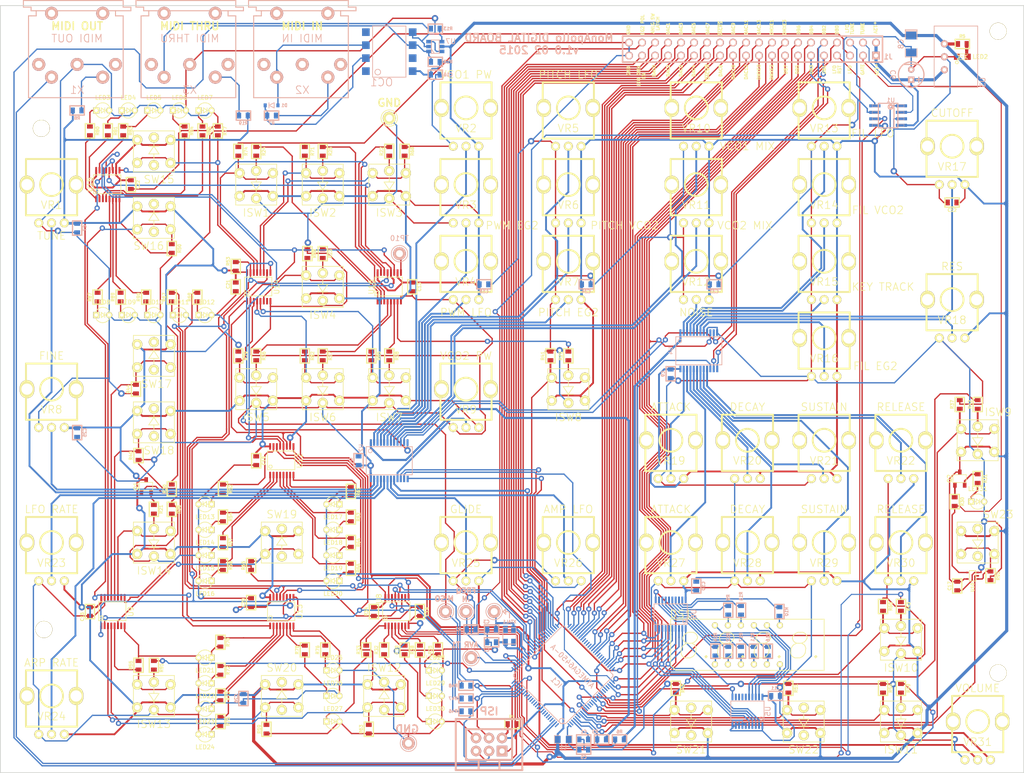
<source format=kicad_pcb>
(kicad_pcb (version 20171130) (host pcbnew "(5.1.12)-1")
  (layers (0 F.Cu signal) (31 B.Cu signal) (34 B.Paste user hide) (35 F.Paste user hide) (36 B.SilkS user hide) (37 F.SilkS user hide) (38 B.Mask user hide) (39 F.Mask user hide) (44 Edge.Cuts user))
  (net 0 "")
  (net 1 "Net-(C1-Pad1)")
  (net 2 GND)
  (net 3 "Net-(C2-Pad2)")
  (net 4 "Net-(C3-Pad2)")
  (net 5 +5V)
  (net 6 "Net-(C5-Pad1)")
  (net 7 +12V)
  (net 8 "Net-(D1-Pad1)")
  (net 9 "Net-(D1-Pad2)")
  (net 10 "Net-(DS1-Pad1)")
  (net 11 "Net-(DS1-Pad2)")
  (net 12 "Net-(DS1-Pad3)")
  (net 13 "Net-(DS1-Pad4)")
  (net 14 "Net-(DS1-Pad5)")
  (net 15 "Net-(DS1-Pad6)")
  (net 16 "Net-(DS1-Pad7)")
  (net 17 "Net-(DS1-Pad8)")
  (net 18 "Net-(DS1-Pad9)")
  (net 19 "Net-(DS1-Pad10)")
  (net 20 "Net-(DS1-Pad11)")
  (net 21 "Net-(DS1-Pad12)")
  (net 22 DB2)
  (net 23 DB1)
  (net 24 DB0)
  (net 25 /DAC4)
  (net 26 /DAC5)
  (net 27 /DAC6)
  (net 28 /DAC7)
  (net 29 POTMUX)
  (net 30 "~POTMUX EN1")
  (net 31 "~POTMUX EN0")
  (net 32 GATE)
  (net 33 "EG2 POL")
  (net 34 "LFO DMUX EN")
  (net 35 DB3)
  (net 36 "~DAC WR")
  (net 37 "~DAC RS")
  (net 38 /DAC0)
  (net 39 /DAC1)
  (net 40 /DAC2)
  (net 41 /DAC3)
  (net 42 "TUNE SEL")
  (net 43 DB7)
  (net 44 DB6)
  (net 45 DB5)
  (net 46 DB4)
  (net 47 "UART RX")
  (net 48 "UART TX")
  (net 49 "Net-(IC1-Pad4)")
  (net 50 "Net-(IC1-Pad5)")
  (net 51 "Net-(IC1-Pad6)")
  (net 52 "Net-(IC1-Pad7)")
  (net 53 "Net-(IC1-Pad8)")
  (net 54 "Net-(IC1-Pad9)")
  (net 55 /DAC8)
  (net 56 /DAC9)
  (net 57 "ANALOG SW LATCH")
  (net 58 SCK)
  (net 59 MOSI)
  (net 60 MISO)
  (net 61 "LFO RESET")
  (net 62 "Net-(IC1-Pad28)")
  (net 63 "FREQ IN")
  (net 64 ~RESET)
  (net 65 /DAC10)
  (net 66 /DAC11)
  (net 67 /DAC12)
  (net 68 /DAC13)
  (net 69 "DAC MUX EN0")
  (net 70 "DAC MUX EN1")
  (net 71 "DAC MUX EN2")
  (net 72 "DAC MUX EN3")
  (net 73 "DISP CATHODE LATCH")
  (net 74 "DISP ANODE LATCH")
  (net 75 "Net-(ISW1-Pad6)")
  (net 76 "Net-(ISW10-Pad6)")
  (net 77 "Net-(ISW12-Pad6)")
  (net 78 "Net-(ISW13-Pad6)")
  (net 79 "Net-(ISW14-Pad6)")
  (net 80 TUNE)
  (net 81 "LFO TUNE")
  (net 82 LFO)
  (net 83 "Net-(LED2-Pad1)")
  (net 84 "Net-(LED6-Pad1)")
  (net 85 "Net-(LED10-Pad1)")
  (net 86 "Net-(LED11-Pad1)")
  (net 87 "Net-(LED12-Pad1)")
  (net 88 "Net-(LED16-Pad1)")
  (net 89 "Net-(LED17-Pad1)")
  (net 90 "Net-(LED21-Pad1)")
  (net 91 "Net-(LED22-Pad1)")
  (net 92 "Net-(LED26-Pad1)")
  (net 93 "Net-(LED27-Pad1)")
  (net 94 "Net-(OC1-Pad7)")
  (net 95 "Net-(Q1-Pad1)")
  (net 96 "Net-(Q1-Pad2)")
  (net 97 "Net-(Q2-Pad1)")
  (net 98 "Net-(Q2-Pad2)")
  (net 99 "Net-(R2-Pad2)")
  (net 100 "Net-(R3-Pad1)")
  (net 101 "Net-(R6-Pad1)")
  (net 102 "Net-(R7-Pad2)")
  (net 103 "Net-(R8-Pad2)")
  (net 104 "Net-(R9-Pad2)")
  (net 105 "Net-(R10-Pad2)")
  (net 106 "Net-(R11-Pad2)")
  (net 107 "Net-(R12-Pad2)")
  (net 108 "Net-(R13-Pad1)")
  (net 109 "Net-(R13-Pad2)")
  (net 110 "Net-(R14-Pad2)")
  (net 111 "Net-(R15-Pad2)")
  (net 112 "Net-(R16-Pad2)")
  (net 113 "Net-(R17-Pad2)")
  (net 114 "Net-(R19-Pad2)")
  (net 115 "Net-(U2-Pad2)")
  (net 116 "Net-(U2-Pad3)")
  (net 117 "Net-(U2-Pad4)")
  (net 118 "Net-(U2-Pad5)")
  (net 119 "Net-(U2-Pad6)")
  (net 120 "Net-(U2-Pad7)")
  (net 121 "Net-(U2-Pad8)")
  (net 122 "Net-(U2-Pad9)")
  (net 123 "Net-(U2-Pad16)")
  (net 124 "Net-(U2-Pad17)")
  (net 125 "Net-(U2-Pad18)")
  (net 126 "Net-(U2-Pad19)")
  (net 127 "Net-(U2-Pad20)")
  (net 128 "Net-(U2-Pad21)")
  (net 129 "Net-(U2-Pad22)")
  (net 130 "Net-(U2-Pad23)")
  (net 131 "Net-(U4-Pad2)")
  (net 132 "Net-(U4-Pad3)")
  (net 133 "Net-(U4-Pad4)")
  (net 134 "Net-(U4-Pad5)")
  (net 135 "Net-(U4-Pad6)")
  (net 136 "Net-(U4-Pad7)")
  (net 137 "Net-(U4-Pad8)")
  (net 138 "Net-(U4-Pad17)")
  (net 139 "Net-(U4-Pad18)")
  (net 140 "Net-(U4-Pad19)")
  (net 141 "Net-(U4-Pad20)")
  (net 142 "Net-(U4-Pad21)")
  (net 143 "Net-(U4-Pad22)")
  (net 144 "Net-(U4-Pad23)")
  (net 145 "Net-(U5-Pad12)")
  (net 146 "Net-(U5-Pad13)")
  (net 147 "Net-(U5-Pad14)")
  (net 148 "Net-(U5-Pad15)")
  (net 149 "Net-(U7-Pad3)")
  (net 150 "Net-(X1-Pad1)")
  (net 151 "Net-(X1-Pad3)")
  (net 152 "Net-(X2-Pad2)")
  (net 153 "Net-(X2-Pad1)")
  (net 154 "Net-(X2-Pad3)")
  (net 155 "Net-(X3-Pad1)")
  (net 156 "Net-(X3-Pad3)")
  (net 157 "Net-(X1-Pad6)")
  (net 158 "Net-(X2-Pad6)")
  (net 159 "Net-(X3-Pad6)")
  (net 160 DGATE)
  (net 161 "Net-(LED31-Pad1)")
  (net 162 "Net-(IC1-Pad69)")
  (net 163 ~SPI_EN)
  (net 164 SWITCH_LATCH)
  (net 165 LED_LATCH)
  (net 166 ARP_SYNC)
  (net 167 "Net-(ISW2-Pad6)")
  (net 168 "Net-(ISW3-Pad6)")
  (net 169 "Net-(ISW4-Pad6)")
  (net 170 "Net-(ISW5-Pad6)")
  (net 171 "Net-(ISW6-Pad6)")
  (net 172 "Net-(ISW7-Pad6)")
  (net 173 "Net-(ISW8-Pad6)")
  (net 174 "Net-(ISW9-Pad6)")
  (net 175 "Net-(ISW11-Pad6)")
  (net 176 "Net-(LED3-Pad1)")
  (net 177 "Net-(LED4-Pad1)")
  (net 178 "Net-(LED5-Pad1)")
  (net 179 "Net-(LED7-Pad1)")
  (net 180 "Net-(LED8-Pad1)")
  (net 181 "Net-(LED9-Pad1)")
  (net 182 "Net-(LED13-Pad1)")
  (net 183 "Net-(LED14-Pad1)")
  (net 184 "Net-(LED15-Pad1)")
  (net 185 "Net-(LED18-Pad1)")
  (net 186 "Net-(LED19-Pad1)")
  (net 187 "Net-(LED20-Pad1)")
  (net 188 "Net-(LED23-Pad1)")
  (net 189 "Net-(LED24-Pad1)")
  (net 190 "Net-(LED25-Pad1)")
  (net 191 "Net-(LED28-Pad1)")
  (net 192 "Net-(LED29-Pad1)")
  (net 193 "Net-(LED30-Pad1)")
  (net 194 "Net-(R22-Pad2)")
  (net 195 "Net-(R23-Pad2)")
  (net 196 "Net-(R24-Pad2)")
  (net 197 "Net-(R25-Pad2)")
  (net 198 "Net-(R26-Pad2)")
  (net 199 "Net-(R27-Pad2)")
  (net 200 "Net-(R28-Pad2)")
  (net 201 "Net-(R29-Pad2)")
  (net 202 "Net-(R32-Pad2)")
  (net 203 "Net-(R33-Pad2)")
  (net 204 "Net-(R35-Pad2)")
  (net 205 "Net-(R38-Pad2)")
  (net 206 "Net-(R39-Pad2)")
  (net 207 "Net-(R40-Pad2)")
  (net 208 "Net-(R42-Pad2)")
  (net 209 "Net-(R43-Pad2)")
  (net 210 "Net-(R44-Pad2)")
  (net 211 SPI_SCK)
  (net 212 SPI_MOSI)
  (net 213 SPI_MISO)
  (net 214 "Net-(R49-Pad2)")
  (net 215 "Net-(R50-Pad2)")
  (net 216 "Net-(R52-Pad2)")
  (net 217 "Net-(R54-Pad2)")
  (net 218 "Net-(R57-Pad2)")
  (net 219 "Net-(R58-Pad2)")
  (net 220 "Net-(R61-Pad2)")
  (net 221 "Net-(R62-Pad2)")
  (net 222 "Net-(R64-Pad2)")
  (net 223 "Net-(R66-Pad2)")
  (net 224 "Net-(R67-Pad2)")
  (net 225 "Net-(R69-Pad2)")
  (net 226 "Net-(R70-Pad2)")
  (net 227 "Net-(R72-Pad2)")
  (net 228 "Net-(R73-Pad2)")
  (net 229 "Net-(R75-Pad2)")
  (net 230 "Net-(R76-Pad2)")
  (net 231 "Net-(R78-Pad2)")
  (net 232 "Net-(R80-Pad2)")
  (net 233 "Net-(R81-Pad2)")
  (net 234 "Net-(R83-Pad2)")
  (net 235 "Net-(R84-Pad2)")
  (net 236 "Net-(R86-Pad2)")
  (net 237 "Net-(R87-Pad2)")
  (net 238 "Net-(R89-Pad2)")
  (net 239 "Net-(R90-Pad2)")
  (net 240 "Net-(R92-Pad2)")
  (net 241 "Net-(TP10-Pad1)")
  (net 242 "Net-(U12-Pad14)")
  (net 243 "Net-(U9-Pad7)")
  (net 244 "Net-(U14-Pad10)")
  (net 245 "Net-(U9-Pad10)")
  (net 246 "Net-(U12-Pad9)")
  (net 247 "Net-(U13-Pad9)")
  (net 248 "Net-(U14-Pad7)")
  (net 249 "Net-(U15-Pad9)")
  (net 250 "Net-(R77-Pad2)")
  (net 251 "Net-(R59-Pad2)")
  (net 252 "Net-(R65-Pad2)")
  (net 253 "Net-(U4-Pad16)")
  (net 254 "Net-(IC1-Pad68)")
  (net 255 "Net-(IC1-Pad13)")
  (net 256 "Net-(IC1-Pad14)")
  (net 257 "Net-(IC1-Pad19)")
  (net 258 "Net-(IC1-Pad25)")
  (net 259 "Net-(ISW1-Pad2)")
  (net 260 "Net-(ISW2-Pad2)")
  (net 261 "Net-(ISW3-Pad2)")
  (net 262 "Net-(ISW4-Pad2)")
  (net 263 "Net-(ISW5-Pad2)")
  (net 264 "Net-(ISW6-Pad2)")
  (net 265 "Net-(ISW7-Pad2)")
  (net 266 "Net-(ISW12-Pad2)")
  (net 267 "Net-(ISW13-Pad2)")
  (net 268 "Net-(ISW14-Pad2)")
  (net 269 ISW10)
  (net 270 SW22)
  (net 271 SW21)
  (net 272 ISW11)
  (net 273 ISW9)
  (net 274 ISW8)
  (module MyModules:2MM-POL-CAP (layer B.Cu) (at 178 13.5 90)
    (fp_text reference C6 (at 0 -3.5 90) (layer B.SilkS) (effects (justify mirror)))
    (fp_text value " 10µ" hide)
    (pad 1 thru_hole rect (at -1 0 90) (size 1.25 1.25) (drill 0.6) (layers *.Cu *.Mask B.SilkS) (net 7 +12V))
    (pad 2 thru_hole circle (at 1 0 90) (size 1.25 1.25) (drill 0.6) (layers *.Cu *.Mask B.SilkS) (net 2 GND))
  )
  (module github-smd:SMD-1206_Pol (layer B.Cu) (at 178 7.5 270)
    (fp_text reference C8 (at 0 2 270) (layer B.SilkS) (effects (justify mirror)))
    (fp_text value 2.2µ hide)
    (pad 1 smd rect (at -1.651 0 270) (size 1.524 2.032) (layers B.Cu B.Paste B.Mask) (net 5 +5V))
    (pad 2 smd rect (at 1.651 0 270) (size 1.524 2.032) (layers B.Cu B.Paste B.Mask) (net 2 GND))
  )
  (module synth:SOD323-JRL (layer B.Cu) (at 53 19.5 180)
    (fp_text reference D1 (at -2.5 0 180) (layer B.SilkS) (effects (font (size 0.6096 0.6096) (thickness 0.1524)) (justify mirror)))
    (fp_text value 1N4148 hide)
    (pad 1 smd rect (at -1.2446 0 180) (size 0.6096 0.762) (layers B.Cu B.Paste B.Mask) (net 8 "Net-(D1-Pad1)"))
    (pad 2 smd rect (at 1.2446 0 180) (size 0.6096 0.762) (layers B.Cu B.Paste B.Mask) (net 9 "Net-(D1-Pad2)"))
  )
  (module github-smd:TQFP-100 (layer B.Cu) (at 110 131 315)
    (fp_text reference IC1 (at 0 1.905 315) (layer B.SilkS) (effects (justify mirror)))
    (fp_text value ATMEGA6450-A (at 0 -2.54 315) (layer B.SilkS) (effects (justify mirror)))
    (pad 100 smd rect (at 7.747 5.9944 315) (size 1.016 0.254) (layers B.Cu B.Paste B.Mask) (net 6 "Net-(C5-Pad1)"))
    (pad 76 smd rect (at 7.747 -5.9944 315) (size 1.016 0.254) (layers B.Cu B.Paste B.Mask) (net 22 DB2))
    (pad 77 smd rect (at 7.747 -5.4864 315) (size 1.016 0.254) (layers B.Cu B.Paste B.Mask) (net 23 DB1))
    (pad 78 smd rect (at 7.747 -5.0038 315) (size 1.016 0.254) (layers B.Cu B.Paste B.Mask) (net 24 DB0))
    (pad 79 smd rect (at 7.747 -4.4958 315) (size 1.016 0.254) (layers B.Cu B.Paste B.Mask))
    (pad 80 smd rect (at 7.747 -3.9878 315) (size 1.016 0.254) (layers B.Cu B.Paste B.Mask) (net 5 +5V))
    (pad 81 smd rect (at 7.747 -3.5052 315) (size 1.016 0.254) (layers B.Cu B.Paste B.Mask))
    (pad 82 smd rect (at 7.747 -2.9972 315) (size 1.016 0.254) (layers B.Cu B.Paste B.Mask))
    (pad 83 smd rect (at 7.747 -2.4892 315) (size 1.016 0.254) (layers B.Cu B.Paste B.Mask))
    (pad 84 smd rect (at 7.747 -2.0066 315) (size 1.016 0.254) (layers B.Cu B.Paste B.Mask) (net 73 "DISP CATHODE LATCH"))
    (pad 85 smd rect (at 7.747 -1.4986 315) (size 1.016 0.254) (layers B.Cu B.Paste B.Mask) (net 74 "DISP ANODE LATCH"))
    (pad 86 smd rect (at 7.747 -0.9906 315) (size 1.016 0.254) (layers B.Cu B.Paste B.Mask) (net 31 "~POTMUX EN0"))
    (pad 87 smd rect (at 7.747 -0.4826 315) (size 1.016 0.254) (layers B.Cu B.Paste B.Mask) (net 30 "~POTMUX EN1"))
    (pad 88 smd rect (at 7.747 0 315) (size 1.016 0.254) (layers B.Cu B.Paste B.Mask))
    (pad 89 smd rect (at 7.747 0.508 315) (size 1.016 0.254) (layers B.Cu B.Paste B.Mask))
    (pad 90 smd rect (at 7.747 1.016 315) (size 1.016 0.254) (layers B.Cu B.Paste B.Mask) (net 269 ISW10))
    (pad 91 smd rect (at 7.747 1.4986 315) (size 1.016 0.254) (layers B.Cu B.Paste B.Mask) (net 271 SW21))
    (pad 92 smd rect (at 7.747 2.0066 315) (size 1.016 0.254) (layers B.Cu B.Paste B.Mask) (net 270 SW22))
    (pad 93 smd rect (at 7.747 2.5146 315) (size 1.016 0.254) (layers B.Cu B.Paste B.Mask) (net 272 ISW11))
    (pad 94 smd rect (at 7.747 2.9972 315) (size 1.016 0.254) (layers B.Cu B.Paste B.Mask) (net 273 ISW9))
    (pad 95 smd rect (at 7.747 3.5052 315) (size 1.016 0.254) (layers B.Cu B.Paste B.Mask) (net 274 ISW8))
    (pad 96 smd rect (at 7.747 4.0132 315) (size 1.016 0.254) (layers B.Cu B.Paste B.Mask) (net 160 DGATE))
    (pad 97 smd rect (at 7.747 4.4958 315) (size 1.016 0.254) (layers B.Cu B.Paste B.Mask) (net 29 POTMUX))
    (pad 98 smd rect (at 7.747 5.0038 315) (size 1.016 0.254) (layers B.Cu B.Paste B.Mask) (net 1 "Net-(C1-Pad1)"))
    (pad 99 smd rect (at 7.747 5.5118 315) (size 1.016 0.254) (layers B.Cu B.Paste B.Mask))
    (pad 75 smd rect (at 5.9944 -7.747 315) (size 0.254 1.016) (layers B.Cu B.Paste B.Mask) (net 35 DB3))
    (pad 51 smd rect (at -5.9944 -7.747 315) (size 0.254 1.016) (layers B.Cu B.Paste B.Mask) (net 36 "~DAC WR"))
    (pad 52 smd rect (at -5.4864 -7.747 315) (size 0.254 1.016) (layers B.Cu B.Paste B.Mask) (net 37 "~DAC RS"))
    (pad 53 smd rect (at -5.0038 -7.747 315) (size 0.254 1.016) (layers B.Cu B.Paste B.Mask) (net 55 /DAC8))
    (pad 54 smd rect (at -4.4958 -7.747 315) (size 0.254 1.016) (layers B.Cu B.Paste B.Mask) (net 56 /DAC9))
    (pad 55 smd rect (at -3.9878 -7.747 315) (size 0.254 1.016) (layers B.Cu B.Paste B.Mask) (net 65 /DAC10))
    (pad 56 smd rect (at -3.5052 -7.747 315) (size 0.254 1.016) (layers B.Cu B.Paste B.Mask) (net 66 /DAC11))
    (pad 57 smd rect (at -2.9972 -7.747 315) (size 0.254 1.016) (layers B.Cu B.Paste B.Mask) (net 67 /DAC12))
    (pad 58 smd rect (at -2.4892 -7.747 315) (size 0.254 1.016) (layers B.Cu B.Paste B.Mask) (net 68 /DAC13))
    (pad 59 smd rect (at -2.0066 -7.747 315) (size 0.254 1.016) (layers B.Cu B.Paste B.Mask))
    (pad 60 smd rect (at -1.4986 -7.747 315) (size 0.254 1.016) (layers B.Cu B.Paste B.Mask))
    (pad 61 smd rect (at -0.9906 -7.747 315) (size 0.254 1.016) (layers B.Cu B.Paste B.Mask))
    (pad 62 smd rect (at -0.4826 -7.747 315) (size 0.254 1.016) (layers B.Cu B.Paste B.Mask))
    (pad 63 smd rect (at 0 -7.747 315) (size 0.254 1.016) (layers B.Cu B.Paste B.Mask) (net 69 "DAC MUX EN0"))
    (pad 64 smd rect (at 0.508 -7.747 315) (size 0.254 1.016) (layers B.Cu B.Paste B.Mask) (net 70 "DAC MUX EN1"))
    (pad 65 smd rect (at 1.016 -7.747 315) (size 0.254 1.016) (layers B.Cu B.Paste B.Mask) (net 71 "DAC MUX EN2"))
    (pad 66 smd rect (at 1.4986 -7.747 315) (size 0.254 1.016) (layers B.Cu B.Paste B.Mask) (net 72 "DAC MUX EN3"))
    (pad 67 smd rect (at 2.0066 -7.747 315) (size 0.254 1.016) (layers B.Cu B.Paste B.Mask))
    (pad 68 smd rect (at 2.5146 -7.747 315) (size 0.254 1.016) (layers B.Cu B.Paste B.Mask) (net 254 "Net-(IC1-Pad68)"))
    (pad 69 smd rect (at 2.9972 -7.747 315) (size 0.254 1.016) (layers B.Cu B.Paste B.Mask) (net 162 "Net-(IC1-Pad69)"))
    (pad 70 smd rect (at 3.5052 -7.747 315) (size 0.254 1.016) (layers B.Cu B.Paste B.Mask) (net 42 "TUNE SEL"))
    (pad 71 smd rect (at 4.0132 -7.747 315) (size 0.254 1.016) (layers B.Cu B.Paste B.Mask) (net 43 DB7))
    (pad 72 smd rect (at 4.4958 -7.747 315) (size 0.254 1.016) (layers B.Cu B.Paste B.Mask) (net 44 DB6))
    (pad 73 smd rect (at 5.0038 -7.747 315) (size 0.254 1.016) (layers B.Cu B.Paste B.Mask) (net 45 DB5))
    (pad 74 smd rect (at 5.5118 -7.747 315) (size 0.254 1.016) (layers B.Cu B.Paste B.Mask) (net 46 DB4))
    (pad 1 smd rect (at 5.9944 7.747 315) (size 0.254 1.016) (layers B.Cu B.Paste B.Mask))
    (pad 2 smd rect (at 5.4864 7.747 315) (size 0.254 1.016) (layers B.Cu B.Paste B.Mask) (net 47 "UART RX"))
    (pad 3 smd rect (at 5.0038 7.747 315) (size 0.254 1.016) (layers B.Cu B.Paste B.Mask) (net 48 "UART TX"))
    (pad 4 smd rect (at 4.4958 7.747 315) (size 0.254 1.016) (layers B.Cu B.Paste B.Mask) (net 49 "Net-(IC1-Pad4)"))
    (pad 5 smd rect (at 3.9878 7.747 315) (size 0.254 1.016) (layers B.Cu B.Paste B.Mask) (net 50 "Net-(IC1-Pad5)"))
    (pad 6 smd rect (at 3.5052 7.747 315) (size 0.254 1.016) (layers B.Cu B.Paste B.Mask) (net 51 "Net-(IC1-Pad6)"))
    (pad 7 smd rect (at 2.9972 7.747 315) (size 0.254 1.016) (layers B.Cu B.Paste B.Mask) (net 52 "Net-(IC1-Pad7)"))
    (pad 8 smd rect (at 2.4892 7.747 315) (size 0.254 1.016) (layers B.Cu B.Paste B.Mask) (net 53 "Net-(IC1-Pad8)"))
    (pad 9 smd rect (at 2.0066 7.747 315) (size 0.254 1.016) (layers B.Cu B.Paste B.Mask) (net 54 "Net-(IC1-Pad9)"))
    (pad 10 smd rect (at 1.4986 7.747 315) (size 0.254 1.016) (layers B.Cu B.Paste B.Mask) (net 5 +5V))
    (pad 11 smd rect (at 0.9906 7.747 315) (size 0.254 1.016) (layers B.Cu B.Paste B.Mask))
    (pad 12 smd rect (at 0.4826 7.747 315) (size 0.254 1.016) (layers B.Cu B.Paste B.Mask))
    (pad 13 smd rect (at 0 7.747 315) (size 0.254 1.016) (layers B.Cu B.Paste B.Mask) (net 255 "Net-(IC1-Pad13)"))
    (pad 14 smd rect (at -0.508 7.747 315) (size 0.254 1.016) (layers B.Cu B.Paste B.Mask) (net 256 "Net-(IC1-Pad14)"))
    (pad 15 smd rect (at -1.016 7.747 315) (size 0.254 1.016) (layers B.Cu B.Paste B.Mask))
    (pad 16 smd rect (at -1.4986 7.747 315) (size 0.254 1.016) (layers B.Cu B.Paste B.Mask))
    (pad 17 smd rect (at -2.0066 7.747 315) (size 0.254 1.016) (layers B.Cu B.Paste B.Mask))
    (pad 18 smd rect (at -2.5146 7.747 315) (size 0.254 1.016) (layers B.Cu B.Paste B.Mask))
    (pad 19 smd rect (at -2.9972 7.747 315) (size 0.254 1.016) (layers B.Cu B.Paste B.Mask) (net 257 "Net-(IC1-Pad19)"))
    (pad 20 smd rect (at -3.5052 7.747 315) (size 0.254 1.016) (layers B.Cu B.Paste B.Mask) (net 58 SCK))
    (pad 21 smd rect (at -4.0132 7.747 315) (size 0.254 1.016) (layers B.Cu B.Paste B.Mask) (net 59 MOSI))
    (pad 22 smd rect (at -4.4958 7.747 315) (size 0.254 1.016) (layers B.Cu B.Paste B.Mask) (net 60 MISO))
    (pad 23 smd rect (at -5.0038 7.747 315) (size 0.254 1.016) (layers B.Cu B.Paste B.Mask) (net 61 "LFO RESET"))
    (pad 24 smd rect (at -5.5118 7.747 315) (size 0.254 1.016) (layers B.Cu B.Paste B.Mask) (net 164 SWITCH_LATCH))
    (pad 25 smd rect (at -5.9944 7.747 315) (size 0.254 1.016) (layers B.Cu B.Paste B.Mask) (net 258 "Net-(IC1-Pad25)"))
    (pad 26 smd rect (at -7.747 5.9944 315) (size 1.016 0.254) (layers B.Cu B.Paste B.Mask) (net 166 ARP_SYNC))
    (pad 27 smd rect (at -7.747 5.4864 315) (size 1.016 0.254) (layers B.Cu B.Paste B.Mask))
    (pad 28 smd rect (at -7.747 5.0038 315) (size 1.016 0.254) (layers B.Cu B.Paste B.Mask) (net 62 "Net-(IC1-Pad28)"))
    (pad 29 smd rect (at -7.747 4.4958 315) (size 1.016 0.254) (layers B.Cu B.Paste B.Mask) (net 63 "FREQ IN"))
    (pad 30 smd rect (at -7.747 3.9878 315) (size 1.016 0.254) (layers B.Cu B.Paste B.Mask) (net 64 ~RESET))
    (pad 31 smd rect (at -7.747 3.5052 315) (size 1.016 0.254) (layers B.Cu B.Paste B.Mask) (net 5 +5V))
    (pad 32 smd rect (at -7.747 2.9972 315) (size 1.016 0.254) (layers B.Cu B.Paste B.Mask))
    (pad 33 smd rect (at -7.747 2.4892 315) (size 1.016 0.254) (layers B.Cu B.Paste B.Mask) (net 3 "Net-(C2-Pad2)"))
    (pad 34 smd rect (at -7.747 2.0066 315) (size 1.016 0.254) (layers B.Cu B.Paste B.Mask) (net 4 "Net-(C3-Pad2)"))
    (pad 35 smd rect (at -7.747 1.4986 315) (size 1.016 0.254) (layers B.Cu B.Paste B.Mask))
    (pad 36 smd rect (at -7.747 0.9906 315) (size 1.016 0.254) (layers B.Cu B.Paste B.Mask))
    (pad 37 smd rect (at -7.747 0.4826 315) (size 1.016 0.254) (layers B.Cu B.Paste B.Mask) (net 163 ~SPI_EN))
    (pad 38 smd rect (at -7.747 0 315) (size 1.016 0.254) (layers B.Cu B.Paste B.Mask) (net 165 LED_LATCH))
    (pad 39 smd rect (at -7.747 -0.508 315) (size 1.016 0.254) (layers B.Cu B.Paste B.Mask) (net 33 "EG2 POL"))
    (pad 40 smd rect (at -7.747 -1.016 315) (size 1.016 0.254) (layers B.Cu B.Paste B.Mask) (net 34 "LFO DMUX EN"))
    (pad 41 smd rect (at -7.747 -1.4986 315) (size 1.016 0.254) (layers B.Cu B.Paste B.Mask) (net 57 "ANALOG SW LATCH"))
    (pad 42 smd rect (at -7.747 -2.0066 315) (size 1.016 0.254) (layers B.Cu B.Paste B.Mask))
    (pad 43 smd rect (at -7.747 -2.5146 315) (size 1.016 0.254) (layers B.Cu B.Paste B.Mask) (net 38 /DAC0))
    (pad 44 smd rect (at -7.747 -2.9972 315) (size 1.016 0.254) (layers B.Cu B.Paste B.Mask) (net 39 /DAC1))
    (pad 45 smd rect (at -7.747 -3.5052 315) (size 1.016 0.254) (layers B.Cu B.Paste B.Mask) (net 40 /DAC2))
    (pad 46 smd rect (at -7.747 -4.0132 315) (size 1.016 0.254) (layers B.Cu B.Paste B.Mask) (net 41 /DAC3))
    (pad 47 smd rect (at -7.747 -4.4958 315) (size 1.016 0.254) (layers B.Cu B.Paste B.Mask) (net 25 /DAC4))
    (pad 48 smd rect (at -7.747 -5.0038 315) (size 1.016 0.254) (layers B.Cu B.Paste B.Mask) (net 26 /DAC5))
    (pad 49 smd rect (at -7.747 -5.5118 315) (size 1.016 0.254) (layers B.Cu B.Paste B.Mask) (net 27 /DAC6))
    (pad 50 smd rect (at -7.747 -5.9944 315) (size 1.016 0.254) (layers B.Cu B.Paste B.Mask) (net 28 /DAC7))
  )
  (module synth:CONN-2X3-0100R (layer B.Cu) (at 95.5 144.5)
    (fp_text reference ISP1 hide)
    (fp_text value CONN_3X2 hide)
    (pad 5 thru_hole circle (at -2.54 1.27) (size 2.032 2.032) (drill 1.02108) (layers *.Cu *.Mask B.SilkS) (net 64 ~RESET) (clearance 0.127))
    (pad 3 thru_hole circle (at 0 1.27) (size 2.032 2.032) (drill 1.02108) (layers *.Cu *.Mask B.SilkS) (net 58 SCK) (clearance 0.127))
    (pad 1 thru_hole rect (at 2.54 1.27) (size 2.032 2.032) (drill 1.02108) (layers *.Cu *.Mask B.SilkS) (net 60 MISO) (clearance 0.127))
    (pad 6 thru_hole circle (at -2.54 -1.27) (size 2.032 2.032) (drill 1.02108) (layers *.Cu *.Mask B.SilkS) (net 2 GND) (clearance 0.127))
    (pad 4 thru_hole circle (at 0 -1.27) (size 2.032 2.032) (drill 1.02108) (layers *.Cu *.Mask B.SilkS) (net 59 MOSI) (clearance 0.127))
    (pad 2 thru_hole circle (at 2.54 -1.27) (size 2.032 2.032) (drill 1.02108) (layers *.Cu *.Mask B.SilkS) (net 5 +5V) (clearance 0.127))
  )
  (module DIY:PIN_ARRAY_20X2 (layer B.Cu) (at 147 8.5 180)
    (fp_text reference J1 (at -26.5 -1.5 180) (layer B.SilkS) (effects (font (size 1.016 1.016) (thickness 0.2032)) (justify mirror)))
    (fp_text value CONN_20X2 hide)
    (pad 1 thru_hole rect (at -24.13 -1.27 180) (size 1.524 1.524) (drill 0.8128) (layers *.Cu *.Mask B.SilkS) (net 7 +12V))
    (pad 2 thru_hole circle (at -24.13 1.27 180) (size 1.524 1.524) (drill 1.016) (layers *.Cu *.Mask B.SilkS) (net 7 +12V))
    (pad 11 thru_hole circle (at -11.43 -1.27 180) (size 1.524 1.524) (drill 1.016) (layers *.Cu *.Mask B.SilkS) (net 35 DB3))
    (pad 4 thru_hole circle (at -21.59 1.27 180) (size 1.524 1.524) (drill 1.016) (layers *.Cu *.Mask B.SilkS) (net 80 TUNE))
    (pad 13 thru_hole circle (at -8.89 -1.27 180) (size 1.524 1.524) (drill 1.016) (layers *.Cu *.Mask B.SilkS) (net 45 DB5))
    (pad 6 thru_hole circle (at -19.05 1.27 180) (size 1.524 1.524) (drill 1.016) (layers *.Cu *.Mask B.SilkS) (net 81 "LFO TUNE"))
    (pad 15 thru_hole circle (at -6.35 -1.27 180) (size 1.524 1.524) (drill 1.016) (layers *.Cu *.Mask B.SilkS) (net 43 DB7))
    (pad 8 thru_hole circle (at -16.51 1.27 180) (size 1.524 1.524) (drill 1.016) (layers *.Cu *.Mask B.SilkS) (net 24 DB0))
    (pad 17 thru_hole circle (at -3.81 -1.27 180) (size 1.524 1.524) (drill 1.016) (layers *.Cu *.Mask B.SilkS) (net 71 "DAC MUX EN2"))
    (pad 10 thru_hole circle (at -13.97 1.27 180) (size 1.524 1.524) (drill 1.016) (layers *.Cu *.Mask B.SilkS) (net 22 DB2))
    (pad 19 thru_hole circle (at -1.27 -1.27 180) (size 1.524 1.524) (drill 1.016) (layers *.Cu *.Mask B.SilkS) (net 69 "DAC MUX EN0"))
    (pad 12 thru_hole circle (at -11.43 1.27 180) (size 1.524 1.524) (drill 1.016) (layers *.Cu *.Mask B.SilkS) (net 46 DB4))
    (pad 21 thru_hole circle (at 1.27 -1.27 180) (size 1.524 1.524) (drill 1.016) (layers *.Cu *.Mask B.SilkS) (net 67 /DAC12))
    (pad 14 thru_hole circle (at -8.89 1.27 180) (size 1.524 1.524) (drill 1.016) (layers *.Cu *.Mask B.SilkS) (net 44 DB6))
    (pad 23 thru_hole circle (at 3.81 -1.27 180) (size 1.524 1.524) (drill 1.016) (layers *.Cu *.Mask B.SilkS) (net 65 /DAC10))
    (pad 16 thru_hole circle (at -6.35 1.27 180) (size 1.524 1.524) (drill 1.016) (layers *.Cu *.Mask B.SilkS) (net 72 "DAC MUX EN3"))
    (pad 25 thru_hole circle (at 6.35 -1.27 180) (size 1.524 1.524) (drill 1.016) (layers *.Cu *.Mask B.SilkS) (net 55 /DAC8))
    (pad 18 thru_hole circle (at -3.81 1.27 180) (size 1.524 1.524) (drill 1.016) (layers *.Cu *.Mask B.SilkS) (net 70 "DAC MUX EN1"))
    (pad 27 thru_hole circle (at 8.89 -1.27 180) (size 1.524 1.524) (drill 1.016) (layers *.Cu *.Mask B.SilkS) (net 36 "~DAC WR"))
    (pad 20 thru_hole circle (at -1.27 1.27 180) (size 1.524 1.524) (drill 1.016) (layers *.Cu *.Mask B.SilkS) (net 68 /DAC13))
    (pad 29 thru_hole circle (at 11.43 -1.27 180) (size 1.524 1.524) (drill 1.016) (layers *.Cu *.Mask B.SilkS) (net 27 /DAC6))
    (pad 22 thru_hole circle (at 1.27 1.27 180) (size 1.524 1.524) (drill 1.016) (layers *.Cu *.Mask B.SilkS) (net 66 /DAC11))
    (pad 31 thru_hole circle (at 13.97 -1.27 180) (size 1.524 1.524) (drill 1.016) (layers *.Cu *.Mask B.SilkS) (net 25 /DAC4))
    (pad 24 thru_hole circle (at 3.81 1.27 180) (size 1.524 1.524) (drill 1.016) (layers *.Cu *.Mask B.SilkS) (net 56 /DAC9))
    (pad 26 thru_hole circle (at 6.35 1.27 180) (size 1.524 1.524) (drill 1.016) (layers *.Cu *.Mask B.SilkS) (net 37 "~DAC RS"))
    (pad 33 thru_hole circle (at 16.51 -1.27 180) (size 1.524 1.524) (drill 1.016) (layers *.Cu *.Mask B.SilkS) (net 40 /DAC2))
    (pad 28 thru_hole circle (at 8.89 1.27 180) (size 1.524 1.524) (drill 1.016) (layers *.Cu *.Mask B.SilkS) (net 28 /DAC7))
    (pad 32 thru_hole circle (at 13.97 1.27 180) (size 1.524 1.524) (drill 1.016) (layers *.Cu *.Mask B.SilkS) (net 41 /DAC3))
    (pad 34 thru_hole circle (at 16.51 1.27 180) (size 1.524 1.524) (drill 1.016) (layers *.Cu *.Mask B.SilkS) (net 39 /DAC1))
    (pad 36 thru_hole circle (at 19.05 1.27 180) (size 1.524 1.524) (drill 1.016) (layers *.Cu *.Mask B.SilkS) (net 57 "ANALOG SW LATCH"))
    (pad 38 thru_hole circle (at 21.59 1.27 180) (size 1.524 1.524) (drill 1.016) (layers *.Cu *.Mask B.SilkS) (net 33 "EG2 POL"))
    (pad 35 thru_hole circle (at 19.05 -1.27 180) (size 1.524 1.524) (drill 1.016) (layers *.Cu *.Mask B.SilkS) (net 38 /DAC0))
    (pad 37 thru_hole circle (at 21.59 -1.27 180) (size 1.524 1.524) (drill 1.016) (layers *.Cu *.Mask B.SilkS) (net 34 "LFO DMUX EN"))
    (pad 3 thru_hole circle (at -21.59 -1.27 180) (size 1.524 1.524) (drill 1.016) (layers *.Cu *.Mask B.SilkS) (net 32 GATE))
    (pad 5 thru_hole circle (at -19.05 -1.27 180) (size 1.524 1.524) (drill 1.016) (layers *.Cu *.Mask B.SilkS) (net 82 LFO))
    (pad 7 thru_hole circle (at -16.51 -1.27 180) (size 1.524 1.524) (drill 1.016) (layers *.Cu *.Mask B.SilkS) (net 61 "LFO RESET"))
    (pad 9 thru_hole circle (at -13.97 -1.27 180) (size 1.524 1.524) (drill 1.016) (layers *.Cu *.Mask B.SilkS) (net 23 DB1))
    (pad 39 thru_hole circle (at 24.13 -1.27 180) (size 1.524 1.524) (drill 1.016) (layers *.Cu *.Mask B.SilkS) (net 2 GND))
    (pad 40 thru_hole circle (at 24.13 1.27 180) (size 1.524 1.524) (drill 1.016) (layers *.Cu *.Mask B.SilkS) (net 2 GND))
    (pad 30 thru_hole circle (at 11.43 1.27 180) (size 1.524 1.524) (drill 1.016) (layers *.Cu *.Mask B.SilkS) (net 26 /DAC5))
  )
  (module MyModules:SM0805-HAND (layer B.Cu) (at 110 143.5)
    (fp_text reference L1 (at 0 1.5) (layer B.SilkS) (effects (font (size 0.8128 0.8128) (thickness 0.1524)) (justify mirror)))
    (fp_text value 10µH hide)
    (pad 1 smd rect (at -1.0795 0) (size 1.143 1.397) (layers B.Cu B.Paste B.Mask) (net 5 +5V))
    (pad 2 smd rect (at 1.0795 0) (size 1.143 1.397) (layers B.Cu B.Paste B.Mask) (net 6 "Net-(C5-Pad1)"))
  )
  (module MyModules:8-SMD (layer B.Cu) (at 76 9 90)
    (fp_text reference OC1 (at -6 -1.5) (layer B.SilkS) (effects (font (size 1.5 1.5)) (justify mirror)))
    (fp_text value 6N137 hide)
    (pad 2 smd rect (at -1.27 -4.572 90) (size 1.5 1.5) (layers B.Cu B.Paste B.Mask) (net 9 "Net-(D1-Pad2)"))
    (pad 3 smd rect (at 1.27 -4.572 90) (size 1.5 1.5) (layers B.Cu B.Paste B.Mask) (net 8 "Net-(D1-Pad1)"))
    (pad 4 smd rect (at 3.81 -4.572 90) (size 1.5 1.5) (layers B.Cu B.Paste B.Mask))
    (pad 1 smd rect (at -3.81 -4.572 90) (size 1.5 1.5) (layers B.Cu B.Paste B.Mask))
    (pad 8 smd rect (at -3.81 4.572 90) (size 1.5 1.5) (layers B.Cu B.Paste B.Mask) (net 5 +5V))
    (pad 7 smd rect (at -1.27 4.572 90) (size 1.5 1.5) (layers B.Cu B.Paste B.Mask) (net 94 "Net-(OC1-Pad7)"))
    (pad 6 smd rect (at 1.27 4.572 90) (size 1.5 1.5) (layers B.Cu B.Paste B.Mask) (net 47 "UART RX"))
    (pad 5 smd rect (at 3.81 4.572 90) (size 1.5 1.5) (layers B.Cu B.Paste B.Mask) (net 2 GND))
  )
  (module synth:SOT23-JRL (layer F.Cu) (at 28.5 94)
    (fp_text reference Q1 (at -2 0 90) (layer F.SilkS) (effects (font (size 0.8128 0.8128) (thickness 0.1524))))
    (fp_text value 2N3904 hide)
    (pad 3 smd rect (at 0 -1.27) (size 0.70104 1.00076) (layers F.Cu F.Paste F.Mask) (net 5 +5V))
    (pad 1 smd rect (at 0.9525 1.27) (size 0.70104 1.00076) (layers F.Cu F.Paste F.Mask) (net 95 "Net-(Q1-Pad1)"))
    (pad 2 smd rect (at -0.9525 1.27) (size 0.70104 1.00076) (layers F.Cu F.Paste F.Mask) (net 96 "Net-(Q1-Pad2)"))
  )
  (module synth:SOT23-JRL (layer F.Cu) (at 187.5 92.5)
    (fp_text reference Q2 (at -2 0 270) (layer F.SilkS) (effects (font (size 0.8128 0.8128) (thickness 0.1524))))
    (fp_text value 2N3904 hide)
    (pad 3 smd rect (at 0 -1.27) (size 0.70104 1.00076) (layers F.Cu F.Paste F.Mask) (net 5 +5V))
    (pad 1 smd rect (at 0.9525 1.27) (size 0.70104 1.00076) (layers F.Cu F.Paste F.Mask) (net 97 "Net-(Q2-Pad1)"))
    (pad 2 smd rect (at -0.9525 1.27) (size 0.70104 1.00076) (layers F.Cu F.Paste F.Mask) (net 98 "Net-(Q2-Pad2)"))
  )
  (module synth:SOIC-8-JRL (layer B.Cu) (at 173.5 21.5 270)
    (fp_text reference U1 (at -3 -0.5 180) (layer B.SilkS) (effects (font (size 0.8128 0.8128) (thickness 0.1524)) (justify mirror)))
    (fp_text value DG419 hide)
    (pad 1 smd rect (at -1.905 -2.59842 270) (size 0.59944 2.19964) (layers B.Cu B.Paste B.Mask) (net 99 "Net-(R2-Pad2)"))
    (pad 2 smd rect (at -0.635 -2.59842 270) (size 0.59944 2.19964) (layers B.Cu B.Paste B.Mask) (net 80 TUNE))
    (pad 3 smd rect (at 0.635 -2.59842 270) (size 0.59944 2.19964) (layers B.Cu B.Paste B.Mask) (net 2 GND))
    (pad 4 smd rect (at 1.905 -2.59842 270) (size 0.59944 2.19964) (layers B.Cu B.Paste B.Mask) (net 7 +12V))
    (pad 5 smd rect (at 1.905 2.59842 270) (size 0.59944 2.19964) (layers B.Cu B.Paste B.Mask) (net 5 +5V))
    (pad 6 smd rect (at 0.635 2.59842 270) (size 0.59944 2.19964) (layers B.Cu B.Paste B.Mask) (net 42 "TUNE SEL"))
    (pad 7 smd rect (at -0.635 2.59842 270) (size 0.59944 2.19964) (layers B.Cu B.Paste B.Mask) (net 2 GND))
    (pad 8 smd rect (at -1.905 2.59842 270) (size 0.59944 2.19964) (layers B.Cu B.Paste B.Mask) (net 81 "LFO TUNE"))
  )
  (module synth:SSOP24-JRL (layer B.Cu) (at 76 89)
    (fp_text reference U2 (at -5.5 -2.5 90) (layer B.SilkS) (effects (font (size 0.762 0.762) (thickness 0.127)) (justify mirror)))
    (fp_text value 74HC4067 hide)
    (pad 1 smd rect (at -3.591 -3.556) (size 0.4064 1.27) (layers B.Cu B.Paste B.Mask) (net 100 "Net-(R3-Pad1)"))
    (pad 2 smd rect (at -2.956 -3.556) (size 0.4064 1.27) (layers B.Cu B.Paste B.Mask) (net 115 "Net-(U2-Pad2)"))
    (pad 3 smd rect (at -2.2956 -3.556) (size 0.4064 1.27) (layers B.Cu B.Paste B.Mask) (net 116 "Net-(U2-Pad3)"))
    (pad 4 smd rect (at -1.6352 -3.556) (size 0.4064 1.27) (layers B.Cu B.Paste B.Mask) (net 117 "Net-(U2-Pad4)"))
    (pad 5 smd rect (at -1.0002 -3.556) (size 0.4064 1.27) (layers B.Cu B.Paste B.Mask) (net 118 "Net-(U2-Pad5)"))
    (pad 6 smd rect (at -0.3398 -3.556) (size 0.4064 1.27) (layers B.Cu B.Paste B.Mask) (net 119 "Net-(U2-Pad6)"))
    (pad 7 smd rect (at 0.3206 -3.556) (size 0.4064 1.27) (layers B.Cu B.Paste B.Mask) (net 120 "Net-(U2-Pad7)"))
    (pad 8 smd rect (at 0.9556 -3.556) (size 0.4064 1.27) (layers B.Cu B.Paste B.Mask) (net 121 "Net-(U2-Pad8)"))
    (pad 9 smd rect (at 1.616 -3.556) (size 0.4064 1.27) (layers B.Cu B.Paste B.Mask) (net 122 "Net-(U2-Pad9)"))
    (pad 10 smd rect (at 2.251 -3.556) (size 0.4064 1.27) (layers B.Cu B.Paste B.Mask) (net 24 DB0))
    (pad 11 smd rect (at 2.9114 -3.556) (size 0.4064 1.27) (layers B.Cu B.Paste B.Mask) (net 23 DB1))
    (pad 12 smd rect (at 3.5718 -3.556) (size 0.4064 1.27) (layers B.Cu B.Paste B.Mask) (net 2 GND))
    (pad 13 smd rect (at 3.5972 3.556) (size 0.4064 1.27) (layers B.Cu B.Paste B.Mask) (net 35 DB3))
    (pad 14 smd rect (at 2.9114 3.556) (size 0.4064 1.27) (layers B.Cu B.Paste B.Mask) (net 22 DB2))
    (pad 15 smd rect (at 2.251 3.556) (size 0.4064 1.27) (layers B.Cu B.Paste B.Mask) (net 31 "~POTMUX EN0"))
    (pad 16 smd rect (at 1.616 3.556) (size 0.4064 1.27) (layers B.Cu B.Paste B.Mask) (net 123 "Net-(U2-Pad16)"))
    (pad 17 smd rect (at 0.9556 3.556) (size 0.4064 1.27) (layers B.Cu B.Paste B.Mask) (net 124 "Net-(U2-Pad17)"))
    (pad 18 smd rect (at 0.3206 3.556) (size 0.4064 1.27) (layers B.Cu B.Paste B.Mask) (net 125 "Net-(U2-Pad18)"))
    (pad 19 smd rect (at -0.3398 3.556) (size 0.4064 1.27) (layers B.Cu B.Paste B.Mask) (net 126 "Net-(U2-Pad19)"))
    (pad 20 smd rect (at -1.0002 3.556) (size 0.4064 1.27) (layers B.Cu B.Paste B.Mask) (net 127 "Net-(U2-Pad20)"))
    (pad 21 smd rect (at -1.6352 3.556) (size 0.4064 1.27) (layers B.Cu B.Paste B.Mask) (net 128 "Net-(U2-Pad21)"))
    (pad 22 smd rect (at -2.2956 3.556) (size 0.4064 1.27) (layers B.Cu B.Paste B.Mask) (net 129 "Net-(U2-Pad22)"))
    (pad 23 smd rect (at -2.956 3.556) (size 0.4064 1.27) (layers B.Cu B.Paste B.Mask) (net 130 "Net-(U2-Pad23)"))
    (pad 24 smd rect (at -3.591 3.556) (size 0.4064 1.27) (layers B.Cu B.Paste B.Mask) (net 5 +5V))
  )
  (module MyModules:R-78E-0.5 (layer B.Cu) (at 184.5 10 90)
    (fp_text reference U3 (at -5 7.5 90) (layer B.SilkS) (effects (justify mirror)))
    (fp_text value R-78E5.0-1.0 hide)
    (pad 2 thru_hole circle (at 0 0 90) (size 1.4 1.4) (drill 0.75) (layers *.Cu *.Mask B.SilkS) (net 2 GND))
    (pad 1 thru_hole circle (at -2.54 0 90) (size 1.4 1.4) (drill 0.75) (layers *.Cu *.Mask B.SilkS) (net 7 +12V))
    (pad 3 thru_hole circle (at 2.54 0 90) (size 1.4 1.4) (drill 0.75) (layers *.Cu *.Mask B.SilkS) (net 5 +5V))
  )
  (module synth:SSOP24-JRL (layer B.Cu) (at 136.5 67.5)
    (fp_text reference U4 (at -5.5 0 90) (layer B.SilkS) (effects (font (size 0.762 0.762) (thickness 0.127)) (justify mirror)))
    (fp_text value 74HC4067 hide)
    (pad 1 smd rect (at -3.591 -3.556) (size 0.4064 1.27) (layers B.Cu B.Paste B.Mask) (net 101 "Net-(R6-Pad1)"))
    (pad 2 smd rect (at -2.956 -3.556) (size 0.4064 1.27) (layers B.Cu B.Paste B.Mask) (net 131 "Net-(U4-Pad2)"))
    (pad 3 smd rect (at -2.2956 -3.556) (size 0.4064 1.27) (layers B.Cu B.Paste B.Mask) (net 132 "Net-(U4-Pad3)"))
    (pad 4 smd rect (at -1.6352 -3.556) (size 0.4064 1.27) (layers B.Cu B.Paste B.Mask) (net 133 "Net-(U4-Pad4)"))
    (pad 5 smd rect (at -1.0002 -3.556) (size 0.4064 1.27) (layers B.Cu B.Paste B.Mask) (net 134 "Net-(U4-Pad5)"))
    (pad 6 smd rect (at -0.3398 -3.556) (size 0.4064 1.27) (layers B.Cu B.Paste B.Mask) (net 135 "Net-(U4-Pad6)"))
    (pad 7 smd rect (at 0.3206 -3.556) (size 0.4064 1.27) (layers B.Cu B.Paste B.Mask) (net 136 "Net-(U4-Pad7)"))
    (pad 8 smd rect (at 0.9556 -3.556) (size 0.4064 1.27) (layers B.Cu B.Paste B.Mask) (net 137 "Net-(U4-Pad8)"))
    (pad 9 smd rect (at 1.616 -3.556) (size 0.4064 1.27) (layers B.Cu B.Paste B.Mask) (net 2 GND))
    (pad 10 smd rect (at 2.251 -3.556) (size 0.4064 1.27) (layers B.Cu B.Paste B.Mask) (net 24 DB0))
    (pad 11 smd rect (at 2.9114 -3.556) (size 0.4064 1.27) (layers B.Cu B.Paste B.Mask) (net 23 DB1))
    (pad 12 smd rect (at 3.5718 -3.556) (size 0.4064 1.27) (layers B.Cu B.Paste B.Mask) (net 2 GND))
    (pad 13 smd rect (at 3.5972 3.556) (size 0.4064 1.27) (layers B.Cu B.Paste B.Mask) (net 35 DB3))
    (pad 14 smd rect (at 2.9114 3.556) (size 0.4064 1.27) (layers B.Cu B.Paste B.Mask) (net 22 DB2))
    (pad 15 smd rect (at 2.251 3.556) (size 0.4064 1.27) (layers B.Cu B.Paste B.Mask) (net 30 "~POTMUX EN1"))
    (pad 16 smd rect (at 1.616 3.556) (size 0.4064 1.27) (layers B.Cu B.Paste B.Mask) (net 253 "Net-(U4-Pad16)"))
    (pad 17 smd rect (at 0.9556 3.556) (size 0.4064 1.27) (layers B.Cu B.Paste B.Mask) (net 138 "Net-(U4-Pad17)"))
    (pad 18 smd rect (at 0.3206 3.556) (size 0.4064 1.27) (layers B.Cu B.Paste B.Mask) (net 139 "Net-(U4-Pad18)"))
    (pad 19 smd rect (at -0.3398 3.556) (size 0.4064 1.27) (layers B.Cu B.Paste B.Mask) (net 140 "Net-(U4-Pad19)"))
    (pad 20 smd rect (at -1.0002 3.556) (size 0.4064 1.27) (layers B.Cu B.Paste B.Mask) (net 141 "Net-(U4-Pad20)"))
    (pad 21 smd rect (at -1.6352 3.556) (size 0.4064 1.27) (layers B.Cu B.Paste B.Mask) (net 142 "Net-(U4-Pad21)"))
    (pad 22 smd rect (at -2.2956 3.556) (size 0.4064 1.27) (layers B.Cu B.Paste B.Mask) (net 143 "Net-(U4-Pad22)"))
    (pad 23 smd rect (at -2.956 3.556) (size 0.4064 1.27) (layers B.Cu B.Paste B.Mask) (net 144 "Net-(U4-Pad23)"))
    (pad 24 smd rect (at -3.591 3.556) (size 0.4064 1.27) (layers B.Cu B.Paste B.Mask) (net 5 +5V))
  )
  (module MyModules:TSSOP-20 (layer B.Cu) (at 146 138 180)
    (fp_text reference U5 (at -4 0 90) (layer B.SilkS) (effects (justify mirror)))
    (fp_text value 74LS573 hide)
    (pad 1 smd rect (at -2.925 -2.8 180) (size 0.381 1.27) (layers B.Cu B.Paste B.Mask) (net 2 GND))
    (pad 2 smd rect (at -2.2756 -2.79908 180) (size 0.381 1.27) (layers B.Cu B.Paste B.Mask) (net 24 DB0))
    (pad 3 smd rect (at -1.62536 -2.79908 180) (size 0.381 1.27) (layers B.Cu B.Paste B.Mask) (net 23 DB1))
    (pad 4 smd rect (at -0.97512 -2.79908 180) (size 0.381 1.27) (layers B.Cu B.Paste B.Mask) (net 22 DB2))
    (pad 5 smd rect (at -0.32488 -2.79908 180) (size 0.381 1.27) (layers B.Cu B.Paste B.Mask) (net 35 DB3))
    (pad 6 smd rect (at 0.32536 -2.79908 180) (size 0.381 1.27) (layers B.Cu B.Paste B.Mask) (net 2 GND))
    (pad 7 smd rect (at 0.9756 -2.79908 180) (size 0.381 1.27) (layers B.Cu B.Paste B.Mask) (net 2 GND))
    (pad 8 smd rect (at 1.62584 -2.79908 180) (size 0.381 1.27) (layers B.Cu B.Paste B.Mask) (net 2 GND))
    (pad 9 smd rect (at 2.275 -2.8 180) (size 0.381 1.27) (layers B.Cu B.Paste B.Mask) (net 2 GND))
    (pad 10 smd rect (at 2.925 -2.8 180) (size 0.381 1.27) (layers B.Cu B.Paste B.Mask) (net 2 GND))
    (pad 11 smd rect (at 2.925 2.8 180) (size 0.381 1.27) (layers B.Cu B.Paste B.Mask) (net 74 "DISP ANODE LATCH"))
    (pad 12 smd rect (at 2.27512 2.79908 180) (size 0.381 1.27) (layers B.Cu B.Paste B.Mask) (net 145 "Net-(U5-Pad12)"))
    (pad 13 smd rect (at 1.62488 2.79908 180) (size 0.381 1.27) (layers B.Cu B.Paste B.Mask) (net 146 "Net-(U5-Pad13)"))
    (pad 14 smd rect (at 0.97464 2.79908 180) (size 0.381 1.27) (layers B.Cu B.Paste B.Mask) (net 147 "Net-(U5-Pad14)"))
    (pad 15 smd rect (at 0.3244 2.79908 180) (size 0.381 1.27) (layers B.Cu B.Paste B.Mask) (net 148 "Net-(U5-Pad15)"))
    (pad 16 smd rect (at -0.32584 2.79908 180) (size 0.381 1.27) (layers B.Cu B.Paste B.Mask) (net 15 "Net-(DS1-Pad6)"))
    (pad 17 smd rect (at -0.975 2.8 180) (size 0.381 1.27) (layers B.Cu B.Paste B.Mask) (net 21 "Net-(DS1-Pad12)"))
    (pad 18 smd rect (at -1.625 2.8 180) (size 0.381 1.27) (layers B.Cu B.Paste B.Mask) (net 18 "Net-(DS1-Pad9)"))
    (pad 19 smd rect (at -2.275 2.8 180) (size 0.381 1.27) (layers B.Cu B.Paste B.Mask) (net 17 "Net-(DS1-Pad8)"))
    (pad 20 smd rect (at -2.925 2.8 180) (size 0.381 1.27) (layers B.Cu B.Paste B.Mask) (net 5 +5V))
  )
  (module MyModules:TSSOP-20 (layer B.Cu) (at 131 119 180)
    (fp_text reference U6 (at -4.5 0 270) (layer B.SilkS) (effects (justify mirror)))
    (fp_text value 74LS573 hide)
    (pad 1 smd rect (at -2.925 -2.8 180) (size 0.381 1.27) (layers B.Cu B.Paste B.Mask) (net 2 GND))
    (pad 2 smd rect (at -2.2756 -2.79908 180) (size 0.381 1.27) (layers B.Cu B.Paste B.Mask) (net 24 DB0))
    (pad 3 smd rect (at -1.62536 -2.79908 180) (size 0.381 1.27) (layers B.Cu B.Paste B.Mask) (net 23 DB1))
    (pad 4 smd rect (at -0.97512 -2.79908 180) (size 0.381 1.27) (layers B.Cu B.Paste B.Mask) (net 22 DB2))
    (pad 5 smd rect (at -0.32488 -2.79908 180) (size 0.381 1.27) (layers B.Cu B.Paste B.Mask) (net 35 DB3))
    (pad 6 smd rect (at 0.32536 -2.79908 180) (size 0.381 1.27) (layers B.Cu B.Paste B.Mask) (net 46 DB4))
    (pad 7 smd rect (at 0.9756 -2.79908 180) (size 0.381 1.27) (layers B.Cu B.Paste B.Mask) (net 45 DB5))
    (pad 8 smd rect (at 1.62584 -2.79908 180) (size 0.381 1.27) (layers B.Cu B.Paste B.Mask) (net 44 DB6))
    (pad 9 smd rect (at 2.275 -2.8 180) (size 0.381 1.27) (layers B.Cu B.Paste B.Mask) (net 43 DB7))
    (pad 10 smd rect (at 2.925 -2.8 180) (size 0.381 1.27) (layers B.Cu B.Paste B.Mask) (net 2 GND))
    (pad 11 smd rect (at 2.925 2.8 180) (size 0.381 1.27) (layers B.Cu B.Paste B.Mask) (net 73 "DISP CATHODE LATCH"))
    (pad 12 smd rect (at 2.27512 2.79908 180) (size 0.381 1.27) (layers B.Cu B.Paste B.Mask) (net 110 "Net-(R14-Pad2)"))
    (pad 13 smd rect (at 1.62488 2.79908 180) (size 0.381 1.27) (layers B.Cu B.Paste B.Mask) (net 107 "Net-(R12-Pad2)"))
    (pad 14 smd rect (at 0.97464 2.79908 180) (size 0.381 1.27) (layers B.Cu B.Paste B.Mask) (net 113 "Net-(R17-Pad2)"))
    (pad 15 smd rect (at 0.3244 2.79908 180) (size 0.381 1.27) (layers B.Cu B.Paste B.Mask) (net 106 "Net-(R11-Pad2)"))
    (pad 16 smd rect (at -0.32584 2.79908 180) (size 0.381 1.27) (layers B.Cu B.Paste B.Mask) (net 112 "Net-(R16-Pad2)"))
    (pad 17 smd rect (at -0.975 2.8 180) (size 0.381 1.27) (layers B.Cu B.Paste B.Mask) (net 104 "Net-(R9-Pad2)"))
    (pad 18 smd rect (at -1.625 2.8 180) (size 0.381 1.27) (layers B.Cu B.Paste B.Mask) (net 111 "Net-(R15-Pad2)"))
    (pad 19 smd rect (at -2.275 2.8 180) (size 0.381 1.27) (layers B.Cu B.Paste B.Mask) (net 105 "Net-(R10-Pad2)"))
    (pad 20 smd rect (at -2.925 2.8 180) (size 0.381 1.27) (layers B.Cu B.Paste B.Mask) (net 5 +5V))
  )
  (module github-smd:SOT-23-6 (layer B.Cu) (at 85 8 90)
    (fp_text reference U7 (at 1 3) (layer B.SilkS) (effects (justify mirror)))
    (fp_text value 74LVC2G04 hide)
    (pad 6 smd rect (at -0.9525 1.27 90) (size 0.70104 1.00076) (layers B.Cu B.Paste B.Mask) (net 149 "Net-(U7-Pad3)"))
    (pad 5 smd rect (at 0 1.27 90) (size 0.70104 1.00076) (layers B.Cu B.Paste B.Mask) (net 5 +5V))
    (pad 4 smd rect (at 0.9525 1.27 90) (size 0.70104 1.00076) (layers B.Cu B.Paste B.Mask) (net 109 "Net-(R13-Pad2)"))
    (pad 3 smd rect (at 0.9525 -1.27 90) (size 0.70104 1.00076) (layers B.Cu B.Paste B.Mask) (net 149 "Net-(U7-Pad3)"))
    (pad 2 smd rect (at 0 -1.27 90) (size 0.70104 1.00076) (layers B.Cu B.Paste B.Mask) (net 2 GND))
    (pad 1 smd rect (at -0.9525 -1.27 90) (size 0.70104 1.00076) (layers B.Cu B.Paste B.Mask) (net 47 "UART RX"))
  )
  (module synth:403-XTAL-4-SMD (layer B.Cu) (at 99.5 123.25 270)
    (fp_text reference XTAL1 (at -2.75 0) (layer B.SilkS) (effects (font (size 0.6096 0.6096)) (justify mirror)))
    (fp_text value 20MHz hide)
    (pad 3 smd rect (at 1.275 -0.775 270) (size 1.4 0.9) (layers B.Cu B.Paste B.Mask))
    (pad 1 smd rect (at -1.275 -0.775 270) (size 1.4 0.9) (layers B.Cu B.Paste B.Mask) (net 4 "Net-(C3-Pad2)"))
    (pad 4 smd rect (at -1.275 0.775 270) (size 1.4 0.9) (layers B.Cu B.Paste B.Mask))
    (pad 2 smd rect (at 1.275 0.775 270) (size 1.4 0.9) (layers B.Cu B.Paste B.Mask) (net 3 "Net-(C2-Pad2)"))
  )
  (module github-smd:SOT-353 (layer F.Cu) (at 190 111.5 180)
    (fp_text reference U10 (at 0 -2.25 270) (layer F.SilkS) (effects (font (size 0.6096 0.6096))))
    (fp_text value 74LVC1G32 hide)
    (pad 1 smd rect (at -1.016 -0.635 180) (size 0.508 0.3048) (layers F.Cu F.Paste F.Mask) (net 240 "Net-(R92-Pad2)"))
    (pad 3 smd rect (at -1.016 0.635 180) (size 0.508 0.3048) (layers F.Cu F.Paste F.Mask) (net 2 GND))
    (pad 5 smd rect (at 1.016 -0.635 180) (size 0.508 0.3048) (layers F.Cu F.Paste F.Mask) (net 5 +5V))
    (pad 2 smd rect (at -1.016 0 180) (size 0.508 0.3048) (layers F.Cu F.Paste F.Mask) (net 160 DGATE))
    (pad 4 smd rect (at 1.016 0.635 180) (size 0.508 0.3048) (layers F.Cu F.Paste F.Mask) (net 32 GATE))
  )
  (module "MyModules:TEST POINT" (layer B.Cu) (at 87 118.5)
    (fp_text reference TP9 hide)
    (fp_text value CONN_1 hide)
    (pad 1 thru_hole circle (at 0 0) (size 2.5 2.5) (drill 1.35) (layers *.Cu *.Mask B.SilkS) (net 213 SPI_MISO))
  )
  (module "MyModules:TEST POINT" (layer B.Cu) (at 78 48.5)
    (fp_text reference TP10 (at 0 -3) (layer B.SilkS) (effects (justify mirror)))
    (fp_text value CONN_1 hide)
    (pad 1 thru_hole circle (at 0 0) (size 2.5 2.5) (drill 1.35) (layers *.Cu *.Mask B.SilkS) (net 241 "Net-(TP10-Pad1)"))
  )
  (module "MyModules:TEST POINT" (layer B.Cu) (at 96.5 118.5)
    (fp_text reference TP11 hide)
    (fp_text value CONN_1 hide)
    (pad 1 thru_hole circle (at 0 0) (size 2.5 2.5) (drill 1.35) (layers *.Cu *.Mask B.SilkS) (net 4 "Net-(C3-Pad2)"))
  )
  (module "MyModules:TEST POINT" (layer B.Cu) (at 91 118.5)
    (fp_text reference TP12 hide)
    (fp_text value CONN_1 hide)
    (pad 1 thru_hole circle (at 0 0) (size 2.5 2.5) (drill 1.35) (layers *.Cu *.Mask B.SilkS) (net 63 "FREQ IN"))
  )
  (module "MyModules:TEST POINT" (layer B.Cu) (at 92 127.5)
    (fp_text reference TP13 hide)
    (fp_text value CONN_1 hide)
    (pad 1 thru_hole circle (at 0 0) (size 2.5 2.5) (drill 1.35) (layers *.Cu *.Mask B.SilkS) (net 62 "Net-(IC1-Pad28)"))
  )
  (module github-smd:TSSOP-16 (layer F.Cu) (at 55 89)
    (fp_text reference U12 (at 3.5 0 90) (layer F.SilkS))
    (fp_text value 74AC595 hide)
    (pad 1 smd rect (at -2.27584 2.79908) (size 0.381 1.27) (layers F.Cu F.Paste F.Mask) (net 217 "Net-(R54-Pad2)"))
    (pad 2 smd rect (at -1.6256 2.79908) (size 0.381 1.27) (layers F.Cu F.Paste F.Mask) (net 218 "Net-(R57-Pad2)"))
    (pad 3 smd rect (at -0.97536 2.79908) (size 0.381 1.27) (layers F.Cu F.Paste F.Mask) (net 219 "Net-(R58-Pad2)"))
    (pad 4 smd rect (at -0.32512 2.79908) (size 0.381 1.27) (layers F.Cu F.Paste F.Mask) (net 223 "Net-(R66-Pad2)"))
    (pad 5 smd rect (at 0.32512 2.79908) (size 0.381 1.27) (layers F.Cu F.Paste F.Mask) (net 222 "Net-(R64-Pad2)"))
    (pad 6 smd rect (at 0.97536 2.79908) (size 0.381 1.27) (layers F.Cu F.Paste F.Mask) (net 221 "Net-(R62-Pad2)"))
    (pad 7 smd rect (at 1.6256 2.79908) (size 0.381 1.27) (layers F.Cu F.Paste F.Mask) (net 220 "Net-(R61-Pad2)"))
    (pad 8 smd rect (at 2.27584 2.79908) (size 0.381 1.27) (layers F.Cu F.Paste F.Mask) (net 2 GND))
    (pad 9 smd rect (at 2.27584 -2.79908) (size 0.381 1.27) (layers F.Cu F.Paste F.Mask) (net 246 "Net-(U12-Pad9)"))
    (pad 10 smd rect (at 1.6256 -2.79908) (size 0.381 1.27) (layers F.Cu F.Paste F.Mask) (net 5 +5V))
    (pad 11 smd rect (at 0.97536 -2.79908) (size 0.381 1.27) (layers F.Cu F.Paste F.Mask) (net 211 SPI_SCK))
    (pad 12 smd rect (at 0.32512 -2.79908) (size 0.381 1.27) (layers F.Cu F.Paste F.Mask) (net 165 LED_LATCH))
    (pad 13 smd rect (at -0.32512 -2.79908) (size 0.381 1.27) (layers F.Cu F.Paste F.Mask) (net 163 ~SPI_EN))
    (pad 14 smd rect (at -0.97536 -2.79908) (size 0.381 1.27) (layers F.Cu F.Paste F.Mask) (net 242 "Net-(U12-Pad14)"))
    (pad 15 smd rect (at -1.6256 -2.79908) (size 0.381 1.27) (layers F.Cu F.Paste F.Mask) (net 216 "Net-(R52-Pad2)"))
    (pad 16 smd rect (at -2.27584 -2.79908) (size 0.381 1.27) (layers F.Cu F.Paste F.Mask) (net 5 +5V))
  )
  (module github-smd:TSSOP-16 (layer F.Cu) (at 55 118.5)
    (fp_text reference U13 (at 3.5 0 90) (layer F.SilkS))
    (fp_text value 74AC595 hide)
    (pad 1 smd rect (at -2.27584 2.79908) (size 0.381 1.27) (layers F.Cu F.Paste F.Mask) (net 224 "Net-(R67-Pad2)"))
    (pad 2 smd rect (at -1.6256 2.79908) (size 0.381 1.27) (layers F.Cu F.Paste F.Mask) (net 226 "Net-(R70-Pad2)"))
    (pad 3 smd rect (at -0.97536 2.79908) (size 0.381 1.27) (layers F.Cu F.Paste F.Mask) (net 227 "Net-(R72-Pad2)"))
    (pad 4 smd rect (at -0.32512 2.79908) (size 0.381 1.27) (layers F.Cu F.Paste F.Mask) (net 228 "Net-(R73-Pad2)"))
    (pad 5 smd rect (at 0.32512 2.79908) (size 0.381 1.27) (layers F.Cu F.Paste F.Mask) (net 229 "Net-(R75-Pad2)"))
    (pad 6 smd rect (at 0.97536 2.79908) (size 0.381 1.27) (layers F.Cu F.Paste F.Mask) (net 231 "Net-(R78-Pad2)"))
    (pad 7 smd rect (at 1.6256 2.79908) (size 0.381 1.27) (layers F.Cu F.Paste F.Mask) (net 230 "Net-(R76-Pad2)"))
    (pad 8 smd rect (at 2.27584 2.79908) (size 0.381 1.27) (layers F.Cu F.Paste F.Mask) (net 2 GND))
    (pad 9 smd rect (at 2.27584 -2.79908) (size 0.381 1.27) (layers F.Cu F.Paste F.Mask) (net 247 "Net-(U13-Pad9)"))
    (pad 10 smd rect (at 1.6256 -2.79908) (size 0.381 1.27) (layers F.Cu F.Paste F.Mask) (net 5 +5V))
    (pad 11 smd rect (at 0.97536 -2.79908) (size 0.381 1.27) (layers F.Cu F.Paste F.Mask) (net 211 SPI_SCK))
    (pad 12 smd rect (at 0.32512 -2.79908) (size 0.381 1.27) (layers F.Cu F.Paste F.Mask) (net 165 LED_LATCH))
    (pad 13 smd rect (at -0.32512 -2.79908) (size 0.381 1.27) (layers F.Cu F.Paste F.Mask) (net 163 ~SPI_EN))
    (pad 14 smd rect (at -0.97536 -2.79908) (size 0.381 1.27) (layers F.Cu F.Paste F.Mask) (net 246 "Net-(U12-Pad9)"))
    (pad 15 smd rect (at -1.6256 -2.79908) (size 0.381 1.27) (layers F.Cu F.Paste F.Mask) (net 225 "Net-(R69-Pad2)"))
    (pad 16 smd rect (at -2.27584 -2.79908) (size 0.381 1.27) (layers F.Cu F.Paste F.Mask) (net 5 +5V))
  )
  (module github-smd:TSSOP-16 (layer F.Cu) (at 50.5 55)
    (fp_text reference U14 (at 3.5 0 90) (layer F.SilkS))
    (fp_text value 74HC165 hide)
    (pad 1 smd rect (at -2.27584 2.79908) (size 0.381 1.27) (layers F.Cu F.Paste F.Mask) (net 164 SWITCH_LATCH))
    (pad 2 smd rect (at -1.6256 2.79908) (size 0.381 1.27) (layers F.Cu F.Paste F.Mask) (net 211 SPI_SCK))
    (pad 3 smd rect (at -0.97536 2.79908) (size 0.381 1.27) (layers F.Cu F.Paste F.Mask) (net 263 "Net-(ISW5-Pad2)"))
    (pad 4 smd rect (at -0.32512 2.79908) (size 0.381 1.27) (layers F.Cu F.Paste F.Mask) (net 264 "Net-(ISW6-Pad2)"))
    (pad 5 smd rect (at 0.32512 2.79908) (size 0.381 1.27) (layers F.Cu F.Paste F.Mask) (net 265 "Net-(ISW7-Pad2)"))
    (pad 6 smd rect (at 0.97536 2.79908) (size 0.381 1.27) (layers F.Cu F.Paste F.Mask) (net 262 "Net-(ISW4-Pad2)"))
    (pad 7 smd rect (at 1.6256 2.79908) (size 0.381 1.27) (layers F.Cu F.Paste F.Mask) (net 248 "Net-(U14-Pad7)"))
    (pad 8 smd rect (at 2.27584 2.79908) (size 0.381 1.27) (layers F.Cu F.Paste F.Mask) (net 2 GND))
    (pad 9 smd rect (at 2.27584 -2.79908) (size 0.381 1.27) (layers F.Cu F.Paste F.Mask) (net 213 SPI_MISO))
    (pad 10 smd rect (at 1.6256 -2.79908) (size 0.381 1.27) (layers F.Cu F.Paste F.Mask) (net 244 "Net-(U14-Pad10)"))
    (pad 11 smd rect (at 0.97536 -2.79908) (size 0.381 1.27) (layers F.Cu F.Paste F.Mask) (net 261 "Net-(ISW3-Pad2)"))
    (pad 12 smd rect (at 0.32512 -2.79908) (size 0.381 1.27) (layers F.Cu F.Paste F.Mask) (net 260 "Net-(ISW2-Pad2)"))
    (pad 13 smd rect (at -0.32512 -2.79908) (size 0.381 1.27) (layers F.Cu F.Paste F.Mask) (net 259 "Net-(ISW1-Pad2)"))
    (pad 14 smd rect (at -0.97536 -2.79908) (size 0.381 1.27) (layers F.Cu F.Paste F.Mask) (net 250 "Net-(R77-Pad2)"))
    (pad 15 smd rect (at -1.6256 -2.79908) (size 0.381 1.27) (layers F.Cu F.Paste F.Mask) (net 163 ~SPI_EN))
    (pad 16 smd rect (at -2.27584 -2.79908) (size 0.381 1.27) (layers F.Cu F.Paste F.Mask) (net 5 +5V))
  )
  (module github-smd:TSSOP-16 (layer F.Cu) (at 21 35)
    (fp_text reference U15 (at -3.5 0 90) (layer F.SilkS))
    (fp_text value 74AC595 hide)
    (pad 1 smd rect (at -2.27584 2.79908) (size 0.381 1.27) (layers F.Cu F.Paste F.Mask) (net 232 "Net-(R80-Pad2)"))
    (pad 2 smd rect (at -1.6256 2.79908) (size 0.381 1.27) (layers F.Cu F.Paste F.Mask) (net 233 "Net-(R81-Pad2)"))
    (pad 3 smd rect (at -0.97536 2.79908) (size 0.381 1.27) (layers F.Cu F.Paste F.Mask) (net 235 "Net-(R84-Pad2)"))
    (pad 4 smd rect (at -0.32512 2.79908) (size 0.381 1.27) (layers F.Cu F.Paste F.Mask) (net 236 "Net-(R86-Pad2)"))
    (pad 5 smd rect (at 0.32512 2.79908) (size 0.381 1.27) (layers F.Cu F.Paste F.Mask) (net 237 "Net-(R87-Pad2)"))
    (pad 6 smd rect (at 0.97536 2.79908) (size 0.381 1.27) (layers F.Cu F.Paste F.Mask) (net 238 "Net-(R89-Pad2)"))
    (pad 7 smd rect (at 1.6256 2.79908) (size 0.381 1.27) (layers F.Cu F.Paste F.Mask) (net 239 "Net-(R90-Pad2)"))
    (pad 8 smd rect (at 2.27584 2.79908) (size 0.381 1.27) (layers F.Cu F.Paste F.Mask) (net 2 GND))
    (pad 9 smd rect (at 2.27584 -2.79908) (size 0.381 1.27) (layers F.Cu F.Paste F.Mask) (net 249 "Net-(U15-Pad9)"))
    (pad 10 smd rect (at 1.6256 -2.79908) (size 0.381 1.27) (layers F.Cu F.Paste F.Mask) (net 5 +5V))
    (pad 11 smd rect (at 0.97536 -2.79908) (size 0.381 1.27) (layers F.Cu F.Paste F.Mask) (net 211 SPI_SCK))
    (pad 12 smd rect (at 0.32512 -2.79908) (size 0.381 1.27) (layers F.Cu F.Paste F.Mask) (net 165 LED_LATCH))
    (pad 13 smd rect (at -0.32512 -2.79908) (size 0.381 1.27) (layers F.Cu F.Paste F.Mask) (net 163 ~SPI_EN))
    (pad 14 smd rect (at -0.97536 -2.79908) (size 0.381 1.27) (layers F.Cu F.Paste F.Mask) (net 247 "Net-(U13-Pad9)"))
    (pad 15 smd rect (at -1.6256 -2.79908) (size 0.381 1.27) (layers F.Cu F.Paste F.Mask) (net 234 "Net-(R83-Pad2)"))
    (pad 16 smd rect (at -2.27584 -2.79908) (size 0.381 1.27) (layers F.Cu F.Paste F.Mask) (net 5 +5V))
  )
  (module github-smd:TSSOP-16 (layer F.Cu) (at 76 55)
    (fp_text reference U16 (at -3.5 0 90) (layer F.SilkS))
    (fp_text value 74AC595 hide)
    (pad 1 smd rect (at -2.27584 2.79908) (size 0.381 1.27) (layers F.Cu F.Paste F.Mask) (net 195 "Net-(R23-Pad2)"))
    (pad 2 smd rect (at -1.6256 2.79908) (size 0.381 1.27) (layers F.Cu F.Paste F.Mask) (net 196 "Net-(R24-Pad2)"))
    (pad 3 smd rect (at -0.97536 2.79908) (size 0.381 1.27) (layers F.Cu F.Paste F.Mask) (net 197 "Net-(R25-Pad2)"))
    (pad 4 smd rect (at -0.32512 2.79908) (size 0.381 1.27) (layers F.Cu F.Paste F.Mask) (net 198 "Net-(R26-Pad2)"))
    (pad 5 smd rect (at 0.32512 2.79908) (size 0.381 1.27) (layers F.Cu F.Paste F.Mask) (net 199 "Net-(R27-Pad2)"))
    (pad 6 smd rect (at 0.97536 2.79908) (size 0.381 1.27) (layers F.Cu F.Paste F.Mask) (net 200 "Net-(R28-Pad2)"))
    (pad 7 smd rect (at 1.6256 2.79908) (size 0.381 1.27) (layers F.Cu F.Paste F.Mask) (net 201 "Net-(R29-Pad2)"))
    (pad 8 smd rect (at 2.27584 2.79908) (size 0.381 1.27) (layers F.Cu F.Paste F.Mask) (net 2 GND))
    (pad 9 smd rect (at 2.27584 -2.79908) (size 0.381 1.27) (layers F.Cu F.Paste F.Mask) (net 241 "Net-(TP10-Pad1)"))
    (pad 10 smd rect (at 1.6256 -2.79908) (size 0.381 1.27) (layers F.Cu F.Paste F.Mask) (net 5 +5V))
    (pad 11 smd rect (at 0.97536 -2.79908) (size 0.381 1.27) (layers F.Cu F.Paste F.Mask) (net 211 SPI_SCK))
    (pad 12 smd rect (at 0.32512 -2.79908) (size 0.381 1.27) (layers F.Cu F.Paste F.Mask) (net 165 LED_LATCH))
    (pad 13 smd rect (at -0.32512 -2.79908) (size 0.381 1.27) (layers F.Cu F.Paste F.Mask) (net 163 ~SPI_EN))
    (pad 14 smd rect (at -0.97536 -2.79908) (size 0.381 1.27) (layers F.Cu F.Paste F.Mask) (net 249 "Net-(U15-Pad9)"))
    (pad 15 smd rect (at -1.6256 -2.79908) (size 0.381 1.27) (layers F.Cu F.Paste F.Mask) (net 194 "Net-(R22-Pad2)"))
    (pad 16 smd rect (at -2.27584 -2.79908) (size 0.381 1.27) (layers F.Cu F.Paste F.Mask) (net 5 +5V))
  )
  (module github-smd:TSSOP-16 (layer F.Cu) (at 77.5 118.5)
    (fp_text reference U8 (at -3.5 -2.5 90) (layer F.SilkS))
    (fp_text value 74AC595 hide)
    (pad 1 smd rect (at -2.27584 2.79908) (size 0.381 1.27) (layers F.Cu F.Paste F.Mask) (net 203 "Net-(R33-Pad2)"))
    (pad 2 smd rect (at -1.6256 2.79908) (size 0.381 1.27) (layers F.Cu F.Paste F.Mask) (net 202 "Net-(R32-Pad2)"))
    (pad 3 smd rect (at -0.97536 2.79908) (size 0.381 1.27) (layers F.Cu F.Paste F.Mask) (net 206 "Net-(R39-Pad2)"))
    (pad 4 smd rect (at -0.32512 2.79908) (size 0.381 1.27) (layers F.Cu F.Paste F.Mask) (net 205 "Net-(R38-Pad2)"))
    (pad 5 smd rect (at 0.32512 2.79908) (size 0.381 1.27) (layers F.Cu F.Paste F.Mask) (net 204 "Net-(R35-Pad2)"))
    (pad 6 smd rect (at 0.97536 2.79908) (size 0.381 1.27) (layers F.Cu F.Paste F.Mask) (net 209 "Net-(R43-Pad2)"))
    (pad 7 smd rect (at 1.6256 2.79908) (size 0.381 1.27) (layers F.Cu F.Paste F.Mask) (net 214 "Net-(R49-Pad2)"))
    (pad 8 smd rect (at 2.27584 2.79908) (size 0.381 1.27) (layers F.Cu F.Paste F.Mask) (net 2 GND))
    (pad 9 smd rect (at 2.27584 -2.79908) (size 0.381 1.27) (layers F.Cu F.Paste F.Mask) (net 242 "Net-(U12-Pad14)"))
    (pad 10 smd rect (at 1.6256 -2.79908) (size 0.381 1.27) (layers F.Cu F.Paste F.Mask) (net 5 +5V))
    (pad 11 smd rect (at 0.97536 -2.79908) (size 0.381 1.27) (layers F.Cu F.Paste F.Mask) (net 211 SPI_SCK))
    (pad 12 smd rect (at 0.32512 -2.79908) (size 0.381 1.27) (layers F.Cu F.Paste F.Mask) (net 165 LED_LATCH))
    (pad 13 smd rect (at -0.32512 -2.79908) (size 0.381 1.27) (layers F.Cu F.Paste F.Mask) (net 163 ~SPI_EN))
    (pad 14 smd rect (at -0.97536 -2.79908) (size 0.381 1.27) (layers F.Cu F.Paste F.Mask) (net 212 SPI_MOSI))
    (pad 15 smd rect (at -1.6256 -2.79908) (size 0.381 1.27) (layers F.Cu F.Paste F.Mask) (net 208 "Net-(R42-Pad2)"))
    (pad 16 smd rect (at -2.27584 -2.79908) (size 0.381 1.27) (layers F.Cu F.Paste F.Mask) (net 5 +5V))
  )
  (module github-smd:TSSOP-16 (layer F.Cu) (at 22 118.5)
    (fp_text reference U9 (at 3.5 0 90) (layer F.SilkS))
    (fp_text value 74HC165 hide)
    (pad 1 smd rect (at -2.27584 2.79908) (size 0.381 1.27) (layers F.Cu F.Paste F.Mask) (net 164 SWITCH_LATCH))
    (pad 2 smd rect (at -1.6256 2.79908) (size 0.381 1.27) (layers F.Cu F.Paste F.Mask) (net 211 SPI_SCK))
    (pad 3 smd rect (at -0.97536 2.79908) (size 0.381 1.27) (layers F.Cu F.Paste F.Mask) (net 251 "Net-(R59-Pad2)"))
    (pad 4 smd rect (at -0.32512 2.79908) (size 0.381 1.27) (layers F.Cu F.Paste F.Mask) (net 266 "Net-(ISW12-Pad2)"))
    (pad 5 smd rect (at 0.32512 2.79908) (size 0.381 1.27) (layers F.Cu F.Paste F.Mask) (net 267 "Net-(ISW13-Pad2)"))
    (pad 6 smd rect (at 0.97536 2.79908) (size 0.381 1.27) (layers F.Cu F.Paste F.Mask) (net 252 "Net-(R65-Pad2)"))
    (pad 7 smd rect (at 1.6256 2.79908) (size 0.381 1.27) (layers F.Cu F.Paste F.Mask) (net 243 "Net-(U9-Pad7)"))
    (pad 8 smd rect (at 2.27584 2.79908) (size 0.381 1.27) (layers F.Cu F.Paste F.Mask) (net 2 GND))
    (pad 9 smd rect (at 2.27584 -2.79908) (size 0.381 1.27) (layers F.Cu F.Paste F.Mask) (net 244 "Net-(U14-Pad10)"))
    (pad 10 smd rect (at 1.6256 -2.79908) (size 0.381 1.27) (layers F.Cu F.Paste F.Mask) (net 245 "Net-(U9-Pad10)"))
    (pad 11 smd rect (at 0.97536 -2.79908) (size 0.381 1.27) (layers F.Cu F.Paste F.Mask) (net 268 "Net-(ISW14-Pad2)"))
    (pad 12 smd rect (at 0.32512 -2.79908) (size 0.381 1.27) (layers F.Cu F.Paste F.Mask) (net 207 "Net-(R40-Pad2)"))
    (pad 13 smd rect (at -0.32512 -2.79908) (size 0.381 1.27) (layers F.Cu F.Paste F.Mask) (net 210 "Net-(R44-Pad2)"))
    (pad 14 smd rect (at -0.97536 -2.79908) (size 0.381 1.27) (layers F.Cu F.Paste F.Mask) (net 215 "Net-(R50-Pad2)"))
    (pad 15 smd rect (at -1.6256 -2.79908) (size 0.381 1.27) (layers F.Cu F.Paste F.Mask) (net 2 GND))
    (pad 16 smd rect (at -2.27584 -2.79908) (size 0.381 1.27) (layers F.Cu F.Paste F.Mask) (net 5 +5V))
  )
  (module MyModules:HOLE-0.125-INCH (layer F.Cu) (at 8 24)
    (fp_text reference HOLE-0.125-INCH_4 hide)
    (fp_text value VAL** hide)
    (pad "" thru_hole circle (at 0 0) (size 3.302 3.302) (drill 3.175) (layers *.Cu *.Mask F.SilkS) (clearance 1.905))
  )
  (module MyModules:HOLE-0.125-INCH (layer F.Cu) (at 8.5 122)
    (fp_text reference HOLE-0.125-INCH_3 hide)
    (fp_text value VAL** hide)
    (pad "" thru_hole circle (at 0 0) (size 3.302 3.302) (drill 3.175) (layers *.Cu *.Mask F.SilkS) (clearance 1.905))
  )
  (module MyModules:HOLE-0.125-INCH (layer F.Cu) (at 195 130.5)
    (fp_text reference HOLE-0.125-INCH_2 hide)
    (fp_text value VAL** hide)
    (pad "" thru_hole circle (at 0 0) (size 3.302 3.302) (drill 3.175) (layers *.Cu *.Mask F.SilkS) (clearance 1.905))
  )
  (module MyModules:HOLE-0.125-INCH (layer F.Cu) (at 195 5)
    (fp_text reference HOLE-0.125-INCH hide)
    (fp_text value VAL** hide)
    (pad "" thru_hole circle (at 0 0) (size 3.302 3.302) (drill 3.175) (layers *.Cu *.Mask F.SilkS) (clearance 1.905))
  )
  (module MyModules:TL1240 (layer F.Cu) (at 157 140)
    (fp_text reference SW22 (at 0 5.5) (layer F.SilkS) (effects (font (size 1.5 1.5))))
    (fp_text value TACT_SWITCH hide)
    (pad 6 thru_hole circle (at 0 -2.7) (size 2 2) (drill 1) (layers *.Cu *.Mask F.SilkS))
    (pad 5 thru_hole circle (at 0 2.7) (size 2 2) (drill 1) (layers *.Cu *.Mask F.SilkS))
    (pad 2 thru_hole circle (at -3.25 -2.25) (size 2 2) (drill 1) (layers *.Cu *.Mask F.SilkS) (net 270 SW22))
    (pad 1 thru_hole circle (at -3.25 2.25) (size 2 2) (drill 1) (layers *.Cu *.Mask F.SilkS) (net 5 +5V))
    (pad 2 thru_hole circle (at 3.25 -2.25) (size 2 2) (drill 1) (layers *.Cu *.Mask F.SilkS) (net 270 SW22))
    (pad 1 thru_hole circle (at 3.25 2.25) (size 2 2) (drill 1) (layers *.Cu *.Mask F.SilkS) (net 5 +5V))
  )
  (module MyModules:TL1240 (layer F.Cu) (at 135 140)
    (fp_text reference SW21 (at 0 5.5) (layer F.SilkS) (effects (font (size 1.5 1.5))))
    (fp_text value TACT_SWITCH hide)
    (pad 6 thru_hole circle (at 0 -2.7) (size 2 2) (drill 1) (layers *.Cu *.Mask F.SilkS))
    (pad 5 thru_hole circle (at 0 2.7) (size 2 2) (drill 1) (layers *.Cu *.Mask F.SilkS))
    (pad 2 thru_hole circle (at -3.25 -2.25) (size 2 2) (drill 1) (layers *.Cu *.Mask F.SilkS) (net 271 SW21))
    (pad 1 thru_hole circle (at -3.25 2.25) (size 2 2) (drill 1) (layers *.Cu *.Mask F.SilkS) (net 5 +5V))
    (pad 2 thru_hole circle (at 3.25 -2.25) (size 2 2) (drill 1) (layers *.Cu *.Mask F.SilkS) (net 271 SW21))
    (pad 1 thru_hole circle (at 3.25 2.25) (size 2 2) (drill 1) (layers *.Cu *.Mask F.SilkS) (net 5 +5V))
  )
  (module MyModules:TL1240 (layer F.Cu) (at 55 135 180)
    (fp_text reference SW20 (at 0 5.5 180) (layer F.SilkS) (effects (font (size 1.5 1.5))))
    (fp_text value TACT_SWITCH hide)
    (pad 6 thru_hole circle (at 0 -2.7 180) (size 2 2) (drill 1) (layers *.Cu *.Mask F.SilkS))
    (pad 5 thru_hole circle (at 0 2.7 180) (size 2 2) (drill 1) (layers *.Cu *.Mask F.SilkS))
    (pad 2 thru_hole circle (at -3.25 -2.25 180) (size 2 2) (drill 1) (layers *.Cu *.Mask F.SilkS) (net 251 "Net-(R59-Pad2)"))
    (pad 1 thru_hole circle (at -3.25 2.25 180) (size 2 2) (drill 1) (layers *.Cu *.Mask F.SilkS) (net 5 +5V))
    (pad 2 thru_hole circle (at 3.25 -2.25 180) (size 2 2) (drill 1) (layers *.Cu *.Mask F.SilkS) (net 251 "Net-(R59-Pad2)"))
    (pad 1 thru_hole circle (at 3.25 2.25 180) (size 2 2) (drill 1) (layers *.Cu *.Mask F.SilkS) (net 5 +5V))
  )
  (module MyModules:TL1240 (layer F.Cu) (at 55 105 180)
    (fp_text reference SW19 (at 0 5.5 180) (layer F.SilkS) (effects (font (size 1.5 1.5))))
    (fp_text value TACT_SWITCH hide)
    (pad 6 thru_hole circle (at 0 -2.7 180) (size 2 2) (drill 1) (layers *.Cu *.Mask F.SilkS))
    (pad 5 thru_hole circle (at 0 2.7 180) (size 2 2) (drill 1) (layers *.Cu *.Mask F.SilkS))
    (pad 2 thru_hole circle (at -3.25 -2.25 180) (size 2 2) (drill 1) (layers *.Cu *.Mask F.SilkS) (net 252 "Net-(R65-Pad2)"))
    (pad 1 thru_hole circle (at -3.25 2.25 180) (size 2 2) (drill 1) (layers *.Cu *.Mask F.SilkS) (net 5 +5V))
    (pad 2 thru_hole circle (at 3.25 -2.25 180) (size 2 2) (drill 1) (layers *.Cu *.Mask F.SilkS) (net 252 "Net-(R65-Pad2)"))
    (pad 1 thru_hole circle (at 3.25 2.25 180) (size 2 2) (drill 1) (layers *.Cu *.Mask F.SilkS) (net 5 +5V))
  )
  (module MyModules:TL1240 (layer F.Cu) (at 30 81.5 180)
    (fp_text reference SW18 (at -1 -5.5 180) (layer F.SilkS) (effects (font (size 1.5 1.5))))
    (fp_text value TACT_SWITCH hide)
    (pad 6 thru_hole circle (at 0 -2.7 180) (size 2 2) (drill 1) (layers *.Cu *.Mask F.SilkS))
    (pad 5 thru_hole circle (at 0 2.7 180) (size 2 2) (drill 1) (layers *.Cu *.Mask F.SilkS))
    (pad 2 thru_hole circle (at -3.25 -2.25 180) (size 2 2) (drill 1) (layers *.Cu *.Mask F.SilkS) (net 207 "Net-(R40-Pad2)"))
    (pad 1 thru_hole circle (at -3.25 2.25 180) (size 2 2) (drill 1) (layers *.Cu *.Mask F.SilkS) (net 5 +5V))
    (pad 2 thru_hole circle (at 3.25 -2.25 180) (size 2 2) (drill 1) (layers *.Cu *.Mask F.SilkS) (net 207 "Net-(R40-Pad2)"))
    (pad 1 thru_hole circle (at 3.25 2.25 180) (size 2 2) (drill 1) (layers *.Cu *.Mask F.SilkS) (net 5 +5V))
  )
  (module MyModules:TL1240 (layer F.Cu) (at 30 68.5 180)
    (fp_text reference SW17 (at -0.5 -5.5 180) (layer F.SilkS) (effects (font (size 1.5 1.5))))
    (fp_text value TACT_SWITCH hide)
    (pad 6 thru_hole circle (at 0 -2.7 180) (size 2 2) (drill 1) (layers *.Cu *.Mask F.SilkS))
    (pad 5 thru_hole circle (at 0 2.7 180) (size 2 2) (drill 1) (layers *.Cu *.Mask F.SilkS))
    (pad 2 thru_hole circle (at -3.25 -2.25 180) (size 2 2) (drill 1) (layers *.Cu *.Mask F.SilkS) (net 210 "Net-(R44-Pad2)"))
    (pad 1 thru_hole circle (at -3.25 2.25 180) (size 2 2) (drill 1) (layers *.Cu *.Mask F.SilkS) (net 5 +5V))
    (pad 2 thru_hole circle (at 3.25 -2.25 180) (size 2 2) (drill 1) (layers *.Cu *.Mask F.SilkS) (net 210 "Net-(R44-Pad2)"))
    (pad 1 thru_hole circle (at 3.25 2.25 180) (size 2 2) (drill 1) (layers *.Cu *.Mask F.SilkS) (net 5 +5V))
  )
  (module MyModules:TL1240 (layer F.Cu) (at 30 41.5 180)
    (fp_text reference SW16 (at 1 -5.5 180) (layer F.SilkS) (effects (font (size 1.5 1.5))))
    (fp_text value TACT_SWITCH hide)
    (pad 6 thru_hole circle (at 0 -2.7 180) (size 2 2) (drill 1) (layers *.Cu *.Mask F.SilkS))
    (pad 5 thru_hole circle (at 0 2.7 180) (size 2 2) (drill 1) (layers *.Cu *.Mask F.SilkS))
    (pad 2 thru_hole circle (at -3.25 -2.25 180) (size 2 2) (drill 1) (layers *.Cu *.Mask F.SilkS) (net 215 "Net-(R50-Pad2)"))
    (pad 1 thru_hole circle (at -3.25 2.25 180) (size 2 2) (drill 1) (layers *.Cu *.Mask F.SilkS) (net 5 +5V))
    (pad 2 thru_hole circle (at 3.25 -2.25 180) (size 2 2) (drill 1) (layers *.Cu *.Mask F.SilkS) (net 215 "Net-(R50-Pad2)"))
    (pad 1 thru_hole circle (at 3.25 2.25 180) (size 2 2) (drill 1) (layers *.Cu *.Mask F.SilkS) (net 5 +5V))
  )
  (module MyModules:TL1240 (layer F.Cu) (at 30 28.5 180)
    (fp_text reference SW15 (at -1 -5.5 180) (layer F.SilkS) (effects (font (size 1.5 1.5))))
    (fp_text value TACT_SWITCH hide)
    (pad 6 thru_hole circle (at 0 -2.7 180) (size 2 2) (drill 1) (layers *.Cu *.Mask F.SilkS))
    (pad 5 thru_hole circle (at 0 2.7 180) (size 2 2) (drill 1) (layers *.Cu *.Mask F.SilkS))
    (pad 2 thru_hole circle (at -3.25 -2.25 180) (size 2 2) (drill 1) (layers *.Cu *.Mask F.SilkS) (net 250 "Net-(R77-Pad2)"))
    (pad 1 thru_hole circle (at -3.25 2.25 180) (size 2 2) (drill 1) (layers *.Cu *.Mask F.SilkS) (net 5 +5V))
    (pad 2 thru_hole circle (at 3.25 -2.25 180) (size 2 2) (drill 1) (layers *.Cu *.Mask F.SilkS) (net 250 "Net-(R77-Pad2)"))
    (pad 1 thru_hole circle (at 3.25 2.25 180) (size 2 2) (drill 1) (layers *.Cu *.Mask F.SilkS) (net 5 +5V))
  )
  (module MyModules:TL1240 (layer F.Cu) (at 30 105)
    (fp_text reference ISW14 (at 0 5.5) (layer F.SilkS) (effects (font (size 1.5 1.5))))
    (fp_text value TL1240 hide)
    (pad 6 thru_hole circle (at 0 -2.7) (size 2 2) (drill 1) (layers *.Cu *.Mask F.SilkS) (net 79 "Net-(ISW14-Pad6)"))
    (pad 5 thru_hole circle (at 0 2.7) (size 2 2) (drill 1) (layers *.Cu *.Mask F.SilkS) (net 2 GND))
    (pad 2 thru_hole circle (at -3.25 -2.25) (size 2 2) (drill 1) (layers *.Cu *.Mask F.SilkS) (net 268 "Net-(ISW14-Pad2)"))
    (pad 1 thru_hole circle (at -3.25 2.25) (size 2 2) (drill 1) (layers *.Cu *.Mask F.SilkS) (net 5 +5V))
    (pad 2 thru_hole circle (at 3.25 -2.25) (size 2 2) (drill 1) (layers *.Cu *.Mask F.SilkS) (net 268 "Net-(ISW14-Pad2)"))
    (pad 1 thru_hole circle (at 3.25 2.25) (size 2 2) (drill 1) (layers *.Cu *.Mask F.SilkS) (net 5 +5V))
  )
  (module MyModules:TL1240 (layer F.Cu) (at 30 135)
    (fp_text reference ISW13 (at 0 5.5) (layer F.SilkS) (effects (font (size 1.5 1.5))))
    (fp_text value TL1240 hide)
    (pad 6 thru_hole circle (at 0 -2.7) (size 2 2) (drill 1) (layers *.Cu *.Mask F.SilkS) (net 78 "Net-(ISW13-Pad6)"))
    (pad 5 thru_hole circle (at 0 2.7) (size 2 2) (drill 1) (layers *.Cu *.Mask F.SilkS) (net 2 GND))
    (pad 2 thru_hole circle (at -3.25 -2.25) (size 2 2) (drill 1) (layers *.Cu *.Mask F.SilkS) (net 267 "Net-(ISW13-Pad2)"))
    (pad 1 thru_hole circle (at -3.25 2.25) (size 2 2) (drill 1) (layers *.Cu *.Mask F.SilkS) (net 5 +5V))
    (pad 2 thru_hole circle (at 3.25 -2.25) (size 2 2) (drill 1) (layers *.Cu *.Mask F.SilkS) (net 267 "Net-(ISW13-Pad2)"))
    (pad 1 thru_hole circle (at 3.25 2.25) (size 2 2) (drill 1) (layers *.Cu *.Mask F.SilkS) (net 5 +5V))
  )
  (module MyModules:TL1240 (layer F.Cu) (at 75 135 180)
    (fp_text reference ISW12 (at 0 5.5 180) (layer F.SilkS) (effects (font (size 1.5 1.5))))
    (fp_text value TL1240 hide)
    (pad 6 thru_hole circle (at 0 -2.7 180) (size 2 2) (drill 1) (layers *.Cu *.Mask F.SilkS) (net 77 "Net-(ISW12-Pad6)"))
    (pad 5 thru_hole circle (at 0 2.7 180) (size 2 2) (drill 1) (layers *.Cu *.Mask F.SilkS) (net 2 GND))
    (pad 2 thru_hole circle (at -3.25 -2.25 180) (size 2 2) (drill 1) (layers *.Cu *.Mask F.SilkS) (net 266 "Net-(ISW12-Pad2)"))
    (pad 1 thru_hole circle (at -3.25 2.25 180) (size 2 2) (drill 1) (layers *.Cu *.Mask F.SilkS) (net 5 +5V))
    (pad 2 thru_hole circle (at 3.25 -2.25 180) (size 2 2) (drill 1) (layers *.Cu *.Mask F.SilkS) (net 266 "Net-(ISW12-Pad2)"))
    (pad 1 thru_hole circle (at 3.25 2.25 180) (size 2 2) (drill 1) (layers *.Cu *.Mask F.SilkS) (net 5 +5V))
  )
  (module MyModules:TL1240 (layer F.Cu) (at 176 140)
    (fp_text reference ISW11 (at 0 5.5) (layer F.SilkS) (effects (font (size 1.5 1.5))))
    (fp_text value TL1240 hide)
    (pad 6 thru_hole circle (at 0 -2.7) (size 2 2) (drill 1) (layers *.Cu *.Mask F.SilkS) (net 175 "Net-(ISW11-Pad6)"))
    (pad 5 thru_hole circle (at 0 2.7) (size 2 2) (drill 1) (layers *.Cu *.Mask F.SilkS) (net 2 GND))
    (pad 2 thru_hole circle (at -3.25 -2.25) (size 2 2) (drill 1) (layers *.Cu *.Mask F.SilkS) (net 272 ISW11))
    (pad 1 thru_hole circle (at -3.25 2.25) (size 2 2) (drill 1) (layers *.Cu *.Mask F.SilkS) (net 5 +5V))
    (pad 2 thru_hole circle (at 3.25 -2.25) (size 2 2) (drill 1) (layers *.Cu *.Mask F.SilkS) (net 272 ISW11))
    (pad 1 thru_hole circle (at 3.25 2.25) (size 2 2) (drill 1) (layers *.Cu *.Mask F.SilkS) (net 5 +5V))
  )
  (module MyModules:TL1240 (layer F.Cu) (at 176 124)
    (fp_text reference ISW10 (at 0 5.5) (layer F.SilkS) (effects (font (size 1.5 1.5))))
    (fp_text value TL1240 hide)
    (pad 6 thru_hole circle (at 0 -2.7) (size 2 2) (drill 1) (layers *.Cu *.Mask F.SilkS) (net 76 "Net-(ISW10-Pad6)"))
    (pad 5 thru_hole circle (at 0 2.7) (size 2 2) (drill 1) (layers *.Cu *.Mask F.SilkS) (net 2 GND))
    (pad 2 thru_hole circle (at -3.25 -2.25) (size 2 2) (drill 1) (layers *.Cu *.Mask F.SilkS) (net 269 ISW10))
    (pad 1 thru_hole circle (at -3.25 2.25) (size 2 2) (drill 1) (layers *.Cu *.Mask F.SilkS) (net 5 +5V))
    (pad 2 thru_hole circle (at 3.25 -2.25) (size 2 2) (drill 1) (layers *.Cu *.Mask F.SilkS) (net 269 ISW10))
    (pad 1 thru_hole circle (at 3.25 2.25) (size 2 2) (drill 1) (layers *.Cu *.Mask F.SilkS) (net 5 +5V))
  )
  (module MyModules:TL1240 (layer F.Cu) (at 191 85)
    (fp_text reference ISW9 (at 4 -5.5) (layer F.SilkS) (effects (font (size 1.5 1.5))))
    (fp_text value TL1240 hide)
    (pad 6 thru_hole circle (at 0 -2.7) (size 2 2) (drill 1) (layers *.Cu *.Mask F.SilkS) (net 174 "Net-(ISW9-Pad6)"))
    (pad 5 thru_hole circle (at 0 2.7) (size 2 2) (drill 1) (layers *.Cu *.Mask F.SilkS) (net 2 GND))
    (pad 2 thru_hole circle (at -3.25 -2.25) (size 2 2) (drill 1) (layers *.Cu *.Mask F.SilkS) (net 273 ISW9))
    (pad 1 thru_hole circle (at -3.25 2.25) (size 2 2) (drill 1) (layers *.Cu *.Mask F.SilkS) (net 5 +5V))
    (pad 2 thru_hole circle (at 3.25 -2.25) (size 2 2) (drill 1) (layers *.Cu *.Mask F.SilkS) (net 273 ISW9))
    (pad 1 thru_hole circle (at 3.25 2.25) (size 2 2) (drill 1) (layers *.Cu *.Mask F.SilkS) (net 5 +5V))
  )
  (module MyModules:TL1240 (layer F.Cu) (at 111 75)
    (fp_text reference ISW8 (at 0 5.5) (layer F.SilkS) (effects (font (size 1.5 1.5))))
    (fp_text value TL1240 hide)
    (pad 6 thru_hole circle (at 0 -2.7) (size 2 2) (drill 1) (layers *.Cu *.Mask F.SilkS) (net 173 "Net-(ISW8-Pad6)"))
    (pad 5 thru_hole circle (at 0 2.7) (size 2 2) (drill 1) (layers *.Cu *.Mask F.SilkS) (net 2 GND))
    (pad 2 thru_hole circle (at -3.25 -2.25) (size 2 2) (drill 1) (layers *.Cu *.Mask F.SilkS) (net 274 ISW8))
    (pad 1 thru_hole circle (at -3.25 2.25) (size 2 2) (drill 1) (layers *.Cu *.Mask F.SilkS) (net 5 +5V))
    (pad 2 thru_hole circle (at 3.25 -2.25) (size 2 2) (drill 1) (layers *.Cu *.Mask F.SilkS) (net 274 ISW8))
    (pad 1 thru_hole circle (at 3.25 2.25) (size 2 2) (drill 1) (layers *.Cu *.Mask F.SilkS) (net 5 +5V))
  )
  (module MyModules:TL1240 (layer F.Cu) (at 76 75)
    (fp_text reference ISW7 (at 0 5.5) (layer F.SilkS) (effects (font (size 1.5 1.5))))
    (fp_text value TL1240 hide)
    (pad 6 thru_hole circle (at 0 -2.7) (size 2 2) (drill 1) (layers *.Cu *.Mask F.SilkS) (net 172 "Net-(ISW7-Pad6)"))
    (pad 5 thru_hole circle (at 0 2.7) (size 2 2) (drill 1) (layers *.Cu *.Mask F.SilkS) (net 2 GND))
    (pad 2 thru_hole circle (at -3.25 -2.25) (size 2 2) (drill 1) (layers *.Cu *.Mask F.SilkS) (net 265 "Net-(ISW7-Pad2)"))
    (pad 1 thru_hole circle (at -3.25 2.25) (size 2 2) (drill 1) (layers *.Cu *.Mask F.SilkS) (net 5 +5V))
    (pad 2 thru_hole circle (at 3.25 -2.25) (size 2 2) (drill 1) (layers *.Cu *.Mask F.SilkS) (net 265 "Net-(ISW7-Pad2)"))
    (pad 1 thru_hole circle (at 3.25 2.25) (size 2 2) (drill 1) (layers *.Cu *.Mask F.SilkS) (net 5 +5V))
  )
  (module MyModules:TL1240 (layer F.Cu) (at 63 75)
    (fp_text reference ISW6 (at 0 5.5) (layer F.SilkS) (effects (font (size 1.5 1.5))))
    (fp_text value TL1240 hide)
    (pad 6 thru_hole circle (at 0 -2.7) (size 2 2) (drill 1) (layers *.Cu *.Mask F.SilkS) (net 171 "Net-(ISW6-Pad6)"))
    (pad 5 thru_hole circle (at 0 2.7) (size 2 2) (drill 1) (layers *.Cu *.Mask F.SilkS) (net 2 GND))
    (pad 2 thru_hole circle (at -3.25 -2.25) (size 2 2) (drill 1) (layers *.Cu *.Mask F.SilkS) (net 264 "Net-(ISW6-Pad2)"))
    (pad 1 thru_hole circle (at -3.25 2.25) (size 2 2) (drill 1) (layers *.Cu *.Mask F.SilkS) (net 5 +5V))
    (pad 2 thru_hole circle (at 3.25 -2.25) (size 2 2) (drill 1) (layers *.Cu *.Mask F.SilkS) (net 264 "Net-(ISW6-Pad2)"))
    (pad 1 thru_hole circle (at 3.25 2.25) (size 2 2) (drill 1) (layers *.Cu *.Mask F.SilkS) (net 5 +5V))
  )
  (module MyModules:TL1240 (layer F.Cu) (at 50 75)
    (fp_text reference ISW5 (at 0 5.5) (layer F.SilkS) (effects (font (size 1.5 1.5))))
    (fp_text value TL1240 hide)
    (pad 6 thru_hole circle (at 0 -2.7) (size 2 2) (drill 1) (layers *.Cu *.Mask F.SilkS) (net 170 "Net-(ISW5-Pad6)"))
    (pad 5 thru_hole circle (at 0 2.7) (size 2 2) (drill 1) (layers *.Cu *.Mask F.SilkS) (net 2 GND))
    (pad 2 thru_hole circle (at -3.25 -2.25) (size 2 2) (drill 1) (layers *.Cu *.Mask F.SilkS) (net 263 "Net-(ISW5-Pad2)"))
    (pad 1 thru_hole circle (at -3.25 2.25) (size 2 2) (drill 1) (layers *.Cu *.Mask F.SilkS) (net 5 +5V))
    (pad 2 thru_hole circle (at 3.25 -2.25) (size 2 2) (drill 1) (layers *.Cu *.Mask F.SilkS) (net 263 "Net-(ISW5-Pad2)"))
    (pad 1 thru_hole circle (at 3.25 2.25) (size 2 2) (drill 1) (layers *.Cu *.Mask F.SilkS) (net 5 +5V))
  )
  (module MyModules:TL1240 (layer F.Cu) (at 63 55)
    (fp_text reference ISW4 (at 0 5.5) (layer F.SilkS) (effects (font (size 1.5 1.5))))
    (fp_text value TL1240 hide)
    (pad 6 thru_hole circle (at 0 -2.7) (size 2 2) (drill 1) (layers *.Cu *.Mask F.SilkS) (net 169 "Net-(ISW4-Pad6)"))
    (pad 5 thru_hole circle (at 0 2.7) (size 2 2) (drill 1) (layers *.Cu *.Mask F.SilkS) (net 2 GND))
    (pad 2 thru_hole circle (at -3.25 -2.25) (size 2 2) (drill 1) (layers *.Cu *.Mask F.SilkS) (net 262 "Net-(ISW4-Pad2)"))
    (pad 1 thru_hole circle (at -3.25 2.25) (size 2 2) (drill 1) (layers *.Cu *.Mask F.SilkS) (net 5 +5V))
    (pad 2 thru_hole circle (at 3.25 -2.25) (size 2 2) (drill 1) (layers *.Cu *.Mask F.SilkS) (net 262 "Net-(ISW4-Pad2)"))
    (pad 1 thru_hole circle (at 3.25 2.25) (size 2 2) (drill 1) (layers *.Cu *.Mask F.SilkS) (net 5 +5V))
  )
  (module MyModules:TL1240 (layer F.Cu) (at 76 35)
    (fp_text reference ISW3 (at 0 5.5) (layer F.SilkS) (effects (font (size 1.5 1.5))))
    (fp_text value TL1240 hide)
    (pad 6 thru_hole circle (at 0 -2.7) (size 2 2) (drill 1) (layers *.Cu *.Mask F.SilkS) (net 168 "Net-(ISW3-Pad6)"))
    (pad 5 thru_hole circle (at 0 2.7) (size 2 2) (drill 1) (layers *.Cu *.Mask F.SilkS) (net 2 GND))
    (pad 2 thru_hole circle (at -3.25 -2.25) (size 2 2) (drill 1) (layers *.Cu *.Mask F.SilkS) (net 261 "Net-(ISW3-Pad2)"))
    (pad 1 thru_hole circle (at -3.25 2.25) (size 2 2) (drill 1) (layers *.Cu *.Mask F.SilkS) (net 5 +5V))
    (pad 2 thru_hole circle (at 3.25 -2.25) (size 2 2) (drill 1) (layers *.Cu *.Mask F.SilkS) (net 261 "Net-(ISW3-Pad2)"))
    (pad 1 thru_hole circle (at 3.25 2.25) (size 2 2) (drill 1) (layers *.Cu *.Mask F.SilkS) (net 5 +5V))
  )
  (module MyModules:TL1240 (layer F.Cu) (at 63 35)
    (fp_text reference ISW2 (at 0 5.5) (layer F.SilkS) (effects (font (size 1.5 1.5))))
    (fp_text value TL1240 hide)
    (pad 6 thru_hole circle (at 0 -2.7) (size 2 2) (drill 1) (layers *.Cu *.Mask F.SilkS) (net 167 "Net-(ISW2-Pad6)"))
    (pad 5 thru_hole circle (at 0 2.7) (size 2 2) (drill 1) (layers *.Cu *.Mask F.SilkS) (net 2 GND))
    (pad 2 thru_hole circle (at -3.25 -2.25) (size 2 2) (drill 1) (layers *.Cu *.Mask F.SilkS) (net 260 "Net-(ISW2-Pad2)"))
    (pad 1 thru_hole circle (at -3.25 2.25) (size 2 2) (drill 1) (layers *.Cu *.Mask F.SilkS) (net 5 +5V))
    (pad 2 thru_hole circle (at 3.25 -2.25) (size 2 2) (drill 1) (layers *.Cu *.Mask F.SilkS) (net 260 "Net-(ISW2-Pad2)"))
    (pad 1 thru_hole circle (at 3.25 2.25) (size 2 2) (drill 1) (layers *.Cu *.Mask F.SilkS) (net 5 +5V))
  )
  (module MyModules:TL1240 (layer F.Cu) (at 50 35)
    (fp_text reference ISW1 (at 0 5.5) (layer F.SilkS) (effects (font (size 1.5 1.5))))
    (fp_text value TL1240 hide)
    (pad 6 thru_hole circle (at 0 -2.7) (size 2 2) (drill 1) (layers *.Cu *.Mask F.SilkS) (net 75 "Net-(ISW1-Pad6)"))
    (pad 5 thru_hole circle (at 0 2.7) (size 2 2) (drill 1) (layers *.Cu *.Mask F.SilkS) (net 2 GND))
    (pad 2 thru_hole circle (at -3.25 -2.25) (size 2 2) (drill 1) (layers *.Cu *.Mask F.SilkS) (net 259 "Net-(ISW1-Pad2)"))
    (pad 1 thru_hole circle (at -3.25 2.25) (size 2 2) (drill 1) (layers *.Cu *.Mask F.SilkS) (net 5 +5V))
    (pad 2 thru_hole circle (at 3.25 -2.25) (size 2 2) (drill 1) (layers *.Cu *.Mask F.SilkS) (net 259 "Net-(ISW1-Pad2)"))
    (pad 1 thru_hole circle (at 3.25 2.25) (size 2 2) (drill 1) (layers *.Cu *.Mask F.SilkS) (net 5 +5V))
  )
  (module MyModules:TL1240 (layer F.Cu) (at 191 105)
    (fp_text reference SW23 (at 4 -5.5) (layer F.SilkS) (effects (font (size 1.5 1.5))))
    (fp_text value TACT_SWITCH hide)
    (pad 6 thru_hole circle (at 0 -2.7) (size 2 2) (drill 1) (layers *.Cu *.Mask F.SilkS))
    (pad 5 thru_hole circle (at 0 2.7) (size 2 2) (drill 1) (layers *.Cu *.Mask F.SilkS))
    (pad 2 thru_hole circle (at -3.25 -2.25) (size 2 2) (drill 1) (layers *.Cu *.Mask F.SilkS) (net 5 +5V))
    (pad 1 thru_hole circle (at -3.25 2.25) (size 2 2) (drill 1) (layers *.Cu *.Mask F.SilkS) (net 240 "Net-(R92-Pad2)"))
    (pad 2 thru_hole circle (at 3.25 -2.25) (size 2 2) (drill 1) (layers *.Cu *.Mask F.SilkS) (net 5 +5V))
    (pad 1 thru_hole circle (at 3.25 2.25) (size 2 2) (drill 1) (layers *.Cu *.Mask F.SilkS) (net 240 "Net-(R92-Pad2)"))
  )
  (module MyModules:SM0603-C-JRL (layer B.Cu) (at 114 143.5 180)
    (fp_text reference C1 (at 0 1.5 180) (layer B.SilkS) (effects (font (size 0.6096 0.6096) (thickness 0.1524)) (justify mirror)))
    (fp_text value 0.1µ hide)
    (pad 1 smd rect (at -0.8509 0 180) (size 0.8128 1.143) (layers B.Cu B.Paste B.Mask) (net 1 "Net-(C1-Pad1)"))
    (pad 2 smd rect (at 0.8509 0 180) (size 0.8128 1.143) (layers B.Cu B.Paste B.Mask) (net 2 GND))
  )
  (module MyModules:SM0603-C-JRL (layer B.Cu) (at 96 124.5)
    (fp_text reference C2 (at -1 1.5) (layer B.SilkS) (effects (font (size 0.6096 0.6096) (thickness 0.1524)) (justify mirror)))
    (fp_text value 24p hide)
    (pad 1 smd rect (at -0.8509 0) (size 0.8128 1.143) (layers B.Cu B.Paste B.Mask) (net 2 GND))
    (pad 2 smd rect (at 0.8509 0) (size 0.8128 1.143) (layers B.Cu B.Paste B.Mask) (net 3 "Net-(C2-Pad2)"))
  )
  (module MyModules:SM0603-C-JRL (layer B.Cu) (at 96 122)
    (fp_text reference C3 (at -1 -1.5) (layer B.SilkS) (effects (font (size 0.6096 0.6096) (thickness 0.1524)) (justify mirror)))
    (fp_text value 24p hide)
    (pad 1 smd rect (at -0.8509 0) (size 0.8128 1.143) (layers B.Cu B.Paste B.Mask) (net 2 GND))
    (pad 2 smd rect (at 0.8509 0) (size 0.8128 1.143) (layers B.Cu B.Paste B.Mask) (net 4 "Net-(C3-Pad2)"))
  )
  (module MyModules:SM0603-C-JRL (layer B.Cu) (at 70 89 90)
    (fp_text reference C4 (at 0 -1.5 90) (layer B.SilkS) (effects (font (size 0.6096 0.6096) (thickness 0.1524)) (justify mirror)))
    (fp_text value 0.1µ hide)
    (pad 1 smd rect (at -0.8509 0 90) (size 0.8128 1.143) (layers B.Cu B.Paste B.Mask) (net 5 +5V))
    (pad 2 smd rect (at 0.8509 0 90) (size 0.8128 1.143) (layers B.Cu B.Paste B.Mask) (net 2 GND))
  )
  (module MyModules:SM0603-C-JRL (layer B.Cu) (at 114 145.5)
    (fp_text reference C5 (at 0 1.5) (layer B.SilkS) (effects (font (size 0.6096 0.6096) (thickness 0.1524)) (justify mirror)))
    (fp_text value 0.1µ hide)
    (pad 1 smd rect (at -0.8509 0) (size 0.8128 1.143) (layers B.Cu B.Paste B.Mask) (net 6 "Net-(C5-Pad1)"))
    (pad 2 smd rect (at 0.8509 0) (size 0.8128 1.143) (layers B.Cu B.Paste B.Mask) (net 2 GND))
  )
  (module MyModules:SM0603-C-JRL (layer B.Cu) (at 15 43.5 270)
    (fp_text reference C7 (at 0 -1.5 270) (layer B.SilkS) (effects (font (size 0.6096 0.6096) (thickness 0.1524)) (justify mirror)))
    (fp_text value 0.1µ hide)
    (pad 1 smd rect (at -0.8509 0 270) (size 0.8128 1.143) (layers B.Cu B.Paste B.Mask) (net 5 +5V))
    (pad 2 smd rect (at 0.8509 0 270) (size 0.8128 1.143) (layers B.Cu B.Paste B.Mask) (net 2 GND))
  )
  (module MyModules:SM0603-C-JRL (layer B.Cu) (at 131 72 270)
    (fp_text reference C9 (at 0 1.5 270) (layer B.SilkS) (effects (font (size 0.6096 0.6096) (thickness 0.1524)) (justify mirror)))
    (fp_text value 0.1µ hide)
    (pad 1 smd rect (at -0.8509 0 270) (size 0.8128 1.143) (layers B.Cu B.Paste B.Mask) (net 5 +5V))
    (pad 2 smd rect (at 0.8509 0 270) (size 0.8128 1.143) (layers B.Cu B.Paste B.Mask) (net 2 GND))
  )
  (module MyModules:SM0603-C-JRL (layer B.Cu) (at 136 113.5 90)
    (fp_text reference C10 (at 0 1.4 90) (layer B.SilkS) (effects (font (size 0.6096 0.6096) (thickness 0.1524)) (justify mirror)))
    (fp_text value 0.1µ hide)
    (pad 1 smd rect (at -0.8509 0 90) (size 0.8128 1.143) (layers B.Cu B.Paste B.Mask) (net 5 +5V))
    (pad 2 smd rect (at 0.8509 0 90) (size 0.8128 1.143) (layers B.Cu B.Paste B.Mask) (net 2 GND))
  )
  (module MyModules:SM0603-C-JRL (layer B.Cu) (at 151.5 135)
    (fp_text reference C11 (at 0 -1.5) (layer B.SilkS) (effects (font (size 0.6096 0.6096) (thickness 0.1524)) (justify mirror)))
    (fp_text value 0.1µ hide)
    (pad 1 smd rect (at -0.8509 0) (size 0.8128 1.143) (layers B.Cu B.Paste B.Mask) (net 5 +5V))
    (pad 2 smd rect (at 0.8509 0) (size 0.8128 1.143) (layers B.Cu B.Paste B.Mask) (net 2 GND))
  )
  (module MyModules:SM0603-C-JRL (layer F.Cu) (at 186 38.5 180)
    (fp_text reference C12 (at 0 -1.5 180) (layer F.SilkS) (effects (font (size 0.6096 0.6096) (thickness 0.1524))))
    (fp_text value 0.1µ hide)
    (pad 1 smd rect (at -0.8509 0 180) (size 0.8128 1.143) (layers F.Cu F.Paste F.Mask) (net 5 +5V))
    (pad 2 smd rect (at 0.8509 0 180) (size 0.8128 1.143) (layers F.Cu F.Paste F.Mask) (net 2 GND))
  )
  (module MyModules:SM0603-C-JRL (layer F.Cu) (at 80.5 55 270)
    (fp_text reference C13 (at 0 -1.4 270) (layer F.SilkS) (effects (font (size 0.6096 0.6096) (thickness 0.1524))))
    (fp_text value 0.1µ hide)
    (pad 1 smd rect (at -0.8509 0 270) (size 0.8128 1.143) (layers F.Cu F.Paste F.Mask) (net 5 +5V))
    (pad 2 smd rect (at 0.8509 0 270) (size 0.8128 1.143) (layers F.Cu F.Paste F.Mask) (net 2 GND))
  )
  (module MyModules:SM0603-C-JRL (layer F.Cu) (at 82 118.5 270)
    (fp_text reference C14 (at 0 -1.4 270) (layer F.SilkS) (effects (font (size 0.6096 0.6096) (thickness 0.1524))))
    (fp_text value 0.1µ hide)
    (pad 1 smd rect (at -0.8509 0 270) (size 0.8128 1.143) (layers F.Cu F.Paste F.Mask) (net 5 +5V))
    (pad 2 smd rect (at 0.8509 0 270) (size 0.8128 1.143) (layers F.Cu F.Paste F.Mask) (net 2 GND))
  )
  (module MyModules:SM0603-C-JRL (layer F.Cu) (at 17.5 118.5 270)
    (fp_text reference C15 (at 1 1.5 270) (layer F.SilkS) (effects (font (size 0.6096 0.6096) (thickness 0.1524))))
    (fp_text value 0.1µ hide)
    (pad 1 smd rect (at -0.8509 0 270) (size 0.8128 1.143) (layers F.Cu F.Paste F.Mask) (net 5 +5V))
    (pad 2 smd rect (at 0.8509 0 270) (size 0.8128 1.143) (layers F.Cu F.Paste F.Mask) (net 2 GND))
  )
  (module MyModules:SM0603-C-JRL (layer B.Cu) (at 85 13.5)
    (fp_text reference C16 (at 2.5 0) (layer B.SilkS) (effects (font (size 0.6096 0.6096) (thickness 0.1524)) (justify mirror)))
    (fp_text value 0.1µ hide)
    (pad 1 smd rect (at -0.8509 0) (size 0.8128 1.143) (layers B.Cu B.Paste B.Mask) (net 5 +5V))
    (pad 2 smd rect (at 0.8509 0) (size 0.8128 1.143) (layers B.Cu B.Paste B.Mask) (net 2 GND))
  )
  (module MyModules:SM0603-C-JRL (layer F.Cu) (at 187 113.5 270)
    (fp_text reference C17 (at 0 1.5 270) (layer F.SilkS) (effects (font (size 0.6096 0.6096) (thickness 0.1524))))
    (fp_text value 0.1µ hide)
    (pad 1 smd rect (at -0.8509 0 270) (size 0.8128 1.143) (layers F.Cu F.Paste F.Mask) (net 5 +5V))
    (pad 2 smd rect (at 0.8509 0 270) (size 0.8128 1.143) (layers F.Cu F.Paste F.Mask) (net 2 GND))
  )
  (module MyModules:SM0603-C-JRL (layer B.Cu) (at 94.5 54.5)
    (fp_text reference C18 (at 0 1.4) (layer B.SilkS) (effects (font (size 0.6096 0.6096) (thickness 0.1524)) (justify mirror)))
    (fp_text value 0.1µ hide)
    (pad 1 smd rect (at -0.8509 0) (size 0.8128 1.143) (layers B.Cu B.Paste B.Mask) (net 5 +5V))
    (pad 2 smd rect (at 0.8509 0) (size 0.8128 1.143) (layers B.Cu B.Paste B.Mask) (net 2 GND))
  )
  (module MyModules:SM0603-C-JRL (layer F.Cu) (at 50 89 270)
    (fp_text reference C19 (at 0 -1.5 270) (layer F.SilkS) (effects (font (size 0.6096 0.6096) (thickness 0.1524))))
    (fp_text value 0.1µ hide)
    (pad 1 smd rect (at -0.8509 0 270) (size 0.8128 1.143) (layers F.Cu F.Paste F.Mask) (net 5 +5V))
    (pad 2 smd rect (at 0.8509 0 270) (size 0.8128 1.143) (layers F.Cu F.Paste F.Mask) (net 2 GND))
  )
  (module MyModules:SM0603-C-JRL (layer F.Cu) (at 49 116.75 90)
    (fp_text reference C20 (at 0 -1.5 90) (layer F.SilkS) (effects (font (size 0.6096 0.6096) (thickness 0.1524))))
    (fp_text value 0.1µ hide)
    (pad 1 smd rect (at -0.8509 0 90) (size 0.8128 1.143) (layers F.Cu F.Paste F.Mask) (net 5 +5V))
    (pad 2 smd rect (at 0.8509 0 90) (size 0.8128 1.143) (layers F.Cu F.Paste F.Mask) (net 2 GND))
  )
  (module MyModules:SM0603-C-JRL (layer F.Cu) (at 46 55 270)
    (fp_text reference C21 (at -0.5 1.5 270) (layer F.SilkS) (effects (font (size 0.6096 0.6096) (thickness 0.1524))))
    (fp_text value 0.1µ hide)
    (pad 1 smd rect (at -0.8509 0 270) (size 0.8128 1.143) (layers F.Cu F.Paste F.Mask) (net 5 +5V))
    (pad 2 smd rect (at 0.8509 0 270) (size 0.8128 1.143) (layers F.Cu F.Paste F.Mask) (net 2 GND))
  )
  (module MyModules:SM0603-C-JRL (layer F.Cu) (at 25.5 35 270)
    (fp_text reference C22 (at 0 -1.4 270) (layer F.SilkS) (effects (font (size 0.6096 0.6096) (thickness 0.1524))))
    (fp_text value 0.1µ hide)
    (pad 1 smd rect (at -0.8509 0 270) (size 0.8128 1.143) (layers F.Cu F.Paste F.Mask) (net 5 +5V))
    (pad 2 smd rect (at 0.8509 0 270) (size 0.8128 1.143) (layers F.Cu F.Paste F.Mask) (net 2 GND))
  )
  (module MyModules:SM0603-C-JRL (layer B.Cu) (at 139.5 54.5)
    (fp_text reference C23 (at 0 1.4) (layer B.SilkS) (effects (font (size 0.6096 0.6096) (thickness 0.1524)) (justify mirror)))
    (fp_text value 0.1µ hide)
    (pad 1 smd rect (at -0.8509 0) (size 0.8128 1.143) (layers B.Cu B.Paste B.Mask) (net 5 +5V))
    (pad 2 smd rect (at 0.8509 0) (size 0.8128 1.143) (layers B.Cu B.Paste B.Mask) (net 2 GND))
  )
  (module MyModules:SM0603-C-JRL (layer B.Cu) (at 114.5 54.5)
    (fp_text reference C24 (at 0 1.4) (layer B.SilkS) (effects (font (size 0.6096 0.6096) (thickness 0.1524)) (justify mirror)))
    (fp_text value 0.1µ hide)
    (pad 1 smd rect (at -0.8509 0) (size 0.8128 1.143) (layers B.Cu B.Paste B.Mask) (net 5 +5V))
    (pad 2 smd rect (at 0.8509 0) (size 0.8128 1.143) (layers B.Cu B.Paste B.Mask) (net 2 GND))
  )
  (module MyModules:SM0603-C-JRL (layer B.Cu) (at 15 83.5 270)
    (fp_text reference C25 (at 0 -1.5 270) (layer B.SilkS) (effects (font (size 0.6096 0.6096) (thickness 0.1524)) (justify mirror)))
    (fp_text value 0.1µ hide)
    (pad 1 smd rect (at -0.8509 0 270) (size 0.8128 1.143) (layers B.Cu B.Paste B.Mask) (net 5 +5V))
    (pad 2 smd rect (at 0.8509 0 270) (size 0.8128 1.143) (layers B.Cu B.Paste B.Mask) (net 2 GND))
  )
  (module MyModules:SM0603-C-JRL (layer B.Cu) (at 47.5 135.5 270)
    (fp_text reference C26 (at 0 1.4 270) (layer B.SilkS) (effects (font (size 0.6096 0.6096) (thickness 0.1524)) (justify mirror)))
    (fp_text value 0.1µ hide)
    (pad 1 smd rect (at -0.8509 0 270) (size 0.8128 1.143) (layers B.Cu B.Paste B.Mask) (net 5 +5V))
    (pad 2 smd rect (at 0.8509 0 270) (size 0.8128 1.143) (layers B.Cu B.Paste B.Mask) (net 2 GND))
  )
  (module MyModules:SM0603-R-JRL (layer F.Cu) (at 100 140.5)
    (fp_text reference R1 (at 0 -1.4) (layer F.SilkS) (effects (font (size 0.6096 0.6096) (thickness 0.1524))))
    (fp_text value 100K hide)
    (pad 1 smd rect (at -0.8509 0) (size 0.8128 1.143) (layers F.Cu F.Paste F.Mask) (net 5 +5V))
    (pad 2 smd rect (at 0.8509 0) (size 0.8128 1.143) (layers F.Cu F.Paste F.Mask) (net 64 ~RESET))
  )
  (module MyModules:SM0603-R-JRL (layer B.Cu) (at 92 122)
    (fp_text reference R2 (at -2.5 0) (layer B.SilkS) (effects (font (size 0.6096 0.6096) (thickness 0.1524)) (justify mirror)))
    (fp_text value 1K hide)
    (pad 1 smd rect (at -0.8509 0) (size 0.8128 1.143) (layers B.Cu B.Paste B.Mask) (net 63 "FREQ IN"))
    (pad 2 smd rect (at 0.8509 0) (size 0.8128 1.143) (layers B.Cu B.Paste B.Mask) (net 99 "Net-(R2-Pad2)"))
  )
  (module MyModules:SM0603-R-JRL (layer B.Cu) (at 117.5 143.5 180)
    (fp_text reference R3 (at 1.25 1.5 180) (layer B.SilkS) (effects (font (size 0.6096 0.6096) (thickness 0.1524)) (justify mirror)))
    (fp_text value 1K hide)
    (pad 1 smd rect (at -0.8509 0 180) (size 0.8128 1.143) (layers B.Cu B.Paste B.Mask) (net 100 "Net-(R3-Pad1)"))
    (pad 2 smd rect (at 0.8509 0 180) (size 0.8128 1.143) (layers B.Cu B.Paste B.Mask) (net 29 POTMUX))
  )
  (module MyModules:SM0603-R-JRL (layer F.Cu) (at 188 7.5 180)
    (fp_text reference R5 (at 0 1.5 180) (layer F.SilkS) (effects (font (size 0.6096 0.6096) (thickness 0.1524))))
    (fp_text value 330 hide)
    (pad 1 smd rect (at -0.8509 0 180) (size 0.8128 1.143) (layers F.Cu F.Paste F.Mask) (net 83 "Net-(LED2-Pad1)"))
    (pad 2 smd rect (at 0.8509 0 180) (size 0.8128 1.143) (layers F.Cu F.Paste F.Mask) (net 5 +5V))
  )
  (module MyModules:SM0603-R-JRL (layer B.Cu) (at 121 143.5 180)
    (fp_text reference R6 (at 0 1.5 180) (layer B.SilkS) (effects (font (size 0.6096 0.6096) (thickness 0.1524)) (justify mirror)))
    (fp_text value 1K hide)
    (pad 1 smd rect (at -0.8509 0 180) (size 0.8128 1.143) (layers B.Cu B.Paste B.Mask) (net 101 "Net-(R6-Pad1)"))
    (pad 2 smd rect (at 0.8509 0 180) (size 0.8128 1.143) (layers B.Cu B.Paste B.Mask) (net 29 POTMUX))
  )
  (module MyModules:SM0603-R-JRL (layer B.Cu) (at 53 21.5)
    (fp_text reference R7 (at 0 1.5) (layer B.SilkS) (effects (font (size 0.6096 0.6096) (thickness 0.1524)) (justify mirror)))
    (fp_text value 220 hide)
    (pad 1 smd rect (at -0.8509 0) (size 0.8128 1.143) (layers B.Cu B.Paste B.Mask) (net 9 "Net-(D1-Pad2)"))
    (pad 2 smd rect (at 0.8509 0) (size 0.8128 1.143) (layers B.Cu B.Paste B.Mask) (net 102 "Net-(R7-Pad2)"))
  )
  (module MyModules:SM0603-R-JRL (layer B.Cu) (at 15 20.5)
    (fp_text reference R8 (at 0 1.5) (layer B.SilkS) (effects (font (size 0.6096 0.6096) (thickness 0.1524)) (justify mirror)))
    (fp_text value 220 hide)
    (pad 1 smd rect (at -0.8509 0) (size 0.8128 1.143) (layers B.Cu B.Paste B.Mask) (net 5 +5V))
    (pad 2 smd rect (at 0.8509 0) (size 0.8128 1.143) (layers B.Cu B.Paste B.Mask) (net 103 "Net-(R8-Pad2)"))
  )
  (module MyModules:SM0603-R-JRL (layer B.Cu) (at 142.25 118.25 90)
    (fp_text reference R9 (at 2.5 0 90) (layer B.SilkS) (effects (font (size 0.6096 0.6096) (thickness 0.1524)) (justify mirror)))
    (fp_text value 470 hide)
    (pad 1 smd rect (at -0.8509 0 90) (size 0.8128 1.143) (layers B.Cu B.Paste B.Mask) (net 20 "Net-(DS1-Pad11)"))
    (pad 2 smd rect (at 0.8509 0 90) (size 0.8128 1.143) (layers B.Cu B.Paste B.Mask) (net 104 "Net-(R9-Pad2)"))
  )
  (module MyModules:SM0603-R-JRL (layer B.Cu) (at 152.25 118.5 90)
    (fp_text reference R10 (at 0 1.4 90) (layer B.SilkS) (effects (font (size 0.6096 0.6096) (thickness 0.1524)) (justify mirror)))
    (fp_text value 560 hide)
    (pad 1 smd rect (at -0.8509 0 90) (size 0.8128 1.143) (layers B.Cu B.Paste B.Mask) (net 16 "Net-(DS1-Pad7)"))
    (pad 2 smd rect (at 0.8509 0 90) (size 0.8128 1.143) (layers B.Cu B.Paste B.Mask) (net 105 "Net-(R10-Pad2)"))
  )
  (module MyModules:SM0603-R-JRL (layer B.Cu) (at 147.25 126.25 90)
    (fp_text reference R11 (at 2.75 -0.25 90) (layer B.SilkS) (effects (font (size 0.6096 0.6096) (thickness 0.1524)) (justify mirror)))
    (fp_text value 560 hide)
    (pad 1 smd rect (at -0.8509 0 90) (size 0.8128 1.143) (layers B.Cu B.Paste B.Mask) (net 13 "Net-(DS1-Pad4)"))
    (pad 2 smd rect (at 0.8509 0 90) (size 0.8128 1.143) (layers B.Cu B.Paste B.Mask) (net 106 "Net-(R11-Pad2)"))
  )
  (module MyModules:SM0603-R-JRL (layer B.Cu) (at 142.25 126.25 90)
    (fp_text reference R12 (at 2.75 0 90) (layer B.SilkS) (effects (font (size 0.6096 0.6096) (thickness 0.1524)) (justify mirror)))
    (fp_text value 560 hide)
    (pad 1 smd rect (at -0.8509 0 90) (size 0.8128 1.143) (layers B.Cu B.Paste B.Mask) (net 11 "Net-(DS1-Pad2)"))
    (pad 2 smd rect (at 0.8509 0 90) (size 0.8128 1.143) (layers B.Cu B.Paste B.Mask) (net 107 "Net-(R12-Pad2)"))
  )
  (module MyModules:SM0603-R-JRL (layer B.Cu) (at 85 4.5)
    (fp_text reference R13 (at 2.5 0) (layer B.SilkS) (effects (font (size 0.6096 0.6096) (thickness 0.1524)) (justify mirror)))
    (fp_text value 220 hide)
    (pad 1 smd rect (at -0.8509 0) (size 0.8128 1.143) (layers B.Cu B.Paste B.Mask) (net 108 "Net-(R13-Pad1)"))
    (pad 2 smd rect (at 0.8509 0) (size 0.8128 1.143) (layers B.Cu B.Paste B.Mask) (net 109 "Net-(R13-Pad2)"))
  )
  (module MyModules:SM0603-R-JRL (layer B.Cu) (at 139.75 126.25 90)
    (fp_text reference R14 (at 2.75 0 90) (layer B.SilkS) (effects (font (size 0.6096 0.6096) (thickness 0.1524)) (justify mirror)))
    (fp_text value 560 hide)
    (pad 1 smd rect (at -0.8509 0 90) (size 0.8128 1.143) (layers B.Cu B.Paste B.Mask) (net 10 "Net-(DS1-Pad1)"))
    (pad 2 smd rect (at 0.8509 0 90) (size 0.8128 1.143) (layers B.Cu B.Paste B.Mask) (net 110 "Net-(R14-Pad2)"))
  )
  (module MyModules:SM0603-R-JRL (layer B.Cu) (at 144.75 118.25 90)
    (fp_text reference R15 (at 2.75 0 90) (layer B.SilkS) (effects (font (size 0.6096 0.6096) (thickness 0.1524)) (justify mirror)))
    (fp_text value 560 hide)
    (pad 1 smd rect (at -0.8509 0 90) (size 0.8128 1.143) (layers B.Cu B.Paste B.Mask) (net 19 "Net-(DS1-Pad10)"))
    (pad 2 smd rect (at 0.8509 0 90) (size 0.8128 1.143) (layers B.Cu B.Paste B.Mask) (net 111 "Net-(R15-Pad2)"))
  )
  (module MyModules:SM0603-R-JRL (layer B.Cu) (at 150 126.25 90)
    (fp_text reference R16 (at 2.75 0 90) (layer B.SilkS) (effects (font (size 0.6096 0.6096) (thickness 0.1524)) (justify mirror)))
    (fp_text value 560 hide)
    (pad 1 smd rect (at -0.8509 0 90) (size 0.8128 1.143) (layers B.Cu B.Paste B.Mask) (net 14 "Net-(DS1-Pad5)"))
    (pad 2 smd rect (at 0.8509 0 90) (size 0.8128 1.143) (layers B.Cu B.Paste B.Mask) (net 112 "Net-(R16-Pad2)"))
  )
  (module MyModules:SM0603-R-JRL (layer B.Cu) (at 144.75 126.25 90)
    (fp_text reference R17 (at 2.75 0 90) (layer B.SilkS) (effects (font (size 0.6096 0.6096) (thickness 0.1524)) (justify mirror)))
    (fp_text value 560 hide)
    (pad 1 smd rect (at -0.8509 0 90) (size 0.8128 1.143) (layers B.Cu B.Paste B.Mask) (net 12 "Net-(DS1-Pad3)"))
    (pad 2 smd rect (at 0.8509 0 90) (size 0.8128 1.143) (layers B.Cu B.Paste B.Mask) (net 113 "Net-(R17-Pad2)"))
  )
  (module MyModules:SM0603-R-JRL (layer B.Cu) (at 85 11)
    (fp_text reference R18 (at 2.5 0) (layer B.SilkS) (effects (font (size 0.6096 0.6096) (thickness 0.1524)) (justify mirror)))
    (fp_text value 10K hide)
    (pad 1 smd rect (at -0.8509 0) (size 0.8128 1.143) (layers B.Cu B.Paste B.Mask) (net 47 "UART RX"))
    (pad 2 smd rect (at 0.8509 0) (size 0.8128 1.143) (layers B.Cu B.Paste B.Mask) (net 5 +5V))
  )
  (module MyModules:SM0603-R-JRL (layer B.Cu) (at 47.5 21.5 180)
    (fp_text reference R19 (at 0 -1.5 180) (layer B.SilkS) (effects (font (size 0.6096 0.6096) (thickness 0.1524)) (justify mirror)))
    (fp_text value 220 hide)
    (pad 1 smd rect (at -0.8509 0 180) (size 0.8128 1.143) (layers B.Cu B.Paste B.Mask) (net 5 +5V))
    (pad 2 smd rect (at 0.8509 0 180) (size 0.8128 1.143) (layers B.Cu B.Paste B.Mask) (net 114 "Net-(R19-Pad2)"))
  )
  (module MyModules:SM0603-R-JRL (layer F.Cu) (at 33.5 94.5 90)
    (fp_text reference R20 (at 0 -1.4 90) (layer F.SilkS) (effects (font (size 0.6096 0.6096) (thickness 0.1524))))
    (fp_text value 47K hide)
    (pad 1 smd rect (at -0.8509 0 90) (size 0.8128 1.143) (layers F.Cu F.Paste F.Mask) (net 96 "Net-(Q1-Pad2)"))
    (pad 2 smd rect (at 0.8509 0 90) (size 0.8128 1.143) (layers F.Cu F.Paste F.Mask) (net 82 LFO))
  )
  (module MyModules:SM0603-R-JRL (layer F.Cu) (at 30 98.5 270)
    (fp_text reference R21 (at 0 -1.4 270) (layer F.SilkS) (effects (font (size 0.6096 0.6096) (thickness 0.1524))))
    (fp_text value 1K hide)
    (pad 1 smd rect (at -0.8509 0 270) (size 0.8128 1.143) (layers F.Cu F.Paste F.Mask) (net 95 "Net-(Q1-Pad1)"))
    (pad 2 smd rect (at 0.8509 0 270) (size 0.8128 1.143) (layers F.Cu F.Paste F.Mask) (net 79 "Net-(ISW14-Pad6)"))
  )
  (module MyModules:SM0603-R-JRL (layer F.Cu) (at 76 28.5 90)
    (fp_text reference R22 (at 0 -1.5 90) (layer F.SilkS) (effects (font (size 0.6096 0.6096) (thickness 0.1524))))
    (fp_text value 470 hide)
    (pad 1 smd rect (at -0.8509 0 90) (size 0.8128 1.143) (layers F.Cu F.Paste F.Mask) (net 168 "Net-(ISW3-Pad6)"))
    (pad 2 smd rect (at 0.8509 0 90) (size 0.8128 1.143) (layers F.Cu F.Paste F.Mask) (net 194 "Net-(R22-Pad2)"))
  )
  (module MyModules:SM0603-R-JRL (layer F.Cu) (at 63 48.5 90)
    (fp_text reference R23 (at 0 1.5 90) (layer F.SilkS) (effects (font (size 0.6096 0.6096) (thickness 0.1524))))
    (fp_text value 470 hide)
    (pad 1 smd rect (at -0.8509 0 90) (size 0.8128 1.143) (layers F.Cu F.Paste F.Mask) (net 169 "Net-(ISW4-Pad6)"))
    (pad 2 smd rect (at 0.8509 0 90) (size 0.8128 1.143) (layers F.Cu F.Paste F.Mask) (net 195 "Net-(R23-Pad2)"))
  )
  (module MyModules:SM0603-R-JRL (layer F.Cu) (at 50 28.5 90)
    (fp_text reference R24 (at 0 1.5 90) (layer F.SilkS) (effects (font (size 0.6096 0.6096) (thickness 0.1524))))
    (fp_text value 470 hide)
    (pad 1 smd rect (at -0.8509 0 90) (size 0.8128 1.143) (layers F.Cu F.Paste F.Mask) (net 75 "Net-(ISW1-Pad6)"))
    (pad 2 smd rect (at 0.8509 0 90) (size 0.8128 1.143) (layers F.Cu F.Paste F.Mask) (net 196 "Net-(R24-Pad2)"))
  )
  (module MyModules:SM0603-R-JRL (layer F.Cu) (at 63 28.5 90)
    (fp_text reference R25 (at 0 1.5 90) (layer F.SilkS) (effects (font (size 0.6096 0.6096) (thickness 0.1524))))
    (fp_text value 470 hide)
    (pad 1 smd rect (at -0.8509 0 90) (size 0.8128 1.143) (layers F.Cu F.Paste F.Mask) (net 167 "Net-(ISW2-Pad6)"))
    (pad 2 smd rect (at 0.8509 0 90) (size 0.8128 1.143) (layers F.Cu F.Paste F.Mask) (net 197 "Net-(R25-Pad2)"))
  )
  (module MyModules:SM0603-R-JRL (layer F.Cu) (at 50 68.5 90)
    (fp_text reference R26 (at 0 1.5 90) (layer F.SilkS) (effects (font (size 0.6096 0.6096) (thickness 0.1524))))
    (fp_text value 470 hide)
    (pad 1 smd rect (at -0.8509 0 90) (size 0.8128 1.143) (layers F.Cu F.Paste F.Mask) (net 170 "Net-(ISW5-Pad6)"))
    (pad 2 smd rect (at 0.8509 0 90) (size 0.8128 1.143) (layers F.Cu F.Paste F.Mask) (net 198 "Net-(R26-Pad2)"))
  )
  (module MyModules:SM0603-R-JRL (layer F.Cu) (at 63 68.5 90)
    (fp_text reference R27 (at 0 1.5 90) (layer F.SilkS) (effects (font (size 0.6096 0.6096) (thickness 0.1524))))
    (fp_text value 470 hide)
    (pad 1 smd rect (at -0.8509 0 90) (size 0.8128 1.143) (layers F.Cu F.Paste F.Mask) (net 171 "Net-(ISW6-Pad6)"))
    (pad 2 smd rect (at 0.8509 0 90) (size 0.8128 1.143) (layers F.Cu F.Paste F.Mask) (net 199 "Net-(R27-Pad2)"))
  )
  (module MyModules:SM0603-R-JRL (layer F.Cu) (at 76 68.5 90)
    (fp_text reference R28 (at 0 1.5 90) (layer F.SilkS) (effects (font (size 0.6096 0.6096) (thickness 0.1524))))
    (fp_text value 470 hide)
    (pad 1 smd rect (at -0.8509 0 90) (size 0.8128 1.143) (layers F.Cu F.Paste F.Mask) (net 172 "Net-(ISW7-Pad6)"))
    (pad 2 smd rect (at 0.8509 0 90) (size 0.8128 1.143) (layers F.Cu F.Paste F.Mask) (net 200 "Net-(R28-Pad2)"))
  )
  (module MyModules:SM0603-R-JRL (layer F.Cu) (at 111 68.5 90)
    (fp_text reference R29 (at 0 -1.5 90) (layer F.SilkS) (effects (font (size 0.6096 0.6096) (thickness 0.1524))))
    (fp_text value 470 hide)
    (pad 1 smd rect (at -0.8509 0 90) (size 0.8128 1.143) (layers F.Cu F.Paste F.Mask) (net 173 "Net-(ISW8-Pad6)"))
    (pad 2 smd rect (at 0.8509 0 90) (size 0.8128 1.143) (layers F.Cu F.Paste F.Mask) (net 201 "Net-(R29-Pad2)"))
  )
  (module MyModules:SM0603-R-JRL (layer F.Cu) (at 186.5 97 270)
    (fp_text reference R30 (at 0 -1.5 270) (layer F.SilkS) (effects (font (size 0.6096 0.6096) (thickness 0.1524))))
    (fp_text value 10K hide)
    (pad 1 smd rect (at -0.8509 0 270) (size 0.8128 1.143) (layers F.Cu F.Paste F.Mask) (net 98 "Net-(Q2-Pad2)"))
    (pad 2 smd rect (at 0.8509 0 270) (size 0.8128 1.143) (layers F.Cu F.Paste F.Mask) (net 32 GATE))
  )
  (module MyModules:SM0603-R-JRL (layer F.Cu) (at 191 92.5 270)
    (fp_text reference R31 (at 0 -1.5 270) (layer F.SilkS) (effects (font (size 0.6096 0.6096) (thickness 0.1524))))
    (fp_text value 330 hide)
    (pad 1 smd rect (at -0.8509 0 270) (size 0.8128 1.143) (layers F.Cu F.Paste F.Mask) (net 97 "Net-(Q2-Pad1)"))
    (pad 2 smd rect (at 0.8509 0 270) (size 0.8128 1.143) (layers F.Cu F.Paste F.Mask) (net 161 "Net-(LED31-Pad1)"))
  )
  (module MyModules:SM0603-R-JRL (layer F.Cu) (at 75 126 90)
    (fp_text reference R32 (at 0 -1.5 90) (layer F.SilkS) (effects (font (size 0.6096 0.6096) (thickness 0.1524))))
    (fp_text value 470 hide)
    (pad 1 smd rect (at -0.8509 0 90) (size 0.8128 1.143) (layers F.Cu F.Paste F.Mask) (net 77 "Net-(ISW12-Pad6)"))
    (pad 2 smd rect (at 0.8509 0 90) (size 0.8128 1.143) (layers F.Cu F.Paste F.Mask) (net 202 "Net-(R32-Pad2)"))
  )
  (module MyModules:SM0603-R-JRL (layer F.Cu) (at 71.5 126 90)
    (fp_text reference R33 (at 0 -1.5 90) (layer F.SilkS) (effects (font (size 0.6096 0.6096) (thickness 0.1524))))
    (fp_text value 470 hide)
    (pad 1 smd rect (at -0.8509 0 90) (size 0.8128 1.143) (layers F.Cu F.Paste F.Mask) (net 93 "Net-(LED27-Pad1)"))
    (pad 2 smd rect (at 0.8509 0 90) (size 0.8128 1.143) (layers F.Cu F.Paste F.Mask) (net 203 "Net-(R33-Pad2)"))
  )
  (module MyModules:SM0603-R-JRL (layer F.Cu) (at 73 118.5 270)
    (fp_text reference R34 (at 0 1.5 270) (layer F.SilkS) (effects (font (size 0.6096 0.6096) (thickness 0.1524))))
    (fp_text value 10K hide)
    (pad 1 smd rect (at -0.8509 0 270) (size 0.8128 1.143) (layers F.Cu F.Paste F.Mask) (net 5 +5V))
    (pad 2 smd rect (at 0.8509 0 270) (size 0.8128 1.143) (layers F.Cu F.Paste F.Mask) (net 163 ~SPI_EN))
  )
  (module MyModules:SM0603-R-JRL (layer F.Cu) (at 85.5 126 90)
    (fp_text reference R35 (at 0 -1.5 90) (layer F.SilkS) (effects (font (size 0.6096 0.6096) (thickness 0.1524))))
    (fp_text value 470 hide)
    (pad 1 smd rect (at -0.8509 0 90) (size 0.8128 1.143) (layers F.Cu F.Paste F.Mask) (net 191 "Net-(LED28-Pad1)"))
    (pad 2 smd rect (at 0.8509 0 90) (size 0.8128 1.143) (layers F.Cu F.Paste F.Mask) (net 204 "Net-(R35-Pad2)"))
  )
  (module MyModules:SM0603-R-JRL (layer F.Cu) (at 33.5 98.5 270)
    (fp_text reference R36 (at 0 -1.4 270) (layer F.SilkS) (effects (font (size 0.6096 0.6096) (thickness 0.1524))))
    (fp_text value 10K hide)
    (pad 1 smd rect (at -0.8509 0 270) (size 0.8128 1.143) (layers F.Cu F.Paste F.Mask) (net 2 GND))
    (pad 2 smd rect (at 0.8509 0 270) (size 0.8128 1.143) (layers F.Cu F.Paste F.Mask) (net 268 "Net-(ISW14-Pad2)"))
  )
  (module MyModules:SM0603-R-JRL (layer F.Cu) (at 187.5 78 270)
    (fp_text reference R37 (at 0 1.5 270) (layer F.SilkS) (effects (font (size 0.6096 0.6096) (thickness 0.1524))))
    (fp_text value 10K hide)
    (pad 1 smd rect (at -0.8509 0 270) (size 0.8128 1.143) (layers F.Cu F.Paste F.Mask) (net 2 GND))
    (pad 2 smd rect (at 0.8509 0 270) (size 0.8128 1.143) (layers F.Cu F.Paste F.Mask) (net 273 ISW9))
  )
  (module MyModules:SM0603-R-JRL (layer F.Cu) (at 82 126 90)
    (fp_text reference R38 (at 0 -1.5 90) (layer F.SilkS) (effects (font (size 0.6096 0.6096) (thickness 0.1524))))
    (fp_text value 470 hide)
    (pad 1 smd rect (at -0.8509 0 90) (size 0.8128 1.143) (layers F.Cu F.Paste F.Mask) (net 192 "Net-(LED29-Pad1)"))
    (pad 2 smd rect (at 0.8509 0 90) (size 0.8128 1.143) (layers F.Cu F.Paste F.Mask) (net 205 "Net-(R38-Pad2)"))
  )
  (module MyModules:SM0603-R-JRL (layer F.Cu) (at 79 126 90)
    (fp_text reference R39 (at 0 -1.5 90) (layer F.SilkS) (effects (font (size 0.6096 0.6096) (thickness 0.1524))))
    (fp_text value 470 hide)
    (pad 1 smd rect (at -0.8509 0 90) (size 0.8128 1.143) (layers F.Cu F.Paste F.Mask) (net 193 "Net-(LED30-Pad1)"))
    (pad 2 smd rect (at 0.8509 0 90) (size 0.8128 1.143) (layers F.Cu F.Paste F.Mask) (net 206 "Net-(R39-Pad2)"))
  )
  (module MyModules:SM0603-R-JRL (layer F.Cu) (at 27 88 90)
    (fp_text reference R40 (at 0 -1.5 90) (layer F.SilkS) (effects (font (size 0.6096 0.6096) (thickness 0.1524))))
    (fp_text value 10K hide)
    (pad 1 smd rect (at -0.8509 0 90) (size 0.8128 1.143) (layers F.Cu F.Paste F.Mask) (net 2 GND))
    (pad 2 smd rect (at 0.8509 0 90) (size 0.8128 1.143) (layers F.Cu F.Paste F.Mask) (net 207 "Net-(R40-Pad2)"))
  )
  (module MyModules:SM0603-R-JRL (layer F.Cu) (at 107.5 68.5 270)
    (fp_text reference R41 (at 0 1.5 270) (layer F.SilkS) (effects (font (size 0.6096 0.6096) (thickness 0.1524))))
    (fp_text value 10K hide)
    (pad 1 smd rect (at -0.8509 0 270) (size 0.8128 1.143) (layers F.Cu F.Paste F.Mask) (net 2 GND))
    (pad 2 smd rect (at 0.8509 0 270) (size 0.8128 1.143) (layers F.Cu F.Paste F.Mask) (net 274 ISW8))
  )
  (module MyModules:SM0603-R-JRL (layer F.Cu) (at 191 78 90)
    (fp_text reference R42 (at 0 -1.5 90) (layer F.SilkS) (effects (font (size 0.6096 0.6096) (thickness 0.1524))))
    (fp_text value 470 hide)
    (pad 1 smd rect (at -0.8509 0 90) (size 0.8128 1.143) (layers F.Cu F.Paste F.Mask) (net 174 "Net-(ISW9-Pad6)"))
    (pad 2 smd rect (at 0.8509 0 90) (size 0.8128 1.143) (layers F.Cu F.Paste F.Mask) (net 208 "Net-(R42-Pad2)"))
  )
  (module MyModules:SM0603-R-JRL (layer F.Cu) (at 176 117.5 90)
    (fp_text reference R43 (at 0 1.5 90) (layer F.SilkS) (effects (font (size 0.6096 0.6096) (thickness 0.1524))))
    (fp_text value 470 hide)
    (pad 1 smd rect (at -0.8509 0 90) (size 0.8128 1.143) (layers F.Cu F.Paste F.Mask) (net 76 "Net-(ISW10-Pad6)"))
    (pad 2 smd rect (at 0.8509 0 90) (size 0.8128 1.143) (layers F.Cu F.Paste F.Mask) (net 209 "Net-(R43-Pad2)"))
  )
  (module MyModules:SM0603-R-JRL (layer F.Cu) (at 26.5 75 90)
    (fp_text reference R44 (at 0 -1.5 90) (layer F.SilkS) (effects (font (size 0.6096 0.6096) (thickness 0.1524))))
    (fp_text value 10K hide)
    (pad 1 smd rect (at -0.8509 0 90) (size 0.8128 1.143) (layers F.Cu F.Paste F.Mask) (net 2 GND))
    (pad 2 smd rect (at 0.8509 0 90) (size 0.8128 1.143) (layers F.Cu F.Paste F.Mask) (net 210 "Net-(R44-Pad2)"))
  )
  (module MyModules:SM0603-R-JRL (layer F.Cu) (at 132 133.5 270)
    (fp_text reference R45 (at 0 -1.4 270) (layer F.SilkS) (effects (font (size 0.6096 0.6096) (thickness 0.1524))))
    (fp_text value 10K hide)
    (pad 1 smd rect (at -0.8509 0 270) (size 0.8128 1.143) (layers F.Cu F.Paste F.Mask) (net 2 GND))
    (pad 2 smd rect (at 0.8509 0 270) (size 0.8128 1.143) (layers F.Cu F.Paste F.Mask) (net 271 SW21))
  )
  (module MyModules:SM0603-R-JRL (layer B.Cu) (at 91 138)
    (fp_text reference R46 (at -2.5 0) (layer B.SilkS) (effects (font (size 0.6096 0.6096) (thickness 0.1524)) (justify mirror)))
    (fp_text value 1K hide)
    (pad 1 smd rect (at -0.8509 0) (size 0.8128 1.143) (layers B.Cu B.Paste B.Mask) (net 211 SPI_SCK))
    (pad 2 smd rect (at 0.8509 0) (size 0.8128 1.143) (layers B.Cu B.Paste B.Mask) (net 58 SCK))
  )
  (module MyModules:SM0603-R-JRL (layer B.Cu) (at 91 135.5)
    (fp_text reference R47 (at -2.5 0) (layer B.SilkS) (effects (font (size 0.6096 0.6096) (thickness 0.1524)) (justify mirror)))
    (fp_text value 1K hide)
    (pad 1 smd rect (at -0.8509 0) (size 0.8128 1.143) (layers B.Cu B.Paste B.Mask) (net 212 SPI_MOSI))
    (pad 2 smd rect (at 0.8509 0) (size 0.8128 1.143) (layers B.Cu B.Paste B.Mask) (net 59 MOSI))
  )
  (module MyModules:SM0603-R-JRL (layer B.Cu) (at 91 133)
    (fp_text reference R48 (at -2.5 0) (layer B.SilkS) (effects (font (size 0.6096 0.6096) (thickness 0.1524)) (justify mirror)))
    (fp_text value 1K hide)
    (pad 1 smd rect (at -0.8509 0) (size 0.8128 1.143) (layers B.Cu B.Paste B.Mask) (net 213 SPI_MISO))
    (pad 2 smd rect (at 0.8509 0) (size 0.8128 1.143) (layers B.Cu B.Paste B.Mask) (net 60 MISO))
  )
  (module MyModules:SM0603-R-JRL (layer F.Cu) (at 176 133.5 90)
    (fp_text reference R49 (at 0 1.5 90) (layer F.SilkS) (effects (font (size 0.6096 0.6096) (thickness 0.1524))))
    (fp_text value 470 hide)
    (pad 1 smd rect (at -0.8509 0 90) (size 0.8128 1.143) (layers F.Cu F.Paste F.Mask) (net 175 "Net-(ISW11-Pad6)"))
    (pad 2 smd rect (at 0.8509 0 90) (size 0.8128 1.143) (layers F.Cu F.Paste F.Mask) (net 214 "Net-(R49-Pad2)"))
  )
  (module MyModules:SM0603-R-JRL (layer F.Cu) (at 33.5 47.5 90)
    (fp_text reference R50 (at 0 1.5 90) (layer F.SilkS) (effects (font (size 0.6096 0.6096) (thickness 0.1524))))
    (fp_text value 10K hide)
    (pad 1 smd rect (at -0.8509 0 90) (size 0.8128 1.143) (layers F.Cu F.Paste F.Mask) (net 2 GND))
    (pad 2 smd rect (at 0.8509 0 90) (size 0.8128 1.143) (layers F.Cu F.Paste F.Mask) (net 215 "Net-(R50-Pad2)"))
  )
  (module MyModules:SM0603-R-JRL (layer F.Cu) (at 154 133.5 270)
    (fp_text reference R51 (at 0 -1.5 270) (layer F.SilkS) (effects (font (size 0.6096 0.6096) (thickness 0.1524))))
    (fp_text value 10K hide)
    (pad 1 smd rect (at -0.8509 0 270) (size 0.8128 1.143) (layers F.Cu F.Paste F.Mask) (net 2 GND))
    (pad 2 smd rect (at 0.8509 0 270) (size 0.8128 1.143) (layers F.Cu F.Paste F.Mask) (net 270 SW22))
  )
  (module MyModules:SM0603-R-JRL (layer F.Cu) (at 43.5 94.5 90)
    (fp_text reference R52 (at 0 1.5 90) (layer F.SilkS) (effects (font (size 0.6096 0.6096) (thickness 0.1524))))
    (fp_text value 470 hide)
    (pad 1 smd rect (at -0.8509 0 90) (size 0.8128 1.143) (layers F.Cu F.Paste F.Mask) (net 182 "Net-(LED13-Pad1)"))
    (pad 2 smd rect (at 0.8509 0 90) (size 0.8128 1.143) (layers F.Cu F.Paste F.Mask) (net 216 "Net-(R52-Pad2)"))
  )
  (module MyModules:SM0603-R-JRL (layer F.Cu) (at 46 51 90)
    (fp_text reference R53 (at 1 -1.5 90) (layer F.SilkS) (effects (font (size 0.6096 0.6096) (thickness 0.1524))))
    (fp_text value 10K hide)
    (pad 1 smd rect (at -0.8509 0 90) (size 0.8128 1.143) (layers F.Cu F.Paste F.Mask) (net 5 +5V))
    (pad 2 smd rect (at 0.8509 0 90) (size 0.8128 1.143) (layers F.Cu F.Paste F.Mask) (net 163 ~SPI_EN))
  )
  (module MyModules:SM0603-R-JRL (layer F.Cu) (at 43.5 100 90)
    (fp_text reference R54 (at 0 1.5 90) (layer F.SilkS) (effects (font (size 0.6096 0.6096) (thickness 0.1524))))
    (fp_text value 470 hide)
    (pad 1 smd rect (at -0.8509 0 90) (size 0.8128 1.143) (layers F.Cu F.Paste F.Mask) (net 183 "Net-(LED14-Pad1)"))
    (pad 2 smd rect (at 0.8509 0 90) (size 0.8128 1.143) (layers F.Cu F.Paste F.Mask) (net 217 "Net-(R54-Pad2)"))
  )
  (module MyModules:SM0603-R-JRL (layer F.Cu) (at 27 129 270)
    (fp_text reference R55 (at 0 1.5 270) (layer F.SilkS) (effects (font (size 0.6096 0.6096) (thickness 0.1524))))
    (fp_text value 10K hide)
    (pad 1 smd rect (at -0.8509 0 270) (size 0.8128 1.143) (layers F.Cu F.Paste F.Mask) (net 2 GND))
    (pad 2 smd rect (at 0.8509 0 270) (size 0.8128 1.143) (layers F.Cu F.Paste F.Mask) (net 267 "Net-(ISW13-Pad2)"))
  )
  (module MyModules:SM0603-R-JRL (layer F.Cu) (at 172.5 133.5 270)
    (fp_text reference R56 (at 0 -1.5 270) (layer F.SilkS) (effects (font (size 0.6096 0.6096) (thickness 0.1524))))
    (fp_text value 10K hide)
    (pad 1 smd rect (at -0.8509 0 270) (size 0.8128 1.143) (layers F.Cu F.Paste F.Mask) (net 2 GND))
    (pad 2 smd rect (at 0.8509 0 270) (size 0.8128 1.143) (layers F.Cu F.Paste F.Mask) (net 272 ISW11))
  )
  (module MyModules:SM0603-R-JRL (layer F.Cu) (at 43.5 105 90)
    (fp_text reference R57 (at 0 1.5 90) (layer F.SilkS) (effects (font (size 0.6096 0.6096) (thickness 0.1524))))
    (fp_text value 470 hide)
    (pad 1 smd rect (at -0.8509 0 90) (size 0.8128 1.143) (layers F.Cu F.Paste F.Mask) (net 184 "Net-(LED15-Pad1)"))
    (pad 2 smd rect (at 0.8509 0 90) (size 0.8128 1.143) (layers F.Cu F.Paste F.Mask) (net 218 "Net-(R57-Pad2)"))
  )
  (module MyModules:SM0603-R-JRL (layer F.Cu) (at 43.5 109.5 90)
    (fp_text reference R58 (at 0 1.5 90) (layer F.SilkS) (effects (font (size 0.6096 0.6096) (thickness 0.1524))))
    (fp_text value 470 hide)
    (pad 1 smd rect (at -0.8509 0 90) (size 0.8128 1.143) (layers F.Cu F.Paste F.Mask) (net 88 "Net-(LED16-Pad1)"))
    (pad 2 smd rect (at 0.8509 0 90) (size 0.8128 1.143) (layers F.Cu F.Paste F.Mask) (net 219 "Net-(R58-Pad2)"))
  )
  (module MyModules:SM0603-R-JRL (layer F.Cu) (at 52 141.5 90)
    (fp_text reference R59 (at 0 -1.4 90) (layer F.SilkS) (effects (font (size 0.6096 0.6096) (thickness 0.1524))))
    (fp_text value 10K hide)
    (pad 1 smd rect (at -0.8509 0 90) (size 0.8128 1.143) (layers F.Cu F.Paste F.Mask) (net 2 GND))
    (pad 2 smd rect (at 0.8509 0 90) (size 0.8128 1.143) (layers F.Cu F.Paste F.Mask) (net 251 "Net-(R59-Pad2)"))
  )
  (module MyModules:SM0603-R-JRL (layer F.Cu) (at 172.5 117.5 270)
    (fp_text reference R60 (at 0 -1.5 270) (layer F.SilkS) (effects (font (size 0.6096 0.6096) (thickness 0.1524))))
    (fp_text value 10K hide)
    (pad 1 smd rect (at -0.8509 0 270) (size 0.8128 1.143) (layers F.Cu F.Paste F.Mask) (net 2 GND))
    (pad 2 smd rect (at 0.8509 0 270) (size 0.8128 1.143) (layers F.Cu F.Paste F.Mask) (net 269 ISW10))
  )
  (module MyModules:SM0603-R-JRL (layer F.Cu) (at 68.5 95 90)
    (fp_text reference R61 (at 0 1.5 90) (layer F.SilkS) (effects (font (size 0.6096 0.6096) (thickness 0.1524))))
    (fp_text value 470 hide)
    (pad 1 smd rect (at -0.8509 0 90) (size 0.8128 1.143) (layers F.Cu F.Paste F.Mask) (net 89 "Net-(LED17-Pad1)"))
    (pad 2 smd rect (at 0.8509 0 90) (size 0.8128 1.143) (layers F.Cu F.Paste F.Mask) (net 220 "Net-(R61-Pad2)"))
  )
  (module MyModules:SM0603-R-JRL (layer F.Cu) (at 68.5 100 90)
    (fp_text reference R62 (at 0 1.5 90) (layer F.SilkS) (effects (font (size 0.6096 0.6096) (thickness 0.1524))))
    (fp_text value 470 hide)
    (pad 1 smd rect (at -0.8509 0 90) (size 0.8128 1.143) (layers F.Cu F.Paste F.Mask) (net 185 "Net-(LED18-Pad1)"))
    (pad 2 smd rect (at 0.8509 0 90) (size 0.8128 1.143) (layers F.Cu F.Paste F.Mask) (net 221 "Net-(R62-Pad2)"))
  )
  (module MyModules:SM0603-R-JRL (layer F.Cu) (at 72 141.5 90)
    (fp_text reference R63 (at 0 -1.5 90) (layer F.SilkS) (effects (font (size 0.6096 0.6096) (thickness 0.1524))))
    (fp_text value 10K hide)
    (pad 1 smd rect (at -0.8509 0 90) (size 0.8128 1.143) (layers F.Cu F.Paste F.Mask) (net 2 GND))
    (pad 2 smd rect (at 0.8509 0 90) (size 0.8128 1.143) (layers F.Cu F.Paste F.Mask) (net 266 "Net-(ISW12-Pad2)"))
  )
  (module MyModules:SM0603-R-JRL (layer F.Cu) (at 68.5 105 90)
    (fp_text reference R64 (at 0 1.5 90) (layer F.SilkS) (effects (font (size 0.6096 0.6096) (thickness 0.1524))))
    (fp_text value 470 hide)
    (pad 1 smd rect (at -0.8509 0 90) (size 0.8128 1.143) (layers F.Cu F.Paste F.Mask) (net 186 "Net-(LED19-Pad1)"))
    (pad 2 smd rect (at 0.8509 0 90) (size 0.8128 1.143) (layers F.Cu F.Paste F.Mask) (net 222 "Net-(R64-Pad2)"))
  )
  (module MyModules:SM0603-R-JRL (layer F.Cu) (at 49 109.5 90)
    (fp_text reference R65 (at 0 -1.5 90) (layer F.SilkS) (effects (font (size 0.6096 0.6096) (thickness 0.1524))))
    (fp_text value 10K hide)
    (pad 1 smd rect (at -0.8509 0 90) (size 0.8128 1.143) (layers F.Cu F.Paste F.Mask) (net 2 GND))
    (pad 2 smd rect (at 0.8509 0 90) (size 0.8128 1.143) (layers F.Cu F.Paste F.Mask) (net 252 "Net-(R65-Pad2)"))
  )
  (module MyModules:SM0603-R-JRL (layer F.Cu) (at 68.5 110 90)
    (fp_text reference R66 (at 0 1.5 90) (layer F.SilkS) (effects (font (size 0.6096 0.6096) (thickness 0.1524))))
    (fp_text value 470 hide)
    (pad 1 smd rect (at -0.8509 0 90) (size 0.8128 1.143) (layers F.Cu F.Paste F.Mask) (net 187 "Net-(LED20-Pad1)"))
    (pad 2 smd rect (at 0.8509 0 90) (size 0.8128 1.143) (layers F.Cu F.Paste F.Mask) (net 223 "Net-(R66-Pad2)"))
  )
  (module MyModules:SM0603-R-JRL (layer F.Cu) (at 33.5 57 90)
    (fp_text reference R67 (at 0 -1.5 90) (layer F.SilkS) (effects (font (size 0.6096 0.6096) (thickness 0.1524))))
    (fp_text value 470 hide)
    (pad 1 smd rect (at -0.8509 0 90) (size 0.8128 1.143) (layers F.Cu F.Paste F.Mask) (net 86 "Net-(LED11-Pad1)"))
    (pad 2 smd rect (at 0.8509 0 90) (size 0.8128 1.143) (layers F.Cu F.Paste F.Mask) (net 224 "Net-(R67-Pad2)"))
  )
  (module MyModules:SM0603-R-JRL (layer F.Cu) (at 79 28.5 270)
    (fp_text reference R68 (at 0 -1.5 270) (layer F.SilkS) (effects (font (size 0.6096 0.6096) (thickness 0.1524))))
    (fp_text value 10K hide)
    (pad 1 smd rect (at -0.8509 0 270) (size 0.8128 1.143) (layers F.Cu F.Paste F.Mask) (net 2 GND))
    (pad 2 smd rect (at 0.8509 0 270) (size 0.8128 1.143) (layers F.Cu F.Paste F.Mask) (net 261 "Net-(ISW3-Pad2)"))
  )
  (module MyModules:SM0603-R-JRL (layer F.Cu) (at 38.5 57 90)
    (fp_text reference R69 (at 0 -1.5 90) (layer F.SilkS) (effects (font (size 0.6096 0.6096) (thickness 0.1524))))
    (fp_text value 470 hide)
    (pad 1 smd rect (at -0.8509 0 90) (size 0.8128 1.143) (layers F.Cu F.Paste F.Mask) (net 87 "Net-(LED12-Pad1)"))
    (pad 2 smd rect (at 0.8509 0 90) (size 0.8128 1.143) (layers F.Cu F.Paste F.Mask) (net 225 "Net-(R69-Pad2)"))
  )
  (module MyModules:SM0603-R-JRL (layer F.Cu) (at 43 124.5 90)
    (fp_text reference R70 (at 0 1.5 90) (layer F.SilkS) (effects (font (size 0.6096 0.6096) (thickness 0.1524))))
    (fp_text value 470 hide)
    (pad 1 smd rect (at -0.8509 0 90) (size 0.8128 1.143) (layers F.Cu F.Paste F.Mask) (net 90 "Net-(LED21-Pad1)"))
    (pad 2 smd rect (at 0.8509 0 90) (size 0.8128 1.143) (layers F.Cu F.Paste F.Mask) (net 226 "Net-(R70-Pad2)"))
  )
  (module MyModules:SM0603-R-JRL (layer F.Cu) (at 59.5 28.5 270)
    (fp_text reference R71 (at 0 -1.5 270) (layer F.SilkS) (effects (font (size 0.6096 0.6096) (thickness 0.1524))))
    (fp_text value 10K hide)
    (pad 1 smd rect (at -0.8509 0 270) (size 0.8128 1.143) (layers F.Cu F.Paste F.Mask) (net 2 GND))
    (pad 2 smd rect (at 0.8509 0 270) (size 0.8128 1.143) (layers F.Cu F.Paste F.Mask) (net 260 "Net-(ISW2-Pad2)"))
  )
  (module MyModules:SM0603-R-JRL (layer F.Cu) (at 43 130 90)
    (fp_text reference R72 (at 0 1.5 90) (layer F.SilkS) (effects (font (size 0.6096 0.6096) (thickness 0.1524))))
    (fp_text value 470 hide)
    (pad 1 smd rect (at -0.8509 0 90) (size 0.8128 1.143) (layers F.Cu F.Paste F.Mask) (net 91 "Net-(LED22-Pad1)"))
    (pad 2 smd rect (at 0.8509 0 90) (size 0.8128 1.143) (layers F.Cu F.Paste F.Mask) (net 227 "Net-(R72-Pad2)"))
  )
  (module MyModules:SM0603-R-JRL (layer F.Cu) (at 43 135 90)
    (fp_text reference R73 (at 0 1.5 90) (layer F.SilkS) (effects (font (size 0.6096 0.6096) (thickness 0.1524))))
    (fp_text value 470 hide)
    (pad 1 smd rect (at -0.8509 0 90) (size 0.8128 1.143) (layers F.Cu F.Paste F.Mask) (net 188 "Net-(LED23-Pad1)"))
    (pad 2 smd rect (at 0.8509 0 90) (size 0.8128 1.143) (layers F.Cu F.Paste F.Mask) (net 228 "Net-(R73-Pad2)"))
  )
  (module MyModules:SM0603-R-JRL (layer F.Cu) (at 46.5 28.5 270)
    (fp_text reference R74 (at 0 -1.5 270) (layer F.SilkS) (effects (font (size 0.6096 0.6096) (thickness 0.1524))))
    (fp_text value 10K hide)
    (pad 1 smd rect (at -0.8509 0 270) (size 0.8128 1.143) (layers F.Cu F.Paste F.Mask) (net 2 GND))
    (pad 2 smd rect (at 0.8509 0 270) (size 0.8128 1.143) (layers F.Cu F.Paste F.Mask) (net 259 "Net-(ISW1-Pad2)"))
  )
  (module MyModules:SM0603-R-JRL (layer F.Cu) (at 43 140 90)
    (fp_text reference R75 (at 0 1.5 90) (layer F.SilkS) (effects (font (size 0.6096 0.6096) (thickness 0.1524))))
    (fp_text value 470 hide)
    (pad 1 smd rect (at -0.8509 0 90) (size 0.8128 1.143) (layers F.Cu F.Paste F.Mask) (net 189 "Net-(LED24-Pad1)"))
    (pad 2 smd rect (at 0.8509 0 90) (size 0.8128 1.143) (layers F.Cu F.Paste F.Mask) (net 229 "Net-(R75-Pad2)"))
  )
  (module MyModules:SM0603-R-JRL (layer F.Cu) (at 63.5 126 90)
    (fp_text reference R76 (at 0 -1.5 90) (layer F.SilkS) (effects (font (size 0.6096 0.6096) (thickness 0.1524))))
    (fp_text value 470 hide)
    (pad 1 smd rect (at -0.8509 0 90) (size 0.8128 1.143) (layers F.Cu F.Paste F.Mask) (net 190 "Net-(LED25-Pad1)"))
    (pad 2 smd rect (at 0.8509 0 90) (size 0.8128 1.143) (layers F.Cu F.Paste F.Mask) (net 230 "Net-(R76-Pad2)"))
  )
  (module MyModules:SM0603-R-JRL (layer F.Cu) (at 42.5 24.5 270)
    (fp_text reference R77 (at 0 -1.4 270) (layer F.SilkS) (effects (font (size 0.6096 0.6096) (thickness 0.1524))))
    (fp_text value 10K hide)
    (pad 1 smd rect (at -0.8509 0 270) (size 0.8128 1.143) (layers F.Cu F.Paste F.Mask) (net 2 GND))
    (pad 2 smd rect (at 0.8509 0 270) (size 0.8128 1.143) (layers F.Cu F.Paste F.Mask) (net 250 "Net-(R77-Pad2)"))
  )
  (module MyModules:SM0603-R-JRL (layer F.Cu) (at 59.5 126 90)
    (fp_text reference R78 (at 0 -1.5 90) (layer F.SilkS) (effects (font (size 0.6096 0.6096) (thickness 0.1524))))
    (fp_text value 470 hide)
    (pad 1 smd rect (at -0.8509 0 90) (size 0.8128 1.143) (layers F.Cu F.Paste F.Mask) (net 92 "Net-(LED26-Pad1)"))
    (pad 2 smd rect (at 0.8509 0 90) (size 0.8128 1.143) (layers F.Cu F.Paste F.Mask) (net 231 "Net-(R78-Pad2)"))
  )
  (module MyModules:SM0603-R-JRL (layer F.Cu) (at 46.5 68.5 270)
    (fp_text reference R79 (at 0 -1.5 270) (layer F.SilkS) (effects (font (size 0.6096 0.6096) (thickness 0.1524))))
    (fp_text value 10K hide)
    (pad 1 smd rect (at -0.8509 0 270) (size 0.8128 1.143) (layers F.Cu F.Paste F.Mask) (net 2 GND))
    (pad 2 smd rect (at 0.8509 0 270) (size 0.8128 1.143) (layers F.Cu F.Paste F.Mask) (net 263 "Net-(ISW5-Pad2)"))
  )
  (module MyModules:SM0603-R-JRL (layer F.Cu) (at 17.5 24.5 270)
    (fp_text reference R80 (at 0 -1.5 270) (layer F.SilkS) (effects (font (size 0.6096 0.6096) (thickness 0.1524))))
    (fp_text value 470 hide)
    (pad 1 smd rect (at -0.8509 0 270) (size 0.8128 1.143) (layers F.Cu F.Paste F.Mask) (net 176 "Net-(LED3-Pad1)"))
    (pad 2 smd rect (at 0.8509 0 270) (size 0.8128 1.143) (layers F.Cu F.Paste F.Mask) (net 232 "Net-(R80-Pad2)"))
  )
  (module MyModules:SM0603-R-JRL (layer F.Cu) (at 21 24.5 270)
    (fp_text reference R81 (at 0 -1.5 270) (layer F.SilkS) (effects (font (size 0.6096 0.6096) (thickness 0.1524))))
    (fp_text value 470 hide)
    (pad 1 smd rect (at -0.8509 0 270) (size 0.8128 1.143) (layers F.Cu F.Paste F.Mask) (net 177 "Net-(LED4-Pad1)"))
    (pad 2 smd rect (at 0.8509 0 270) (size 0.8128 1.143) (layers F.Cu F.Paste F.Mask) (net 233 "Net-(R81-Pad2)"))
  )
  (module MyModules:SM0603-R-JRL (layer F.Cu) (at 59.5 68.5 270)
    (fp_text reference R82 (at 0 -1.5 270) (layer F.SilkS) (effects (font (size 0.6096 0.6096) (thickness 0.1524))))
    (fp_text value 10K hide)
    (pad 1 smd rect (at -0.8509 0 270) (size 0.8128 1.143) (layers F.Cu F.Paste F.Mask) (net 2 GND))
    (pad 2 smd rect (at 0.8509 0 270) (size 0.8128 1.143) (layers F.Cu F.Paste F.Mask) (net 264 "Net-(ISW6-Pad2)"))
  )
  (module MyModules:SM0603-R-JRL (layer F.Cu) (at 24 24.5 270)
    (fp_text reference R83 (at 0 -1.5 270) (layer F.SilkS) (effects (font (size 0.6096 0.6096) (thickness 0.1524))))
    (fp_text value 470 hide)
    (pad 1 smd rect (at -0.8509 0 270) (size 0.8128 1.143) (layers F.Cu F.Paste F.Mask) (net 178 "Net-(LED5-Pad1)"))
    (pad 2 smd rect (at 0.8509 0 270) (size 0.8128 1.143) (layers F.Cu F.Paste F.Mask) (net 234 "Net-(R83-Pad2)"))
  )
  (module MyModules:SM0603-R-JRL (layer F.Cu) (at 36 24.5 270)
    (fp_text reference R84 (at 0 -1.4 270) (layer F.SilkS) (effects (font (size 0.6096 0.6096) (thickness 0.1524))))
    (fp_text value 470 hide)
    (pad 1 smd rect (at -0.8509 0 270) (size 0.8128 1.143) (layers F.Cu F.Paste F.Mask) (net 84 "Net-(LED6-Pad1)"))
    (pad 2 smd rect (at 0.8509 0 270) (size 0.8128 1.143) (layers F.Cu F.Paste F.Mask) (net 235 "Net-(R84-Pad2)"))
  )
  (module MyModules:SM0603-R-JRL (layer F.Cu) (at 72.5 68.5 270)
    (fp_text reference R85 (at 0 -1.5 270) (layer F.SilkS) (effects (font (size 0.6096 0.6096) (thickness 0.1524))))
    (fp_text value 10K hide)
    (pad 1 smd rect (at -0.8509 0 270) (size 0.8128 1.143) (layers F.Cu F.Paste F.Mask) (net 2 GND))
    (pad 2 smd rect (at 0.8509 0 270) (size 0.8128 1.143) (layers F.Cu F.Paste F.Mask) (net 265 "Net-(ISW7-Pad2)"))
  )
  (module MyModules:SM0603-R-JRL (layer F.Cu) (at 39.5 24.5 270)
    (fp_text reference R86 (at 0 -1.4 270) (layer F.SilkS) (effects (font (size 0.6096 0.6096) (thickness 0.1524))))
    (fp_text value 470 hide)
    (pad 1 smd rect (at -0.8509 0 270) (size 0.8128 1.143) (layers F.Cu F.Paste F.Mask) (net 179 "Net-(LED7-Pad1)"))
    (pad 2 smd rect (at 0.8509 0 270) (size 0.8128 1.143) (layers F.Cu F.Paste F.Mask) (net 236 "Net-(R86-Pad2)"))
  )
  (module MyModules:SM0603-R-JRL (layer F.Cu) (at 19 57 90)
    (fp_text reference R87 (at 0 -1.5 90) (layer F.SilkS) (effects (font (size 0.6096 0.6096) (thickness 0.1524))))
    (fp_text value 470 hide)
    (pad 1 smd rect (at -0.8509 0 90) (size 0.8128 1.143) (layers F.Cu F.Paste F.Mask) (net 180 "Net-(LED8-Pad1)"))
    (pad 2 smd rect (at 0.8509 0 90) (size 0.8128 1.143) (layers F.Cu F.Paste F.Mask) (net 237 "Net-(R87-Pad2)"))
  )
  (module MyModules:SM0603-R-JRL (layer F.Cu) (at 60 48.5 270)
    (fp_text reference R88 (at 0 -1.4 270) (layer F.SilkS) (effects (font (size 0.6096 0.6096) (thickness 0.1524))))
    (fp_text value 10K hide)
    (pad 1 smd rect (at -0.8509 0 270) (size 0.8128 1.143) (layers F.Cu F.Paste F.Mask) (net 2 GND))
    (pad 2 smd rect (at 0.8509 0 270) (size 0.8128 1.143) (layers F.Cu F.Paste F.Mask) (net 262 "Net-(ISW4-Pad2)"))
  )
  (module MyModules:SM0603-R-JRL (layer F.Cu) (at 23.5 57 90)
    (fp_text reference R89 (at 0 -1.5 90) (layer F.SilkS) (effects (font (size 0.6096 0.6096) (thickness 0.1524))))
    (fp_text value 470 hide)
    (pad 1 smd rect (at -0.8509 0 90) (size 0.8128 1.143) (layers F.Cu F.Paste F.Mask) (net 181 "Net-(LED9-Pad1)"))
    (pad 2 smd rect (at 0.8509 0 90) (size 0.8128 1.143) (layers F.Cu F.Paste F.Mask) (net 238 "Net-(R89-Pad2)"))
  )
  (module MyModules:SM0603-R-JRL (layer F.Cu) (at 28.5 57 90)
    (fp_text reference R90 (at 0 -1.5 90) (layer F.SilkS) (effects (font (size 0.6096 0.6096) (thickness 0.1524))))
    (fp_text value 470 hide)
    (pad 1 smd rect (at -0.8509 0 90) (size 0.8128 1.143) (layers F.Cu F.Paste F.Mask) (net 85 "Net-(LED10-Pad1)"))
    (pad 2 smd rect (at 0.8509 0 90) (size 0.8128 1.143) (layers F.Cu F.Paste F.Mask) (net 239 "Net-(R90-Pad2)"))
  )
  (module MyModules:SM0603-R-JRL (layer F.Cu) (at 30 129 90)
    (fp_text reference R91 (at -0.5 1.5 90) (layer F.SilkS) (effects (font (size 0.6096 0.6096) (thickness 0.1524))))
    (fp_text value 470 hide)
    (pad 1 smd rect (at -0.8509 0 90) (size 0.8128 1.143) (layers F.Cu F.Paste F.Mask) (net 78 "Net-(ISW13-Pad6)"))
    (pad 2 smd rect (at 0.8509 0 90) (size 0.8128 1.143) (layers F.Cu F.Paste F.Mask) (net 166 ARP_SYNC))
  )
  (module MyModules:SM0603-R-JRL (layer F.Cu) (at 193.5 111.5 90)
    (fp_text reference R92 (at 0 1.5 90) (layer F.SilkS) (effects (font (size 0.6096 0.6096) (thickness 0.1524))))
    (fp_text value 10K hide)
    (pad 1 smd rect (at -0.8509 0 90) (size 0.8128 1.143) (layers F.Cu F.Paste F.Mask) (net 2 GND))
    (pad 2 smd rect (at 0.8509 0 90) (size 0.8128 1.143) (layers F.Cu F.Paste F.Mask) (net 240 "Net-(R92-Pad2)"))
  )
  (module MyModules:RD901F-ALPHA-POT (layer F.Cu) (at 191 140)
    (fp_text reference VR31 (at 0 4) (layer F.SilkS) (effects (font (size 1.5 1.5))))
    (fp_text value VOLUME (at 0 -6.5) (layer F.SilkS) (effects (font (size 1.5 1.5))))
    (pad "" thru_hole oval (at 4.8 0) (size 2.8 3.5) (drill 2.2) (layers *.Cu *.Mask F.SilkS))
    (pad "" thru_hole oval (at -4.8 0) (size 2.8 3.5) (drill 2.2) (layers *.Cu *.Mask F.SilkS))
    (pad 3 thru_hole circle (at 2.5 7.5) (size 1.75 1.75) (drill 1) (layers *.Cu *.Mask F.SilkS) (net 5 +5V))
    (pad 2 thru_hole circle (at 0 7.5) (size 1.75 1.75) (drill 1) (layers *.Cu *.Mask F.SilkS) (net 124 "Net-(U2-Pad17)"))
    (pad 1 thru_hole circle (at -2.5 7.5) (size 1.75 1.75) (drill 1) (layers *.Cu *.Mask F.SilkS) (net 2 GND))
  )
  (module MyModules:RD901F-ALPHA-POT (layer F.Cu) (at 176 105)
    (fp_text reference VR30 (at 0 4) (layer F.SilkS) (effects (font (size 1.5 1.5))))
    (fp_text value RELEASE (at 0 -6.5) (layer F.SilkS) (effects (font (size 1.5 1.5))))
    (pad "" thru_hole oval (at 4.8 0) (size 2.8 3.5) (drill 2.2) (layers *.Cu *.Mask F.SilkS))
    (pad "" thru_hole oval (at -4.8 0) (size 2.8 3.5) (drill 2.2) (layers *.Cu *.Mask F.SilkS))
    (pad 3 thru_hole circle (at 2.5 7.5) (size 1.75 1.75) (drill 1) (layers *.Cu *.Mask F.SilkS) (net 5 +5V))
    (pad 2 thru_hole circle (at 0 7.5) (size 1.75 1.75) (drill 1) (layers *.Cu *.Mask F.SilkS) (net 253 "Net-(U4-Pad16)"))
    (pad 1 thru_hole circle (at -2.5 7.5) (size 1.75 1.75) (drill 1) (layers *.Cu *.Mask F.SilkS) (net 2 GND))
  )
  (module MyModules:RD901F-ALPHA-POT (layer F.Cu) (at 161 105)
    (fp_text reference VR29 (at 0 4) (layer F.SilkS) (effects (font (size 1.5 1.5))))
    (fp_text value SUSTAIN (at 0 -6.5) (layer F.SilkS) (effects (font (size 1.5 1.5))))
    (pad "" thru_hole oval (at 4.8 0) (size 2.8 3.5) (drill 2.2) (layers *.Cu *.Mask F.SilkS))
    (pad "" thru_hole oval (at -4.8 0) (size 2.8 3.5) (drill 2.2) (layers *.Cu *.Mask F.SilkS))
    (pad 3 thru_hole circle (at 2.5 7.5) (size 1.75 1.75) (drill 1) (layers *.Cu *.Mask F.SilkS) (net 5 +5V))
    (pad 2 thru_hole circle (at 0 7.5) (size 1.75 1.75) (drill 1) (layers *.Cu *.Mask F.SilkS) (net 139 "Net-(U4-Pad18)"))
    (pad 1 thru_hole circle (at -2.5 7.5) (size 1.75 1.75) (drill 1) (layers *.Cu *.Mask F.SilkS) (net 2 GND))
  )
  (module MyModules:RD901F-ALPHA-POT (layer F.Cu) (at 146 105)
    (fp_text reference VR28 (at 0 4) (layer F.SilkS) (effects (font (size 1.5 1.5))))
    (fp_text value DECAY (at 0 -6.5) (layer F.SilkS) (effects (font (size 1.5 1.5))))
    (pad "" thru_hole oval (at 4.8 0) (size 2.8 3.5) (drill 2.2) (layers *.Cu *.Mask F.SilkS))
    (pad "" thru_hole oval (at -4.8 0) (size 2.8 3.5) (drill 2.2) (layers *.Cu *.Mask F.SilkS))
    (pad 3 thru_hole circle (at 2.5 7.5) (size 1.75 1.75) (drill 1) (layers *.Cu *.Mask F.SilkS) (net 5 +5V))
    (pad 2 thru_hole circle (at 0 7.5) (size 1.75 1.75) (drill 1) (layers *.Cu *.Mask F.SilkS) (net 141 "Net-(U4-Pad20)"))
    (pad 1 thru_hole circle (at -2.5 7.5) (size 1.75 1.75) (drill 1) (layers *.Cu *.Mask F.SilkS) (net 2 GND))
  )
  (module MyModules:RD901F-ALPHA-POT (layer F.Cu) (at 131.05 105)
    (fp_text reference VR27 (at 0 4) (layer F.SilkS) (effects (font (size 1.5 1.5))))
    (fp_text value ATTACK (at 0 -6.5) (layer F.SilkS) (effects (font (size 1.5 1.5))))
    (pad "" thru_hole oval (at 4.8 0) (size 2.8 3.5) (drill 2.2) (layers *.Cu *.Mask F.SilkS))
    (pad "" thru_hole oval (at -4.8 0) (size 2.8 3.5) (drill 2.2) (layers *.Cu *.Mask F.SilkS))
    (pad 3 thru_hole circle (at 2.5 7.5) (size 1.75 1.75) (drill 1) (layers *.Cu *.Mask F.SilkS) (net 5 +5V))
    (pad 2 thru_hole circle (at 0 7.5) (size 1.75 1.75) (drill 1) (layers *.Cu *.Mask F.SilkS) (net 143 "Net-(U4-Pad22)"))
    (pad 1 thru_hole circle (at -2.5 7.5) (size 1.75 1.75) (drill 1) (layers *.Cu *.Mask F.SilkS) (net 2 GND))
  )
  (module MyModules:RD901F-ALPHA-POT (layer F.Cu) (at 111 105)
    (fp_text reference VR26 (at 0 4) (layer F.SilkS) (effects (font (size 1.5 1.5))))
    (fp_text value "AMP LFO" (at 0 -6.5) (layer F.SilkS) (effects (font (size 1.5 1.5))))
    (pad "" thru_hole oval (at 4.8 0) (size 2.8 3.5) (drill 2.2) (layers *.Cu *.Mask F.SilkS))
    (pad "" thru_hole oval (at -4.8 0) (size 2.8 3.5) (drill 2.2) (layers *.Cu *.Mask F.SilkS))
    (pad 3 thru_hole circle (at 2.5 7.5) (size 1.75 1.75) (drill 1) (layers *.Cu *.Mask F.SilkS) (net 5 +5V))
    (pad 2 thru_hole circle (at 0 7.5) (size 1.75 1.75) (drill 1) (layers *.Cu *.Mask F.SilkS) (net 125 "Net-(U2-Pad18)"))
    (pad 1 thru_hole circle (at -2.5 7.5) (size 1.75 1.75) (drill 1) (layers *.Cu *.Mask F.SilkS) (net 2 GND))
  )
  (module MyModules:RD901F-ALPHA-POT (layer F.Cu) (at 91 105)
    (fp_text reference VR25 (at 0 4) (layer F.SilkS) (effects (font (size 1.5 1.5))))
    (fp_text value GLIDE (at 0 -6.5) (layer F.SilkS) (effects (font (size 1.5 1.5))))
    (pad "" thru_hole oval (at 4.8 0) (size 2.8 3.5) (drill 2.2) (layers *.Cu *.Mask F.SilkS))
    (pad "" thru_hole oval (at -4.8 0) (size 2.8 3.5) (drill 2.2) (layers *.Cu *.Mask F.SilkS))
    (pad 3 thru_hole circle (at 2.5 7.5) (size 1.75 1.75) (drill 1) (layers *.Cu *.Mask F.SilkS) (net 5 +5V))
    (pad 2 thru_hole circle (at 0 7.5) (size 1.75 1.75) (drill 1) (layers *.Cu *.Mask F.SilkS) (net 126 "Net-(U2-Pad19)"))
    (pad 1 thru_hole circle (at -2.5 7.5) (size 1.75 1.75) (drill 1) (layers *.Cu *.Mask F.SilkS) (net 2 GND))
  )
  (module MyModules:RD901F-ALPHA-POT (layer F.Cu) (at 10 135)
    (fp_text reference VR24 (at 0 4) (layer F.SilkS) (effects (font (size 1.5 1.5))))
    (fp_text value "ARP RATE" (at 0 -6.5) (layer F.SilkS) (effects (font (size 1.5 1.5))))
    (pad "" thru_hole oval (at 4.8 0) (size 2.8 3.5) (drill 2.2) (layers *.Cu *.Mask F.SilkS))
    (pad "" thru_hole oval (at -4.8 0) (size 2.8 3.5) (drill 2.2) (layers *.Cu *.Mask F.SilkS))
    (pad 3 thru_hole circle (at 2.5 7.5) (size 1.75 1.75) (drill 1) (layers *.Cu *.Mask F.SilkS) (net 5 +5V))
    (pad 2 thru_hole circle (at 0 7.5) (size 1.75 1.75) (drill 1) (layers *.Cu *.Mask F.SilkS) (net 127 "Net-(U2-Pad20)"))
    (pad 1 thru_hole circle (at -2.5 7.5) (size 1.75 1.75) (drill 1) (layers *.Cu *.Mask F.SilkS) (net 2 GND))
  )
  (module MyModules:RD901F-ALPHA-POT (layer F.Cu) (at 10 105)
    (fp_text reference VR23 (at 0 4) (layer F.SilkS) (effects (font (size 1.5 1.5))))
    (fp_text value "LFO RATE" (at 0 -6.5) (layer F.SilkS) (effects (font (size 1.5 1.5))))
    (pad "" thru_hole oval (at 4.8 0) (size 2.8 3.5) (drill 2.2) (layers *.Cu *.Mask F.SilkS))
    (pad "" thru_hole oval (at -4.8 0) (size 2.8 3.5) (drill 2.2) (layers *.Cu *.Mask F.SilkS))
    (pad 3 thru_hole circle (at 2.5 7.5) (size 1.75 1.75) (drill 1) (layers *.Cu *.Mask F.SilkS) (net 5 +5V))
    (pad 2 thru_hole circle (at 0 7.5) (size 1.75 1.75) (drill 1) (layers *.Cu *.Mask F.SilkS) (net 128 "Net-(U2-Pad21)"))
    (pad 1 thru_hole circle (at -2.5 7.5) (size 1.75 1.75) (drill 1) (layers *.Cu *.Mask F.SilkS) (net 2 GND))
  )
  (module MyModules:RD901F-ALPHA-POT (layer F.Cu) (at 176 85)
    (fp_text reference VR22 (at 0 4) (layer F.SilkS) (effects (font (size 1.5 1.5))))
    (fp_text value RELEASE (at 0 -6.5) (layer F.SilkS) (effects (font (size 1.5 1.5))))
    (pad "" thru_hole oval (at 4.8 0) (size 2.8 3.5) (drill 2.2) (layers *.Cu *.Mask F.SilkS))
    (pad "" thru_hole oval (at -4.8 0) (size 2.8 3.5) (drill 2.2) (layers *.Cu *.Mask F.SilkS))
    (pad 3 thru_hole circle (at 2.5 7.5) (size 1.75 1.75) (drill 1) (layers *.Cu *.Mask F.SilkS) (net 5 +5V))
    (pad 2 thru_hole circle (at 0 7.5) (size 1.75 1.75) (drill 1) (layers *.Cu *.Mask F.SilkS) (net 138 "Net-(U4-Pad17)"))
    (pad 1 thru_hole circle (at -2.5 7.5) (size 1.75 1.75) (drill 1) (layers *.Cu *.Mask F.SilkS) (net 2 GND))
  )
  (module MyModules:RD901F-ALPHA-POT (layer F.Cu) (at 161 85)
    (fp_text reference VR21 (at 0 4) (layer F.SilkS) (effects (font (size 1.5 1.5))))
    (fp_text value SUSTAIN (at 0 -6.5) (layer F.SilkS) (effects (font (size 1.5 1.5))))
    (pad "" thru_hole oval (at 4.8 0) (size 2.8 3.5) (drill 2.2) (layers *.Cu *.Mask F.SilkS))
    (pad "" thru_hole oval (at -4.8 0) (size 2.8 3.5) (drill 2.2) (layers *.Cu *.Mask F.SilkS))
    (pad 3 thru_hole circle (at 2.5 7.5) (size 1.75 1.75) (drill 1) (layers *.Cu *.Mask F.SilkS) (net 5 +5V))
    (pad 2 thru_hole circle (at 0 7.5) (size 1.75 1.75) (drill 1) (layers *.Cu *.Mask F.SilkS) (net 140 "Net-(U4-Pad19)"))
    (pad 1 thru_hole circle (at -2.5 7.5) (size 1.75 1.75) (drill 1) (layers *.Cu *.Mask F.SilkS) (net 2 GND))
  )
  (module MyModules:RD901F-ALPHA-POT (layer F.Cu) (at 146 85)
    (fp_text reference VR20 (at 0 4) (layer F.SilkS) (effects (font (size 1.5 1.5))))
    (fp_text value DECAY (at 0 -6.5) (layer F.SilkS) (effects (font (size 1.5 1.5))))
    (pad "" thru_hole oval (at 4.8 0) (size 2.8 3.5) (drill 2.2) (layers *.Cu *.Mask F.SilkS))
    (pad "" thru_hole oval (at -4.8 0) (size 2.8 3.5) (drill 2.2) (layers *.Cu *.Mask F.SilkS))
    (pad 3 thru_hole circle (at 2.5 7.5) (size 1.75 1.75) (drill 1) (layers *.Cu *.Mask F.SilkS) (net 5 +5V))
    (pad 2 thru_hole circle (at 0 7.5) (size 1.75 1.75) (drill 1) (layers *.Cu *.Mask F.SilkS) (net 142 "Net-(U4-Pad21)"))
    (pad 1 thru_hole circle (at -2.5 7.5) (size 1.75 1.75) (drill 1) (layers *.Cu *.Mask F.SilkS) (net 2 GND))
  )
  (module MyModules:RD901F-ALPHA-POT (layer F.Cu) (at 131.05 85)
    (fp_text reference VR19 (at 0 4) (layer F.SilkS) (effects (font (size 1.5 1.5))))
    (fp_text value ATTACK (at 0 -6.5) (layer F.SilkS) (effects (font (size 1.5 1.5))))
    (pad "" thru_hole oval (at 4.8 0) (size 2.8 3.5) (drill 2.2) (layers *.Cu *.Mask F.SilkS))
    (pad "" thru_hole oval (at -4.8 0) (size 2.8 3.5) (drill 2.2) (layers *.Cu *.Mask F.SilkS))
    (pad 3 thru_hole circle (at 2.5 7.5) (size 1.75 1.75) (drill 1) (layers *.Cu *.Mask F.SilkS) (net 5 +5V))
    (pad 2 thru_hole circle (at 0 7.5) (size 1.75 1.75) (drill 1) (layers *.Cu *.Mask F.SilkS) (net 144 "Net-(U4-Pad23)"))
    (pad 1 thru_hole circle (at -2.5 7.5) (size 1.75 1.75) (drill 1) (layers *.Cu *.Mask F.SilkS) (net 2 GND))
  )
  (module MyModules:RD901F-ALPHA-POT (layer F.Cu) (at 186 57.5)
    (fp_text reference VR18 (at 0 4) (layer F.SilkS) (effects (font (size 1.5 1.5))))
    (fp_text value RES (at 0 -6.5) (layer F.SilkS) (effects (font (size 1.5 1.5))))
    (pad "" thru_hole oval (at 4.8 0) (size 2.8 3.5) (drill 2.2) (layers *.Cu *.Mask F.SilkS))
    (pad "" thru_hole oval (at -4.8 0) (size 2.8 3.5) (drill 2.2) (layers *.Cu *.Mask F.SilkS))
    (pad 3 thru_hole circle (at 2.5 7.5) (size 1.75 1.75) (drill 1) (layers *.Cu *.Mask F.SilkS) (net 5 +5V))
    (pad 2 thru_hole circle (at 0 7.5) (size 1.75 1.75) (drill 1) (layers *.Cu *.Mask F.SilkS) (net 136 "Net-(U4-Pad7)"))
    (pad 1 thru_hole circle (at -2.5 7.5) (size 1.75 1.75) (drill 1) (layers *.Cu *.Mask F.SilkS) (net 2 GND))
  )
  (module MyModules:RD901F-ALPHA-POT (layer F.Cu) (at 186 27.5)
    (fp_text reference VR17 (at 0 4) (layer F.SilkS) (effects (font (size 1.5 1.5))))
    (fp_text value CUTOFF (at 0 -6.5) (layer F.SilkS) (effects (font (size 1.5 1.5))))
    (pad "" thru_hole oval (at 4.8 0) (size 2.8 3.5) (drill 2.2) (layers *.Cu *.Mask F.SilkS))
    (pad "" thru_hole oval (at -4.8 0) (size 2.8 3.5) (drill 2.2) (layers *.Cu *.Mask F.SilkS))
    (pad 3 thru_hole circle (at 2.5 7.5) (size 1.75 1.75) (drill 1) (layers *.Cu *.Mask F.SilkS) (net 5 +5V))
    (pad 2 thru_hole circle (at 0 7.5) (size 1.75 1.75) (drill 1) (layers *.Cu *.Mask F.SilkS) (net 135 "Net-(U4-Pad6)"))
    (pad 1 thru_hole circle (at -2.5 7.5) (size 1.75 1.75) (drill 1) (layers *.Cu *.Mask F.SilkS) (net 2 GND))
  )
  (module MyModules:RD901F-ALPHA-POT (layer F.Cu) (at 161 65)
    (fp_text reference VR16 (at 0 4) (layer F.SilkS) (effects (font (size 1.5 1.5))))
    (fp_text value "FIL EG2" (at 10 5.5) (layer F.SilkS) (effects (font (size 1.5 1.5))))
    (pad "" thru_hole oval (at 4.8 0) (size 2.8 3.5) (drill 2.2) (layers *.Cu *.Mask F.SilkS))
    (pad "" thru_hole oval (at -4.8 0) (size 2.8 3.5) (drill 2.2) (layers *.Cu *.Mask F.SilkS))
    (pad 3 thru_hole circle (at 2.5 7.5) (size 1.75 1.75) (drill 1) (layers *.Cu *.Mask F.SilkS) (net 5 +5V))
    (pad 2 thru_hole circle (at 0 7.5) (size 1.75 1.75) (drill 1) (layers *.Cu *.Mask F.SilkS) (net 137 "Net-(U4-Pad8)"))
    (pad 1 thru_hole circle (at -2.5 7.5) (size 1.75 1.75) (drill 1) (layers *.Cu *.Mask F.SilkS) (net 2 GND))
  )
  (module MyModules:RD901F-ALPHA-POT (layer F.Cu) (at 161 50)
    (fp_text reference VR15 (at 0 4) (layer F.SilkS) (effects (font (size 1.5 1.5))))
    (fp_text value "KEY TRACK" (at 11.5 5) (layer F.SilkS) (effects (font (size 1.5 1.5))))
    (pad "" thru_hole oval (at 4.8 0) (size 2.8 3.5) (drill 2.2) (layers *.Cu *.Mask F.SilkS))
    (pad "" thru_hole oval (at -4.8 0) (size 2.8 3.5) (drill 2.2) (layers *.Cu *.Mask F.SilkS))
    (pad 3 thru_hole circle (at 2.5 7.5) (size 1.75 1.75) (drill 1) (layers *.Cu *.Mask F.SilkS) (net 5 +5V))
    (pad 2 thru_hole circle (at 0 7.5) (size 1.75 1.75) (drill 1) (layers *.Cu *.Mask F.SilkS) (net 134 "Net-(U4-Pad5)"))
    (pad 1 thru_hole circle (at -2.5 7.5) (size 1.75 1.75) (drill 1) (layers *.Cu *.Mask F.SilkS) (net 2 GND))
  )
  (module MyModules:RD901F-ALPHA-POT (layer F.Cu) (at 161 35)
    (fp_text reference VR14 (at 0 4) (layer F.SilkS) (effects (font (size 1.5 1.5))))
    (fp_text value "FIL VCO2" (at 10.5 5) (layer F.SilkS) (effects (font (size 1.5 1.5))))
    (pad "" thru_hole oval (at 4.8 0) (size 2.8 3.5) (drill 2.2) (layers *.Cu *.Mask F.SilkS))
    (pad "" thru_hole oval (at -4.8 0) (size 2.8 3.5) (drill 2.2) (layers *.Cu *.Mask F.SilkS))
    (pad 3 thru_hole circle (at 2.5 7.5) (size 1.75 1.75) (drill 1) (layers *.Cu *.Mask F.SilkS) (net 5 +5V))
    (pad 2 thru_hole circle (at 0 7.5) (size 1.75 1.75) (drill 1) (layers *.Cu *.Mask F.SilkS) (net 133 "Net-(U4-Pad4)"))
    (pad 1 thru_hole circle (at -2.5 7.5) (size 1.75 1.75) (drill 1) (layers *.Cu *.Mask F.SilkS) (net 2 GND))
  )
  (module MyModules:RD901F-ALPHA-POT (layer F.Cu) (at 161 20)
    (fp_text reference VR13 (at 0 4) (layer F.SilkS) (effects (font (size 1.5 1.5))))
    (fp_text value "FIL LFO" (at 9.5 5) (layer F.SilkS) (effects (font (size 1.5 1.5))))
    (pad "" thru_hole oval (at 4.8 0) (size 2.8 3.5) (drill 2.2) (layers *.Cu *.Mask F.SilkS))
    (pad "" thru_hole oval (at -4.8 0) (size 2.8 3.5) (drill 2.2) (layers *.Cu *.Mask F.SilkS))
    (pad 3 thru_hole circle (at 2.5 7.5) (size 1.75 1.75) (drill 1) (layers *.Cu *.Mask F.SilkS) (net 5 +5V))
    (pad 2 thru_hole circle (at 0 7.5) (size 1.75 1.75) (drill 1) (layers *.Cu *.Mask F.SilkS) (net 132 "Net-(U4-Pad3)"))
    (pad 1 thru_hole circle (at -2.5 7.5) (size 1.75 1.75) (drill 1) (layers *.Cu *.Mask F.SilkS) (net 2 GND))
  )
  (module MyModules:RD901F-ALPHA-POT (layer F.Cu) (at 136 50)
    (fp_text reference VR12 (at 0 4) (layer F.SilkS) (effects (font (size 1.5 1.5))))
    (fp_text value NOISE (at 0 10) (layer F.SilkS) (effects (font (size 1.5 1.5))))
    (pad "" thru_hole oval (at 4.8 0) (size 2.8 3.5) (drill 2.2) (layers *.Cu *.Mask F.SilkS))
    (pad "" thru_hole oval (at -4.8 0) (size 2.8 3.5) (drill 2.2) (layers *.Cu *.Mask F.SilkS))
    (pad 3 thru_hole circle (at 2.5 7.5) (size 1.75 1.75) (drill 1) (layers *.Cu *.Mask F.SilkS) (net 5 +5V))
    (pad 2 thru_hole circle (at 0 7.5) (size 1.75 1.75) (drill 1) (layers *.Cu *.Mask F.SilkS) (net 131 "Net-(U4-Pad2)"))
    (pad 1 thru_hole circle (at -2.5 7.5) (size 1.75 1.75) (drill 1) (layers *.Cu *.Mask F.SilkS) (net 2 GND))
  )
  (module MyModules:RD901F-ALPHA-POT (layer F.Cu) (at 136 35)
    (fp_text reference VR11 (at 0 4) (layer F.SilkS) (effects (font (size 1.5 1.5))))
    (fp_text value "VCO2 MIX" (at 9.5 8) (layer F.SilkS) (effects (font (size 1.5 1.5))))
    (pad "" thru_hole oval (at 4.8 0) (size 2.8 3.5) (drill 2.2) (layers *.Cu *.Mask F.SilkS))
    (pad "" thru_hole oval (at -4.8 0) (size 2.8 3.5) (drill 2.2) (layers *.Cu *.Mask F.SilkS))
    (pad 3 thru_hole circle (at 2.5 7.5) (size 1.75 1.75) (drill 1) (layers *.Cu *.Mask F.SilkS) (net 5 +5V))
    (pad 2 thru_hole circle (at 0 7.5) (size 1.75 1.75) (drill 1) (layers *.Cu *.Mask F.SilkS) (net 122 "Net-(U2-Pad9)"))
    (pad 1 thru_hole circle (at -2.5 7.5) (size 1.75 1.75) (drill 1) (layers *.Cu *.Mask F.SilkS) (net 2 GND))
  )
  (module MyModules:RD901F-ALPHA-POT (layer F.Cu) (at 136 20)
    (fp_text reference VR10 (at 0 4) (layer F.SilkS) (effects (font (size 1.5 1.5))))
    (fp_text value "VCO1 MIX" (at 10 7.5) (layer F.SilkS) (effects (font (size 1.5 1.5))))
    (pad "" thru_hole oval (at 4.8 0) (size 2.8 3.5) (drill 2.2) (layers *.Cu *.Mask F.SilkS))
    (pad "" thru_hole oval (at -4.8 0) (size 2.8 3.5) (drill 2.2) (layers *.Cu *.Mask F.SilkS))
    (pad 3 thru_hole circle (at 2.5 7.5) (size 1.75 1.75) (drill 1) (layers *.Cu *.Mask F.SilkS) (net 5 +5V))
    (pad 2 thru_hole circle (at 0 7.5) (size 1.75 1.75) (drill 1) (layers *.Cu *.Mask F.SilkS) (net 121 "Net-(U2-Pad8)"))
    (pad 1 thru_hole circle (at -2.5 7.5) (size 1.75 1.75) (drill 1) (layers *.Cu *.Mask F.SilkS) (net 2 GND))
  )
  (module MyModules:RD901F-ALPHA-POT (layer F.Cu) (at 91 75)
    (fp_text reference VR9 (at 0 4) (layer F.SilkS) (effects (font (size 1.5 1.5))))
    (fp_text value "VCO2 PW" (at 0 -6.5) (layer F.SilkS) (effects (font (size 1.5 1.5))))
    (pad "" thru_hole oval (at 4.8 0) (size 2.8 3.5) (drill 2.2) (layers *.Cu *.Mask F.SilkS))
    (pad "" thru_hole oval (at -4.8 0) (size 2.8 3.5) (drill 2.2) (layers *.Cu *.Mask F.SilkS))
    (pad 3 thru_hole circle (at 2.5 7.5) (size 1.75 1.75) (drill 1) (layers *.Cu *.Mask F.SilkS) (net 5 +5V))
    (pad 2 thru_hole circle (at 0 7.5) (size 1.75 1.75) (drill 1) (layers *.Cu *.Mask F.SilkS) (net 123 "Net-(U2-Pad16)"))
    (pad 1 thru_hole circle (at -2.5 7.5) (size 1.75 1.75) (drill 1) (layers *.Cu *.Mask F.SilkS) (net 2 GND))
  )
  (module MyModules:RD901F-ALPHA-POT (layer F.Cu) (at 10 75)
    (fp_text reference VR8 (at 0 4) (layer F.SilkS) (effects (font (size 1.5 1.5))))
    (fp_text value FINE (at 0 -6.5) (layer F.SilkS) (effects (font (size 1.5 1.5))))
    (pad "" thru_hole oval (at 4.8 0) (size 2.8 3.5) (drill 2.2) (layers *.Cu *.Mask F.SilkS))
    (pad "" thru_hole oval (at -4.8 0) (size 2.8 3.5) (drill 2.2) (layers *.Cu *.Mask F.SilkS))
    (pad 3 thru_hole circle (at 2.5 7.5) (size 1.75 1.75) (drill 1) (layers *.Cu *.Mask F.SilkS) (net 5 +5V))
    (pad 2 thru_hole circle (at 0 7.5) (size 1.75 1.75) (drill 1) (layers *.Cu *.Mask F.SilkS) (net 130 "Net-(U2-Pad23)"))
    (pad 1 thru_hole circle (at -2.5 7.5) (size 1.75 1.75) (drill 1) (layers *.Cu *.Mask F.SilkS) (net 2 GND))
  )
  (module MyModules:RD901F-ALPHA-POT (layer F.Cu) (at 111 50)
    (fp_text reference VR7 (at 0 4) (layer F.SilkS) (effects (font (size 1.5 1.5))))
    (fp_text value "PITCH EG2" (at 0 10) (layer F.SilkS) (effects (font (size 1.5 1.5))))
    (pad "" thru_hole oval (at 4.8 0) (size 2.8 3.5) (drill 2.2) (layers *.Cu *.Mask F.SilkS))
    (pad "" thru_hole oval (at -4.8 0) (size 2.8 3.5) (drill 2.2) (layers *.Cu *.Mask F.SilkS))
    (pad 3 thru_hole circle (at 2.5 7.5) (size 1.75 1.75) (drill 1) (layers *.Cu *.Mask F.SilkS) (net 5 +5V))
    (pad 2 thru_hole circle (at 0 7.5) (size 1.75 1.75) (drill 1) (layers *.Cu *.Mask F.SilkS) (net 120 "Net-(U2-Pad7)"))
    (pad 1 thru_hole circle (at -2.5 7.5) (size 1.75 1.75) (drill 1) (layers *.Cu *.Mask F.SilkS) (net 2 GND))
  )
  (module MyModules:RD901F-ALPHA-POT (layer F.Cu) (at 111 35)
    (fp_text reference VR6 (at 0 4) (layer F.SilkS) (effects (font (size 1.5 1.5))))
    (fp_text value "PITCH VCO2" (at 11 8) (layer F.SilkS) (effects (font (size 1.5 1.5))))
    (pad "" thru_hole oval (at 4.8 0) (size 2.8 3.5) (drill 2.2) (layers *.Cu *.Mask F.SilkS))
    (pad "" thru_hole oval (at -4.8 0) (size 2.8 3.5) (drill 2.2) (layers *.Cu *.Mask F.SilkS))
    (pad 3 thru_hole circle (at 2.5 7.5) (size 1.75 1.75) (drill 1) (layers *.Cu *.Mask F.SilkS) (net 5 +5V))
    (pad 2 thru_hole circle (at 0 7.5) (size 1.75 1.75) (drill 1) (layers *.Cu *.Mask F.SilkS) (net 119 "Net-(U2-Pad6)"))
    (pad 1 thru_hole circle (at -2.5 7.5) (size 1.75 1.75) (drill 1) (layers *.Cu *.Mask F.SilkS) (net 2 GND))
  )
  (module MyModules:RD901F-ALPHA-POT (layer F.Cu) (at 111 20)
    (fp_text reference VR5 (at 0 4) (layer F.SilkS) (effects (font (size 1.5 1.5))))
    (fp_text value "PITCH LFO" (at 0 -6.5) (layer F.SilkS) (effects (font (size 1.5 1.5))))
    (pad "" thru_hole oval (at 4.8 0) (size 2.8 3.5) (drill 2.2) (layers *.Cu *.Mask F.SilkS))
    (pad "" thru_hole oval (at -4.8 0) (size 2.8 3.5) (drill 2.2) (layers *.Cu *.Mask F.SilkS))
    (pad 3 thru_hole circle (at 2.5 7.5) (size 1.75 1.75) (drill 1) (layers *.Cu *.Mask F.SilkS) (net 5 +5V))
    (pad 2 thru_hole circle (at 0 7.5) (size 1.75 1.75) (drill 1) (layers *.Cu *.Mask F.SilkS) (net 118 "Net-(U2-Pad5)"))
    (pad 1 thru_hole circle (at -2.5 7.5) (size 1.75 1.75) (drill 1) (layers *.Cu *.Mask F.SilkS) (net 2 GND))
  )
  (module MyModules:RD901F-ALPHA-POT (layer F.Cu) (at 91 50)
    (fp_text reference VR4 (at 0 4) (layer F.SilkS) (effects (font (size 1.5 1.5))))
    (fp_text value "PWM LFO" (at 0 10) (layer F.SilkS) (effects (font (size 1.5 1.5))))
    (pad "" thru_hole oval (at 4.8 0) (size 2.8 3.5) (drill 2.2) (layers *.Cu *.Mask F.SilkS))
    (pad "" thru_hole oval (at -4.8 0) (size 2.8 3.5) (drill 2.2) (layers *.Cu *.Mask F.SilkS))
    (pad 3 thru_hole circle (at 2.5 7.5) (size 1.75 1.75) (drill 1) (layers *.Cu *.Mask F.SilkS) (net 5 +5V))
    (pad 2 thru_hole circle (at 0 7.5) (size 1.75 1.75) (drill 1) (layers *.Cu *.Mask F.SilkS) (net 117 "Net-(U2-Pad4)"))
    (pad 1 thru_hole circle (at -2.5 7.5) (size 1.75 1.75) (drill 1) (layers *.Cu *.Mask F.SilkS) (net 2 GND))
  )
  (module MyModules:RD901F-ALPHA-POT (layer F.Cu) (at 91 35)
    (fp_text reference VR3 (at 0 4) (layer F.SilkS) (effects (font (size 1.5 1.5))))
    (fp_text value "PWM EG2" (at 9 8) (layer F.SilkS) (effects (font (size 1.5 1.5))))
    (pad "" thru_hole oval (at 4.8 0) (size 2.8 3.5) (drill 2.2) (layers *.Cu *.Mask F.SilkS))
    (pad "" thru_hole oval (at -4.8 0) (size 2.8 3.5) (drill 2.2) (layers *.Cu *.Mask F.SilkS))
    (pad 3 thru_hole circle (at 2.5 7.5) (size 1.75 1.75) (drill 1) (layers *.Cu *.Mask F.SilkS) (net 5 +5V))
    (pad 2 thru_hole circle (at 0 7.5) (size 1.75 1.75) (drill 1) (layers *.Cu *.Mask F.SilkS) (net 116 "Net-(U2-Pad3)"))
    (pad 1 thru_hole circle (at -2.5 7.5) (size 1.75 1.75) (drill 1) (layers *.Cu *.Mask F.SilkS) (net 2 GND))
  )
  (module MyModules:RD901F-ALPHA-POT (layer F.Cu) (at 91 20)
    (fp_text reference VR2 (at 0 4) (layer F.SilkS) (effects (font (size 1.5 1.5))))
    (fp_text value "VCO1 PW" (at 0 -6.5) (layer F.SilkS) (effects (font (size 1.5 1.5))))
    (pad "" thru_hole oval (at 4.8 0) (size 2.8 3.5) (drill 2.2) (layers *.Cu *.Mask F.SilkS))
    (pad "" thru_hole oval (at -4.8 0) (size 2.8 3.5) (drill 2.2) (layers *.Cu *.Mask F.SilkS))
    (pad 3 thru_hole circle (at 2.5 7.5) (size 1.75 1.75) (drill 1) (layers *.Cu *.Mask F.SilkS) (net 5 +5V))
    (pad 2 thru_hole circle (at 0 7.5) (size 1.75 1.75) (drill 1) (layers *.Cu *.Mask F.SilkS) (net 115 "Net-(U2-Pad2)"))
    (pad 1 thru_hole circle (at -2.5 7.5) (size 1.75 1.75) (drill 1) (layers *.Cu *.Mask F.SilkS) (net 2 GND))
  )
  (module MyModules:RD901F-ALPHA-POT (layer F.Cu) (at 10 35)
    (fp_text reference VR1 (at 0 4) (layer F.SilkS) (effects (font (size 1.5 1.5))))
    (fp_text value TUNE (at 0 10) (layer F.SilkS) (effects (font (size 1.5 1.5))))
    (pad "" thru_hole oval (at 4.8 0) (size 2.8 3.5) (drill 2.2) (layers *.Cu *.Mask F.SilkS))
    (pad "" thru_hole oval (at -4.8 0) (size 2.8 3.5) (drill 2.2) (layers *.Cu *.Mask F.SilkS))
    (pad 3 thru_hole circle (at 2.5 7.5) (size 1.75 1.75) (drill 1) (layers *.Cu *.Mask F.SilkS) (net 5 +5V))
    (pad 2 thru_hole circle (at 0 7.5) (size 1.75 1.75) (drill 1) (layers *.Cu *.Mask F.SilkS) (net 129 "Net-(U2-Pad22)"))
    (pad 1 thru_hole circle (at -2.5 7.5) (size 1.75 1.75) (drill 1) (layers *.Cu *.Mask F.SilkS) (net 2 GND))
  )
  (module MyModules:TEDIN-D501 (layer B.Cu) (at 37 11.5)
    (fp_text reference X3 (at 0 5) (layer B.SilkS) (effects (font (size 1.5 1.5)) (justify mirror)))
    (fp_text value "MIDI THRU" (at 0 -5.08) (layer B.SilkS) (effects (font (size 1.5 1.5)) (justify mirror)))
    (pad 2 thru_hole circle (at 0 0) (size 2.54 2.54) (drill 1.397) (layers *.Cu *.Mask B.SilkS) (net 2 GND))
    (pad 1 thru_hole circle (at 7.5 0) (size 2.54 2.54) (drill 1.397) (layers *.Cu *.Mask B.SilkS) (net 155 "Net-(X3-Pad1)"))
    (pad 3 thru_hole circle (at -7.5 0) (size 2.54 2.54) (drill 1.397) (layers *.Cu *.Mask B.SilkS) (net 156 "Net-(X3-Pad3)"))
    (pad 5 thru_hole circle (at -5 2.5) (size 2.54 2.54) (drill 1.397) (layers *.Cu *.Mask B.SilkS) (net 108 "Net-(R13-Pad1)"))
    (pad 4 thru_hole circle (at 5 2.5) (size 2.54 2.54) (drill 1.397) (layers *.Cu *.Mask B.SilkS) (net 114 "Net-(R19-Pad2)"))
    (pad 6 thru_hole circle (at -5 -10) (size 2.54 2.54) (drill 1.397) (layers *.Cu *.Mask B.SilkS) (net 159 "Net-(X3-Pad6)"))
    (pad 7 thru_hole circle (at 5 -10) (size 2.54 2.54) (drill 1.397) (layers *.Cu *.Mask B.SilkS))
  )
  (module MyModules:TEDIN-D501 (layer B.Cu) (at 59 11.5)
    (fp_text reference X2 (at 0 5) (layer B.SilkS) (effects (font (size 1.5 1.5)) (justify mirror)))
    (fp_text value "MIDI IN" (at 0 -5.08) (layer B.SilkS) (effects (font (size 1.5 1.5)) (justify mirror)))
    (pad 2 thru_hole circle (at 0 0) (size 2.54 2.54) (drill 1.397) (layers *.Cu *.Mask B.SilkS) (net 152 "Net-(X2-Pad2)"))
    (pad 1 thru_hole circle (at 7.5 0) (size 2.54 2.54) (drill 1.397) (layers *.Cu *.Mask B.SilkS) (net 153 "Net-(X2-Pad1)"))
    (pad 3 thru_hole circle (at -7.5 0) (size 2.54 2.54) (drill 1.397) (layers *.Cu *.Mask B.SilkS) (net 154 "Net-(X2-Pad3)"))
    (pad 5 thru_hole circle (at -5 2.5) (size 2.54 2.54) (drill 1.397) (layers *.Cu *.Mask B.SilkS) (net 8 "Net-(D1-Pad1)"))
    (pad 4 thru_hole circle (at 5 2.5) (size 2.54 2.54) (drill 1.397) (layers *.Cu *.Mask B.SilkS) (net 102 "Net-(R7-Pad2)"))
    (pad 6 thru_hole circle (at -5 -10) (size 2.54 2.54) (drill 1.397) (layers *.Cu *.Mask B.SilkS) (net 158 "Net-(X2-Pad6)"))
    (pad 7 thru_hole circle (at 5 -10) (size 2.54 2.54) (drill 1.397) (layers *.Cu *.Mask B.SilkS))
  )
  (module MyModules:TEDIN-D501 (layer B.Cu) (at 15 11.5)
    (fp_text reference X1 (at 0 5) (layer B.SilkS) (effects (font (size 1.5 1.5)) (justify mirror)))
    (fp_text value "MIDI OUT" (at 0 -5.08) (layer B.SilkS) (effects (font (size 1.5 1.5)) (justify mirror)))
    (pad 2 thru_hole circle (at 0 0) (size 2.54 2.54) (drill 1.397) (layers *.Cu *.Mask B.SilkS) (net 2 GND))
    (pad 1 thru_hole circle (at 7.5 0) (size 2.54 2.54) (drill 1.397) (layers *.Cu *.Mask B.SilkS) (net 150 "Net-(X1-Pad1)"))
    (pad 3 thru_hole circle (at -7.5 0) (size 2.54 2.54) (drill 1.397) (layers *.Cu *.Mask B.SilkS) (net 151 "Net-(X1-Pad3)"))
    (pad 5 thru_hole circle (at -5 2.5) (size 2.54 2.54) (drill 1.397) (layers *.Cu *.Mask B.SilkS) (net 48 "UART TX"))
    (pad 4 thru_hole circle (at 5 2.5) (size 2.54 2.54) (drill 1.397) (layers *.Cu *.Mask B.SilkS) (net 103 "Net-(R8-Pad2)"))
    (pad 6 thru_hole circle (at -5 -10) (size 2.54 2.54) (drill 1.397) (layers *.Cu *.Mask B.SilkS) (net 157 "Net-(X1-Pad6)"))
    (pad 7 thru_hole circle (at 5 -10) (size 2.54 2.54) (drill 1.397) (layers *.Cu *.Mask B.SilkS))
  )
  (module MyModules:LDQ-M286R1-DISPLAY (layer F.Cu) (at 146 125)
    (fp_text reference DS1 (at -13 -6) (layer F.SilkS) (effects (font (size 1.5 1.5))))
    (fp_text value LDQ-M286R1 hide)
    (fp_text user 8.8.8.8. (at 0.25 0.25) (layer F.SilkS) (effects (font (size 5 5) (thickness 0.15) italic)))
    (pad 1 thru_hole circle (at -6.35 3.81) (size 1.2 1.2) (drill 0.65) (layers *.Cu *.Mask F.SilkS) (net 10 "Net-(DS1-Pad1)"))
    (pad 2 thru_hole circle (at -3.81 3.81) (size 1.2 1.2) (drill 0.65) (layers *.Cu *.Mask F.SilkS) (net 11 "Net-(DS1-Pad2)"))
    (pad 3 thru_hole circle (at -1.27 3.81) (size 1.2 1.2) (drill 0.65) (layers *.Cu *.Mask F.SilkS) (net 12 "Net-(DS1-Pad3)"))
    (pad 4 thru_hole circle (at 1.27 3.81) (size 1.2 1.2) (drill 0.65) (layers *.Cu *.Mask F.SilkS) (net 13 "Net-(DS1-Pad4)"))
    (pad 5 thru_hole circle (at 3.81 3.81) (size 1.2 1.2) (drill 0.65) (layers *.Cu *.Mask F.SilkS) (net 14 "Net-(DS1-Pad5)"))
    (pad 6 thru_hole circle (at 6.35 3.81) (size 1.2 1.2) (drill 0.65) (layers *.Cu *.Mask F.SilkS) (net 15 "Net-(DS1-Pad6)"))
    (pad 7 thru_hole circle (at 6.35 -3.81) (size 1.2 1.2) (drill 0.65) (layers *.Cu *.Mask F.SilkS) (net 16 "Net-(DS1-Pad7)"))
    (pad 8 thru_hole circle (at 3.81 -3.81) (size 1.2 1.2) (drill 0.65) (layers *.Cu *.Mask F.SilkS) (net 17 "Net-(DS1-Pad8)"))
    (pad 9 thru_hole circle (at 1.27 -3.81) (size 1.2 1.2) (drill 0.65) (layers *.Cu *.Mask F.SilkS) (net 18 "Net-(DS1-Pad9)"))
    (pad 10 thru_hole circle (at -1.27 -3.81) (size 1.2 1.2) (drill 0.65) (layers *.Cu *.Mask F.SilkS) (net 19 "Net-(DS1-Pad10)"))
    (pad 11 thru_hole circle (at -3.81 -3.81) (size 1.2 1.2) (drill 0.65) (layers *.Cu *.Mask F.SilkS) (net 20 "Net-(DS1-Pad11)"))
    (pad 12 thru_hole circle (at -6.35 -3.81) (size 1.2 1.2) (drill 0.65) (layers *.Cu *.Mask F.SilkS) (net 21 "Net-(DS1-Pad12)"))
  )
  (module MyModules:LED-0805-JRL (layer F.Cu) (at 188 10 180)
    (fp_text reference LED2 (at -3.5 0 180) (layer F.SilkS) (effects (font (size 0.8128 0.8128) (thickness 0.1524))))
    (fp_text value LED hide)
    (pad 1 smd rect (at -1.04902 0 180) (size 1.19888 1.19888) (layers F.Cu F.Paste F.Mask) (net 83 "Net-(LED2-Pad1)"))
    (pad 2 smd rect (at 1.04902 0 180) (size 1.19888 1.19888) (layers F.Cu F.Paste F.Mask) (net 2 GND))
  )
  (module "MyModules:TEST POINT" (layer B.Cu) (at 79.75 144.25)
    (fp_text reference TP1 hide)
    (fp_text value CONN_1 hide)
    (pad 1 thru_hole circle (at 0 0) (size 2.5 2.5) (drill 1.35) (layers *.Cu *.Mask B.SilkS) (net 2 GND))
  )
  (module "MyModules:TEST POINT" (layer F.Cu) (at 76 22)
    (fp_text reference TP2 hide)
    (fp_text value CONN_1 hide)
    (pad 1 thru_hole circle (at 0 0) (size 2.5 2.5) (drill 1.35) (layers *.Cu *.Mask F.SilkS) (net 2 GND))
  )
  (module MyModules:3MM-LED (layer F.Cu) (at 191 97)
    (fp_text reference LED31 (at 0 -2.5) (layer F.SilkS) (effects (font (size 0.8128 0.8128))))
    (fp_text value LED hide)
    (pad 1 thru_hole rect (at -1.27 0) (size 1.2 1.2) (drill 0.65) (layers *.Cu *.Mask F.SilkS) (net 161 "Net-(LED31-Pad1)"))
    (pad 2 thru_hole circle (at 1.27 0) (size 1.2 1.2) (drill 0.65) (layers *.Cu *.Mask F.SilkS) (net 2 GND))
  )
  (module MyModules:3MM-LED (layer F.Cu) (at 85 140)
    (fp_text reference LED30 (at 0 -2.5) (layer F.SilkS) (effects (font (size 0.8128 0.8128))))
    (fp_text value LED hide)
    (pad 1 thru_hole rect (at -1.27 0) (size 1.2 1.2) (drill 0.65) (layers *.Cu *.Mask F.SilkS) (net 193 "Net-(LED30-Pad1)"))
    (pad 2 thru_hole circle (at 1.27 0) (size 1.2 1.2) (drill 0.65) (layers *.Cu *.Mask F.SilkS) (net 2 GND))
  )
  (module MyModules:3MM-LED (layer F.Cu) (at 85 135)
    (fp_text reference LED29 (at 0 -2.5) (layer F.SilkS) (effects (font (size 0.8128 0.8128))))
    (fp_text value LED hide)
    (pad 1 thru_hole rect (at -1.27 0) (size 1.2 1.2) (drill 0.65) (layers *.Cu *.Mask F.SilkS) (net 192 "Net-(LED29-Pad1)"))
    (pad 2 thru_hole circle (at 1.27 0) (size 1.2 1.2) (drill 0.65) (layers *.Cu *.Mask F.SilkS) (net 2 GND))
  )
  (module MyModules:3MM-LED (layer F.Cu) (at 85 130)
    (fp_text reference LED28 (at 0 -2.5) (layer F.SilkS) (effects (font (size 0.8128 0.8128))))
    (fp_text value LED hide)
    (pad 1 thru_hole rect (at -1.27 0) (size 1.2 1.2) (drill 0.65) (layers *.Cu *.Mask F.SilkS) (net 191 "Net-(LED28-Pad1)"))
    (pad 2 thru_hole circle (at 1.27 0) (size 1.2 1.2) (drill 0.65) (layers *.Cu *.Mask F.SilkS) (net 2 GND))
  )
  (module MyModules:3MM-LED (layer F.Cu) (at 65 140)
    (fp_text reference LED27 (at 0 -2.5) (layer F.SilkS) (effects (font (size 0.8128 0.8128))))
    (fp_text value LED hide)
    (pad 1 thru_hole rect (at -1.27 0) (size 1.2 1.2) (drill 0.65) (layers *.Cu *.Mask F.SilkS) (net 93 "Net-(LED27-Pad1)"))
    (pad 2 thru_hole circle (at 1.27 0) (size 1.2 1.2) (drill 0.65) (layers *.Cu *.Mask F.SilkS) (net 2 GND))
  )
  (module MyModules:3MM-LED (layer F.Cu) (at 65 135)
    (fp_text reference LED26 (at 0 -2.5) (layer F.SilkS) (effects (font (size 0.8128 0.8128))))
    (fp_text value LED hide)
    (pad 1 thru_hole rect (at -1.27 0) (size 1.2 1.2) (drill 0.65) (layers *.Cu *.Mask F.SilkS) (net 92 "Net-(LED26-Pad1)"))
    (pad 2 thru_hole circle (at 1.27 0) (size 1.2 1.2) (drill 0.65) (layers *.Cu *.Mask F.SilkS) (net 2 GND))
  )
  (module MyModules:3MM-LED (layer F.Cu) (at 65 130)
    (fp_text reference LED25 (at 0 -2.5) (layer F.SilkS) (effects (font (size 0.8128 0.8128))))
    (fp_text value LED hide)
    (pad 1 thru_hole rect (at -1.27 0) (size 1.2 1.2) (drill 0.65) (layers *.Cu *.Mask F.SilkS) (net 190 "Net-(LED25-Pad1)"))
    (pad 2 thru_hole circle (at 1.27 0) (size 1.2 1.2) (drill 0.65) (layers *.Cu *.Mask F.SilkS) (net 2 GND))
  )
  (module MyModules:3MM-LED (layer F.Cu) (at 40 142.5 180)
    (fp_text reference LED24 (at 0 -2.5 180) (layer F.SilkS) (effects (font (size 0.8128 0.8128))))
    (fp_text value LED hide)
    (pad 1 thru_hole rect (at -1.27 0 180) (size 1.2 1.2) (drill 0.65) (layers *.Cu *.Mask F.SilkS) (net 189 "Net-(LED24-Pad1)"))
    (pad 2 thru_hole circle (at 1.27 0 180) (size 1.2 1.2) (drill 0.65) (layers *.Cu *.Mask F.SilkS) (net 2 GND))
  )
  (module MyModules:3MM-LED (layer F.Cu) (at 40 137.5 180)
    (fp_text reference LED23 (at 0 -2.5 180) (layer F.SilkS) (effects (font (size 0.8128 0.8128))))
    (fp_text value LED hide)
    (pad 1 thru_hole rect (at -1.27 0 180) (size 1.2 1.2) (drill 0.65) (layers *.Cu *.Mask F.SilkS) (net 188 "Net-(LED23-Pad1)"))
    (pad 2 thru_hole circle (at 1.27 0 180) (size 1.2 1.2) (drill 0.65) (layers *.Cu *.Mask F.SilkS) (net 2 GND))
  )
  (module MyModules:3MM-LED (layer F.Cu) (at 40 132.5 180)
    (fp_text reference LED22 (at 0 -2.5 180) (layer F.SilkS) (effects (font (size 0.8128 0.8128))))
    (fp_text value LED hide)
    (pad 1 thru_hole rect (at -1.27 0 180) (size 1.2 1.2) (drill 0.65) (layers *.Cu *.Mask F.SilkS) (net 91 "Net-(LED22-Pad1)"))
    (pad 2 thru_hole circle (at 1.27 0 180) (size 1.2 1.2) (drill 0.65) (layers *.Cu *.Mask F.SilkS) (net 2 GND))
  )
  (module MyModules:3MM-LED (layer F.Cu) (at 40 127.5 180)
    (fp_text reference LED21 (at 0 -2.5 180) (layer F.SilkS) (effects (font (size 0.8128 0.8128))))
    (fp_text value LED hide)
    (pad 1 thru_hole rect (at -1.27 0 180) (size 1.2 1.2) (drill 0.65) (layers *.Cu *.Mask F.SilkS) (net 90 "Net-(LED21-Pad1)"))
    (pad 2 thru_hole circle (at 1.27 0 180) (size 1.2 1.2) (drill 0.65) (layers *.Cu *.Mask F.SilkS) (net 2 GND))
  )
  (module MyModules:3MM-LED (layer F.Cu) (at 65 112.5 180)
    (fp_text reference LED20 (at 0 -2.5 180) (layer F.SilkS) (effects (font (size 0.8128 0.8128))))
    (fp_text value LED hide)
    (pad 1 thru_hole rect (at -1.27 0 180) (size 1.2 1.2) (drill 0.65) (layers *.Cu *.Mask F.SilkS) (net 187 "Net-(LED20-Pad1)"))
    (pad 2 thru_hole circle (at 1.27 0 180) (size 1.2 1.2) (drill 0.65) (layers *.Cu *.Mask F.SilkS) (net 2 GND))
  )
  (module MyModules:3MM-LED (layer F.Cu) (at 65 107.5 180)
    (fp_text reference LED19 (at 0 -2.5 180) (layer F.SilkS) (effects (font (size 0.8128 0.8128))))
    (fp_text value LED hide)
    (pad 1 thru_hole rect (at -1.27 0 180) (size 1.2 1.2) (drill 0.65) (layers *.Cu *.Mask F.SilkS) (net 186 "Net-(LED19-Pad1)"))
    (pad 2 thru_hole circle (at 1.27 0 180) (size 1.2 1.2) (drill 0.65) (layers *.Cu *.Mask F.SilkS) (net 2 GND))
  )
  (module MyModules:3MM-LED (layer F.Cu) (at 65 102.5 180)
    (fp_text reference LED18 (at 0 -2.5 180) (layer F.SilkS) (effects (font (size 0.8128 0.8128))))
    (fp_text value LED hide)
    (pad 1 thru_hole rect (at -1.27 0 180) (size 1.2 1.2) (drill 0.65) (layers *.Cu *.Mask F.SilkS) (net 185 "Net-(LED18-Pad1)"))
    (pad 2 thru_hole circle (at 1.27 0 180) (size 1.2 1.2) (drill 0.65) (layers *.Cu *.Mask F.SilkS) (net 2 GND))
  )
  (module MyModules:3MM-LED (layer F.Cu) (at 65 97.5 180)
    (fp_text reference LED17 (at 0 -2.5 180) (layer F.SilkS) (effects (font (size 0.8128 0.8128))))
    (fp_text value LED hide)
    (pad 1 thru_hole rect (at -1.27 0 180) (size 1.2 1.2) (drill 0.65) (layers *.Cu *.Mask F.SilkS) (net 89 "Net-(LED17-Pad1)"))
    (pad 2 thru_hole circle (at 1.27 0 180) (size 1.2 1.2) (drill 0.65) (layers *.Cu *.Mask F.SilkS) (net 2 GND))
  )
  (module MyModules:3MM-LED (layer F.Cu) (at 40 112.5 180)
    (fp_text reference LED16 (at 0 -2.5 180) (layer F.SilkS) (effects (font (size 0.8128 0.8128))))
    (fp_text value LED hide)
    (pad 1 thru_hole rect (at -1.27 0 180) (size 1.2 1.2) (drill 0.65) (layers *.Cu *.Mask F.SilkS) (net 88 "Net-(LED16-Pad1)"))
    (pad 2 thru_hole circle (at 1.27 0 180) (size 1.2 1.2) (drill 0.65) (layers *.Cu *.Mask F.SilkS) (net 2 GND))
  )
  (module MyModules:3MM-LED (layer F.Cu) (at 40 107.5 180)
    (fp_text reference LED15 (at 0 -2.5 180) (layer F.SilkS) (effects (font (size 0.8128 0.8128))))
    (fp_text value LED hide)
    (pad 1 thru_hole rect (at -1.27 0 180) (size 1.2 1.2) (drill 0.65) (layers *.Cu *.Mask F.SilkS) (net 184 "Net-(LED15-Pad1)"))
    (pad 2 thru_hole circle (at 1.27 0 180) (size 1.2 1.2) (drill 0.65) (layers *.Cu *.Mask F.SilkS) (net 2 GND))
  )
  (module MyModules:3MM-LED (layer F.Cu) (at 40 102.5 180)
    (fp_text reference LED14 (at 0 -2.5 180) (layer F.SilkS) (effects (font (size 0.8128 0.8128))))
    (fp_text value LED hide)
    (pad 1 thru_hole rect (at -1.27 0 180) (size 1.2 1.2) (drill 0.65) (layers *.Cu *.Mask F.SilkS) (net 183 "Net-(LED14-Pad1)"))
    (pad 2 thru_hole circle (at 1.27 0 180) (size 1.2 1.2) (drill 0.65) (layers *.Cu *.Mask F.SilkS) (net 2 GND))
  )
  (module MyModules:3MM-LED (layer F.Cu) (at 40 97.5 180)
    (fp_text reference LED13 (at 0 -2.5 180) (layer F.SilkS) (effects (font (size 0.8128 0.8128))))
    (fp_text value LED hide)
    (pad 1 thru_hole rect (at -1.27 0 180) (size 1.2 1.2) (drill 0.65) (layers *.Cu *.Mask F.SilkS) (net 182 "Net-(LED13-Pad1)"))
    (pad 2 thru_hole circle (at 1.27 0 180) (size 1.2 1.2) (drill 0.65) (layers *.Cu *.Mask F.SilkS) (net 2 GND))
  )
  (module MyModules:3MM-LED (layer F.Cu) (at 40 60.5)
    (fp_text reference LED12 (at 0 -2.5) (layer F.SilkS) (effects (font (size 0.8128 0.8128))))
    (fp_text value LED hide)
    (pad 1 thru_hole rect (at -1.27 0) (size 1.2 1.2) (drill 0.65) (layers *.Cu *.Mask F.SilkS) (net 87 "Net-(LED12-Pad1)"))
    (pad 2 thru_hole circle (at 1.27 0) (size 1.2 1.2) (drill 0.65) (layers *.Cu *.Mask F.SilkS) (net 2 GND))
  )
  (module MyModules:3MM-LED (layer F.Cu) (at 35 60.5)
    (fp_text reference LED11 (at 0 -2.5) (layer F.SilkS) (effects (font (size 0.8128 0.8128))))
    (fp_text value LED hide)
    (pad 1 thru_hole rect (at -1.27 0) (size 1.2 1.2) (drill 0.65) (layers *.Cu *.Mask F.SilkS) (net 86 "Net-(LED11-Pad1)"))
    (pad 2 thru_hole circle (at 1.27 0) (size 1.2 1.2) (drill 0.65) (layers *.Cu *.Mask F.SilkS) (net 2 GND))
  )
  (module MyModules:3MM-LED (layer F.Cu) (at 30 60.5)
    (fp_text reference LED10 (at 0 -2.5) (layer F.SilkS) (effects (font (size 0.8128 0.8128))))
    (fp_text value LED hide)
    (pad 1 thru_hole rect (at -1.27 0) (size 1.2 1.2) (drill 0.65) (layers *.Cu *.Mask F.SilkS) (net 85 "Net-(LED10-Pad1)"))
    (pad 2 thru_hole circle (at 1.27 0) (size 1.2 1.2) (drill 0.65) (layers *.Cu *.Mask F.SilkS) (net 2 GND))
  )
  (module MyModules:3MM-LED (layer F.Cu) (at 25 60.5)
    (fp_text reference LED9 (at 0 -2.5) (layer F.SilkS) (effects (font (size 0.8128 0.8128))))
    (fp_text value LED hide)
    (pad 1 thru_hole rect (at -1.27 0) (size 1.2 1.2) (drill 0.65) (layers *.Cu *.Mask F.SilkS) (net 181 "Net-(LED9-Pad1)"))
    (pad 2 thru_hole circle (at 1.27 0) (size 1.2 1.2) (drill 0.65) (layers *.Cu *.Mask F.SilkS) (net 2 GND))
  )
  (module MyModules:3MM-LED (layer F.Cu) (at 20 60.5)
    (fp_text reference LED8 (at 0 -2.5) (layer F.SilkS) (effects (font (size 0.8128 0.8128))))
    (fp_text value LED hide)
    (pad 1 thru_hole rect (at -1.27 0) (size 1.2 1.2) (drill 0.65) (layers *.Cu *.Mask F.SilkS) (net 180 "Net-(LED8-Pad1)"))
    (pad 2 thru_hole circle (at 1.27 0) (size 1.2 1.2) (drill 0.65) (layers *.Cu *.Mask F.SilkS) (net 2 GND))
  )
  (module MyModules:3MM-LED (layer F.Cu) (at 40 20.5)
    (fp_text reference LED7 (at 0 -2.5) (layer F.SilkS) (effects (font (size 0.8128 0.8128))))
    (fp_text value LED hide)
    (pad 1 thru_hole rect (at -1.27 0) (size 1.2 1.2) (drill 0.65) (layers *.Cu *.Mask F.SilkS) (net 179 "Net-(LED7-Pad1)"))
    (pad 2 thru_hole circle (at 1.27 0) (size 1.2 1.2) (drill 0.65) (layers *.Cu *.Mask F.SilkS) (net 2 GND))
  )
  (module MyModules:3MM-LED (layer F.Cu) (at 35 20.5)
    (fp_text reference LED6 (at 0 -2.5) (layer F.SilkS) (effects (font (size 0.8128 0.8128))))
    (fp_text value LED hide)
    (pad 1 thru_hole rect (at -1.27 0) (size 1.2 1.2) (drill 0.65) (layers *.Cu *.Mask F.SilkS) (net 84 "Net-(LED6-Pad1)"))
    (pad 2 thru_hole circle (at 1.27 0) (size 1.2 1.2) (drill 0.65) (layers *.Cu *.Mask F.SilkS) (net 2 GND))
  )
  (module MyModules:3MM-LED (layer F.Cu) (at 30 20.5)
    (fp_text reference LED5 (at 0 -2.5) (layer F.SilkS) (effects (font (size 0.8128 0.8128))))
    (fp_text value LED hide)
    (pad 1 thru_hole rect (at -1.27 0) (size 1.2 1.2) (drill 0.65) (layers *.Cu *.Mask F.SilkS) (net 178 "Net-(LED5-Pad1)"))
    (pad 2 thru_hole circle (at 1.27 0) (size 1.2 1.2) (drill 0.65) (layers *.Cu *.Mask F.SilkS) (net 2 GND))
  )
  (module MyModules:3MM-LED (layer F.Cu) (at 25 20.5)
    (fp_text reference LED4 (at 0 -2.5) (layer F.SilkS) (effects (font (size 0.8128 0.8128))))
    (fp_text value LED hide)
    (pad 1 thru_hole rect (at -1.27 0) (size 1.2 1.2) (drill 0.65) (layers *.Cu *.Mask F.SilkS) (net 177 "Net-(LED4-Pad1)"))
    (pad 2 thru_hole circle (at 1.27 0) (size 1.2 1.2) (drill 0.65) (layers *.Cu *.Mask F.SilkS) (net 2 GND))
  )
  (module MyModules:3MM-LED (layer F.Cu) (at 20 20.5)
    (fp_text reference LED3 (at 0 -2.5) (layer F.SilkS) (effects (font (size 0.8128 0.8128))))
    (fp_text value LED hide)
    (pad 1 thru_hole rect (at -1.27 0) (size 1.2 1.2) (drill 0.65) (layers *.Cu *.Mask F.SilkS) (net 176 "Net-(LED3-Pad1)"))
    (pad 2 thru_hole circle (at 1.27 0) (size 1.2 1.2) (drill 0.65) (layers *.Cu *.Mask F.SilkS) (net 2 GND))
  )
  (gr_text "MIDI OUT" (at 15 4) (layer F.SilkS) (effects (font (size 1.5 1.5) (thickness 0.3))))
  (gr_text "MIDI THRU" (at 37 4) (layer F.SilkS) (effects (font (size 1.5 1.5) (thickness 0.3))))
  (gr_text "MIDI IN" (at 59 4) (layer F.SilkS) (effects (font (size 1.5 1.5) (thickness 0.3))))
  (gr_text ISP (at 95.5 138) (layer B.SilkS) (effects (font (size 1.5 1.5) (thickness 0.3)) (justify mirror)))
  (gr_text "MonApollo DIGITAL BOARD\nv1.0 02 2015" (at 105.25 7.5) (layer B.SilkS) (effects (font (size 1.5 1.5) (thickness 0.3)) (justify mirror)))
  (gr_text DAC13 (at 148.25 4.25 90) (layer F.SilkS) (effects (font (size 0.6096 0.6096) (thickness 0.1524))))
  (gr_text DAC11 (at 145.75 4.25 90) (layer F.SilkS) (effects (font (size 0.6096 0.6096) (thickness 0.1524))))
  (gr_text DAC9 (at 143.25 4.5 90) (layer F.SilkS) (effects (font (size 0.6096 0.6096) (thickness 0.1524))))
  (gr_text DAC7 (at 138.25 4.5 90) (layer F.SilkS) (effects (font (size 0.6096 0.6096) (thickness 0.1524))))
  (gr_text DAC5 (at 135.5 4.5 90) (layer F.SilkS) (effects (font (size 0.6096 0.6096) (thickness 0.1524))))
  (gr_text DAC3 (at 133 4.5 90) (layer F.SilkS) (effects (font (size 0.6096 0.6096) (thickness 0.1524))))
  (gr_text DAC1 (at 130.5 4.5 90) (layer F.SilkS) (effects (font (size 0.6096 0.6096) (thickness 0.1524))))
  (gr_text DAC12 (at 145.75 13 90) (layer F.SilkS) (effects (font (size 0.6096 0.6096) (thickness 0.1524))))
  (gr_text DAC10 (at 143.25 13 90) (layer F.SilkS) (effects (font (size 0.6096 0.6096) (thickness 0.1524))))
  (gr_text DAC8 (at 140.75 12.75 90) (layer F.SilkS) (effects (font (size 0.6096 0.6096) (thickness 0.1524))))
  (gr_text DAC4 (at 135.5 12.75 90) (layer F.SilkS) (effects (font (size 0.6096 0.6096) (thickness 0.1524))))
  (gr_text DAC0 (at 133 12.75 90) (layer F.SilkS) (effects (font (size 0.6096 0.6096) (thickness 0.1524))))
  (gr_text DAC2 (at 130.5 12.75 90) (layer F.SilkS) (effects (font (size 0.6096 0.6096) (thickness 0.1524))))
  (gr_text MISO (at 86.75 116) (layer B.SilkS) (effects (font (size 1.016 1.016) (thickness 0.254)) (justify mirror)))
  (gr_text "FREQ\nIN" (at 91 115.25) (layer B.SilkS) (effects (font (size 1.016 1.016) (thickness 0.254)) (justify mirror)))
  (gr_text "AVR T1" (at 90.75 125) (layer B.SilkS) (effects (font (size 1.016 1.016) (thickness 0.254)) (justify mirror)))
  (gr_text GND (at 79.5 141.5) (layer B.SilkS) (effects (font (size 1.5 1.5) (thickness 0.3)) (justify mirror)))
  (gr_text GND (at 76 19) (layer F.SilkS) (effects (font (size 1.5 1.5) (thickness 0.3))))
  (gr_text "LFO DMX\nEN" (at 125.25 13.75 90) (layer F.SilkS) (effects (font (size 0.6096 0.6096) (thickness 0.1524))))
  (gr_text GND (at 122.75 12.75 90) (layer F.SilkS) (effects (font (size 0.6096 0.6096) (thickness 0.1524))))
  (gr_text GND (at 122.75 4.75 90) (layer F.SilkS) (effects (font (size 0.6096 0.6096) (thickness 0.1524))))
  (gr_text "EG2 POL" (at 125.5 3.75 90) (layer F.SilkS) (effects (font (size 0.6096 0.6096) (thickness 0.1524))))
  (gr_text "ANLG SW\nLATCH" (at 128 3.5 90) (layer F.SilkS) (effects (font (size 0.6096 0.6096) (thickness 0.1524))))
  (gr_text ~DACRS (at 140.75 4.5 90) (layer F.SilkS) (effects (font (size 0.6096 0.6096) (thickness 0.1524))))
  (gr_text ~DACWR (at 138.25 13 90) (layer F.SilkS) (effects (font (size 0.6096 0.6096) (thickness 0.1524))))
  (gr_text DAC0 (at 127.75 12.75 90) (layer F.SilkS) (effects (font (size 0.6096 0.6096) (thickness 0.1524))))
  (gr_text LFO (at 166 12.5 90) (layer F.SilkS) (effects (font (size 0.6096 0.6096) (thickness 0.1524))))
  (gr_text +12V (at 171.25 12.5 270) (layer F.SilkS) (effects (font (size 0.6096 0.6096) (thickness 0.1524))))
  (gr_text GATE (at 168.5 12.5 90) (layer F.SilkS) (effects (font (size 0.6096 0.6096) (thickness 0.1524))))
  (gr_text TUNE (at 168.5 4.5 90) (layer F.SilkS) (effects (font (size 0.6096 0.6096) (thickness 0.1524))))
  (gr_text DMXE0 (at 148.25 13 90) (layer F.SilkS) (effects (font (size 0.6096 0.6096) (thickness 0.1524))))
  (gr_text DMXE2 (at 150.75 13 90) (layer F.SilkS) (effects (font (size 0.6096 0.6096) (thickness 0.1524))))
  (gr_text DMXE1 (at 150.75 4.25 90) (layer F.SilkS) (effects (font (size 0.6096 0.6096) (thickness 0.1524))))
  (gr_text DMXE3 (at 153.25 4.25 90) (layer F.SilkS) (effects (font (size 0.6096 0.6096) (thickness 0.1524))))
  (gr_text DB7 (at 153.5 12.5 90) (layer F.SilkS) (effects (font (size 0.6096 0.6096) (thickness 0.1524))))
  (gr_text DB6 (at 156 4.75 90) (layer F.SilkS) (effects (font (size 0.6096 0.6096) (thickness 0.1524))))
  (gr_text DB5 (at 155.75 12.5 90) (layer F.SilkS) (effects (font (size 0.6096 0.6096) (thickness 0.1524))))
  (gr_text DB3 (at 158.5 12.5 90) (layer F.SilkS) (effects (font (size 0.6096 0.6096) (thickness 0.1524))))
  (gr_text DB1 (at 161 12.5 90) (layer F.SilkS) (effects (font (size 0.6096 0.6096) (thickness 0.1524))))
  (gr_text "LFO\nRST" (at 163.5 12.5 90) (layer F.SilkS) (effects (font (size 0.6096 0.6096) (thickness 0.1524))))
  (gr_text DB4 (at 158.5 4.75 90) (layer F.SilkS) (effects (font (size 0.6096 0.6096) (thickness 0.1524))))
  (gr_text DB2 (at 161 4.75 90) (layer F.SilkS) (effects (font (size 0.6096 0.6096) (thickness 0.1524))))
  (gr_text DB0 (at 163.5 4.75 90) (layer F.SilkS) (effects (font (size 0.6096 0.6096) (thickness 0.1524))))
  (gr_text "LFO\nTUNE" (at 166 4.5 90) (layer F.SilkS) (effects (font (size 0.6096 0.6096) (thickness 0.1524))))
  (gr_text TUNE (at 168.5 4.5 90) (layer F.SilkS) (effects (font (size 0.6096 0.6096) (thickness 0.1524))))
  (gr_text +12V (at 171 4.25 270) (layer F.SilkS) (effects (font (size 0.6096 0.6096) (thickness 0.1524))))
  (gr_line (start 98.75 118.5) (end 99.25 118.5) (angle 90) (layer B.SilkS) (width 0.2))
  (gr_line (start 98.75 119) (end 98.25 118.5) (angle 90) (layer B.SilkS) (width 0.2))
  (gr_line (start 98.75 118) (end 98.75 119) (angle 90) (layer B.SilkS) (width 0.2))
  (gr_line (start 98.25 118.5) (end 98.75 118) (angle 90) (layer B.SilkS) (width 0.2))
  (gr_line (start 99.5 118.75) (end 99.5 119.75) (angle 90) (layer B.SilkS) (width 0.2))
  (gr_line (start 99.25 118.5) (end 99.5 118.75) (angle 90) (layer B.SilkS) (width 0.2))
  (gr_line (start 0 150) (end 0 0) (angle 90) (layer Edge.Cuts) (width 0.15))
  (gr_line (start 200 150) (end 0 150) (angle 90) (layer Edge.Cuts) (width 0.15))
  (gr_line (start 200 0) (end 200 150) (angle 90) (layer Edge.Cuts) (width 0.15))
  (gr_line (start 0 0) (end 200 0) (angle 90) (layer Edge.Cuts) (width 0.15))
  (via (at 130.3528 132.6261) (size 1.27) (drill 0.635) (layers F.Cu B.Cu) (net 2))
  (segment (start 111.9442 140.0162) (end 111.9397 140.0162) (width 0.2538) (layer B.Cu) (net 1))
  (segment (start 112.038 140.11) (end 111.9442 140.0162) (width 0.254) (layer B.Cu) (net 1))
  (segment (start 112.038 140.11) (end 114.058 142.13) (width 0.254) (layer B.Cu) (net 1))
  (segment (start 114.058 142.13) (end 114.53 142.13) (width 0.254) (layer B.Cu) (net 1))
  (segment (start 114.53 142.13) (end 114.851 142.451) (width 0.254) (layer B.Cu) (net 1))
  (segment (start 114.851 142.451) (end 114.851 142.976) (width 0.254) (layer B.Cu) (net 1))
  (segment (start 114.8509 143.5) (end 114.851 143.4999) (width 0.254) (layer B.Cu) (net 1))
  (segment (start 114.851 143.4999) (end 114.851 142.976) (width 0.254) (layer B.Cu) (net 1))
  (segment (start 113.1491 143.5) (end 113.9366 143.5) (width 0.254) (layer B.Cu) (net 2))
  (segment (start 79.7758 120.791) (end 82.0318 120.791) (width 0.254) (layer F.Cu) (net 2))
  (segment (start 77.5117 126.2113) (end 82.0318 121.6912) (width 0.254) (layer B.Cu) (net 2))
  (segment (start 82.0318 121.6912) (end 82.0318 120.791) (width 0.254) (layer B.Cu) (net 2))
  (segment (start 86.4898 126.0633) (end 77.6597 126.0633) (width 0.254) (layer F.Cu) (net 2))
  (segment (start 77.6597 126.0633) (end 77.5117 126.2113) (width 0.254) (layer F.Cu) (net 2))
  (segment (start 86.4898 126.0633) (end 86.7233 125.8298) (width 0.254) (layer F.Cu) (net 2))
  (segment (start 86.7233 125.8298) (end 96.479 125.8298) (width 0.254) (layer F.Cu) (net 2))
  (segment (start 96.479 125.8298) (end 96.6401 125.9909) (width 0.254) (layer F.Cu) (net 2))
  (segment (start 86.27 130) (end 86.4898 129.7802) (width 0.254) (layer F.Cu) (net 2))
  (segment (start 86.4898 129.7802) (end 86.4898 126.0633) (width 0.254) (layer F.Cu) (net 2))
  (segment (start 79.7758 120.791) (end 79.7758 120.283) (width 0.254) (layer F.Cu) (net 2))
  (segment (start 79.7758 121.2991) (end 79.7758 120.791) (width 0.254) (layer F.Cu) (net 2))
  (segment (start 88.5 112.5) (end 91.7671 115.7671) (width 0.254) (layer F.Cu) (net 2))
  (segment (start 95.1491 122.9527) (end 92.2284 122.9527) (width 0.254) (layer B.Cu) (net 2))
  (segment (start 92.2284 122.9527) (end 92.0633 122.7876) (width 0.254) (layer B.Cu) (net 2))
  (segment (start 92.0633 122.7876) (end 92.0633 120.2157) (width 0.254) (layer B.Cu) (net 2))
  (segment (start 92.0633 120.2157) (end 92.6372 119.6418) (width 0.254) (layer B.Cu) (net 2))
  (segment (start 92.6372 119.6418) (end 92.6372 116.6372) (width 0.254) (layer B.Cu) (net 2))
  (segment (start 92.6372 116.6372) (end 91.7671 115.7671) (width 0.254) (layer B.Cu) (net 2))
  (segment (start 95.1491 122.9527) (end 95.1491 124.5) (width 0.254) (layer B.Cu) (net 2))
  (segment (start 95.1491 122) (end 95.1491 122.9527) (width 0.254) (layer B.Cu) (net 2))
  (segment (start 183.5 65) (end 174.7359 73.7641) (width 0.254) (layer B.Cu) (net 2))
  (segment (start 174.7359 73.7641) (end 159.7641 73.7641) (width 0.254) (layer B.Cu) (net 2))
  (segment (start 159.7641 73.7641) (end 158.5 72.5) (width 0.254) (layer B.Cu) (net 2))
  (segment (start 183.5 65) (end 189.4524 70.9524) (width 0.254) (layer B.Cu) (net 2))
  (segment (start 189.4524 70.9524) (end 189.4524 86.1524) (width 0.254) (layer B.Cu) (net 2))
  (segment (start 189.4524 86.1524) (end 191 87.7) (width 0.254) (layer B.Cu) (net 2))
  (segment (start 103.7306 26.5091) (end 120.4697 9.77) (width 0.254) (layer B.Cu) (net 2))
  (segment (start 120.4697 9.77) (end 122.87 9.77) (width 0.254) (layer B.Cu) (net 2))
  (segment (start 96.1384 54.5) (end 101.2042 49.4342) (width 0.254) (layer B.Cu) (net 2))
  (segment (start 101.2042 49.4342) (end 101.2042 29.0355) (width 0.254) (layer B.Cu) (net 2))
  (segment (start 101.2042 29.0355) (end 103.7306 26.5091) (width 0.254) (layer B.Cu) (net 2))
  (segment (start 103.7306 26.5091) (end 107.5091 26.5091) (width 0.254) (layer F.Cu) (net 2))
  (segment (start 107.5091 26.5091) (end 108.5 27.5) (width 0.254) (layer F.Cu) (net 2))
  (segment (start 30.0629 88.7875) (end 31.3822 87.4682) (width 0.254) (layer B.Cu) (net 2))
  (segment (start 31.3822 87.4682) (end 31.3822 85.4435) (width 0.254) (layer B.Cu) (net 2))
  (segment (start 15 85.1384) (end 22.8376 92.976) (width 0.254) (layer B.Cu) (net 2))
  (segment (start 22.8376 92.976) (end 26.9619 92.976) (width 0.254) (layer B.Cu) (net 2))
  (segment (start 26.9619 92.976) (end 30.0629 89.875) (width 0.254) (layer B.Cu) (net 2))
  (segment (start 30.0629 89.875) (end 30.0629 88.7875) (width 0.254) (layer B.Cu) (net 2))
  (segment (start 27.9526 88.8509) (end 28.016 88.7875) (width 0.254) (layer F.Cu) (net 2))
  (segment (start 28.016 88.7875) (end 30.0629 88.7875) (width 0.254) (layer F.Cu) (net 2))
  (segment (start 27 88.8509) (end 27.9526 88.8509) (width 0.254) (layer F.Cu) (net 2))
  (segment (start 88.5 112.5) (end 92.5532 108.4468) (width 0.254) (layer F.Cu) (net 2))
  (segment (start 92.5532 108.4468) (end 96.5659 108.4468) (width 0.254) (layer F.Cu) (net 2))
  (segment (start 108.5 112.5) (end 104.4468 108.4468) (width 0.254) (layer B.Cu) (net 2))
  (segment (start 104.4468 108.4468) (end 96.5659 108.4468) (width 0.254) (layer B.Cu) (net 2))
  (segment (start 167.5812 18.3084) (end 164.8681 15.5953) (width 0.254) (layer B.Cu) (net 2))
  (segment (start 164.8681 15.5953) (end 164.8681 6.7039) (width 0.254) (layer B.Cu) (net 2))
  (segment (start 164.8681 6.7039) (end 165.488 6.084) (width 0.254) (layer B.Cu) (net 2))
  (segment (start 165.488 6.084) (end 174.933 6.084) (width 0.254) (layer B.Cu) (net 2))
  (segment (start 174.933 6.084) (end 176.8569 8.0079) (width 0.254) (layer B.Cu) (net 2))
  (segment (start 176.8569 8.0079) (end 178 8.0079) (width 0.254) (layer B.Cu) (net 2))
  (segment (start 166.4567 23.3412) (end 162.6588 23.3412) (width 0.254) (layer F.Cu) (net 2))
  (segment (start 162.6588 23.3412) (end 158.5 27.5) (width 0.254) (layer F.Cu) (net 2))
  (segment (start 167.5812 18.3084) (end 167.5812 22.2167) (width 0.254) (layer B.Cu) (net 2))
  (segment (start 167.5812 22.2167) (end 166.4567 23.3412) (width 0.254) (layer B.Cu) (net 2))
  (segment (start 169.4207 20.865) (end 169.4207 20.1479) (width 0.254) (layer B.Cu) (net 2))
  (segment (start 169.4207 20.1479) (end 167.5812 18.3084) (width 0.254) (layer B.Cu) (net 2))
  (segment (start 178 9.151) (end 178 12.5) (width 0.254) (layer B.Cu) (net 2))
  (segment (start 178 8.719) (end 178 9.151) (width 0.254) (layer B.Cu) (net 2))
  (segment (start 178 8.719) (end 178 8.0079) (width 0.254) (layer B.Cu) (net 2))
  (segment (start 95.9366 124.5) (end 95.9366 125.2874) (width 0.254) (layer B.Cu) (net 2))
  (segment (start 95.9366 125.2874) (end 96.6401 125.9909) (width 0.254) (layer B.Cu) (net 2))
  (segment (start 95.1491 124.5) (end 95.9366 124.5) (width 0.254) (layer B.Cu) (net 2))
  (segment (start 122.87 7.23) (end 90.77 7.23) (width 0.254) (layer F.Cu) (net 2))
  (segment (start 90.77 7.23) (end 76 22) (width 0.254) (layer F.Cu) (net 2))
  (segment (start 122.87 7.23) (end 122.87 9.77) (width 0.254) (layer B.Cu) (net 2))
  (segment (start 82.3417 6.9572) (end 83.8463 5.4526) (width 0.254) (layer B.Cu) (net 2))
  (segment (start 83.8463 5.4526) (end 84.7134 5.4526) (width 0.254) (layer B.Cu) (net 2))
  (segment (start 84.7134 5.4526) (end 84.9366 5.2294) (width 0.254) (layer B.Cu) (net 2))
  (segment (start 84.9366 5.2294) (end 84.9366 2.4794) (width 0.254) (layer B.Cu) (net 2))
  (segment (start 82.8485 8) (end 82.8485 7.464) (width 0.254) (layer B.Cu) (net 2))
  (segment (start 82.8485 7.464) (end 82.3417 6.9572) (width 0.254) (layer B.Cu) (net 2))
  (segment (start 82.3417 6.9572) (end 81.7056 6.3211) (width 0.254) (layer B.Cu) (net 2))
  (segment (start 81.7056 6.3211) (end 80.572 6.3211) (width 0.254) (layer B.Cu) (net 2))
  (segment (start 37 11.5) (end 39.6666 8.8334) (width 0.254) (layer F.Cu) (net 2))
  (segment (start 39.6666 8.8334) (end 70.337 8.8334) (width 0.254) (layer F.Cu) (net 2))
  (segment (start 70.337 8.8334) (end 76.691 2.4794) (width 0.254) (layer F.Cu) (net 2))
  (segment (start 76.691 2.4794) (end 84.9366 2.4794) (width 0.254) (layer F.Cu) (net 2))
  (segment (start 174.6175 24.1345) (end 174.6175 32.3725) (width 0.254) (layer B.Cu) (net 2))
  (segment (start 174.6175 22.135) (end 174.6175 24.1345) (width 0.254) (layer B.Cu) (net 2))
  (segment (start 174.6175 24.1345) (end 178.5826 24.1345) (width 0.254) (layer B.Cu) (net 2))
  (segment (start 178.5826 24.1345) (end 185.5941 17.123) (width 0.254) (layer B.Cu) (net 2))
  (segment (start 185.5941 17.123) (end 185.5941 11.0941) (width 0.254) (layer B.Cu) (net 2))
  (segment (start 185.5941 11.0941) (end 184.5 10) (width 0.254) (layer B.Cu) (net 2))
  (segment (start 170.9016 20.865) (end 169.4207 20.865) (width 0.254) (layer B.Cu) (net 2))
  (segment (start 50 77.7) (end 49.6191 77.7) (width 0.254) (layer F.Cu) (net 2))
  (segment (start 49.6191 77.7) (end 46.5507 80.7684) (width 0.254) (layer F.Cu) (net 2))
  (segment (start 46.5507 80.7684) (end 46.5507 81.5193) (width 0.254) (layer F.Cu) (net 2))
  (segment (start 46.5507 81.5193) (end 47.9932 82.9618) (width 0.254) (layer F.Cu) (net 2))
  (segment (start 47.9932 82.9618) (end 75.5432 82.9618) (width 0.254) (layer F.Cu) (net 2))
  (segment (start 75.5432 82.9618) (end 79.5718 86.9904) (width 0.254) (layer F.Cu) (net 2))
  (segment (start 79.5718 86.4601) (end 79.5718 86.9904) (width 0.254) (layer B.Cu) (net 2))
  (segment (start 79.5718 85.444) (end 79.5718 86.4601) (width 0.254) (layer B.Cu) (net 2))
  (segment (start 140.0718 63.944) (end 140.0718 62.9279) (width 0.254) (layer B.Cu) (net 2))
  (segment (start 138.116 63.944) (end 138.116 63.1915) (width 0.254) (layer B.Cu) (net 2))
  (segment (start 138.116 63.1915) (end 138.3796 62.9279) (width 0.254) (layer B.Cu) (net 2))
  (segment (start 138.3796 62.9279) (end 140.0718 62.9279) (width 0.254) (layer B.Cu) (net 2))
  (segment (start 158.5 72.5) (end 148.6278 72.5) (width 0.254) (layer B.Cu) (net 2))
  (segment (start 148.6278 72.5) (end 140.0718 63.944) (width 0.254) (layer B.Cu) (net 2))
  (segment (start 184.5 10) (end 180.5 10) (width 0.254) (layer F.Cu) (net 2))
  (segment (start 180.5 10) (end 178 12.5) (width 0.254) (layer F.Cu) (net 2))
  (segment (start 186.951 10) (end 184.5 10) (width 0.254) (layer F.Cu) (net 2))
  (segment (start 152.3509 133.3361) (end 158.5 127.187) (width 0.254) (layer B.Cu) (net 2))
  (segment (start 158.5 127.187) (end 158.5 112.5) (width 0.254) (layer B.Cu) (net 2))
  (segment (start 152.3509 133.3361) (end 152.3509 135) (width 0.254) (layer B.Cu) (net 2))
  (segment (start 148.925 141.8153) (end 148.925 141.8161) (width 0.254) (layer B.Cu) (net 2))
  (segment (start 148.925 140.8) (end 148.925 141.8153) (width 0.254) (layer B.Cu) (net 2))
  (segment (start 145.0244 140.545) (end 143.7638 140.545) (width 0.254) (layer B.Cu) (net 2))
  (segment (start 143.7638 140.545) (end 142.6645 141.6443) (width 0.254) (layer B.Cu) (net 2))
  (segment (start 142.6645 141.6443) (end 142.6645 141.741) (width 0.254) (layer B.Cu) (net 2))
  (segment (start 142.6645 141.741) (end 142.7388 141.8153) (width 0.254) (layer B.Cu) (net 2))
  (segment (start 142.7388 141.8153) (end 148.925 141.8153) (width 0.254) (layer B.Cu) (net 2))
  (segment (start 145.0244 140.545) (end 145.0244 140.291) (width 0.254) (layer B.Cu) (net 2))
  (segment (start 145.0244 140.7991) (end 145.0244 140.545) (width 0.254) (layer B.Cu) (net 2))
  (segment (start 145.0244 140.291) (end 145.1665 140.291) (width 0.254) (layer B.Cu) (net 2))
  (segment (start 145.1665 140.291) (end 145.6746 140.7991) (width 0.254) (layer B.Cu) (net 2))
  (segment (start 145.0244 140.291) (end 145.0244 139.783) (width 0.254) (layer B.Cu) (net 2))
  (segment (start 144.3742 140.0369) (end 144.6281 139.783) (width 0.254) (layer B.Cu) (net 2))
  (segment (start 144.6281 139.783) (end 145.0244 139.783) (width 0.254) (layer B.Cu) (net 2))
  (segment (start 144.3742 140.291) (end 144.3742 140.0369) (width 0.254) (layer B.Cu) (net 2))
  (segment (start 144.3742 140.0369) (end 144.3742 139.783) (width 0.254) (layer B.Cu) (net 2))
  (segment (start 144.3742 140.7991) (end 144.3742 140.291) (width 0.254) (layer B.Cu) (net 2))
  (segment (start 143.725 140.0374) (end 143.9794 139.783) (width 0.254) (layer B.Cu) (net 2))
  (segment (start 143.9794 139.783) (end 144.3742 139.783) (width 0.254) (layer B.Cu) (net 2))
  (segment (start 143.725 140.2919) (end 143.725 140.0374) (width 0.254) (layer B.Cu) (net 2))
  (segment (start 143.725 140.0374) (end 143.725 139.7839) (width 0.254) (layer B.Cu) (net 2))
  (segment (start 143.725 140.8) (end 143.725 140.2919) (width 0.254) (layer B.Cu) (net 2))
  (segment (start 143.075 140.8) (end 143.075 139.7839) (width 0.254) (layer B.Cu) (net 2))
  (segment (start 143.075 139.7839) (end 143.725 139.7839) (width 0.254) (layer B.Cu) (net 2))
  (segment (start 131 72.8509) (end 131 73.6384) (width 0.254) (layer B.Cu) (net 2))
  (segment (start 128.55 92.5) (end 130.2125 90.8375) (width 0.254) (layer B.Cu) (net 2))
  (segment (start 130.2125 90.8375) (end 130.2125 74.4259) (width 0.254) (layer B.Cu) (net 2))
  (segment (start 130.2125 74.4259) (end 131 73.6384) (width 0.254) (layer B.Cu) (net 2))
  (segment (start 80.572 5.19) (end 80.572 6.3211) (width 0.254) (layer B.Cu) (net 2))
  (segment (start 83.73 8) (end 82.8485 8) (width 0.254) (layer B.Cu) (net 2))
  (segment (start 191.016 110.865) (end 191.6511 110.865) (width 0.254) (layer F.Cu) (net 2))
  (segment (start 191.016 110.865) (end 190.3809 110.865) (width 0.254) (layer F.Cu) (net 2))
  (segment (start 190.3809 110.865) (end 189.9238 111.3221) (width 0.254) (layer F.Cu) (net 2))
  (segment (start 189.9238 111.3221) (end 189.9238 112.3797) (width 0.254) (layer F.Cu) (net 2))
  (segment (start 189.9238 112.3797) (end 187.9526 114.3509) (width 0.254) (layer F.Cu) (net 2))
  (segment (start 191.6982 109.8608) (end 191.6511 109.9079) (width 0.254) (layer F.Cu) (net 2))
  (segment (start 191.6511 109.9079) (end 191.6511 110.865) (width 0.254) (layer F.Cu) (net 2))
  (segment (start 187 114.3509) (end 187.9526 114.3509) (width 0.254) (layer F.Cu) (net 2))
  (segment (start 79.75 142.3509) (end 83.9191 142.3509) (width 0.254) (layer F.Cu) (net 2))
  (segment (start 83.9191 142.3509) (end 86.27 140) (width 0.254) (layer F.Cu) (net 2))
  (segment (start 72 142.3509) (end 79.75 142.3509) (width 0.254) (layer F.Cu) (net 2))
  (segment (start 79.75 142.3509) (end 79.75 144.25) (width 0.254) (layer F.Cu) (net 2))
  (segment (start 93.7032 68.4366) (end 72.5 68.4366) (width 0.254) (layer F.Cu) (net 2))
  (segment (start 88.5 57.5) (end 96.112 65.112) (width 0.254) (layer F.Cu) (net 2))
  (segment (start 96.112 65.112) (end 96.112 66.0278) (width 0.254) (layer F.Cu) (net 2))
  (segment (start 96.112 66.0278) (end 93.7032 68.4366) (width 0.254) (layer F.Cu) (net 2))
  (segment (start 93.7032 68.4366) (end 93.7032 79.0382) (width 0.254) (layer F.Cu) (net 2))
  (segment (start 93.7032 79.0382) (end 94.7644 80.0994) (width 0.254) (layer F.Cu) (net 2))
  (segment (start 94.7644 80.0994) (end 94.7644 83.0726) (width 0.254) (layer F.Cu) (net 2))
  (segment (start 94.7644 83.0726) (end 94.0687 83.7683) (width 0.254) (layer F.Cu) (net 2))
  (segment (start 94.0687 83.7683) (end 89.7683 83.7683) (width 0.254) (layer F.Cu) (net 2))
  (segment (start 89.7683 83.7683) (end 88.5 82.5) (width 0.254) (layer F.Cu) (net 2))
  (segment (start 27 89.6384) (end 31.7983 94.4367) (width 0.254) (layer F.Cu) (net 2))
  (segment (start 31.7983 94.4367) (end 34.1078 94.4367) (width 0.254) (layer F.Cu) (net 2))
  (segment (start 34.1078 94.4367) (end 34.4527 94.7816) (width 0.254) (layer F.Cu) (net 2))
  (segment (start 34.4527 94.7816) (end 34.4527 96.0073) (width 0.254) (layer F.Cu) (net 2))
  (segment (start 34.4527 96.0073) (end 33.5984 96.8616) (width 0.254) (layer F.Cu) (net 2))
  (segment (start 33.5984 96.8616) (end 33.5 96.8616) (width 0.254) (layer F.Cu) (net 2))
  (segment (start 57.2758 121.2991) (end 57.2758 122.3152) (width 0.254) (layer F.Cu) (net 2))
  (segment (start 57.2758 122.3152) (end 62.3573 122.3152) (width 0.254) (layer F.Cu) (net 2))
  (segment (start 62.3573 122.3152) (end 66.27 126.2279) (width 0.254) (layer F.Cu) (net 2))
  (segment (start 66.27 126.2279) (end 66.27 130) (width 0.254) (layer F.Cu) (net 2))
  (segment (start 63 58.6315) (end 62.8163 58.8152) (width 0.254) (layer F.Cu) (net 2))
  (segment (start 62.8163 58.8152) (end 52.7758 58.8152) (width 0.254) (layer F.Cu) (net 2))
  (segment (start 63 57.7) (end 63 58.6315) (width 0.254) (layer F.Cu) (net 2))
  (segment (start 63 58.6315) (end 66.8313 58.6315) (width 0.254) (layer F.Cu) (net 2))
  (segment (start 66.8313 58.6315) (end 67.6699 57.7929) (width 0.254) (layer F.Cu) (net 2))
  (segment (start 67.6699 57.7929) (end 67.6699 52.1422) (width 0.254) (layer F.Cu) (net 2))
  (segment (start 67.6699 52.1422) (end 63.9643 48.4366) (width 0.254) (layer F.Cu) (net 2))
  (segment (start 63.9643 48.4366) (end 60 48.4366) (width 0.254) (layer F.Cu) (net 2))
  (segment (start 60 47.6491) (end 60 48.4366) (width 0.254) (layer F.Cu) (net 2))
  (segment (start 23.2758 37.7991) (end 23.2758 42.2894) (width 0.254) (layer F.Cu) (net 2))
  (segment (start 23.2758 42.2894) (end 29.3373 48.3509) (width 0.254) (layer F.Cu) (net 2))
  (segment (start 29.3373 48.3509) (end 33.5 48.3509) (width 0.254) (layer F.Cu) (net 2))
  (segment (start 80.5 56.783) (end 81.217 57.5) (width 0.254) (layer F.Cu) (net 2))
  (segment (start 81.217 57.5) (end 88.5 57.5) (width 0.254) (layer F.Cu) (net 2))
  (segment (start 47.5 136.3509) (end 47.5 135.5634) (width 0.254) (layer B.Cu) (net 2))
  (segment (start 47.5 135.5634) (end 58.0866 135.5634) (width 0.254) (layer B.Cu) (net 2))
  (segment (start 58.0866 135.5634) (end 59.6312 134.0188) (width 0.254) (layer B.Cu) (net 2))
  (segment (start 59.6312 134.0188) (end 65.2888 134.0188) (width 0.254) (layer B.Cu) (net 2))
  (segment (start 65.2888 134.0188) (end 66.27 135) (width 0.254) (layer B.Cu) (net 2))
  (segment (start 38.73 137.5) (end 39.8791 136.3509) (width 0.254) (layer B.Cu) (net 2))
  (segment (start 39.8791 136.3509) (end 47.5 136.3509) (width 0.254) (layer B.Cu) (net 2))
  (segment (start 33.5 97.2586) (end 34.6658 98.4244) (width 0.254) (layer F.Cu) (net 2))
  (segment (start 34.6658 98.4244) (end 34.6658 103.3239) (width 0.254) (layer F.Cu) (net 2))
  (segment (start 34.6658 103.3239) (end 32.4123 105.5774) (width 0.254) (layer F.Cu) (net 2))
  (segment (start 32.4123 105.5774) (end 26.4614 105.5774) (width 0.254) (layer F.Cu) (net 2))
  (segment (start 26.4614 105.5774) (end 25.3688 106.67) (width 0.254) (layer F.Cu) (net 2))
  (segment (start 25.3688 106.67) (end 25.3688 107.8653) (width 0.254) (layer F.Cu) (net 2))
  (segment (start 25.3688 107.8653) (end 26.1366 108.6331) (width 0.254) (layer F.Cu) (net 2))
  (segment (start 26.1366 108.6331) (end 29.0669 108.6331) (width 0.254) (layer F.Cu) (net 2))
  (segment (start 29.0669 108.6331) (end 30 107.7) (width 0.254) (layer F.Cu) (net 2))
  (segment (start 57.2758 91.7991) (end 57.2758 92.8152) (width 0.254) (layer F.Cu) (net 2))
  (segment (start 63.73 97.5) (end 66.1667 95.0633) (width 0.254) (layer F.Cu) (net 2))
  (segment (start 66.1667 95.0633) (end 69.1078 95.0633) (width 0.254) (layer F.Cu) (net 2))
  (segment (start 69.1078 95.0633) (end 69.4527 94.7184) (width 0.254) (layer F.Cu) (net 2))
  (segment (start 69.4527 94.7184) (end 69.4527 93.5311) (width 0.254) (layer F.Cu) (net 2))
  (segment (start 69.4527 93.5311) (end 68.7368 92.8152) (width 0.254) (layer F.Cu) (net 2))
  (segment (start 68.7368 92.8152) (end 57.2758 92.8152) (width 0.254) (layer F.Cu) (net 2))
  (segment (start 27 127.1924) (end 27 125.0394) (width 0.254) (layer F.Cu) (net 2))
  (segment (start 27 125.0394) (end 24.2758 122.3152) (width 0.254) (layer F.Cu) (net 2))
  (segment (start 27 128.1491) (end 27 127.1924) (width 0.254) (layer F.Cu) (net 2))
  (segment (start 38.73 127.5) (end 38.4224 127.1924) (width 0.254) (layer F.Cu) (net 2))
  (segment (start 38.4224 127.1924) (end 27 127.1924) (width 0.254) (layer F.Cu) (net 2))
  (segment (start 38.73 127.5) (end 38.73 132.5) (width 0.254) (layer F.Cu) (net 2))
  (segment (start 75 132.3) (end 76.8593 134.1593) (width 0.254) (layer B.Cu) (net 2))
  (segment (start 76.8593 134.1593) (end 76.8593 141.3593) (width 0.254) (layer B.Cu) (net 2))
  (segment (start 76.8593 141.3593) (end 79.75 144.25) (width 0.254) (layer B.Cu) (net 2))
  (segment (start 66.27 130) (end 72.7 130) (width 0.254) (layer B.Cu) (net 2))
  (segment (start 72.7 130) (end 75 132.3) (width 0.254) (layer B.Cu) (net 2))
  (segment (start 173.4526 132.6491) (end 173.4792 132.6757) (width 0.254) (layer F.Cu) (net 2))
  (segment (start 173.4792 132.6757) (end 174.5024 132.6757) (width 0.254) (layer F.Cu) (net 2))
  (segment (start 174.5491 132.6757) (end 174.5024 132.6757) (width 0.254) (layer B.Cu) (net 2))
  (segment (start 174.5491 132.6757) (end 174.5491 141.2491) (width 0.254) (layer B.Cu) (net 2))
  (segment (start 174.5491 141.2491) (end 176 142.7) (width 0.254) (layer B.Cu) (net 2))
  (segment (start 176 126.7) (end 174.5491 128.1509) (width 0.254) (layer B.Cu) (net 2))
  (segment (start 174.5491 128.1509) (end 174.5491 132.6757) (width 0.254) (layer B.Cu) (net 2))
  (segment (start 172.5 132.6491) (end 173.4526 132.6491) (width 0.254) (layer F.Cu) (net 2))
  (segment (start 192.27 100.8861) (end 192.4054 101.0215) (width 0.254) (layer B.Cu) (net 2))
  (segment (start 192.4054 101.0215) (end 192.4054 109.1536) (width 0.254) (layer B.Cu) (net 2))
  (segment (start 192.4054 109.1536) (end 191.6982 109.8608) (width 0.254) (layer B.Cu) (net 2))
  (segment (start 192.27 97) (end 192.27 100.8861) (width 0.254) (layer B.Cu) (net 2))
  (segment (start 106.5474 67.6491) (end 106.5474 67.4865) (width 0.254) (layer F.Cu) (net 2))
  (segment (start 106.5474 67.4865) (end 106.6216 67.4123) (width 0.254) (layer F.Cu) (net 2))
  (segment (start 106.6216 67.4123) (end 109.2976 67.4123) (width 0.254) (layer F.Cu) (net 2))
  (segment (start 111 77.7) (end 109.2976 75.9976) (width 0.254) (layer B.Cu) (net 2))
  (segment (start 109.2976 75.9976) (end 109.2976 67.4123) (width 0.254) (layer B.Cu) (net 2))
  (segment (start 107.5 67.6491) (end 106.5474 67.6491) (width 0.254) (layer F.Cu) (net 2))
  (segment (start 31.3822 85.4435) (end 31.3822 67.6312) (width 0.254) (layer B.Cu) (net 2))
  (segment (start 50 77.7) (end 50 84.2843) (width 0.254) (layer B.Cu) (net 2))
  (segment (start 50 84.2843) (end 48.8408 85.4435) (width 0.254) (layer B.Cu) (net 2))
  (segment (start 48.8408 85.4435) (end 31.3822 85.4435) (width 0.254) (layer B.Cu) (net 2))
  (segment (start 63 77.7) (end 63.9312 78.6312) (width 0.254) (layer F.Cu) (net 2))
  (segment (start 63.9312 78.6312) (end 75.0688 78.6312) (width 0.254) (layer F.Cu) (net 2))
  (segment (start 75.0688 78.6312) (end 76 77.7) (width 0.254) (layer F.Cu) (net 2))
  (segment (start 50 77.7) (end 50.9312 78.6312) (width 0.254) (layer F.Cu) (net 2))
  (segment (start 50.9312 78.6312) (end 62.0688 78.6312) (width 0.254) (layer F.Cu) (net 2))
  (segment (start 62.0688 78.6312) (end 63 77.7) (width 0.254) (layer F.Cu) (net 2))
  (segment (start 59.5 68.4366) (end 49.2124 68.4366) (width 0.254) (layer F.Cu) (net 2))
  (segment (start 49.2124 68.4366) (end 49.0473 68.2715) (width 0.254) (layer F.Cu) (net 2))
  (segment (start 49.0473 68.2715) (end 49.0473 66.9519) (width 0.254) (layer F.Cu) (net 2))
  (segment (start 49.0473 66.9519) (end 52.7758 63.2234) (width 0.254) (layer F.Cu) (net 2))
  (segment (start 52.7758 63.2234) (end 52.7758 58.8152) (width 0.254) (layer F.Cu) (net 2))
  (segment (start 52.7758 57.7991) (end 52.7758 58.8152) (width 0.254) (layer F.Cu) (net 2))
  (segment (start 76 37.7) (end 77.4411 36.2589) (width 0.254) (layer B.Cu) (net 2))
  (segment (start 77.4411 36.2589) (end 77.4411 23.4411) (width 0.254) (layer B.Cu) (net 2))
  (segment (start 77.4411 23.4411) (end 76 22) (width 0.254) (layer B.Cu) (net 2))
  (segment (start 63 38.6506) (end 75.0494 38.6506) (width 0.254) (layer B.Cu) (net 2))
  (segment (start 75.0494 38.6506) (end 76 37.7) (width 0.254) (layer B.Cu) (net 2))
  (segment (start 63 38.6506) (end 61.0489 40.6017) (width 0.254) (layer B.Cu) (net 2))
  (segment (start 61.0489 40.6017) (end 60.0983 40.6017) (width 0.254) (layer B.Cu) (net 2))
  (segment (start 63 37.7) (end 63 38.6506) (width 0.254) (layer B.Cu) (net 2))
  (segment (start 60.0983 40.6017) (end 60.0983 46.352) (width 0.254) (layer B.Cu) (net 2))
  (segment (start 50 37.7) (end 52.9017 40.6017) (width 0.254) (layer B.Cu) (net 2))
  (segment (start 52.9017 40.6017) (end 60.0983 40.6017) (width 0.254) (layer B.Cu) (net 2))
  (segment (start 70 88.1491) (end 70 87.3616) (width 0.254) (layer B.Cu) (net 2))
  (segment (start 70 87.3616) (end 63 80.3616) (width 0.254) (layer B.Cu) (net 2))
  (segment (start 63 80.3616) (end 63 77.7) (width 0.254) (layer B.Cu) (net 2))
  (segment (start 114.8509 145.5) (end 114.0634 145.5) (width 0.254) (layer B.Cu) (net 2))
  (segment (start 114.0634 145.5) (end 114.0634 143.6268) (width 0.254) (layer B.Cu) (net 2))
  (segment (start 114.0634 143.6268) (end 113.9366 143.5) (width 0.254) (layer B.Cu) (net 2))
  (segment (start 15 44.3509) (end 15 45.1384) (width 0.254) (layer B.Cu) (net 2))
  (segment (start 15 45.1384) (end 21.27 51.4084) (width 0.254) (layer B.Cu) (net 2))
  (segment (start 21.27 51.4084) (end 21.27 60.5) (width 0.254) (layer B.Cu) (net 2))
  (segment (start 11.2501 44.039) (end 11.562 44.3509) (width 0.254) (layer B.Cu) (net 2))
  (segment (start 11.562 44.3509) (end 15 44.3509) (width 0.254) (layer B.Cu) (net 2))
  (segment (start 132.4689 73.3452) (end 157.6548 73.3452) (width 0.254) (layer F.Cu) (net 2))
  (segment (start 157.6548 73.3452) (end 158.5 72.5) (width 0.254) (layer F.Cu) (net 2))
  (segment (start 158.5 57.5) (end 158.5 72.5) (width 0.254) (layer F.Cu) (net 2))
  (segment (start 131 72.8509) (end 131.9746 72.8509) (width 0.254) (layer B.Cu) (net 2))
  (segment (start 131.9746 72.8509) (end 132.4689 73.3452) (width 0.254) (layer B.Cu) (net 2))
  (segment (start 143.5 112.5) (end 142.1853 113.8147) (width 0.254) (layer F.Cu) (net 2))
  (segment (start 142.1853 113.8147) (end 129.8647 113.8147) (width 0.254) (layer F.Cu) (net 2))
  (segment (start 129.8647 113.8147) (end 128.55 112.5) (width 0.254) (layer F.Cu) (net 2))
  (segment (start 158.5 112.5) (end 157.2292 113.7708) (width 0.254) (layer F.Cu) (net 2))
  (segment (start 157.2292 113.7708) (end 144.7708 113.7708) (width 0.254) (layer F.Cu) (net 2))
  (segment (start 144.7708 113.7708) (end 143.5 112.5) (width 0.254) (layer F.Cu) (net 2))
  (segment (start 152.3509 135) (end 152.3509 138.3636) (width 0.254) (layer B.Cu) (net 2))
  (segment (start 152.3509 138.3636) (end 155.1326 141.1453) (width 0.254) (layer B.Cu) (net 2))
  (segment (start 155.1326 141.1453) (end 155.1326 142.8879) (width 0.254) (layer B.Cu) (net 2))
  (segment (start 155.1326 142.8879) (end 154.3405 143.68) (width 0.254) (layer B.Cu) (net 2))
  (segment (start 154.3405 143.68) (end 150.7889 143.68) (width 0.254) (layer B.Cu) (net 2))
  (segment (start 150.7889 143.68) (end 148.925 141.8161) (width 0.254) (layer B.Cu) (net 2))
  (segment (start 183.5 35) (end 177.245 35) (width 0.254) (layer F.Cu) (net 2))
  (segment (start 177.245 35) (end 174.6175 32.3725) (width 0.254) (layer F.Cu) (net 2))
  (segment (start 176.0984 22.135) (end 174.6175 22.135) (width 0.254) (layer B.Cu) (net 2))
  (segment (start 183.5 35) (end 183.5 37.6384) (width 0.254) (layer F.Cu) (net 2))
  (segment (start 183.5 37.6384) (end 184.3616 38.5) (width 0.254) (layer F.Cu) (net 2))
  (segment (start 80.5 56.783) (end 78.2758 56.783) (width 0.254) (layer F.Cu) (net 2))
  (segment (start 80.5 56.783) (end 80.5 56.6384) (width 0.254) (layer F.Cu) (net 2))
  (segment (start 78.2758 57.7991) (end 78.2758 56.783) (width 0.254) (layer F.Cu) (net 2))
  (segment (start 82 119.3509) (end 81.0474 119.3509) (width 0.254) (layer F.Cu) (net 2))
  (segment (start 81.0474 119.3509) (end 80.1153 120.283) (width 0.254) (layer F.Cu) (net 2))
  (segment (start 80.1153 120.283) (end 79.7758 120.283) (width 0.254) (layer F.Cu) (net 2))
  (segment (start 17.5 119.3509) (end 14.3509 119.3509) (width 0.254) (layer F.Cu) (net 2))
  (segment (start 14.3509 119.3509) (end 7.5 112.5) (width 0.254) (layer F.Cu) (net 2))
  (segment (start 85.8509 13.5) (end 85.0634 13.5) (width 0.254) (layer B.Cu) (net 2))
  (segment (start 85.0634 13.5) (end 85.0634 14.2875) (width 0.254) (layer B.Cu) (net 2))
  (segment (start 85.0634 14.2875) (end 84.4061 14.9448) (width 0.254) (layer B.Cu) (net 2))
  (segment (start 84.4061 14.9448) (end 84.4061 23.4061) (width 0.254) (layer B.Cu) (net 2))
  (segment (start 84.4061 23.4061) (end 88.5 27.5) (width 0.254) (layer B.Cu) (net 2))
  (segment (start 95.3509 54.5) (end 96.1384 54.5) (width 0.254) (layer B.Cu) (net 2))
  (segment (start 50 89.8509) (end 45.6999 89.8509) (width 0.254) (layer F.Cu) (net 2))
  (segment (start 45.6999 89.8509) (end 38.73 96.8208) (width 0.254) (layer F.Cu) (net 2))
  (segment (start 38.73 96.8208) (end 38.73 97.5) (width 0.254) (layer F.Cu) (net 2))
  (segment (start 49 115.8991) (end 39.6051 115.8991) (width 0.254) (layer F.Cu) (net 2))
  (segment (start 39.6051 115.8991) (end 39.2078 115.5018) (width 0.254) (layer F.Cu) (net 2))
  (segment (start 38.73 112.5) (end 38.73 115.024) (width 0.254) (layer B.Cu) (net 2))
  (segment (start 38.73 115.024) (end 39.2078 115.5018) (width 0.254) (layer B.Cu) (net 2))
  (segment (start 43.957 63.7649) (end 40.0907 67.6312) (width 0.254) (layer B.Cu) (net 2))
  (segment (start 40.0907 67.6312) (end 31.3822 67.6312) (width 0.254) (layer B.Cu) (net 2))
  (segment (start 41.27 60.5) (end 42.7314 60.5) (width 0.254) (layer B.Cu) (net 2))
  (segment (start 42.7314 60.5) (end 44.5943 62.3629) (width 0.254) (layer B.Cu) (net 2))
  (segment (start 44.5943 62.3629) (end 44.5943 63.1276) (width 0.254) (layer B.Cu) (net 2))
  (segment (start 44.5943 63.1276) (end 43.957 63.7649) (width 0.254) (layer B.Cu) (net 2))
  (segment (start 43.957 63.7649) (end 46.54 66.3479) (width 0.254) (layer B.Cu) (net 2))
  (segment (start 31.3822 67.6312) (end 31.3822 62.6086) (width 0.254) (layer B.Cu) (net 2))
  (segment (start 31.3822 62.6086) (end 30.2718 61.4982) (width 0.254) (layer B.Cu) (net 2))
  (segment (start 7.5 42.5) (end 9.039 44.039) (width 0.254) (layer F.Cu) (net 2))
  (segment (start 9.039 44.039) (end 11.2501 44.039) (width 0.254) (layer F.Cu) (net 2))
  (segment (start 140.3509 52.8392) (end 141.241 52.8392) (width 0.254) (layer B.Cu) (net 2))
  (segment (start 141.241 52.8392) (end 158.5 35.5802) (width 0.254) (layer B.Cu) (net 2))
  (segment (start 158.5 35.5802) (end 158.5 27.5) (width 0.254) (layer B.Cu) (net 2))
  (segment (start 140.3509 54.5) (end 140.3509 52.8392) (width 0.254) (layer B.Cu) (net 2))
  (segment (start 133.5 52.8392) (end 133.5 57.5) (width 0.254) (layer F.Cu) (net 2))
  (segment (start 133.5 45.3115) (end 133.5 52.8392) (width 0.254) (layer F.Cu) (net 2))
  (segment (start 133.5 52.8392) (end 140.3509 52.8392) (width 0.254) (layer F.Cu) (net 2))
  (segment (start 15 84.3509) (end 15 85.1384) (width 0.254) (layer B.Cu) (net 2))
  (segment (start 30.2718 61.4982) (end 31.27 60.5) (width 0.254) (layer B.Cu) (net 2))
  (segment (start 26.27 60.5) (end 27.2682 61.4982) (width 0.254) (layer B.Cu) (net 2))
  (segment (start 27.2682 61.4982) (end 30.2718 61.4982) (width 0.254) (layer B.Cu) (net 2))
  (segment (start 33.5 97.2553) (end 33.5 96.8616) (width 0.254) (layer F.Cu) (net 2))
  (segment (start 33.5 97.6491) (end 33.5 97.2586) (width 0.254) (layer F.Cu) (net 2))
  (segment (start 33.5 97.2553) (end 33.5 97.2586) (width 0.254) (layer F.Cu) (net 2))
  (segment (start 187.5 77.1491) (end 187.5 77.9366) (width 0.254) (layer F.Cu) (net 2))
  (segment (start 187.5 77.9366) (end 191.7877 77.9366) (width 0.254) (layer F.Cu) (net 2))
  (segment (start 191.7877 77.9366) (end 191.9527 77.7716) (width 0.254) (layer F.Cu) (net 2))
  (segment (start 191.9527 77.7716) (end 191.9527 73.4527) (width 0.254) (layer F.Cu) (net 2))
  (segment (start 191.9527 73.4527) (end 183.5 65) (width 0.254) (layer F.Cu) (net 2))
  (segment (start 27 88.8509) (end 27 89.6384) (width 0.254) (layer F.Cu) (net 2))
  (segment (start 108.5 52.8392) (end 108.5 57.5) (width 0.254) (layer F.Cu) (net 2))
  (segment (start 108.5 42.5) (end 108.5 52.8392) (width 0.254) (layer F.Cu) (net 2))
  (segment (start 108.5 52.8392) (end 115.3509 52.8392) (width 0.254) (layer F.Cu) (net 2))
  (segment (start 115.3509 54.5) (end 115.3509 52.8392) (width 0.254) (layer B.Cu) (net 2))
  (segment (start 21.27 72.8625) (end 21.27 73.4701) (width 0.254) (layer B.Cu) (net 2))
  (segment (start 21.27 73.4701) (end 23.6508 75.8509) (width 0.254) (layer B.Cu) (net 2))
  (segment (start 21.27 60.5) (end 21.27 72.8625) (width 0.254) (layer B.Cu) (net 2))
  (segment (start 7.5 82.5) (end 7.5 79.4098) (width 0.254) (layer B.Cu) (net 2))
  (segment (start 7.5 79.4098) (end 14.0473 72.8625) (width 0.254) (layer B.Cu) (net 2))
  (segment (start 14.0473 72.8625) (end 21.27 72.8625) (width 0.254) (layer B.Cu) (net 2))
  (segment (start 26.5 75.8509) (end 23.6508 75.8509) (width 0.254) (layer F.Cu) (net 2))
  (segment (start 152.3509 132.6491) (end 152.3509 133.3361) (width 0.254) (layer F.Cu) (net 2))
  (segment (start 152.3509 132.6491) (end 154 132.6491) (width 0.254) (layer F.Cu) (net 2))
  (segment (start 132.9526 132.6491) (end 133.3487 133.0452) (width 0.254) (layer F.Cu) (net 2))
  (segment (start 133.3487 133.0452) (end 142.1148 133.0452) (width 0.254) (layer F.Cu) (net 2))
  (segment (start 142.1148 133.0452) (end 142.5109 132.6491) (width 0.254) (layer F.Cu) (net 2))
  (segment (start 142.5109 132.6491) (end 144.71636 132.6491) (width 0.254) (layer F.Cu) (net 2))
  (segment (start 33.5 48.3509) (end 33.5 49.1384) (width 0.254) (layer F.Cu) (net 2))
  (segment (start 33.5 49.1384) (end 31.27 51.3684) (width 0.254) (layer F.Cu) (net 2))
  (segment (start 31.27 51.3684) (end 31.27 60.5) (width 0.254) (layer F.Cu) (net 2))
  (segment (start 132 132.6491) (end 132.9526 132.6491) (width 0.254) (layer F.Cu) (net 2))
  (segment (start 172.5 132.6491) (end 154 132.6491) (width 0.254) (layer F.Cu) (net 2))
  (segment (start 24.2758 121.2991) (end 24.2758 122.3152) (width 0.254) (layer F.Cu) (net 2))
  (segment (start 52 142.3509) (end 63.9191 142.3509) (width 0.254) (layer F.Cu) (net 2))
  (segment (start 63.9191 142.3509) (end 66.27 140) (width 0.254) (layer F.Cu) (net 2))
  (segment (start 66.27 140) (end 68.6209 142.3509) (width 0.254) (layer F.Cu) (net 2))
  (segment (start 68.6209 142.3509) (end 72 142.3509) (width 0.254) (layer F.Cu) (net 2))
  (segment (start 172.5 116.6491) (end 172.5 115.8616) (width 0.254) (layer F.Cu) (net 2))
  (segment (start 173.2719 115.8464) (end 174.8621 117.4366) (width 0.254) (layer F.Cu) (net 2))
  (segment (start 174.8621 117.4366) (end 176.9682 117.4366) (width 0.254) (layer F.Cu) (net 2))
  (segment (start 176.9682 117.4366) (end 180.6467 121.1151) (width 0.254) (layer F.Cu) (net 2))
  (segment (start 180.6467 121.1151) (end 180.6467 126.8185) (width 0.254) (layer F.Cu) (net 2))
  (segment (start 180.6467 126.8185) (end 179.8178 127.6474) (width 0.254) (layer F.Cu) (net 2))
  (segment (start 179.8178 127.6474) (end 176.9474 127.6474) (width 0.254) (layer F.Cu) (net 2))
  (segment (start 176.9474 127.6474) (end 176 126.7) (width 0.254) (layer F.Cu) (net 2))
  (segment (start 172.5 115.8616) (end 173.2567 115.8616) (width 0.254) (layer F.Cu) (net 2))
  (segment (start 173.2567 115.8616) (end 173.2719 115.8464) (width 0.254) (layer F.Cu) (net 2))
  (segment (start 173.5 112.5) (end 173.2719 112.7281) (width 0.254) (layer F.Cu) (net 2))
  (segment (start 173.2719 112.7281) (end 173.2719 115.8464) (width 0.254) (layer F.Cu) (net 2))
  (segment (start 38.73 107.5) (end 35.0349 107.5) (width 0.254) (layer B.Cu) (net 2))
  (segment (start 35.0349 107.5) (end 33.8698 108.6651) (width 0.254) (layer B.Cu) (net 2))
  (segment (start 33.8698 108.6651) (end 30.9651 108.6651) (width 0.254) (layer B.Cu) (net 2))
  (segment (start 30.9651 108.6651) (end 30 107.7) (width 0.254) (layer B.Cu) (net 2))
  (segment (start 74.9136 23.0864) (end 76 22) (width 0.254) (layer F.Cu) (net 2))
  (segment (start 59.5 26.8616) (end 59.5 26.8615) (width 0.254) (layer F.Cu) (net 2))
  (segment (start 59.5 26.8615) (end 71.1385 26.8615) (width 0.254) (layer F.Cu) (net 2))
  (segment (start 71.1385 26.8615) (end 74.9136 23.0864) (width 0.254) (layer F.Cu) (net 2))
  (segment (start 79.4763 27.6491) (end 74.9136 23.0864) (width 0.254) (layer F.Cu) (net 2))
  (segment (start 79.4763 27.6491) (end 79.9526 27.6491) (width 0.254) (layer F.Cu) (net 2))
  (segment (start 79 27.6491) (end 79.4763 27.6491) (width 0.254) (layer F.Cu) (net 2))
  (segment (start 59.5 26.9886) (end 59.5 26.8616) (width 0.254) (layer F.Cu) (net 2))
  (segment (start 59.5 27.6491) (end 59.5 26.9886) (width 0.254) (layer F.Cu) (net 2))
  (segment (start 46.5 27.6491) (end 46.5 26.8616) (width 0.254) (layer F.Cu) (net 2))
  (segment (start 46.5 26.8616) (end 59.5 26.8616) (width 0.254) (layer F.Cu) (net 2))
  (segment (start 42.5 23.6491) (end 41.5194 23.6491) (width 0.254) (layer F.Cu) (net 2))
  (segment (start 41.5194 23.6491) (end 40.7318 24.4367) (width 0.254) (layer F.Cu) (net 2))
  (segment (start 40.7318 24.4367) (end 35.3922 24.4367) (width 0.254) (layer F.Cu) (net 2))
  (segment (start 35.3922 24.4367) (end 34.8536 24.9753) (width 0.254) (layer F.Cu) (net 2))
  (segment (start 34.8536 24.9753) (end 34.8536 31.1097) (width 0.254) (layer F.Cu) (net 2))
  (segment (start 34.8536 31.1097) (end 30.1124 35.8509) (width 0.254) (layer F.Cu) (net 2))
  (segment (start 30.1124 35.8509) (end 25.5 35.8509) (width 0.254) (layer F.Cu) (net 2))
  (segment (start 41.27 20.5) (end 42.5 21.73) (width 0.254) (layer F.Cu) (net 2))
  (segment (start 42.5 21.73) (end 42.5 23.6491) (width 0.254) (layer F.Cu) (net 2))
  (segment (start 46.5 67.6491) (end 46.5 66.8616) (width 0.254) (layer F.Cu) (net 2))
  (segment (start 46.5 66.8616) (end 46.54 66.8216) (width 0.254) (layer F.Cu) (net 2))
  (segment (start 46.54 66.8216) (end 46.54 66.3479) (width 0.254) (layer F.Cu) (net 2))
  (segment (start 59.5 68.3095) (end 59.5 68.4366) (width 0.254) (layer F.Cu) (net 2))
  (segment (start 59.5 67.6491) (end 59.5 68.3095) (width 0.254) (layer F.Cu) (net 2))
  (segment (start 72.5 67.6491) (end 72.5 68.4366) (width 0.254) (layer F.Cu) (net 2))
  (segment (start 72.5 68.4366) (end 59.5 68.4366) (width 0.254) (layer F.Cu) (net 2))
  (segment (start 60 47.6491) (end 60 46.4503) (width 0.254) (layer F.Cu) (net 2))
  (segment (start 60 46.4503) (end 60.0983 46.352) (width 0.254) (layer F.Cu) (net 2))
  (segment (start 193.5 112.3509) (end 193.5 111.5634) (width 0.254) (layer F.Cu) (net 2))
  (segment (start 193.5 111.5634) (end 194.103 111.5634) (width 0.254) (layer F.Cu) (net 2))
  (segment (start 194.103 111.5634) (end 195.6434 110.023) (width 0.254) (layer F.Cu) (net 2))
  (segment (start 195.6434 110.023) (end 195.6434 102.0828) (width 0.254) (layer F.Cu) (net 2))
  (segment (start 195.6434 102.0828) (end 194.4467 100.8861) (width 0.254) (layer F.Cu) (net 2))
  (segment (start 194.4467 100.8861) (end 192.27 100.8861) (width 0.254) (layer F.Cu) (net 2))
  (segment (start 176 142.7) (end 176.935 143.635) (width 0.254) (layer F.Cu) (net 2))
  (segment (start 176.935 143.635) (end 186.3572 143.635) (width 0.254) (layer F.Cu) (net 2))
  (segment (start 186.3572 143.635) (end 186.4956 143.4966) (width 0.254) (layer F.Cu) (net 2))
  (segment (start 188.5 147.5) (end 186.4956 145.4956) (width 0.254) (layer B.Cu) (net 2))
  (segment (start 186.4956 145.4956) (end 186.4956 143.4966) (width 0.254) (layer B.Cu) (net 2))
  (segment (start 173.5 92.5) (end 173.5 112.5) (width 0.254) (layer F.Cu) (net 2))
  (segment (start 143.5 111.8616) (end 143.5 112.5) (width 0.254) (layer B.Cu) (net 2))
  (segment (start 143.5 92.5) (end 143.5 111.8616) (width 0.254) (layer B.Cu) (net 2))
  (segment (start 143.5 111.8616) (end 136 111.8616) (width 0.254) (layer B.Cu) (net 2))
  (segment (start 136 112.6491) (end 136 111.8616) (width 0.254) (layer B.Cu) (net 2))
  (segment (start 128.075 121.8) (end 128.075 120.7839) (width 0.254) (layer B.Cu) (net 2))
  (segment (start 128.55 112.5) (end 127.2337 113.8163) (width 0.254) (layer B.Cu) (net 2))
  (segment (start 127.2337 113.8163) (end 127.2337 119.9426) (width 0.254) (layer B.Cu) (net 2))
  (segment (start 127.2337 119.9426) (end 128.075 120.7839) (width 0.254) (layer B.Cu) (net 2))
  (segment (start 63.73 111.1326) (end 63.73 112.5) (width 0.254) (layer B.Cu) (net 2))
  (segment (start 63.73 107.5) (end 63.73 111.1326) (width 0.254) (layer B.Cu) (net 2))
  (segment (start 88.5 112.5) (end 87.1326 111.1326) (width 0.254) (layer B.Cu) (net 2))
  (segment (start 87.1326 111.1326) (end 63.73 111.1326) (width 0.254) (layer B.Cu) (net 2))
  (segment (start 7.5 142.5) (end 8.7931 143.7931) (width 0.254) (layer B.Cu) (net 2))
  (segment (start 8.7931 143.7931) (end 12.9964 143.7931) (width 0.254) (layer B.Cu) (net 2))
  (segment (start 12.9964 143.7931) (end 17.9906 138.7989) (width 0.254) (layer B.Cu) (net 2))
  (segment (start 17.9906 138.7989) (end 28.9011 138.7989) (width 0.254) (layer B.Cu) (net 2))
  (segment (start 28.9011 138.7989) (end 30 137.7) (width 0.254) (layer B.Cu) (net 2))
  (segment (start 7.5 112.5) (end 6.453 113.547) (width 0.254) (layer B.Cu) (net 2))
  (segment (start 6.453 113.547) (end 6.453 132.7402) (width 0.254) (layer B.Cu) (net 2))
  (segment (start 6.453 132.7402) (end 7.5 133.7872) (width 0.254) (layer B.Cu) (net 2))
  (segment (start 7.5 133.7872) (end 7.5 142.5) (width 0.254) (layer B.Cu) (net 2))
  (segment (start 143.5 93.7683) (end 157.2317 93.7683) (width 0.254) (layer F.Cu) (net 2))
  (segment (start 157.2317 93.7683) (end 158.5 92.5) (width 0.254) (layer F.Cu) (net 2))
  (segment (start 128.55 92.5) (end 129.8183 93.7683) (width 0.254) (layer F.Cu) (net 2))
  (segment (start 129.8183 93.7683) (end 143.5 93.7683) (width 0.254) (layer F.Cu) (net 2))
  (segment (start 143.5 93.7683) (end 143.5 92.5) (width 0.254) (layer F.Cu) (net 2))
  (segment (start 185.1491 38.5) (end 184.3616 38.5) (width 0.254) (layer F.Cu) (net 2))
  (segment (start 158.5 42.5) (end 158.5 57.5) (width 0.254) (layer F.Cu) (net 2))
  (segment (start 158.5 27.5) (end 158.5 42.5) (width 0.254) (layer F.Cu) (net 2))
  (segment (start 130.9211 45.3115) (end 125.3269 45.3115) (width 0.254) (layer B.Cu) (net 2))
  (segment (start 125.3269 45.3115) (end 116.1384 54.5) (width 0.254) (layer B.Cu) (net 2))
  (segment (start 133.5 27.5) (end 133.5 37.1384) (width 0.254) (layer B.Cu) (net 2))
  (segment (start 133.5 37.1384) (end 130.9211 39.7173) (width 0.254) (layer B.Cu) (net 2))
  (segment (start 130.9211 39.7173) (end 130.9211 45.3115) (width 0.254) (layer B.Cu) (net 2))
  (segment (start 133.5 45.3115) (end 130.9211 45.3115) (width 0.254) (layer F.Cu) (net 2))
  (segment (start 133.5 42.5) (end 133.5 45.3115) (width 0.254) (layer F.Cu) (net 2))
  (segment (start 115.3509 54.5) (end 116.1384 54.5) (width 0.254) (layer B.Cu) (net 2))
  (segment (start 88.5 82.5) (end 85.6564 79.6564) (width 0.254) (layer F.Cu) (net 2))
  (segment (start 85.6564 79.6564) (end 77.9564 79.6564) (width 0.254) (layer F.Cu) (net 2))
  (segment (start 77.9564 79.6564) (end 76 77.7) (width 0.254) (layer F.Cu) (net 2))
  (segment (start 108.5 57.5) (end 107.5 58.5) (width 0.254) (layer F.Cu) (net 2))
  (segment (start 107.5 58.5) (end 107.5 67.6491) (width 0.254) (layer F.Cu) (net 2))
  (segment (start 108.5 27.5) (end 108.5 42.5) (width 0.254) (layer F.Cu) (net 2))
  (segment (start 80.5 55.8509) (end 80.5 56.6384) (width 0.254) (layer F.Cu) (net 2))
  (segment (start 88.5 42.5) (end 80.8 42.5) (width 0.254) (layer F.Cu) (net 2))
  (segment (start 80.8 42.5) (end 76 37.7) (width 0.254) (layer F.Cu) (net 2))
  (segment (start 88.5 27.5) (end 80.1017 27.5) (width 0.254) (layer F.Cu) (net 2))
  (segment (start 80.1017 27.5) (end 79.9526 27.6491) (width 0.254) (layer F.Cu) (net 2))
  (segment (start 7.5 42.5) (end 11.7522 38.2478) (width 0.254) (layer B.Cu) (net 2))
  (segment (start 11.7522 38.2478) (end 11.7522 14.7478) (width 0.254) (layer B.Cu) (net 2))
  (segment (start 11.7522 14.7478) (end 15 11.5) (width 0.254) (layer B.Cu) (net 2))
  (segment (start 37 11.5) (end 36.27 12.23) (width 0.254) (layer F.Cu) (net 2))
  (segment (start 36.27 12.23) (end 36.27 20.5) (width 0.254) (layer F.Cu) (net 2))
  (segment (start 15 11.5) (end 19.8916 11.5) (width 0.254) (layer B.Cu) (net 2))
  (segment (start 19.8916 11.5) (end 21.7003 13.3087) (width 0.254) (layer B.Cu) (net 2))
  (segment (start 21.7003 13.3087) (end 21.7003 20.0697) (width 0.254) (layer B.Cu) (net 2))
  (segment (start 21.7003 20.0697) (end 21.27 20.5) (width 0.254) (layer B.Cu) (net 2))
  (segment (start 192.27 97) (end 192.27 88.97) (width 0.254) (layer B.Cu) (net 2))
  (segment (start 192.27 88.97) (end 191 87.7) (width 0.254) (layer B.Cu) (net 2))
  (segment (start 86.27 140) (end 89.73 140) (width 0.254) (layer F.Cu) (net 2))
  (segment (start 89.73 140) (end 92.96 143.23) (width 0.254) (layer F.Cu) (net 2))
  (segment (start 86.27 135) (end 86.27 140) (width 0.254) (layer F.Cu) (net 2))
  (segment (start 86.27 130) (end 86.27 135) (width 0.254) (layer B.Cu) (net 2))
  (segment (start 66.27 130) (end 66.27 135) (width 0.254) (layer F.Cu) (net 2))
  (segment (start 38.73 138.6312) (end 38.73 142.5) (width 0.254) (layer F.Cu) (net 2))
  (segment (start 38.73 137.5) (end 38.73 138.6312) (width 0.254) (layer F.Cu) (net 2))
  (segment (start 38.73 138.6312) (end 30.9312 138.6312) (width 0.254) (layer F.Cu) (net 2))
  (segment (start 30.9312 138.6312) (end 30 137.7) (width 0.254) (layer F.Cu) (net 2))
  (segment (start 38.73 132.5) (end 38.73 137.5) (width 0.254) (layer F.Cu) (net 2))
  (segment (start 49 110.3509) (end 49 111.1384) (width 0.254) (layer F.Cu) (net 2))
  (segment (start 63.73 112.5) (end 50.3616 112.5) (width 0.254) (layer F.Cu) (net 2))
  (segment (start 50.3616 112.5) (end 49 111.1384) (width 0.254) (layer F.Cu) (net 2))
  (segment (start 63.73 102.5) (end 63.73 107.5) (width 0.254) (layer B.Cu) (net 2))
  (segment (start 63.73 97.5) (end 63.73 102.5) (width 0.254) (layer B.Cu) (net 2))
  (segment (start 38.9249 109.5634) (end 38.9249 112.3051) (width 0.254) (layer F.Cu) (net 2))
  (segment (start 38.9249 112.3051) (end 38.73 112.5) (width 0.254) (layer F.Cu) (net 2))
  (segment (start 38.73 107.5) (end 38.9249 107.6949) (width 0.254) (layer F.Cu) (net 2))
  (segment (start 38.9249 107.6949) (end 38.9249 109.5634) (width 0.254) (layer F.Cu) (net 2))
  (segment (start 38.9249 109.5634) (end 49 109.5634) (width 0.254) (layer F.Cu) (net 2))
  (segment (start 49 110.3509) (end 49 109.5634) (width 0.254) (layer F.Cu) (net 2))
  (segment (start 38.73 102.5) (end 38.73 107.5) (width 0.254) (layer F.Cu) (net 2))
  (segment (start 38.73 97.5) (end 38.73 102.5) (width 0.254) (layer B.Cu) (net 2))
  (segment (start 46 55.8509) (end 46 56.6384) (width 0.254) (layer F.Cu) (net 2))
  (segment (start 41.27 60.5) (end 42.1384 60.5) (width 0.254) (layer F.Cu) (net 2))
  (segment (start 42.1384 60.5) (end 46 56.6384) (width 0.254) (layer F.Cu) (net 2))
  (segment (start 36.27 60.5) (end 37.2512 61.4812) (width 0.254) (layer B.Cu) (net 2))
  (segment (start 37.2512 61.4812) (end 40.2888 61.4812) (width 0.254) (layer B.Cu) (net 2))
  (segment (start 40.2888 61.4812) (end 41.27 60.5) (width 0.254) (layer B.Cu) (net 2))
  (segment (start 21.27 60.5) (end 22.2755 61.5055) (width 0.254) (layer B.Cu) (net 2))
  (segment (start 22.2755 61.5055) (end 25.2645 61.5055) (width 0.254) (layer B.Cu) (net 2))
  (segment (start 25.2645 61.5055) (end 26.27 60.5) (width 0.254) (layer B.Cu) (net 2))
  (segment (start 36.27 20.5) (end 37.2512 21.4812) (width 0.254) (layer B.Cu) (net 2))
  (segment (start 37.2512 21.4812) (end 40.2888 21.4812) (width 0.254) (layer B.Cu) (net 2))
  (segment (start 40.2888 21.4812) (end 41.27 20.5) (width 0.254) (layer B.Cu) (net 2))
  (segment (start 31.27 20.5) (end 32.2512 19.5188) (width 0.254) (layer B.Cu) (net 2))
  (segment (start 32.2512 19.5188) (end 35.2888 19.5188) (width 0.254) (layer B.Cu) (net 2))
  (segment (start 35.2888 19.5188) (end 36.27 20.5) (width 0.254) (layer B.Cu) (net 2))
  (segment (start 26.27 20.5) (end 27.2512 19.5188) (width 0.254) (layer B.Cu) (net 2))
  (segment (start 27.2512 19.5188) (end 30.2888 19.5188) (width 0.254) (layer B.Cu) (net 2))
  (segment (start 30.2888 19.5188) (end 31.27 20.5) (width 0.254) (layer B.Cu) (net 2))
  (segment (start 21.27 20.5) (end 22.2755 21.5055) (width 0.254) (layer B.Cu) (net 2))
  (segment (start 22.2755 21.5055) (end 25.2645 21.5055) (width 0.254) (layer B.Cu) (net 2))
  (segment (start 25.2645 21.5055) (end 26.27 20.5) (width 0.254) (layer B.Cu) (net 2))
  (via (at 77.5117 126.2113) (size 1.27) (drill 0.635) (layers F.Cu B.Cu) (net 2))
  (via (at 82.0318 120.791) (size 1.27) (drill 0.635) (layers F.Cu B.Cu) (net 2))
  (via (at 91.7671 115.7671) (size 1.27) (drill 0.635) (layers F.Cu B.Cu) (net 2))
  (via (at 103.7306 26.5091) (size 1.27) (drill 0.635) (layers F.Cu B.Cu) (net 2))
  (via (at 30.0629 88.7875) (size 1.27) (drill 0.635) (layers F.Cu B.Cu) (net 2))
  (via (at 166.4567 23.3412) (size 1.27) (drill 0.635) (layers F.Cu B.Cu) (net 2))
  (via (at 96.6401 125.9909) (size 1.27) (drill 0.635) (layers F.Cu B.Cu) (net 2))
  (via (at 84.9366 2.4794) (size 1.27) (drill 0.635) (layers F.Cu B.Cu) (net 2))
  (via (at 79.5718 86.9904) (size 1.27) (drill 0.635) (layers F.Cu B.Cu) (net 2))
  (via (at 174.5024 132.6757) (size 1.27) (drill 0.635) (layers F.Cu B.Cu) (net 2))
  (via (at 191.6982 109.8608) (size 1.27) (drill 0.635) (layers F.Cu B.Cu) (net 2))
  (via (at 109.2976 67.4123) (size 1.27) (drill 0.635) (layers F.Cu B.Cu) (net 2))
  (via (at 132.4689 73.3452) (size 1.27) (drill 0.635) (layers F.Cu B.Cu) (net 2))
  (via (at 174.6175 32.3725) (size 1.27) (drill 0.635) (layers F.Cu B.Cu) (net 2))
  (via (at 39.2078 115.5018) (size 1.27) (drill 0.635) (layers F.Cu B.Cu) (net 2))
  (via (at 11.2501 44.039) (size 1.27) (drill 0.635) (layers F.Cu B.Cu) (net 2))
  (via (at 140.3509 52.8392) (size 1.27) (drill 0.635) (layers F.Cu B.Cu) (net 2))
  (via (at 115.3509 52.8392) (size 1.27) (drill 0.635) (layers F.Cu B.Cu) (net 2))
  (via (at 23.6508 75.8509) (size 1.27) (drill 0.635) (layers F.Cu B.Cu) (net 2))
  (via (at 152.3509 133.3361) (size 1.27) (drill 0.635) (layers F.Cu B.Cu) (net 2))
  (via (at 46.54 66.3479) (size 1.27) (drill 0.635) (layers F.Cu B.Cu) (net 2))
  (via (at 60.0983 46.352) (size 1.27) (drill 0.635) (layers F.Cu B.Cu) (net 2))
  (via (at 192.27 100.8861) (size 1.27) (drill 0.635) (layers F.Cu B.Cu) (net 2))
  (via (at 186.4956 143.4966) (size 1.27) (drill 0.635) (layers F.Cu B.Cu) (net 2))
  (via (at 96.5659 108.4468) (size 1.27) (drill 0.635) (layers F.Cu B.Cu) (net 2))
  (via (at 130.9211 45.3115) (size 1.27) (drill 0.635) (layers F.Cu B.Cu) (net 2))
  (segment (start 144.71636 132.6491) (end 152.3509 132.6491) (width 0.254) (layer F.Cu) (net 2))
  (via (at 144.71636 132.6491) (size 1.27) (drill 0.635) (layers F.Cu B.Cu) (net 2))
  (segment (start 133.925 124.536882) (end 142.037218 132.6491) (width 0.254) (layer B.Cu) (net 2))
  (segment (start 142.037218 132.6491) (end 144.71636 132.6491) (width 0.254) (layer B.Cu) (net 2))
  (segment (start 133.925 121.8) (end 133.925 124.536882) (width 0.254) (layer B.Cu) (net 2))
  (segment (start 125.769001 141.245601) (end 125.769001 137.209899) (width 0.254) (layer B.Cu) (net 2))
  (segment (start 125.769001 137.209899) (end 130.3528 132.6261) (width 0.254) (layer B.Cu) (net 2))
  (segment (start 121.514602 145.5) (end 125.769001 141.245601) (width 0.254) (layer B.Cu) (net 2))
  (segment (start 114.8509 145.5) (end 121.514602 145.5) (width 0.254) (layer B.Cu) (net 2))
  (segment (start 130.3758 132.6491) (end 130.3528 132.6261) (width 0.254) (layer F.Cu) (net 2))
  (segment (start 132 132.6491) (end 130.3758 132.6491) (width 0.254) (layer F.Cu) (net 2))
  (segment (start 18.3255 119.3509) (end 17.5 119.3509) (width 0.254) (layer F.Cu) (net 2))
  (segment (start 20.3744 117.302) (end 18.3255 119.3509) (width 0.254) (layer F.Cu) (net 2))
  (segment (start 20.3744 115.70092) (end 20.3744 117.302) (width 0.254) (layer F.Cu) (net 2))
  (segment (start 102.7619 127.2819) (end 102.7619 127.2822) (width 0.2538) (layer B.Cu) (net 3))
  (segment (start 102.7619 127.2819) (end 102.635 127.155) (width 0.2032) (layer B.Cu) (net 3))
  (segment (start 102.635 127.155) (end 102.635 127.149) (width 0.2032) (layer B.Cu) (net 3))
  (segment (start 102.635 127.149) (end 101.96 126.474) (width 0.2032) (layer B.Cu) (net 3))
  (segment (start 102.762 127.282) (end 102.7619 127.2819) (width 0.2032) (layer B.Cu) (net 3))
  (segment (start 101.96 126.474) (end 101.176 125.69) (width 0.4064) (layer B.Cu) (net 3))
  (segment (start 101.176 125.69) (end 99.07 125.69) (width 0.4064) (layer B.Cu) (net 3))
  (segment (start 99.07 125.69) (end 98.725 125.345) (width 0.4064) (layer B.Cu) (net 3))
  (segment (start 98.725 125.345) (end 98.725 124.525) (width 0.4064) (layer B.Cu) (net 3))
  (segment (start 96.8509 124.5) (end 98.7 124.5) (width 0.4064) (layer B.Cu) (net 3))
  (segment (start 98.7 124.5) (end 98.725 124.525) (width 0.4064) (layer B.Cu) (net 3))
  (segment (start 102.9505 126.7885) (end 102.9508 126.7885) (width 0.254) (layer B.Cu) (net 4))
  (segment (start 102.9508 126.7885) (end 103.1032 126.9409) (width 0.254) (layer B.Cu) (net 4))
  (segment (start 102.9505 126.7885) (end 102.798 126.636) (width 0.2032) (layer B.Cu) (net 4))
  (segment (start 103.103 126.941) (end 102.9505 126.7885) (width 0.2032) (layer B.Cu) (net 4))
  (segment (start 102.9505 126.7885) (end 103.103 126.941) (width 0.254) (layer B.Cu) (net 4))
  (segment (start 102.798 126.636) (end 102.9505 126.7885) (width 0.254) (layer B.Cu) (net 4))
  (segment (start 102.493 125.943) (end 101.76 125.21) (width 0.4064) (layer B.Cu) (net 4))
  (segment (start 101.76 125.21) (end 101.76 122.77) (width 0.4064) (layer B.Cu) (net 4))
  (segment (start 101.76 122.77) (end 100.965 121.975) (width 0.4064) (layer B.Cu) (net 4))
  (segment (start 100.965 121.975) (end 100.275 121.975) (width 0.4064) (layer B.Cu) (net 4))
  (segment (start 102.798 126.636) (end 102.493 126.331) (width 0.2032) (layer B.Cu) (net 4))
  (segment (start 102.493 126.331) (end 102.493 125.943) (width 0.2032) (layer B.Cu) (net 4))
  (segment (start 96.8509 121.022) (end 96.8509 118.851) (width 0.254) (layer B.Cu) (net 4))
  (segment (start 96.8509 118.851) (end 96.5 118.5) (width 0.254) (layer B.Cu) (net 4))
  (segment (start 96.8509 122) (end 96.8509 121.022) (width 0.254) (layer B.Cu) (net 4))
  (segment (start 100.275 121.975) (end 100.275 120.869) (width 0.4064) (layer B.Cu) (net 4))
  (segment (start 100.275 120.869) (end 100.166 120.76) (width 0.4064) (layer B.Cu) (net 4))
  (segment (start 100.166 120.76) (end 97.113 120.76) (width 0.4064) (layer B.Cu) (net 4))
  (segment (start 97.113 120.76) (end 96.8509 121.022) (width 0.4064) (layer B.Cu) (net 4))
  (segment (start 96.8509 122) (end 96.8509 121.022) (width 0.4064) (layer B.Cu) (net 4))
  (segment (start 106.24 136.88) (end 106.239 136.88) (width 0.254) (layer B.Cu) (net 5))
  (segment (start 106.239 136.88) (end 106.0866 137.0327) (width 0.254) (layer B.Cu) (net 5))
  (segment (start 106.0866 137.0327) (end 105.5817 137.5376) (width 0.2538) (layer B.Cu) (net 5))
  (segment (start 106.0866 137.0327) (end 105.731 137.389) (width 0.254) (layer B.Cu) (net 5))
  (segment (start 108.9205 143.5) (end 108.92 143.5) (width 0.254) (layer B.Cu) (net 5))
  (segment (start 170.9016 23.405) (end 170.902 23.405) (width 0.254) (layer B.Cu) (net 5))
  (segment (start 56.6256 115.701) (end 56.6256 115.7009) (width 0.254) (layer F.Cu) (net 5))
  (segment (start 56.6256 115.701) (end 56.6256 117.314) (width 0.254) (layer F.Cu) (net 5))
  (segment (start 56.6256 117.314) (end 56.62 117.32) (width 0.254) (layer F.Cu) (net 5))
  (segment (start 52.7241 115.701) (end 52.7242 115.7009) (width 0.254) (layer F.Cu) (net 5))
  (segment (start 52.7241 115.701) (end 52.7242 115.701) (width 0.3556) (layer F.Cu) (net 5))
  (segment (start 52.7242 115.701) (end 52.7242 116.691) (width 0.3556) (layer F.Cu) (net 5))
  (segment (start 52.7242 116.691) (end 51.8147 117.601) (width 0.3556) (layer F.Cu) (net 5))
  (segment (start 51.8147 117.601) (end 49 117.601) (width 0.3556) (layer F.Cu) (net 5))
  (segment (start 51.2419 115.403) (end 51.5395 115.701) (width 0.3556) (layer F.Cu) (net 5))
  (segment (start 51.5395 115.701) (end 52.7241 115.701) (width 0.3556) (layer F.Cu) (net 5))
  (segment (start 79.1256 115.701) (end 79.1256 115.7009) (width 0.254) (layer F.Cu) (net 5))
  (segment (start 79.1256 115.701) (end 79.1256 116.426) (width 0.254) (layer F.Cu) (net 5))
  (segment (start 79.1256 116.426) (end 80.0614 117.361) (width 0.254) (layer F.Cu) (net 5))
  (segment (start 133.525 112.475) (end 135.17 110.83) (width 0.3556) (layer F.Cu) (net 5))
  (segment (start 135.17 110.83) (end 148.188 110.83) (width 0.3556) (layer F.Cu) (net 5))
  (segment (start 133.5 112.5) (end 133.525 112.475) (width 0.3556) (layer F.Cu) (net 5))
  (segment (start 133.55 112.5) (end 133.525 112.475) (width 0.254) (layer F.Cu) (net 5))
  (segment (start 19.7242 115.701) (end 19.7242 115.7009) (width 0.254) (layer F.Cu) (net 5))
  (segment (start 19.7242 115.701) (end 19.7242 116.692) (width 0.3556) (layer F.Cu) (net 5))
  (segment (start 19.7242 116.692) (end 18.7666 117.649) (width 0.3556) (layer F.Cu) (net 5))
  (segment (start 18.7666 117.649) (end 17.5001 117.649) (width 0.3556) (layer F.Cu) (net 5))
  (segment (start 149.887 135) (end 150.649 135) (width 0.3556) (layer B.Cu) (net 5))
  (segment (start 150.649 135) (end 150.649 135.775) (width 0.3556) (layer B.Cu) (net 5))
  (segment (start 150.649 135.775) (end 151.5 136.626) (width 0.3556) (layer B.Cu) (net 5))
  (segment (start 151.5 136.626) (end 151.5 140) (width 0.3556) (layer B.Cu) (net 5))
  (segment (start 151.5 140) (end 153.75 142.25) (width 0.3556) (layer B.Cu) (net 5))
  (segment (start 148.925 135.2) (end 149.125 135) (width 0.3556) (layer B.Cu) (net 5))
  (segment (start 149.125 135) (end 149.887 135) (width 0.3556) (layer B.Cu) (net 5))
  (segment (start 149.887 135) (end 150.6491 135) (width 0.254) (layer B.Cu) (net 5))
  (segment (start 82 117.6491) (end 81.0474 117.6491) (width 0.254) (layer F.Cu) (net 5))
  (segment (start 80.3509 117.649) (end 80.0681 117.932) (width 0.254) (layer F.Cu) (net 5))
  (segment (start 80.0614 117.361) (end 80.3491 117.649) (width 0.254) (layer F.Cu) (net 5))
  (segment (start 80.3491 117.649) (end 80.3509 117.649) (width 0.254) (layer F.Cu) (net 5))
  (segment (start 81.0474 117.6491) (end 81.0474 117.649) (width 0.254) (layer F.Cu) (net 5))
  (segment (start 81.0474 117.649) (end 80.3509 117.649) (width 0.254) (layer F.Cu) (net 5))
  (segment (start 17.5 117.6491) (end 17.5 117.649) (width 0.254) (layer F.Cu) (net 5))
  (segment (start 187 112.649) (end 187.826 112.649) (width 0.254) (layer F.Cu) (net 5))
  (segment (start 187.826 112.649) (end 188.335 112.14) (width 0.254) (layer F.Cu) (net 5))
  (segment (start 188.335 112.14) (end 188.335 112.135) (width 0.254) (layer F.Cu) (net 5))
  (segment (start 188.335 112.135) (end 188.984 112.135) (width 0.254) (layer F.Cu) (net 5))
  (segment (start 187.5 91.23) (end 186.768 91.23) (width 0.254) (layer F.Cu) (net 5))
  (segment (start 186.768 91.23) (end 185.499 92.4989) (width 0.254) (layer F.Cu) (net 5))
  (segment (start 185.499 92.4989) (end 185.499 112.169) (width 0.254) (layer F.Cu) (net 5))
  (segment (start 185.499 112.169) (end 185.979 112.649) (width 0.254) (layer F.Cu) (net 5))
  (segment (start 185.979 112.649) (end 187 112.649) (width 0.254) (layer F.Cu) (net 5))
  (segment (start 187 112.6491) (end 187 112.649) (width 0.254) (layer F.Cu) (net 5))
  (segment (start 49 117.6009) (end 49 117.601) (width 0.254) (layer F.Cu) (net 5))
  (segment (start 138.6491 54.5) (end 138.649 54.5) (width 0.254) (layer B.Cu) (net 5))
  (segment (start 113.6491 54.5) (end 113.649 54.5) (width 0.254) (layer B.Cu) (net 5))
  (segment (start 186.851 38.5) (end 186.8509 38.5) (width 0.254) (layer F.Cu) (net 5))
  (segment (start 186.851 38.5) (end 187.639 38.5) (width 0.254) (layer F.Cu) (net 5))
  (segment (start 187.639 38.5) (end 188.5 37.6386) (width 0.254) (layer F.Cu) (net 5))
  (segment (start 188.5 37.6386) (end 188.5 35) (width 0.254) (layer F.Cu) (net 5))
  (segment (start 47.5 134.649) (end 46.5729 134.649) (width 0.3556) (layer B.Cu) (net 5))
  (segment (start 46.5729 134.649) (end 46.4018 134.82) (width 0.3556) (layer B.Cu) (net 5))
  (segment (start 48.5982 134.82) (end 48.4271 134.649) (width 0.3556) (layer B.Cu) (net 5))
  (segment (start 48.4271 134.649) (end 47.5 134.649) (width 0.3556) (layer B.Cu) (net 5))
  (segment (start 47.5 134.649) (end 47.5 134.6491) (width 0.254) (layer B.Cu) (net 5))
  (segment (start 73 117.6491) (end 73 117.649) (width 0.254) (layer F.Cu) (net 5))
  (segment (start 133.55 112.5) (end 133.5 112.5) (width 0.254) (layer B.Cu) (net 5))
  (segment (start 133.525 92.475) (end 133.5 92.5) (width 0.3556) (layer F.Cu) (net 5))
  (segment (start 148.13 91.1) (end 134.9 91.1) (width 0.3556) (layer F.Cu) (net 5))
  (segment (start 134.9 91.1) (end 133.525 92.475) (width 0.3556) (layer F.Cu) (net 5))
  (segment (start 133.55 92.5) (end 133.525 92.475) (width 0.254) (layer F.Cu) (net 5))
  (segment (start 48.3255 21.1905) (end 48.3509 21.2159) (width 0.254) (layer B.Cu) (net 5))
  (segment (start 48.3509 21.2159) (end 48.3509 21.5) (width 0.254) (layer B.Cu) (net 5))
  (segment (start 48.3255 21.1905) (end 48.3 21.216) (width 0.3556) (layer B.Cu) (net 5))
  (segment (start 48.3509 21) (end 48.3509 21.1651) (width 0.3556) (layer B.Cu) (net 5))
  (segment (start 48.3509 21.1651) (end 48.3255 21.1905) (width 0.3556) (layer B.Cu) (net 5))
  (segment (start 132.776 93.224) (end 132.826 93.224) (width 0.254) (layer B.Cu) (net 5))
  (segment (start 132.826 93.224) (end 133.55 92.5) (width 0.254) (layer B.Cu) (net 5))
  (segment (start 132.776 93.224) (end 133.5 92.5) (width 0.3556) (layer B.Cu) (net 5))
  (segment (start 131 71.1195) (end 129.74 71.1195) (width 0.3556) (layer B.Cu) (net 5))
  (segment (start 129.74 71.1195) (end 128.719 72.1406) (width 0.3556) (layer B.Cu) (net 5))
  (segment (start 128.719 72.1406) (end 128.719 89.8965) (width 0.3556) (layer B.Cu) (net 5))
  (segment (start 128.719 89.8965) (end 127.1 91.5159) (width 0.3556) (layer B.Cu) (net 5))
  (segment (start 127.1 91.5159) (end 127.1 93.3) (width 0.3556) (layer B.Cu) (net 5))
  (segment (start 127.1 93.3) (end 127.9 94.1) (width 0.3556) (layer B.Cu) (net 5))
  (segment (start 127.9 94.1) (end 131.9 94.1) (width 0.3556) (layer B.Cu) (net 5))
  (segment (start 131.9 94.1) (end 132.776 93.224) (width 0.3556) (layer B.Cu) (net 5))
  (segment (start 135.9999 114.351) (end 136 114.3509) (width 0.254) (layer B.Cu) (net 5))
  (segment (start 135.9999 114.351) (end 135.073 114.351) (width 0.3556) (layer B.Cu) (net 5))
  (segment (start 135.073 114.351) (end 135.068 114.346) (width 0.3556) (layer B.Cu) (net 5))
  (segment (start 135.068 114.346) (end 134.288 114.346) (width 0.3556) (layer B.Cu) (net 5))
  (segment (start 136 114.351) (end 135.9999 114.351) (width 0.3556) (layer B.Cu) (net 5))
  (segment (start 187.149 7.5) (end 187.1491 7.5) (width 0.254) (layer F.Cu) (net 5))
  (segment (start 187.149 7.5) (end 184.54 7.5) (width 0.6096) (layer F.Cu) (net 5))
  (segment (start 184.54 7.5) (end 184.5 7.46) (width 0.6096) (layer F.Cu) (net 5))
  (segment (start 72.5614 111.684) (end 72.5614 111.396) (width 0.254) (layer F.Cu) (net 5))
  (segment (start 75.2242 115.7009) (end 75.2242 114.685) (width 0.254) (layer F.Cu) (net 5))
  (segment (start 75.2242 114.685) (end 72.5614 112.022) (width 0.254) (layer F.Cu) (net 5))
  (segment (start 72.5614 112.022) (end 72.5614 111.684) (width 0.254) (layer F.Cu) (net 5))
  (segment (start 72.8491 111.396) (end 72.5614 111.684) (width 0.254) (layer F.Cu) (net 5))
  (segment (start 72.9183 111.396) (end 72.8491 111.396) (width 0.254) (layer F.Cu) (net 5))
  (segment (start 72.8491 111.396) (end 72.5614 111.396) (width 0.3556) (layer F.Cu) (net 5))
  (segment (start 72.9183 111.396) (end 72.8491 111.396) (width 0.3556) (layer F.Cu) (net 5))
  (segment (start 196.67 88.6308) (end 196.67 88.1384) (width 0.6096) (layer B.Cu) (net 5))
  (segment (start 196.67 102.154) (end 196.67 88.6308) (width 0.6096) (layer B.Cu) (net 5))
  (segment (start 196.67 87.6224) (end 196.154 88.1384) (width 0.3556) (layer B.Cu) (net 5))
  (segment (start 196.67 87.6198) (end 196.67 87.6224) (width 0.3556) (layer B.Cu) (net 5))
  (segment (start 196.67 87.6224) (end 196.67 87.6198) (width 0.6096) (layer B.Cu) (net 5))
  (segment (start 196.67 88.1384) (end 196.67 87.6224) (width 0.6096) (layer B.Cu) (net 5))
  (segment (start 74.1333 57.6606) (end 74.1333 57.3582) (width 0.3556) (layer B.Cu) (net 5))
  (segment (start 74.1333 57.3582) (end 74.0251 57.25) (width 0.3556) (layer B.Cu) (net 5))
  (segment (start 74.1333 57.6834) (end 74.1333 57.6606) (width 0.3556) (layer B.Cu) (net 5))
  (segment (start 74.1333 57.6606) (end 74.5439 57.25) (width 0.3556) (layer B.Cu) (net 5))
  (segment (start 74.1333 57.6834) (end 74.1333 57.6606) (width 0.3556) (layer B.Cu) (net 5))
  (segment (start 72.75 77.25) (end 74.1333 75.8667) (width 0.3556) (layer B.Cu) (net 5))
  (segment (start 74.1333 75.8667) (end 74.1333 57.6834) (width 0.3556) (layer B.Cu) (net 5))
  (segment (start 74.5439 57.25) (end 78.5 57.25) (width 0.3556) (layer B.Cu) (net 5))
  (segment (start 78.5 57.25) (end 80.14 55.61) (width 0.3556) (layer B.Cu) (net 5))
  (segment (start 80.14 55.61) (end 80.14 47.23) (width 0.3556) (layer B.Cu) (net 5))
  (segment (start 80.14 47.23) (end 79.25 46.34) (width 0.3556) (layer B.Cu) (net 5))
  (segment (start 79.25 46.34) (end 79.25 37.25) (width 0.3556) (layer B.Cu) (net 5))
  (segment (start 74.0251 57.25) (end 74.5439 57.25) (width 0.3556) (layer B.Cu) (net 5))
  (segment (start 41.6024 50.4233) (end 41.6024 50.832) (width 0.3556) (layer B.Cu) (net 5))
  (segment (start 41.6024 50.3034) (end 41.6024 50.4233) (width 0.3556) (layer B.Cu) (net 5))
  (segment (start 80.0681 117.932) (end 78.15 119.85) (width 0.254) (layer F.Cu) (net 5))
  (segment (start 78.15 119.85) (end 74.75 119.85) (width 0.254) (layer F.Cu) (net 5))
  (segment (start 74.75 119.85) (end 70.4 124.2) (width 0.254) (layer F.Cu) (net 5))
  (segment (start 70.4 124.2) (end 70.4 125.713) (width 0.254) (layer F.Cu) (net 5))
  (segment (start 70.4 125.713) (end 70.6872 126) (width 0.254) (layer F.Cu) (net 5))
  (segment (start 70.6872 126) (end 72.4 126) (width 0.254) (layer F.Cu) (net 5))
  (segment (start 72.4 126) (end 72.75 126.35) (width 0.254) (layer F.Cu) (net 5))
  (segment (start 72.75 126.35) (end 72.75 131.75) (width 0.254) (layer F.Cu) (net 5))
  (segment (start 72.75 131.75) (end 71.75 132.75) (width 0.254) (layer F.Cu) (net 5))
  (segment (start 80.0614 117.361) (end 80.0614 117.925) (width 0.254) (layer F.Cu) (net 5))
  (segment (start 80.0614 117.925) (end 80.0681 117.932) (width 0.254) (layer F.Cu) (net 5))
  (segment (start 148.337 91.1) (end 148.13 91.1) (width 0.3556) (layer F.Cu) (net 5))
  (segment (start 148.374 91.1) (end 148.337 91.1) (width 0.3556) (layer F.Cu) (net 5))
  (segment (start 148.337 91.1) (end 148.374 91.1) (width 0.3556) (layer F.Cu) (net 5))
  (segment (start 148.13 91.1) (end 148.337 91.1) (width 0.3556) (layer F.Cu) (net 5))
  (segment (start 162.226 91.226) (end 162.226 91.2262) (width 0.3556) (layer F.Cu) (net 5))
  (segment (start 163.5 72.5) (end 163.5 89.8) (width 0.3556) (layer F.Cu) (net 5))
  (segment (start 163.5 89.8) (end 162.226 91.0738) (width 0.3556) (layer F.Cu) (net 5))
  (segment (start 162.226 91.0738) (end 162.226 91.226) (width 0.3556) (layer F.Cu) (net 5))
  (segment (start 162.226 91.226) (end 162.1 91.1) (width 0.3556) (layer F.Cu) (net 5))
  (segment (start 162.1 91.1) (end 148.663 91.1) (width 0.3556) (layer F.Cu) (net 5))
  (segment (start 148.663 91.1) (end 148.5 91.2626) (width 0.3556) (layer F.Cu) (net 5))
  (segment (start 163.5 92.5) (end 162.226 91.226) (width 0.3556) (layer F.Cu) (net 5))
  (segment (start 160.25 146.716) (end 160.25 147.17) (width 0.3556) (layer B.Cu) (net 5))
  (segment (start 160.25 147.17) (end 160.284 147.204) (width 0.3556) (layer B.Cu) (net 5))
  (segment (start 160.25 146.69) (end 160.25 146.716) (width 0.3556) (layer B.Cu) (net 5))
  (segment (start 148.78 110.83) (end 148.5 111.11) (width 0.3556) (layer F.Cu) (net 5))
  (segment (start 148.891 110.83) (end 148.78 110.83) (width 0.3556) (layer F.Cu) (net 5))
  (segment (start 148.78 110.83) (end 148.891 110.83) (width 0.3556) (layer F.Cu) (net 5))
  (segment (start 148.483 110.83) (end 148.78 110.83) (width 0.3556) (layer F.Cu) (net 5))
  (segment (start 148.5 111.11) (end 148.5 110.847) (width 0.3556) (layer F.Cu) (net 5))
  (segment (start 148.5 110.847) (end 148.483 110.83) (width 0.3556) (layer F.Cu) (net 5))
  (segment (start 148.5 112.5) (end 148.5 111.11) (width 0.3556) (layer F.Cu) (net 5))
  (segment (start 137.718 147.204) (end 110.384 147.204) (width 0.6096) (layer B.Cu) (net 5))
  (segment (start 110.384 147.204) (end 109.564 146.384) (width 0.6096) (layer B.Cu) (net 5))
  (segment (start 138.205 147.204) (end 137.718 147.204) (width 0.6096) (layer B.Cu) (net 5))
  (segment (start 160.785 147.204) (end 160.284 147.204) (width 0.6096) (layer B.Cu) (net 5))
  (segment (start 179.25 142.25) (end 174.296 147.204) (width 0.6096) (layer B.Cu) (net 5))
  (segment (start 174.296 147.204) (end 160.785 147.204) (width 0.6096) (layer B.Cu) (net 5))
  (segment (start 196.67 39.1856) (end 196.67 38.7107) (width 0.6096) (layer B.Cu) (net 5))
  (segment (start 196.67 59.7453) (end 196.67 39.1856) (width 0.6096) (layer B.Cu) (net 5))
  (segment (start 72.36 89.92) (end 72.36 89.95) (width 0.3556) (layer B.Cu) (net 5))
  (segment (start 72.75 77.25) (end 70.67 79.33) (width 0.3556) (layer B.Cu) (net 5))
  (segment (start 70.67 79.33) (end 70.67 86.09) (width 0.3556) (layer B.Cu) (net 5))
  (segment (start 70.67 86.09) (end 71.1 86.52) (width 0.3556) (layer B.Cu) (net 5))
  (segment (start 71.1 86.52) (end 71.1 87.78) (width 0.3556) (layer B.Cu) (net 5))
  (segment (start 71.1 87.78) (end 72.36 89.04) (width 0.3556) (layer B.Cu) (net 5))
  (segment (start 72.36 89.04) (end 72.36 89.92) (width 0.3556) (layer B.Cu) (net 5))
  (segment (start 177.65 113.78) (end 177.283 114.147) (width 0.3556) (layer B.Cu) (net 5))
  (segment (start 177.65 113.657) (end 177.65 113.78) (width 0.3556) (layer B.Cu) (net 5))
  (segment (start 177.65 113.78) (end 177.65 114.147) (width 0.3556) (layer B.Cu) (net 5))
  (segment (start 177.65 113.657) (end 177.65 113.78) (width 0.3556) (layer B.Cu) (net 5))
  (segment (start 177.65 114.538) (end 177.65 124.65) (width 0.3556) (layer B.Cu) (net 5))
  (segment (start 177.65 124.65) (end 179.25 126.25) (width 0.3556) (layer B.Cu) (net 5))
  (segment (start 177.65 114.147) (end 177.65 114.538) (width 0.3556) (layer B.Cu) (net 5))
  (segment (start 196.04 102.75) (end 196.641 102.75) (width 0.3556) (layer B.Cu) (net 5))
  (segment (start 196.641 102.75) (end 196.67 102.779) (width 0.3556) (layer B.Cu) (net 5))
  (segment (start 194.25 102.75) (end 196.04 102.75) (width 0.3556) (layer B.Cu) (net 5))
  (segment (start 15.9218 117.636) (end 17.5417 117.636) (width 0.3556) (layer B.Cu) (net 5))
  (segment (start 17.5417 117.636) (end 17.5417 128.042) (width 0.3556) (layer B.Cu) (net 5))
  (segment (start 17.5417 128.042) (end 26.75 137.25) (width 0.3556) (layer B.Cu) (net 5))
  (segment (start 26.75 107.25) (end 21.88 107.25) (width 0.3556) (layer B.Cu) (net 5))
  (segment (start 21.88 107.25) (end 15.9218 113.208) (width 0.3556) (layer B.Cu) (net 5))
  (segment (start 15.9218 113.208) (end 15.9218 117.636) (width 0.3556) (layer B.Cu) (net 5))
  (segment (start 41.1937 50.832) (end 34.208 50.832) (width 0.3556) (layer B.Cu) (net 5))
  (segment (start 34.208 50.832) (end 32.41 52.63) (width 0.3556) (layer B.Cu) (net 5))
  (segment (start 32.41 52.63) (end 32.41 65.41) (width 0.3556) (layer B.Cu) (net 5))
  (segment (start 32.41 65.41) (end 33.25 66.25) (width 0.3556) (layer B.Cu) (net 5))
  (segment (start 41.6024 50.832) (end 41.1937 50.832) (width 0.3556) (layer B.Cu) (net 5))
  (segment (start 163.5 42.5) (end 163.5 57.5) (width 0.3556) (layer B.Cu) (net 5))
  (segment (start 163.5 27.5) (end 163.5 42.5) (width 0.3556) (layer B.Cu) (net 5))
  (segment (start 110.03 136.23) (end 110.03 136.586) (width 0.3556) (layer B.Cu) (net 5))
  (segment (start 110.03 135.977) (end 110.03 136.23) (width 0.3556) (layer B.Cu) (net 5))
  (segment (start 110.03 136.23) (end 109.64 136.62) (width 0.3556) (layer B.Cu) (net 5))
  (segment (start 110.03 135.977) (end 110.03 136.23) (width 0.3556) (layer B.Cu) (net 5))
  (segment (start 110.827 132.323) (end 110.844 132.306) (width 0.3556) (layer B.Cu) (net 5))
  (segment (start 110.544 132.606) (end 110.827 132.323) (width 0.3556) (layer B.Cu) (net 5))
  (segment (start 110.827 132.323) (end 110.844 132.306) (width 0.3556) (layer B.Cu) (net 5))
  (segment (start 110.261 132.323) (end 110.827 132.323) (width 0.3556) (layer B.Cu) (net 5))
  (segment (start 133.925 114.731) (end 133.925 116.2) (width 0.3556) (layer B.Cu) (net 5))
  (segment (start 133.925 114.346) (end 133.925 114.731) (width 0.3556) (layer B.Cu) (net 5))
  (segment (start 86.22 11) (end 85.8509 11) (width 0.3556) (layer B.Cu) (net 5))
  (segment (start 86.8055 11) (end 86.22 11) (width 0.3556) (layer B.Cu) (net 5))
  (segment (start 138.5 28.0414) (end 138.5 42.5) (width 0.3556) (layer B.Cu) (net 5))
  (segment (start 138.5 27.5) (end 138.5 28.0414) (width 0.3556) (layer B.Cu) (net 5))
  (segment (start 45.979 134.82) (end 35.6798 134.82) (width 0.3556) (layer B.Cu) (net 5))
  (segment (start 35.6798 134.82) (end 33.25 137.25) (width 0.3556) (layer B.Cu) (net 5))
  (segment (start 46.4018 134.82) (end 45.979 134.82) (width 0.3556) (layer B.Cu) (net 5))
  (segment (start 48.5982 134.82) (end 46.4018 134.82) (width 0.3556) (layer B.Cu) (net 5))
  (segment (start 46.4018 134.82) (end 45.979 134.82) (width 0.3556) (layer B.Cu) (net 5))
  (segment (start 49.6798 134.82) (end 48.5982 134.82) (width 0.3556) (layer B.Cu) (net 5))
  (segment (start 48.5982 134.82) (end 49.6798 134.82) (width 0.3556) (layer B.Cu) (net 5))
  (segment (start 113.5 28.0414) (end 113.5 42.5) (width 0.3556) (layer B.Cu) (net 5))
  (segment (start 113.5 27.5) (end 113.5 28.0414) (width 0.3556) (layer B.Cu) (net 5))
  (segment (start 196.67 103.388) (end 196.67 102.779) (width 0.6096) (layer B.Cu) (net 5))
  (segment (start 182.011 136.909) (end 196.67 122.25) (width 0.6096) (layer B.Cu) (net 5))
  (segment (start 196.67 122.25) (end 196.67 103.388) (width 0.6096) (layer B.Cu) (net 5))
  (segment (start 181.617 137.303) (end 182.011 136.909) (width 0.6096) (layer B.Cu) (net 5))
  (segment (start 148.5 91.2626) (end 148.5 92.5) (width 0.3556) (layer F.Cu) (net 5))
  (segment (start 148.5 91.2626) (end 148.5 92.5) (width 0.254) (layer F.Cu) (net 5))
  (segment (start 148.5 91.2262) (end 148.5 91.2626) (width 0.254) (layer F.Cu) (net 5))
  (segment (start 196.178 88.1384) (end 196.67 88.1384) (width 0.3556) (layer B.Cu) (net 5))
  (segment (start 196.154 88.1384) (end 196.178 88.1384) (width 0.3556) (layer B.Cu) (net 5))
  (segment (start 196.178 88.1384) (end 196.67 88.6308) (width 0.3556) (layer B.Cu) (net 5))
  (segment (start 196.154 88.1384) (end 196.178 88.1384) (width 0.3556) (layer B.Cu) (net 5))
  (segment (start 194.25 87.25) (end 195.138 88.1384) (width 0.3556) (layer B.Cu) (net 5))
  (segment (start 195.138 88.1384) (end 196.154 88.1384) (width 0.3556) (layer B.Cu) (net 5))
  (segment (start 23.5 82.5) (end 26.75 79.25) (width 0.3556) (layer B.Cu) (net 5))
  (segment (start 12.5 82.5) (end 23.5 82.5) (width 0.3556) (layer B.Cu) (net 5))
  (segment (start 46 52.2447) (end 46 51.8509) (width 0.3556) (layer F.Cu) (net 5))
  (segment (start 46 54.1491) (end 46 52.2447) (width 0.3556) (layer F.Cu) (net 5))
  (segment (start 159.762 147.204) (end 138.78 147.204) (width 0.6096) (layer B.Cu) (net 5))
  (segment (start 160.284 147.204) (end 159.762 147.204) (width 0.6096) (layer B.Cu) (net 5))
  (segment (start 75.2242 115.701) (end 75.2242 115.7009) (width 0.254) (layer F.Cu) (net 5))
  (segment (start 25.5 34.1491) (end 23.3709 34.1491) (width 0.3556) (layer F.Cu) (net 5))
  (segment (start 12.5 25.8238) (end 12.5 24.05) (width 0.3556) (layer B.Cu) (net 5))
  (segment (start 12.5 24.05) (end 14.1491 22.4009) (width 0.3556) (layer B.Cu) (net 5))
  (segment (start 14.1491 22.4009) (end 14.1491 20.5) (width 0.3556) (layer B.Cu) (net 5))
  (segment (start 12.5 25.9079) (end 12.5 25.8238) (width 0.3556) (layer B.Cu) (net 5))
  (segment (start 12.5 26.2417) (end 12.5 25.9079) (width 0.3556) (layer B.Cu) (net 5))
  (segment (start 12.5 26.5921) (end 12.5 26.2417) (width 0.3556) (layer B.Cu) (net 5))
  (segment (start 12.5 26.6703) (end 12.5 26.5921) (width 0.3556) (layer B.Cu) (net 5))
  (segment (start 12.5 42.5) (end 12.5 26.6703) (width 0.3556) (layer B.Cu) (net 5))
  (segment (start 93.5 112.5) (end 93.5 121.213) (width 0.3556) (layer F.Cu) (net 5))
  (segment (start 168.921 112.219) (end 168.55 112.59) (width 0.3556) (layer B.Cu) (net 5))
  (segment (start 178.5 92.5) (end 178.5 93.7374) (width 0.3556) (layer B.Cu) (net 5))
  (segment (start 178.5 93.7374) (end 173.74 98.4974) (width 0.3556) (layer B.Cu) (net 5))
  (segment (start 173.74 98.4974) (end 173.74 107.4) (width 0.3556) (layer B.Cu) (net 5))
  (segment (start 173.74 107.4) (end 168.921 112.219) (width 0.3556) (layer B.Cu) (net 5))
  (segment (start 15.9218 117.636) (end 16.5343 117.636) (width 0.3556) (layer F.Cu) (net 5))
  (segment (start 16.5343 117.636) (end 16.5472 117.649) (width 0.3556) (layer F.Cu) (net 5))
  (segment (start 16.5472 117.649) (end 17.5 117.649) (width 0.3556) (layer F.Cu) (net 5))
  (segment (start 12.5 112.5) (end 12.5 114.214) (width 0.3556) (layer F.Cu) (net 5))
  (segment (start 12.5 114.214) (end 15.9218 117.636) (width 0.3556) (layer F.Cu) (net 5))
  (segment (start 177.283 114.147) (end 170.107 114.147) (width 0.3556) (layer B.Cu) (net 5))
  (segment (start 170.107 114.147) (end 168.859 112.899) (width 0.3556) (layer B.Cu) (net 5))
  (segment (start 168.859 112.899) (end 168.55 112.59) (width 0.3556) (layer B.Cu) (net 5))
  (segment (start 168.921 112.219) (end 168.921 112.836) (width 0.254) (layer B.Cu) (net 5))
  (segment (start 168.921 112.836) (end 168.859 112.899) (width 0.254) (layer B.Cu) (net 5))
  (segment (start 178 5.849) (end 176.374 5.849) (width 0.6096) (layer B.Cu) (net 5))
  (segment (start 176.374 5.849) (end 173.975 3.45) (width 0.6096) (layer B.Cu) (net 5))
  (segment (start 173.975 3.45) (end 92.6 3.45) (width 0.6096) (layer B.Cu) (net 5))
  (segment (start 92.6 3.45) (end 88 8.05) (width 0.6096) (layer B.Cu) (net 5))
  (segment (start 88 10.76) (end 88 11.3243) (width 0.3556) (layer B.Cu) (net 5))
  (segment (start 88 11.3243) (end 88 22) (width 0.3556) (layer B.Cu) (net 5))
  (segment (start 88 22) (end 93.5 27.5) (width 0.3556) (layer B.Cu) (net 5))
  (segment (start 87.76 11) (end 87.76 11.0843) (width 0.254) (layer B.Cu) (net 5))
  (segment (start 87.76 11.0843) (end 88 11.3243) (width 0.254) (layer B.Cu) (net 5))
  (segment (start 46.06 118.16) (end 46.6191 117.601) (width 0.254) (layer F.Cu) (net 5))
  (segment (start 46.6191 117.601) (end 49 117.601) (width 0.254) (layer F.Cu) (net 5))
  (segment (start 109.564 146.384) (end 108.92 145.74) (width 0.6096) (layer B.Cu) (net 5))
  (segment (start 108.92 145.74) (end 108.92 145.403) (width 0.6096) (layer B.Cu) (net 5))
  (segment (start 108.92 145.403) (end 108.92 143.5) (width 0.6096) (layer B.Cu) (net 5))
  (segment (start 108.637 146.384) (end 108.637 145.686) (width 0.6096) (layer B.Cu) (net 5))
  (segment (start 108.637 145.686) (end 108.92 145.403) (width 0.6096) (layer B.Cu) (net 5))
  (segment (start 93.169 121.54) (end 86.07 121.54) (width 0.3556) (layer F.Cu) (net 5))
  (segment (start 86.07 121.54) (end 83.938 119.408) (width 0.3556) (layer F.Cu) (net 5))
  (segment (start 83.938 119.408) (end 83.938 113.668) (width 0.3556) (layer F.Cu) (net 5))
  (segment (start 83.938 113.668) (end 81.6661 111.396) (width 0.3556) (layer F.Cu) (net 5))
  (segment (start 81.6661 111.396) (end 72.9183 111.396) (width 0.3556) (layer F.Cu) (net 5))
  (segment (start 103.2 129.57) (end 103.2 123.32) (width 0.3556) (layer F.Cu) (net 5))
  (segment (start 103.2 123.32) (end 101.42 121.54) (width 0.3556) (layer F.Cu) (net 5))
  (segment (start 101.42 121.54) (end 93.8487 121.54) (width 0.3556) (layer F.Cu) (net 5))
  (segment (start 93.8487 121.54) (end 93.4345 121.54) (width 0.3556) (layer F.Cu) (net 5))
  (segment (start 93.5 121.213) (end 93.5217 121.213) (width 0.3556) (layer F.Cu) (net 5))
  (segment (start 93.5217 121.213) (end 93.8487 121.54) (width 0.3556) (layer F.Cu) (net 5))
  (segment (start 93.4345 121.54) (end 93.169 121.54) (width 0.3556) (layer F.Cu) (net 5))
  (segment (start 93.5 121.213) (end 93.496 121.213) (width 0.3556) (layer F.Cu) (net 5))
  (segment (start 93.496 121.213) (end 93.169 121.54) (width 0.3556) (layer F.Cu) (net 5))
  (segment (start 93.5 121.213) (end 93.5 121.474) (width 0.3556) (layer F.Cu) (net 5))
  (segment (start 93.5 121.474) (end 93.4345 121.54) (width 0.3556) (layer F.Cu) (net 5))
  (segment (start 113.5 57.5) (end 115.84 59.84) (width 0.3556) (layer F.Cu) (net 5))
  (segment (start 115.84 59.84) (end 115.84 73.792) (width 0.3556) (layer F.Cu) (net 5))
  (segment (start 115.84 73.792) (end 115.644 73.9877) (width 0.3556) (layer F.Cu) (net 5))
  (segment (start 115.644 73.9877) (end 113.316 76.316) (width 0.3556) (layer F.Cu) (net 5))
  (segment (start 51.7652 86.2009) (end 51.3183 85.754) (width 0.254) (layer F.Cu) (net 5))
  (segment (start 51.3183 85.754) (end 51.2419 85.754) (width 0.254) (layer F.Cu) (net 5))
  (segment (start 78.6213 54.1491) (end 77.0706 55.6998) (width 0.3556) (layer F.Cu) (net 5))
  (segment (start 77.0706 55.6998) (end 75.7819 55.6998) (width 0.3556) (layer F.Cu) (net 5))
  (segment (start 75.7819 55.6998) (end 73.7242 53.642) (width 0.3556) (layer F.Cu) (net 5))
  (segment (start 73.7242 53.642) (end 73.7242 52.2009) (width 0.3556) (layer F.Cu) (net 5))
  (segment (start 79.25 37.25) (end 79.6392 37.6392) (width 0.254) (layer B.Cu) (net 5))
  (segment (start 12.5 26.6703) (end 12.5 26.5921) (width 0.3556) (layer B.Cu) (net 5))
  (segment (start 12.5 26.5921) (end 12.8421 26.25) (width 0.3556) (layer B.Cu) (net 5))
  (segment (start 26.75 26.25) (end 12.8421 26.25) (width 0.3556) (layer B.Cu) (net 5))
  (segment (start 12.8421 26.25) (end 12.5083 26.25) (width 0.3556) (layer B.Cu) (net 5))
  (segment (start 12.5083 26.25) (end 12.5 26.2417) (width 0.3556) (layer B.Cu) (net 5))
  (segment (start 12.5 25.8238) (end 12.5 25.9079) (width 0.3556) (layer B.Cu) (net 5))
  (segment (start 12.5 25.9079) (end 12.8421 26.25) (width 0.3556) (layer B.Cu) (net 5))
  (segment (start 12.5 42.5) (end 23.5 42.5) (width 0.3556) (layer B.Cu) (net 5))
  (segment (start 23.5 42.5) (end 26.75 39.25) (width 0.3556) (layer B.Cu) (net 5))
  (segment (start 22.6256 32.2009) (end 22.6256 33.1915) (width 0.3556) (layer F.Cu) (net 5))
  (segment (start 22.6256 33.1915) (end 23.3709 33.9368) (width 0.3556) (layer F.Cu) (net 5))
  (segment (start 23.3709 33.9368) (end 23.3709 34.1491) (width 0.3556) (layer F.Cu) (net 5))
  (segment (start 23.3709 34.1491) (end 21.94 35.58) (width 0.3556) (layer F.Cu) (net 5))
  (segment (start 21.94 35.58) (end 18.48 35.58) (width 0.3556) (layer F.Cu) (net 5))
  (segment (start 18.48 35.58) (end 17.96 35.06) (width 0.3556) (layer F.Cu) (net 5))
  (segment (start 17.96 35.06) (end 17.96 34.15) (width 0.3556) (layer F.Cu) (net 5))
  (segment (start 17.96 34.15) (end 18.7242 33.3858) (width 0.3556) (layer F.Cu) (net 5))
  (segment (start 18.7242 33.3858) (end 18.7242 32.2009) (width 0.3556) (layer F.Cu) (net 5))
  (segment (start 33.25 39.25) (end 41.6024 47.6024) (width 0.3556) (layer B.Cu) (net 5))
  (segment (start 41.6024 47.6024) (end 41.6024 50.3034) (width 0.3556) (layer B.Cu) (net 5))
  (segment (start 196.67 38.2045) (end 196.67 19.63) (width 0.6096) (layer B.Cu) (net 5))
  (segment (start 196.67 19.63) (end 184.5 7.46) (width 0.6096) (layer B.Cu) (net 5))
  (segment (start 188.5 35) (end 192.211 38.7107) (width 0.3556) (layer B.Cu) (net 5))
  (segment (start 192.211 38.7107) (end 196.255 38.7107) (width 0.3556) (layer B.Cu) (net 5))
  (segment (start 28.5 92.73) (end 27.311 92.73) (width 0.3556) (layer F.Cu) (net 5))
  (segment (start 33.25 26.25) (end 46.87 26.25) (width 0.3556) (layer B.Cu) (net 5))
  (segment (start 46.87 26.25) (end 48.3 24.82) (width 0.3556) (layer B.Cu) (net 5))
  (segment (start 72.36 89.95) (end 72.36 91.3854) (width 0.3556) (layer B.Cu) (net 5))
  (segment (start 72.36 91.3854) (end 72.409 91.4344) (width 0.3556) (layer B.Cu) (net 5))
  (segment (start 72.409 91.4344) (end 72.409 92.556) (width 0.3556) (layer B.Cu) (net 5))
  (segment (start 46 51.8509) (end 46 52.2447) (width 0.254) (layer F.Cu) (net 5))
  (segment (start 22.6256 31.6927) (end 22.6256 32.2009) (width 0.254) (layer F.Cu) (net 5))
  (segment (start 73.0001 117.649) (end 73 117.649) (width 0.254) (layer F.Cu) (net 5))
  (segment (start 75.2242 115.701) (end 75.2242 116.692) (width 0.3556) (layer F.Cu) (net 5))
  (segment (start 75.2242 116.692) (end 74.2666 117.649) (width 0.3556) (layer F.Cu) (net 5))
  (segment (start 74.2666 117.649) (end 73.0001 117.649) (width 0.3556) (layer F.Cu) (net 5))
  (segment (start 73.0001 117.649) (end 73 117.649) (width 0.3556) (layer F.Cu) (net 5))
  (segment (start 93.5 82.5) (end 88.25 77.25) (width 0.254) (layer F.Cu) (net 5))
  (segment (start 88.25 77.25) (end 79.25 77.25) (width 0.254) (layer F.Cu) (net 5))
  (segment (start 163.5 92.5) (end 162.226 91.2262) (width 0.254) (layer F.Cu) (net 5))
  (segment (start 163.5 57.5) (end 163.5 72.5) (width 0.3556) (layer F.Cu) (net 5))
  (segment (start 193.5 147.5) (end 188.25 142.25) (width 0.3556) (layer F.Cu) (net 5))
  (segment (start 188.25 142.25) (end 179.25 142.25) (width 0.3556) (layer F.Cu) (net 5))
  (segment (start 187.75 87.25) (end 187.5 87.5) (width 0.254) (layer F.Cu) (net 5))
  (segment (start 187.5 87.5) (end 187.5 91.23) (width 0.254) (layer F.Cu) (net 5))
  (segment (start 187.75 87.25) (end 188.75 86.25) (width 0.3556) (layer F.Cu) (net 5))
  (segment (start 188.75 86.25) (end 193.25 86.25) (width 0.3556) (layer F.Cu) (net 5))
  (segment (start 193.25 86.25) (end 194.25 87.25) (width 0.3556) (layer F.Cu) (net 5))
  (segment (start 179.25 142.25) (end 181.1 140.4) (width 0.6096) (layer B.Cu) (net 5))
  (segment (start 181.1 140.4) (end 181.1 137.82) (width 0.6096) (layer B.Cu) (net 5))
  (segment (start 181.1 137.82) (end 181.299 137.621) (width 0.6096) (layer B.Cu) (net 5))
  (segment (start 179.25 126.25) (end 179.25 134.936) (width 0.3556) (layer B.Cu) (net 5))
  (segment (start 179.25 134.936) (end 181.179 136.865) (width 0.3556) (layer B.Cu) (net 5))
  (segment (start 113.5 28.0414) (end 115.302 26.2395) (width 0.3556) (layer B.Cu) (net 5))
  (segment (start 115.302 26.2395) (end 137.24 26.2395) (width 0.3556) (layer B.Cu) (net 5))
  (segment (start 137.24 26.2395) (end 138.5 27.5) (width 0.3556) (layer B.Cu) (net 5))
  (segment (start 78.6213 54.1491) (end 80.5 54.1491) (width 0.3556) (layer F.Cu) (net 5))
  (segment (start 77.6256 52.2009) (end 77.6256 53.1534) (width 0.3556) (layer F.Cu) (net 5))
  (segment (start 77.6256 53.1534) (end 78.6213 54.1491) (width 0.3556) (layer F.Cu) (net 5))
  (segment (start 66.25 37.25) (end 72.75 37.25) (width 0.3556) (layer B.Cu) (net 5))
  (segment (start 53.25 37.25) (end 59.75 37.25) (width 0.3556) (layer B.Cu) (net 5))
  (segment (start 27.25 26.75) (end 26.75 26.25) (width 0.3556) (layer F.Cu) (net 5))
  (segment (start 33.25 26.25) (end 32.25 27.25) (width 0.3556) (layer F.Cu) (net 5))
  (segment (start 32.25 27.25) (end 27.75 27.25) (width 0.3556) (layer F.Cu) (net 5))
  (segment (start 27.75 27.25) (end 27.25 26.75) (width 0.3556) (layer F.Cu) (net 5))
  (segment (start 33.25 79.25) (end 44.75 79.25) (width 0.3556) (layer B.Cu) (net 5))
  (segment (start 44.75 79.25) (end 46.75 77.25) (width 0.3556) (layer B.Cu) (net 5))
  (segment (start 72.75 77.25) (end 73.75 76.25) (width 0.3556) (layer F.Cu) (net 5))
  (segment (start 73.75 76.25) (end 78.25 76.25) (width 0.3556) (layer F.Cu) (net 5))
  (segment (start 78.25 76.25) (end 79.25 77.25) (width 0.3556) (layer F.Cu) (net 5))
  (segment (start 65.675 76.675) (end 72.175 76.675) (width 0.3556) (layer F.Cu) (net 5))
  (segment (start 72.175 76.675) (end 72.75 77.25) (width 0.254) (layer F.Cu) (net 5))
  (segment (start 65.675 76.675) (end 66.25 77.25) (width 0.3556) (layer F.Cu) (net 5))
  (segment (start 59.75 77.25) (end 60.9 76.1) (width 0.3556) (layer F.Cu) (net 5))
  (segment (start 60.9 76.1) (end 65.1 76.1) (width 0.3556) (layer F.Cu) (net 5))
  (segment (start 65.1 76.1) (end 65.675 76.675) (width 0.3556) (layer F.Cu) (net 5))
  (segment (start 52.75 76.75) (end 59.25 76.75) (width 0.3556) (layer F.Cu) (net 5))
  (segment (start 59.25 76.75) (end 59.75 77.25) (width 0.254) (layer F.Cu) (net 5))
  (segment (start 52.75 76.75) (end 53.25 77.25) (width 0.3556) (layer F.Cu) (net 5))
  (segment (start 46.75 77.25) (end 47.75 76.25) (width 0.3556) (layer F.Cu) (net 5))
  (segment (start 47.75 76.25) (end 52.25 76.25) (width 0.3556) (layer F.Cu) (net 5))
  (segment (start 52.25 76.25) (end 52.75 76.75) (width 0.3556) (layer F.Cu) (net 5))
  (segment (start 26.75 79.25) (end 28.1333 77.8667) (width 0.3556) (layer B.Cu) (net 5))
  (segment (start 28.1333 77.8667) (end 28.1333 67.6333) (width 0.3556) (layer B.Cu) (net 5))
  (segment (start 28.1333 67.6333) (end 26.75 66.25) (width 0.3556) (layer B.Cu) (net 5))
  (segment (start 33.25 107.25) (end 34.6314 105.869) (width 0.3556) (layer B.Cu) (net 5))
  (segment (start 34.6314 105.869) (end 48.6314 105.869) (width 0.3556) (layer B.Cu) (net 5))
  (segment (start 48.6314 105.869) (end 51.75 102.75) (width 0.3556) (layer B.Cu) (net 5))
  (segment (start 51.75 132.75) (end 49.6798 134.82) (width 0.3556) (layer B.Cu) (net 5))
  (segment (start 58.25 132.75) (end 71.75 132.75) (width 0.3556) (layer B.Cu) (net 5))
  (segment (start 27.0515 136.948) (end 27.0515 137.735) (width 0.254) (layer F.Cu) (net 5))
  (segment (start 27.0515 137.735) (end 22.2862 142.5) (width 0.3556) (layer F.Cu) (net 5))
  (segment (start 22.2862 142.5) (end 12.5 142.5) (width 0.3556) (layer F.Cu) (net 5))
  (segment (start 27.0515 136.948) (end 27.75 136.25) (width 0.3556) (layer F.Cu) (net 5))
  (segment (start 27.75 136.25) (end 32.25 136.25) (width 0.3556) (layer F.Cu) (net 5))
  (segment (start 32.25 136.25) (end 33.25 137.25) (width 0.3556) (layer F.Cu) (net 5))
  (segment (start 26.75 137.25) (end 27.0515 136.948) (width 0.3556) (layer F.Cu) (net 5))
  (segment (start 52.7242 86.2009) (end 51.7652 86.2009) (width 0.3556) (layer F.Cu) (net 5))
  (segment (start 51.7652 86.2009) (end 51.1862 86.2009) (width 0.3556) (layer F.Cu) (net 5))
  (segment (start 51.1862 86.2009) (end 50 87.3871) (width 0.3556) (layer F.Cu) (net 5))
  (segment (start 50 87.3871) (end 50 88.1491) (width 0.3556) (layer F.Cu) (net 5))
  (segment (start 113.316 76.316) (end 114.25 77.25) (width 0.3556) (layer F.Cu) (net 5))
  (segment (start 107.75 77.25) (end 108.75 76.25) (width 0.3556) (layer F.Cu) (net 5))
  (segment (start 108.75 76.25) (end 113.25 76.25) (width 0.3556) (layer F.Cu) (net 5))
  (segment (start 113.25 76.25) (end 113.316 76.316) (width 0.3556) (layer F.Cu) (net 5))
  (segment (start 17.5001 117.649) (end 17.5 117.649) (width 0.254) (layer F.Cu) (net 5))
  (segment (start 17.5001 117.649) (end 17.5 117.649) (width 0.3556) (layer F.Cu) (net 5))
  (segment (start 138.5 28.0414) (end 140.302 26.2395) (width 0.3556) (layer B.Cu) (net 5))
  (segment (start 140.302 26.2395) (end 162.24 26.2395) (width 0.3556) (layer B.Cu) (net 5))
  (segment (start 162.24 26.2395) (end 163.5 27.5) (width 0.3556) (layer B.Cu) (net 5))
  (segment (start 86.27 8) (end 87.66 8) (width 0.3556) (layer B.Cu) (net 5))
  (segment (start 87.66 8) (end 88 8.34) (width 0.3556) (layer B.Cu) (net 5))
  (segment (start 88 8.34) (end 88 10.76) (width 0.3556) (layer B.Cu) (net 5))
  (segment (start 88 10.76) (end 87.76 11) (width 0.3556) (layer B.Cu) (net 5))
  (segment (start 87.76 11) (end 86.8055 11) (width 0.3556) (layer B.Cu) (net 5))
  (segment (start 133.5 112.5) (end 133.5 113.737) (width 0.3556) (layer B.Cu) (net 5))
  (segment (start 133.5 113.737) (end 133.925 114.162) (width 0.3556) (layer B.Cu) (net 5))
  (segment (start 133.925 114.162) (end 133.925 114.346) (width 0.3556) (layer B.Cu) (net 5))
  (segment (start 131 71.1195) (end 131 71.09) (width 0.3556) (layer B.Cu) (net 5))
  (segment (start 131 71.09) (end 131.034 71.056) (width 0.3556) (layer B.Cu) (net 5))
  (segment (start 131.034 71.056) (end 132.909 71.056) (width 0.3556) (layer B.Cu) (net 5))
  (segment (start 131 71.1491) (end 131 71.1195) (width 0.3556) (layer B.Cu) (net 5))
  (segment (start 117.57 132.95) (end 117.59 132.95) (width 0.254) (layer B.Cu) (net 5))
  (segment (start 172.75 142.25) (end 173.75 141.25) (width 0.3556) (layer F.Cu) (net 5))
  (segment (start 173.75 141.25) (end 178.25 141.25) (width 0.3556) (layer F.Cu) (net 5))
  (segment (start 178.25 141.25) (end 179.25 142.25) (width 0.3556) (layer F.Cu) (net 5))
  (segment (start 84.1491 13.5) (end 82.72 13.5) (width 0.3556) (layer B.Cu) (net 5))
  (segment (start 82.72 13.5) (end 82.03 12.81) (width 0.3556) (layer B.Cu) (net 5))
  (segment (start 82.03 12.81) (end 80.572 12.81) (width 0.3556) (layer B.Cu) (net 5))
  (segment (start 138.5 42.5) (end 138.5 57.5) (width 0.3556) (layer B.Cu) (net 5))
  (segment (start 113.5 42.5) (end 113.5 57.5) (width 0.3556) (layer B.Cu) (net 5))
  (segment (start 93.5 57.5) (end 93.5 42.5) (width 0.3556) (layer B.Cu) (net 5))
  (segment (start 93.5 27.5) (end 93.5 42.5) (width 0.3556) (layer B.Cu) (net 5))
  (segment (start 178 5.849) (end 182.889 5.849) (width 0.6096) (layer B.Cu) (net 5))
  (segment (start 182.889 5.849) (end 184.5 7.46) (width 0.6096) (layer B.Cu) (net 5))
  (segment (start 51.75 132.75) (end 52.75 133.75) (width 0.3556) (layer F.Cu) (net 5))
  (segment (start 52.75 133.75) (end 57.25 133.75) (width 0.3556) (layer F.Cu) (net 5))
  (segment (start 57.25 133.75) (end 58.25 132.75) (width 0.3556) (layer F.Cu) (net 5))
  (segment (start 71.75 132.75) (end 72.75 133.75) (width 0.3556) (layer F.Cu) (net 5))
  (segment (start 72.75 133.75) (end 77.25 133.75) (width 0.3556) (layer F.Cu) (net 5))
  (segment (start 77.25 133.75) (end 78.25 132.75) (width 0.3556) (layer F.Cu) (net 5))
  (segment (start 26.75 107.25) (end 27.81 106.19) (width 0.3556) (layer F.Cu) (net 5))
  (segment (start 27.81 106.19) (end 32.19 106.19) (width 0.3556) (layer F.Cu) (net 5))
  (segment (start 32.19 106.19) (end 33.25 107.25) (width 0.3556) (layer F.Cu) (net 5))
  (segment (start 51.75 102.75) (end 52.75 103.75) (width 0.3556) (layer F.Cu) (net 5))
  (segment (start 52.75 103.75) (end 57.25 103.75) (width 0.3556) (layer F.Cu) (net 5))
  (segment (start 57.25 103.75) (end 58.25 102.75) (width 0.3556) (layer F.Cu) (net 5))
  (segment (start 26.75 79.25) (end 27.75 80.25) (width 0.3556) (layer F.Cu) (net 5))
  (segment (start 27.75 80.25) (end 32.25 80.25) (width 0.3556) (layer F.Cu) (net 5))
  (segment (start 32.25 80.25) (end 33.25 79.25) (width 0.3556) (layer F.Cu) (net 5))
  (segment (start 26.75 66.25) (end 27.75 67.25) (width 0.3556) (layer F.Cu) (net 5))
  (segment (start 27.75 67.25) (end 32.25 67.25) (width 0.3556) (layer F.Cu) (net 5))
  (segment (start 32.25 67.25) (end 33.25 66.25) (width 0.3556) (layer F.Cu) (net 5))
  (segment (start 59.75 57.25) (end 60.75 56.25) (width 0.3556) (layer F.Cu) (net 5))
  (segment (start 60.75 56.25) (end 65.25 56.25) (width 0.3556) (layer F.Cu) (net 5))
  (segment (start 65.25 56.25) (end 66.25 57.25) (width 0.3556) (layer F.Cu) (net 5))
  (segment (start 33.25 39.25) (end 32.25 40.25) (width 0.3556) (layer F.Cu) (net 5))
  (segment (start 32.25 40.25) (end 27.75 40.25) (width 0.3556) (layer F.Cu) (net 5))
  (segment (start 27.75 40.25) (end 26.75 39.25) (width 0.3556) (layer F.Cu) (net 5))
  (segment (start 46.75 37.25) (end 47.75 36.25) (width 0.3556) (layer F.Cu) (net 5))
  (segment (start 47.75 36.25) (end 52.25 36.25) (width 0.3556) (layer F.Cu) (net 5))
  (segment (start 52.25 36.25) (end 53.25 37.25) (width 0.3556) (layer F.Cu) (net 5))
  (segment (start 59.75 37.25) (end 60.75 36.25) (width 0.3556) (layer F.Cu) (net 5))
  (segment (start 60.75 36.25) (end 65.25 36.25) (width 0.3556) (layer F.Cu) (net 5))
  (segment (start 65.25 36.25) (end 66.25 37.25) (width 0.3556) (layer F.Cu) (net 5))
  (segment (start 72.75 37.25) (end 73.75 36.25) (width 0.3556) (layer F.Cu) (net 5))
  (segment (start 73.75 36.25) (end 78.25 36.25) (width 0.3556) (layer F.Cu) (net 5))
  (segment (start 78.25 36.25) (end 79.25 37.25) (width 0.3556) (layer F.Cu) (net 5))
  (segment (start 131.75 142.25) (end 132.75 141.25) (width 0.3556) (layer F.Cu) (net 5))
  (segment (start 132.75 141.25) (end 137.25 141.25) (width 0.3556) (layer F.Cu) (net 5))
  (segment (start 137.25 141.25) (end 138.25 142.25) (width 0.3556) (layer F.Cu) (net 5))
  (segment (start 153.75 142.25) (end 154.75 141.25) (width 0.3556) (layer F.Cu) (net 5))
  (segment (start 154.75 141.25) (end 159.25 141.25) (width 0.3556) (layer F.Cu) (net 5))
  (segment (start 159.25 141.25) (end 160.25 142.25) (width 0.3556) (layer F.Cu) (net 5))
  (segment (start 172.75 126.25) (end 173.87 125.13) (width 0.3556) (layer F.Cu) (net 5))
  (segment (start 173.87 125.13) (end 178.13 125.13) (width 0.3556) (layer F.Cu) (net 5))
  (segment (start 178.13 125.13) (end 179.25 126.25) (width 0.3556) (layer F.Cu) (net 5))
  (segment (start 187.75 102.75) (end 188.75 103.75) (width 0.3556) (layer F.Cu) (net 5))
  (segment (start 188.75 103.75) (end 193.25 103.75) (width 0.3556) (layer F.Cu) (net 5))
  (segment (start 193.25 103.75) (end 194.25 102.75) (width 0.3556) (layer F.Cu) (net 5))
  (segment (start 99.1491 140.5) (end 99.1491 142.121) (width 0.3556) (layer F.Cu) (net 5))
  (segment (start 99.1491 142.121) (end 98.04 143.23) (width 0.3556) (layer F.Cu) (net 5))
  (segment (start 98.04 143.23) (end 99.88 143.23) (width 0.3556) (layer B.Cu) (net 5))
  (segment (start 99.88 143.23) (end 104.95 138.16) (width 0.3556) (layer B.Cu) (net 5))
  (segment (start 104.95 138.16) (end 104.959 138.16) (width 0.2032) (layer B.Cu) (net 5))
  (segment (start 104.959 138.16) (end 105.582 137.538) (width 0.2032) (layer B.Cu) (net 5))
  (segment (start 102.043 128.001) (end 102.048 128.001) (width 0.2032) (layer B.Cu) (net 5))
  (segment (start 102.048 128.001) (end 103.2 129.153) (width 0.2032) (layer B.Cu) (net 5))
  (segment (start 103.2 129.153) (end 103.2 129.57) (width 0.2032) (layer B.Cu) (net 5))
  (segment (start 117.59 132.95) (end 118.156 133.517) (width 0.2032) (layer B.Cu) (net 5))
  (segment (start 118.156 133.517) (end 118.188 133.517) (width 0.2032) (layer B.Cu) (net 5))
  (segment (start 118.188 133.517) (end 118.314 133.642) (width 0.2032) (layer B.Cu) (net 5))
  (segment (start 109.64 136.62) (end 109.996 136.62) (width 0.3556) (layer B.Cu) (net 5))
  (segment (start 109.996 136.62) (end 110.03 136.586) (width 0.3556) (layer B.Cu) (net 5))
  (segment (start 106.24 136.88) (end 106.5 136.62) (width 0.3556) (layer B.Cu) (net 5))
  (segment (start 106.5 136.62) (end 109.64 136.62) (width 0.3556) (layer B.Cu) (net 5))
  (segment (start 109.64 136.62) (end 109.64 136.622) (width 0.3556) (layer B.Cu) (net 5))
  (segment (start 109.64 136.622) (end 110.03 137.011) (width 0.3556) (layer B.Cu) (net 5))
  (segment (start 110.03 136.586) (end 110.03 137.011) (width 0.3556) (layer B.Cu) (net 5))
  (segment (start 110.844 132.306) (end 111.047 132.103) (width 0.3556) (layer B.Cu) (net 5))
  (segment (start 111.047 132.103) (end 116.723 132.103) (width 0.3556) (layer B.Cu) (net 5))
  (segment (start 116.723 132.103) (end 117.57 132.95) (width 0.3556) (layer B.Cu) (net 5))
  (segment (start 110.03 135.977) (end 110.03 133.12) (width 0.3556) (layer B.Cu) (net 5))
  (segment (start 110.03 133.12) (end 110.242 132.908) (width 0.3556) (layer B.Cu) (net 5))
  (segment (start 103.2 129.57) (end 107.507 129.57) (width 0.3556) (layer B.Cu) (net 5))
  (segment (start 107.507 129.57) (end 110.261 132.323) (width 0.3556) (layer B.Cu) (net 5))
  (segment (start 110.242 132.908) (end 110.242 132.342) (width 0.3556) (layer B.Cu) (net 5))
  (segment (start 110.242 132.342) (end 110.261 132.323) (width 0.3556) (layer B.Cu) (net 5))
  (segment (start 110.261 132.323) (end 110.544 132.606) (width 0.3556) (layer B.Cu) (net 5))
  (segment (start 110.242 132.908) (end 110.544 132.606) (width 0.3556) (layer B.Cu) (net 5))
  (segment (start 26.7652 97.847) (end 26.7652 93.2758) (width 0.3556) (layer F.Cu) (net 5))
  (segment (start 26.7652 93.2758) (end 27.311 92.73) (width 0.3556) (layer F.Cu) (net 5))
  (segment (start 27.1768 98.2586) (end 26.8156 97.8974) (width 0.3556) (layer F.Cu) (net 5))
  (segment (start 26.5373 91.9563) (end 23.5 88.919) (width 0.3556) (layer B.Cu) (net 5))
  (segment (start 23.5 88.919) (end 23.5 82.5) (width 0.3556) (layer B.Cu) (net 5))
  (segment (start 27.311 92.73) (end 26.5373 91.9563) (width 0.3556) (layer F.Cu) (net 5))
  (segment (start 27.25 26.75) (end 26.8 26.75) (width 0.3556) (layer F.Cu) (net 5))
  (segment (start 26.8 26.75) (end 22.6256 30.9244) (width 0.3556) (layer F.Cu) (net 5))
  (segment (start 22.6256 30.9244) (end 22.6256 31.6927) (width 0.3556) (layer F.Cu) (net 5))
  (segment (start 51.2419 115.403) (end 53.1818 113.463) (width 0.3556) (layer B.Cu) (net 5))
  (segment (start 53.1818 113.463) (end 53.1818 104.182) (width 0.3556) (layer B.Cu) (net 5))
  (segment (start 53.1818 104.182) (end 53.1751 104.175) (width 0.3556) (layer B.Cu) (net 5))
  (segment (start 53.1751 104.175) (end 51.75 102.75) (width 0.3556) (layer B.Cu) (net 5))
  (segment (start 27.1768 98.2586) (end 28.1818 99.2636) (width 0.3556) (layer B.Cu) (net 5))
  (segment (start 28.1818 99.2636) (end 28.1818 105.818) (width 0.3556) (layer B.Cu) (net 5))
  (segment (start 28.1818 105.818) (end 28.1314 105.869) (width 0.3556) (layer B.Cu) (net 5))
  (segment (start 28.1314 105.869) (end 26.75 107.25) (width 0.3556) (layer B.Cu) (net 5))
  (segment (start 172.882 23.53) (end 171.027 23.53) (width 0.3556) (layer B.Cu) (net 5))
  (segment (start 171.027 23.53) (end 170.902 23.405) (width 0.3556) (layer B.Cu) (net 5))
  (segment (start 170.89 26.48) (end 170.89 26.35) (width 0.3556) (layer F.Cu) (net 5))
  (segment (start 170.89 26.35) (end 172.882 24.358) (width 0.3556) (layer F.Cu) (net 5))
  (segment (start 172.882 24.358) (end 172.882 23.53) (width 0.3556) (layer F.Cu) (net 5))
  (segment (start 188.5 35) (end 186.94 33.44) (width 0.3556) (layer B.Cu) (net 5))
  (segment (start 186.94 33.44) (end 171.85 33.44) (width 0.3556) (layer B.Cu) (net 5))
  (segment (start 171.85 33.44) (end 170.89 32.48) (width 0.3556) (layer B.Cu) (net 5))
  (segment (start 170.89 32.48) (end 170.89 26.48) (width 0.3556) (layer B.Cu) (net 5))
  (segment (start 163.5 27.5) (end 164.52 26.48) (width 0.3556) (layer B.Cu) (net 5))
  (segment (start 164.52 26.48) (end 170.89 26.48) (width 0.3556) (layer B.Cu) (net 5))
  (segment (start 168.55 112.59) (end 163.59 112.59) (width 0.3556) (layer B.Cu) (net 5))
  (segment (start 163.59 112.59) (end 163.5 112.5) (width 0.3556) (layer B.Cu) (net 5))
  (segment (start 196.67 102.154) (end 196.636 102.154) (width 0.3556) (layer B.Cu) (net 5))
  (segment (start 196.636 102.154) (end 196.04 102.75) (width 0.3556) (layer B.Cu) (net 5))
  (segment (start 196.67 102.779) (end 196.67 102.154) (width 0.6096) (layer B.Cu) (net 5))
  (segment (start 196.04 102.75) (end 196.04 102.758) (width 0.3556) (layer B.Cu) (net 5))
  (segment (start 196.04 102.758) (end 196.67 103.388) (width 0.3556) (layer B.Cu) (net 5))
  (segment (start 178.5 112.5) (end 177.65 113.35) (width 0.3556) (layer B.Cu) (net 5))
  (segment (start 177.65 113.35) (end 177.65 113.657) (width 0.3556) (layer B.Cu) (net 5))
  (segment (start 177.65 114.147) (end 177.283 114.147) (width 0.3556) (layer B.Cu) (net 5))
  (segment (start 177.283 114.147) (end 177.283 114.171) (width 0.3556) (layer B.Cu) (net 5))
  (segment (start 177.283 114.171) (end 177.65 114.538) (width 0.3556) (layer B.Cu) (net 5))
  (segment (start 84.23 13.5) (end 84.1491 13.5) (width 0.254) (layer B.Cu) (net 5))
  (segment (start 86.8055 11) (end 86.22 11) (width 0.254) (layer B.Cu) (net 5))
  (segment (start 113.5 112.5) (end 112.235 113.765) (width 0.254) (layer B.Cu) (net 5))
  (segment (start 112.235 113.765) (end 107.978 113.765) (width 0.254) (layer B.Cu) (net 5))
  (segment (start 107.978 113.765) (end 104.083 109.87) (width 0.254) (layer B.Cu) (net 5))
  (segment (start 104.083 109.87) (end 96.13 109.87) (width 0.254) (layer B.Cu) (net 5))
  (segment (start 96.13 109.87) (end 93.5 112.5) (width 0.254) (layer B.Cu) (net 5))
  (segment (start 80.5 54.1491) (end 81.4271 54.1491) (width 0.3556) (layer F.Cu) (net 5))
  (segment (start 81.4271 54.1491) (end 81.428 54.15) (width 0.3556) (layer F.Cu) (net 5))
  (segment (start 81.428 54.15) (end 92.55 54.15) (width 0.3556) (layer F.Cu) (net 5))
  (segment (start 92.55 54.15) (end 93.5 55.1) (width 0.3556) (layer F.Cu) (net 5))
  (segment (start 93.5 55.1) (end 93.5 57.5) (width 0.3556) (layer F.Cu) (net 5))
  (segment (start 41.6024 50.832) (end 42.5704 51.8) (width 0.3556) (layer B.Cu) (net 5))
  (segment (start 42.5704 51.8) (end 43.81 51.8) (width 0.3556) (layer B.Cu) (net 5))
  (segment (start 46 52.2447) (end 45.5553 51.8) (width 0.3556) (layer F.Cu) (net 5))
  (segment (start 45.5553 51.8) (end 43.81 51.8) (width 0.3556) (layer F.Cu) (net 5))
  (segment (start 59.75 77.25) (end 59.75 81.366) (width 0.3556) (layer B.Cu) (net 5))
  (segment (start 59.75 81.366) (end 56.63 84.486) (width 0.3556) (layer B.Cu) (net 5))
  (segment (start 56.6256 86.2009) (end 56.6256 84.4904) (width 0.3556) (layer F.Cu) (net 5))
  (segment (start 56.6256 84.4904) (end 56.63 84.486) (width 0.3556) (layer F.Cu) (net 5))
  (segment (start 51.2419 85.754) (end 51.2419 79.2581) (width 0.3556) (layer B.Cu) (net 5))
  (segment (start 51.2419 79.2581) (end 53.25 77.25) (width 0.3556) (layer B.Cu) (net 5))
  (segment (start 72.5614 111.396) (end 72.36 111.195) (width 0.3556) (layer F.Cu) (net 5))
  (segment (start 72.36 111.195) (end 72.36 89.95) (width 0.3556) (layer F.Cu) (net 5))
  (segment (start 70 89.8509) (end 70.0691 89.92) (width 0.3556) (layer B.Cu) (net 5))
  (segment (start 70.0691 89.92) (end 72.36 89.92) (width 0.3556) (layer B.Cu) (net 5))
  (segment (start 72.36 89.92) (end 72.36 89.95) (width 0.3556) (layer B.Cu) (net 5))
  (segment (start 196.67 59.7453) (end 196.63 59.7453) (width 0.3556) (layer B.Cu) (net 5))
  (segment (start 196.63 59.7453) (end 196.2 60.1754) (width 0.3556) (layer B.Cu) (net 5))
  (segment (start 196.2 60.1754) (end 196.67 60.1754) (width 0.3556) (layer B.Cu) (net 5))
  (segment (start 188.5 65) (end 193.325 60.1754) (width 0.3556) (layer B.Cu) (net 5))
  (segment (start 193.325 60.1754) (end 196.2 60.1754) (width 0.3556) (layer B.Cu) (net 5))
  (segment (start 196.67 60.1754) (end 196.67 59.7453) (width 0.6096) (layer B.Cu) (net 5))
  (segment (start 196.2 60.1754) (end 196.2 60.1812) (width 0.3556) (layer B.Cu) (net 5))
  (segment (start 196.2 60.1812) (end 196.67 60.6515) (width 0.3556) (layer B.Cu) (net 5))
  (segment (start 196.67 60.6515) (end 196.67 60.1754) (width 0.6096) (layer B.Cu) (net 5))
  (segment (start 196.255 38.7107) (end 196.255 38.6191) (width 0.3556) (layer B.Cu) (net 5))
  (segment (start 196.255 38.6191) (end 196.67 38.2045) (width 0.3556) (layer B.Cu) (net 5))
  (segment (start 196.67 38.7107) (end 196.67 38.2045) (width 0.6096) (layer B.Cu) (net 5))
  (segment (start 196.255 38.7107) (end 196.67 38.7107) (width 0.3556) (layer B.Cu) (net 5))
  (segment (start 196.255 38.7107) (end 196.255 38.771) (width 0.3556) (layer B.Cu) (net 5))
  (segment (start 196.255 38.771) (end 196.67 39.1856) (width 0.3556) (layer B.Cu) (net 5))
  (segment (start 108.92 143.5) (end 108.92 142.446) (width 0.3556) (layer B.Cu) (net 5))
  (segment (start 108.92 142.446) (end 110.03 141.336) (width 0.3556) (layer B.Cu) (net 5))
  (segment (start 110.03 141.336) (end 110.03 137.011) (width 0.3556) (layer B.Cu) (net 5))
  (segment (start 109.564 146.384) (end 108.637 146.384) (width 0.6096) (layer B.Cu) (net 5))
  (segment (start 148.891 110.83) (end 161.83 110.83) (width 0.3556) (layer F.Cu) (net 5))
  (segment (start 161.83 110.83) (end 163.5 112.5) (width 0.3556) (layer F.Cu) (net 5))
  (segment (start 148.5 111.11) (end 148.468 111.11) (width 0.3556) (layer F.Cu) (net 5))
  (segment (start 148.468 111.11) (end 148.188 110.83) (width 0.3556) (layer F.Cu) (net 5))
  (segment (start 148.188 110.83) (end 148.483 110.83) (width 0.3556) (layer F.Cu) (net 5))
  (segment (start 15 42.6491) (end 12.6491 42.6491) (width 0.3556) (layer B.Cu) (net 5))
  (segment (start 12.6491 42.6491) (end 12.5 42.5) (width 0.3556) (layer B.Cu) (net 5))
  (segment (start 15 82.6491) (end 12.6491 82.6491) (width 0.3556) (layer B.Cu) (net 5))
  (segment (start 12.6491 82.6491) (end 12.5 82.5) (width 0.3556) (layer B.Cu) (net 5))
  (segment (start 113.649 54.5) (end 113.649 57.3509) (width 0.3556) (layer B.Cu) (net 5))
  (segment (start 113.649 57.3509) (end 113.5 57.5) (width 0.3556) (layer B.Cu) (net 5))
  (segment (start 138.649 54.5) (end 138.649 57.3509) (width 0.3556) (layer B.Cu) (net 5))
  (segment (start 138.649 57.3509) (end 138.5 57.5) (width 0.3556) (layer B.Cu) (net 5))
  (segment (start 93.6491 54.5) (end 93.6491 57.3509) (width 0.3556) (layer B.Cu) (net 5))
  (segment (start 93.6491 57.3509) (end 93.5 57.5) (width 0.3556) (layer B.Cu) (net 5))
  (segment (start 134.288 114.346) (end 134.288 114.368) (width 0.3556) (layer B.Cu) (net 5))
  (segment (start 134.288 114.368) (end 133.925 114.731) (width 0.3556) (layer B.Cu) (net 5))
  (segment (start 134.288 114.346) (end 133.925 114.346) (width 0.3556) (layer B.Cu) (net 5))
  (segment (start 160.25 146.716) (end 159.762 147.204) (width 0.3556) (layer B.Cu) (net 5))
  (segment (start 160.25 142.25) (end 160.25 146.69) (width 0.3556) (layer B.Cu) (net 5))
  (segment (start 160.25 146.69) (end 160.25 146.716) (width 0.3556) (layer B.Cu) (net 5))
  (segment (start 160.25 146.69) (end 160.271 146.69) (width 0.3556) (layer B.Cu) (net 5))
  (segment (start 160.271 146.69) (end 160.785 147.204) (width 0.3556) (layer B.Cu) (net 5))
  (segment (start 138.25 146.699) (end 138.25 147.159) (width 0.3556) (layer B.Cu) (net 5))
  (segment (start 138.25 147.159) (end 138.205 147.204) (width 0.3556) (layer B.Cu) (net 5))
  (segment (start 138.25 146.699) (end 138.223 146.699) (width 0.3556) (layer B.Cu) (net 5))
  (segment (start 138.223 146.699) (end 137.718 147.204) (width 0.3556) (layer B.Cu) (net 5))
  (segment (start 138.25 142.25) (end 138.25 146.699) (width 0.3556) (layer B.Cu) (net 5))
  (segment (start 138.25 146.699) (end 138.276 146.699) (width 0.3556) (layer B.Cu) (net 5))
  (segment (start 138.276 146.699) (end 138.78 147.204) (width 0.3556) (layer B.Cu) (net 5))
  (segment (start 138.78 147.204) (end 138.205 147.204) (width 0.6096) (layer B.Cu) (net 5))
  (segment (start 181.179 136.865) (end 181.179 137.501) (width 0.3556) (layer B.Cu) (net 5))
  (segment (start 181.179 137.501) (end 181.299 137.621) (width 0.3556) (layer B.Cu) (net 5))
  (segment (start 181.299 137.621) (end 181.617 137.303) (width 0.6096) (layer B.Cu) (net 5))
  (segment (start 181.179 136.865) (end 181.617 137.303) (width 0.3556) (layer B.Cu) (net 5))
  (segment (start 181.179 136.865) (end 181.968 136.865) (width 0.3556) (layer B.Cu) (net 5))
  (segment (start 181.968 136.865) (end 182.011 136.909) (width 0.3556) (layer B.Cu) (net 5))
  (segment (start 148.5 91.2262) (end 148.374 91.1) (width 0.3556) (layer F.Cu) (net 5))
  (segment (start 148.374 91.1) (end 148.626 91.1) (width 0.3556) (layer F.Cu) (net 5))
  (segment (start 148.626 91.1) (end 148.5 91.2262) (width 0.3556) (layer F.Cu) (net 5))
  (segment (start 148.13 91.1) (end 148.337 91.1) (width 0.3556) (layer F.Cu) (net 5))
  (segment (start 148.337 91.1) (end 148.5 91.2626) (width 0.3556) (layer F.Cu) (net 5))
  (segment (start 48.3 24.82) (end 48.3509 24.7691) (width 0.254) (layer B.Cu) (net 5))
  (segment (start 48.3509 24.7691) (end 48.3509 21.5) (width 0.254) (layer B.Cu) (net 5))
  (segment (start 85.8509 11) (end 85.8509 11.8255) (width 0.254) (layer B.Cu) (net 5))
  (segment (start 85.8509 11.8255) (end 85.3764 12.3) (width 0.254) (layer B.Cu) (net 5))
  (segment (start 85.3764 12.3) (end 84.4 12.3) (width 0.254) (layer B.Cu) (net 5))
  (segment (start 84.4 12.3) (end 84.1491 12.5509) (width 0.254) (layer B.Cu) (net 5))
  (segment (start 84.1491 12.5509) (end 84.1491 13.5) (width 0.254) (layer B.Cu) (net 5))
  (segment (start 41.6024 50.3034) (end 41.6024 50.4233) (width 0.254) (layer B.Cu) (net 5))
  (segment (start 41.6024 50.4233) (end 41.1937 50.832) (width 0.254) (layer B.Cu) (net 5))
  (segment (start 73.7362 57.25) (end 73.7362 57.2863) (width 0.3556) (layer B.Cu) (net 5))
  (segment (start 73.7362 57.2863) (end 74.1333 57.6834) (width 0.3556) (layer B.Cu) (net 5))
  (segment (start 66.25 57.25) (end 73.7362 57.25) (width 0.3556) (layer B.Cu) (net 5))
  (segment (start 73.7362 57.25) (end 74.0251 57.25) (width 0.3556) (layer B.Cu) (net 5))
  (segment (start 93.5 42.5) (end 93.5 40.8) (width 0.254) (layer F.Cu) (net 5))
  (segment (start 93.5 40.8) (end 91.75 39.05) (width 0.254) (layer F.Cu) (net 5))
  (segment (start 91.75 39.05) (end 81.05 39.05) (width 0.254) (layer F.Cu) (net 5))
  (segment (start 81.05 39.05) (end 79.25 37.25) (width 0.254) (layer F.Cu) (net 5))
  (segment (start 196.67 87.6198) (end 196.67 60.6515) (width 0.6096) (layer B.Cu) (net 5))
  (segment (start 46 51.8509) (end 46.2691 52.12) (width 0.254) (layer F.Cu) (net 5))
  (segment (start 46.2691 52.12) (end 48.1432 52.12) (width 0.254) (layer F.Cu) (net 5))
  (segment (start 48.1432 52.12) (end 48.2242 52.2009) (width 0.254) (layer F.Cu) (net 5))
  (segment (start 56.62 117.32) (end 56.6 117.3) (width 0.254) (layer B.Cu) (net 5))
  (segment (start 56.6 117.3) (end 47.818 117.3) (width 0.254) (layer B.Cu) (net 5))
  (segment (start 47.818 117.3) (end 46.958 118.16) (width 0.254) (layer B.Cu) (net 5))
  (segment (start 46.958 118.16) (end 46.06 118.16) (width 0.254) (layer B.Cu) (net 5))
  (segment (start 51.75 132.75) (end 49.5 135) (width 0.6096) (layer F.Cu) (net 5))
  (segment (start 49.5 135) (end 49.5 143.83) (width 0.6096) (layer F.Cu) (net 5))
  (segment (start 49.5 143.83) (end 53.969 148.299) (width 0.6096) (layer F.Cu) (net 5))
  (segment (start 53.969 148.299) (end 105.972 148.299) (width 0.6096) (layer F.Cu) (net 5))
  (segment (start 105.972 148.299) (end 107.357 146.914) (width 0.6096) (layer F.Cu) (net 5))
  (segment (start 108.637 146.384) (end 108.637 146.532) (width 0.6096) (layer B.Cu) (net 5))
  (segment (start 108.637 146.532) (end 108.255 146.914) (width 0.6096) (layer B.Cu) (net 5))
  (segment (start 108.255 146.914) (end 107.357 146.914) (width 0.6096) (layer B.Cu) (net 5))
  (via (at 56.62 117.32) (size 1.27) (drill 0.635) (layers F.Cu B.Cu) (net 5))
  (via (at 46.06 118.16) (size 1.27) (drill 0.635) (layers F.Cu B.Cu) (net 5))
  (via (at 51.2419 85.754) (size 1.27) (drill 0.635) (layers F.Cu B.Cu) (net 5))
  (via (at 103.2 129.57) (size 1.27) (drill 0.635) (layers F.Cu B.Cu) (net 5))
  (via (at 27.1768 98.2586) (size 1.27) (drill 0.635) (layers F.Cu B.Cu) (net 5))
  (via (at 51.2419 115.403) (size 1.27) (drill 0.635) (layers F.Cu B.Cu) (net 5))
  (via (at 26.5373 91.9563) (size 1.27) (drill 0.635) (layers F.Cu B.Cu) (net 5))
  (via (at 15.9218 117.636) (size 1.27) (drill 0.635) (layers F.Cu B.Cu) (net 5))
  (via (at 170.89 26.48) (size 1.27) (drill 0.635) (layers F.Cu B.Cu) (net 5))
  (via (at 172.882 23.53) (size 1.27) (drill 0.635) (layers F.Cu B.Cu) (net 5))
  (via (at 43.81 51.8) (size 1.27) (drill 0.635) (layers F.Cu B.Cu) (net 5))
  (via (at 56.63 84.486) (size 1.27) (drill 0.635) (layers F.Cu B.Cu) (net 5))
  (via (at 72.36 89.95) (size 1.27) (drill 0.635) (layers F.Cu B.Cu) (net 5))
  (via (at 107.357 146.914) (size 1.27) (drill 0.635) (layers F.Cu B.Cu) (net 5))
  (segment (start 111.08 143.5) (end 110.83 143.25) (width 0.254) (layer B.Cu) (net 6))
  (segment (start 110.83 143.25) (end 110.83 141.126) (width 0.254) (layer B.Cu) (net 6))
  (segment (start 110.83 141.126) (end 111.205 140.751) (width 0.254) (layer B.Cu) (net 6))
  (segment (start 111.0795 143.5005) (end 111.0795 143.5) (width 0.254) (layer B.Cu) (net 6))
  (segment (start 111.0795 143.5005) (end 111.08 143.5) (width 0.254) (layer B.Cu) (net 6))
  (segment (start 110.851 143.729) (end 111.0795 143.5005) (width 0.254) (layer B.Cu) (net 6))
  (segment (start 113.149 145.5) (end 113.1491 145.5) (width 0.254) (layer B.Cu) (net 6))
  (segment (start 111.08 143.5) (end 111.08 144.452) (width 0.254) (layer B.Cu) (net 6))
  (segment (start 111.08 144.452) (end 112.127 145.5) (width 0.254) (layer B.Cu) (net 6))
  (segment (start 112.127 145.5) (end 113.149 145.5) (width 0.254) (layer B.Cu) (net 6))
  (segment (start 176.098 23.405) (end 176.0984 23.405) (width 0.3556) (layer B.Cu) (net 7))
  (segment (start 171.13 9.77) (end 171.13 11.14) (width 0.6096) (layer B.Cu) (net 7))
  (segment (start 171.13 11.14) (end 174.49 14.5) (width 0.6096) (layer B.Cu) (net 7))
  (segment (start 174.49 14.5) (end 178 14.5) (width 0.6096) (layer B.Cu) (net 7))
  (segment (start 171.13 7.23) (end 171.13 9.77) (width 0.6096) (layer B.Cu) (net 7))
  (segment (start 176.0984 23.405) (end 178.474 23.405) (width 0.3556) (layer B.Cu) (net 7))
  (segment (start 178.474 23.405) (end 179.297 22.5821) (width 0.3556) (layer B.Cu) (net 7))
  (segment (start 179.297 22.5821) (end 179.297 16.7774) (width 0.3556) (layer B.Cu) (net 7))
  (segment (start 179.297 16.7774) (end 178 15.4806) (width 0.3556) (layer B.Cu) (net 7))
  (segment (start 178 15.4806) (end 178 14.5) (width 0.3556) (layer B.Cu) (net 7))
  (segment (start 178 14.5) (end 182.54 14.5) (width 0.6096) (layer B.Cu) (net 7))
  (segment (start 182.54 14.5) (end 184.5 12.54) (width 0.6096) (layer B.Cu) (net 7))
  (segment (start 54 12.4699) (end 54.25 12.7199) (width 0.254) (layer B.Cu) (net 8))
  (segment (start 54.25 12.7199) (end 54.25 13.54) (width 0.254) (layer B.Cu) (net 8))
  (segment (start 54 12.4699) (end 54 8.98) (width 0.254) (layer B.Cu) (net 8))
  (segment (start 54 8.98) (end 55.25 7.73) (width 0.254) (layer B.Cu) (net 8))
  (segment (start 55.25 7.73) (end 71.428 7.73) (width 0.254) (layer B.Cu) (net 8))
  (segment (start 54 14) (end 54 12.4699) (width 0.254) (layer B.Cu) (net 8))
  (segment (start 54.2446 19.5) (end 54.2446 14.2446) (width 0.254) (layer B.Cu) (net 8))
  (segment (start 54.2446 14.2446) (end 54 14) (width 0.254) (layer B.Cu) (net 8))
  (segment (start 54.2446 13.5454) (end 54.25 13.54) (width 0.254) (layer B.Cu) (net 8))
  (segment (start 52.1491 21.5) (end 52.1491 20.6745) (width 0.254) (layer B.Cu) (net 9))
  (segment (start 52.1491 20.6745) (end 51.7554 20.2808) (width 0.254) (layer B.Cu) (net 9))
  (segment (start 51.7554 20.2808) (end 51.7554 19.5) (width 0.254) (layer B.Cu) (net 9))
  (segment (start 71.428 10.27) (end 70.424 10.27) (width 0.254) (layer B.Cu) (net 9))
  (segment (start 70.424 10.27) (end 68.87 11.824) (width 0.254) (layer B.Cu) (net 9))
  (segment (start 68.87 11.824) (end 68.87 15.97) (width 0.254) (layer B.Cu) (net 9))
  (segment (start 68.87 15.97) (end 61.64 23.2) (width 0.254) (layer B.Cu) (net 9))
  (segment (start 61.64 23.2) (end 52.9 23.2) (width 0.254) (layer B.Cu) (net 9))
  (segment (start 52.9 23.2) (end 52.1491 22.4491) (width 0.254) (layer B.Cu) (net 9))
  (segment (start 52.1491 22.4491) (end 52.1491 21.5) (width 0.254) (layer B.Cu) (net 9))
  (segment (start 139.75 127.101) (end 139.75 127.1009) (width 0.254) (layer B.Cu) (net 10))
  (segment (start 139.75 127.101) (end 139.75 128.71) (width 0.254) (layer B.Cu) (net 10))
  (segment (start 139.75 128.71) (end 139.65 128.81) (width 0.254) (layer B.Cu) (net 10))
  (segment (start 142.25 127.101) (end 142.25 127.1009) (width 0.254) (layer B.Cu) (net 11))
  (segment (start 142.25 127.101) (end 142.25 128.75) (width 0.254) (layer B.Cu) (net 11))
  (segment (start 142.25 128.75) (end 142.19 128.81) (width 0.254) (layer B.Cu) (net 11))
  (segment (start 144.75 127.101) (end 144.75 127.1009) (width 0.254) (layer B.Cu) (net 12))
  (segment (start 144.75 127.101) (end 144.75 128.79) (width 0.254) (layer B.Cu) (net 12))
  (segment (start 144.75 128.79) (end 144.73 128.81) (width 0.254) (layer B.Cu) (net 12))
  (segment (start 147.25 127.101) (end 147.25 127.1009) (width 0.254) (layer B.Cu) (net 13))
  (segment (start 147.25 127.101) (end 147.25 128.79) (width 0.254) (layer B.Cu) (net 13))
  (segment (start 147.25 128.79) (end 147.27 128.81) (width 0.254) (layer B.Cu) (net 13))
  (segment (start 150 127.101) (end 150 127.1009) (width 0.254) (layer B.Cu) (net 14))
  (segment (start 150 127.101) (end 150 128.62) (width 0.254) (layer B.Cu) (net 14))
  (segment (start 150 128.62) (end 149.81 128.81) (width 0.254) (layer B.Cu) (net 14))
  (segment (start 146.326 133.276) (end 146.3258 133.2762) (width 0.254) (layer B.Cu) (net 15))
  (segment (start 146.3258 133.2762) (end 146.3258 135.2009) (width 0.254) (layer B.Cu) (net 15))
  (segment (start 146.326 133.276) (end 146.326 133.918) (width 0.254) (layer B.Cu) (net 15))
  (segment (start 152.35 128.81) (end 152.35 129.93) (width 0.254) (layer B.Cu) (net 15))
  (segment (start 152.35 129.93) (end 151.22 131.06) (width 0.254) (layer B.Cu) (net 15))
  (segment (start 151.22 131.06) (end 147.9 131.06) (width 0.254) (layer B.Cu) (net 15))
  (segment (start 147.9 131.06) (end 146.326 132.634) (width 0.254) (layer B.Cu) (net 15))
  (segment (start 146.326 132.634) (end 146.326 133.276) (width 0.254) (layer B.Cu) (net 15))
  (segment (start 152.25 119.351) (end 152.25 119.3509) (width 0.254) (layer B.Cu) (net 16))
  (segment (start 152.25 119.351) (end 152.25 121.09) (width 0.254) (layer B.Cu) (net 16))
  (segment (start 152.25 121.09) (end 152.35 121.19) (width 0.254) (layer B.Cu) (net 16))
  (segment (start 148.275 135.2) (end 148.275 132.935) (width 0.254) (layer B.Cu) (net 17))
  (segment (start 148.275 132.935) (end 148.776 132.434) (width 0.254) (layer B.Cu) (net 17))
  (segment (start 148.776 132.434) (end 151.786 132.434) (width 0.254) (layer B.Cu) (net 17))
  (segment (start 151.786 132.434) (end 154.42 129.8) (width 0.254) (layer B.Cu) (net 17))
  (segment (start 154.42 129.8) (end 154.42 125.8) (width 0.254) (layer B.Cu) (net 17))
  (segment (start 154.42 125.8) (end 149.81 121.19) (width 0.254) (layer B.Cu) (net 17))
  (segment (start 147.27 121.19) (end 148.3 122.22) (width 0.254) (layer B.Cu) (net 18))
  (segment (start 148.3 122.22) (end 150.177 122.22) (width 0.254) (layer B.Cu) (net 18))
  (segment (start 150.177 122.22) (end 153.963 126.006) (width 0.254) (layer B.Cu) (net 18))
  (segment (start 153.963 126.006) (end 153.963 129.611) (width 0.254) (layer B.Cu) (net 18))
  (segment (start 153.963 129.611) (end 151.597 131.977) (width 0.254) (layer B.Cu) (net 18))
  (segment (start 151.597 131.977) (end 148.513 131.977) (width 0.254) (layer B.Cu) (net 18))
  (segment (start 148.513 131.977) (end 147.625 132.865) (width 0.254) (layer B.Cu) (net 18))
  (segment (start 147.625 132.865) (end 147.625 135.2) (width 0.254) (layer B.Cu) (net 18))
  (segment (start 144.75 119.101) (end 144.75 119.1009) (width 0.254) (layer B.Cu) (net 19))
  (segment (start 144.75 119.101) (end 144.75 121.17) (width 0.254) (layer B.Cu) (net 19))
  (segment (start 144.75 121.17) (end 144.73 121.19) (width 0.254) (layer B.Cu) (net 19))
  (segment (start 142.25 119.101) (end 142.25 119.1009) (width 0.254) (layer B.Cu) (net 20))
  (segment (start 142.25 119.101) (end 142.25 121.13) (width 0.254) (layer B.Cu) (net 20))
  (segment (start 142.25 121.13) (end 142.19 121.19) (width 0.254) (layer B.Cu) (net 20))
  (segment (start 146.975 135.2) (end 146.975 132.775) (width 0.254) (layer B.Cu) (net 21))
  (segment (start 146.975 132.775) (end 148.23 131.52) (width 0.254) (layer B.Cu) (net 21))
  (segment (start 148.23 131.52) (end 151.407 131.52) (width 0.254) (layer B.Cu) (net 21))
  (segment (start 151.407 131.52) (end 153.506 129.421) (width 0.254) (layer B.Cu) (net 21))
  (segment (start 153.506 129.421) (end 153.506 126.196) (width 0.254) (layer B.Cu) (net 21))
  (segment (start 153.506 126.196) (end 149.987 122.677) (width 0.254) (layer B.Cu) (net 21))
  (segment (start 149.987 122.677) (end 141.137 122.677) (width 0.254) (layer B.Cu) (net 21))
  (segment (start 141.137 122.677) (end 139.65 121.19) (width 0.254) (layer B.Cu) (net 21))
  (segment (start 119.7166 132.2393) (end 119.7167 132.2393) (width 0.254) (layer B.Cu) (net 22))
  (segment (start 119.7167 132.2393) (end 119.717 132.239) (width 0.254) (layer B.Cu) (net 22))
  (segment (start 139.4114 71.056) (end 139.411 71.056) (width 0.254) (layer B.Cu) (net 22))
  (segment (start 146.9751 140.7991) (end 146.975 140.799) (width 0.254) (layer B.Cu) (net 22))
  (segment (start 146.975 140.799) (end 146.975 140.259) (width 0.254) (layer B.Cu) (net 22))
  (segment (start 139.38 71.0253) (end 139.381 71.0253) (width 0.254) (layer B.Cu) (net 22))
  (segment (start 139.381 71.0253) (end 139.411 71.056) (width 0.254) (layer B.Cu) (net 22))
  (segment (start 131.975 123.287) (end 131.9751 123.2869) (width 0.254) (layer B.Cu) (net 22))
  (segment (start 131.9751 123.2869) (end 131.9751 121.7991) (width 0.254) (layer B.Cu) (net 22))
  (segment (start 131.975 123.287) (end 131.975 124.775) (width 0.254) (layer B.Cu) (net 22))
  (segment (start 131.975 124.775) (end 128 128.75) (width 0.254) (layer B.Cu) (net 22))
  (segment (start 131.975 121.799) (end 131.975 123.287) (width 0.254) (layer B.Cu) (net 22))
  (segment (start 139.38 71.0253) (end 139.411 71.056) (width 0.254) (layer B.Cu) (net 22))
  (segment (start 139.411 71.056) (end 139.411 69.4614) (width 0.254) (layer B.Cu) (net 22))
  (segment (start 139.411 69.4614) (end 139.41 69.46) (width 0.254) (layer B.Cu) (net 22))
  (segment (start 139.35 70.9946) (end 139.38 71.0253) (width 0.254) (layer B.Cu) (net 22))
  (segment (start 128 128.75) (end 129.794 130.544) (width 0.254) (layer B.Cu) (net 22))
  (segment (start 129.794 130.544) (end 135.001 130.544) (width 0.254) (layer B.Cu) (net 22))
  (segment (start 135.001 130.544) (end 142.87 138.413) (width 0.254) (layer B.Cu) (net 22))
  (segment (start 142.87 138.413) (end 145.669 138.413) (width 0.254) (layer B.Cu) (net 22))
  (segment (start 145.669 138.413) (end 146.975 139.719) (width 0.254) (layer B.Cu) (net 22))
  (segment (start 146.975 139.719) (end 146.975 140.259) (width 0.254) (layer B.Cu) (net 22))
  (segment (start 160.97 7.23) (end 159.74 8.46) (width 0.254) (layer F.Cu) (net 22))
  (segment (start 159.74 8.46) (end 159.74 11.8963) (width 0.254) (layer F.Cu) (net 22))
  (segment (start 159.74 11.8963) (end 125.883 45.7535) (width 0.254) (layer F.Cu) (net 22))
  (segment (start 125.883 45.7535) (end 125.883 78.4496) (width 0.254) (layer F.Cu) (net 22))
  (segment (start 125.883 78.4496) (end 129.869 82.4357) (width 0.254) (layer F.Cu) (net 22))
  (segment (start 129.869 82.4357) (end 129.869 87.3078) (width 0.254) (layer F.Cu) (net 22))
  (segment (start 129.869 87.3078) (end 125.887 91.2894) (width 0.254) (layer F.Cu) (net 22))
  (segment (start 125.887 91.2894) (end 125.887 98.2772) (width 0.254) (layer F.Cu) (net 22))
  (segment (start 125.887 98.2772) (end 130.039 102.429) (width 0.254) (layer F.Cu) (net 22))
  (segment (start 130.039 102.429) (end 130.039 107.208) (width 0.254) (layer F.Cu) (net 22))
  (segment (start 130.039 107.208) (end 125.876 111.371) (width 0.254) (layer F.Cu) (net 22))
  (segment (start 125.876 111.371) (end 125.876 117.549) (width 0.254) (layer F.Cu) (net 22))
  (segment (start 125.876 117.549) (end 128.508 120.181) (width 0.254) (layer F.Cu) (net 22))
  (segment (start 128.508 120.181) (end 128.508 128.242) (width 0.254) (layer F.Cu) (net 22))
  (segment (start 128.508 128.242) (end 128 128.75) (width 0.254) (layer F.Cu) (net 22))
  (segment (start 160.83 14.81) (end 159.878 13.8578) (width 0.254) (layer B.Cu) (net 22))
  (segment (start 159.878 13.8578) (end 159.878 8.3222) (width 0.254) (layer B.Cu) (net 22))
  (segment (start 159.878 8.3222) (end 160.208 7.992) (width 0.254) (layer B.Cu) (net 22))
  (segment (start 160.208 7.992) (end 160.97 7.23) (width 0.254) (layer B.Cu) (net 22))
  (segment (start 139.41 69.46) (end 139.41 67.49) (width 0.254) (layer F.Cu) (net 22))
  (segment (start 139.41 67.49) (end 143.37 63.53) (width 0.254) (layer F.Cu) (net 22))
  (segment (start 143.37 63.53) (end 143.37 36.6666) (width 0.254) (layer F.Cu) (net 22))
  (segment (start 143.37 36.6666) (end 160.83 19.2066) (width 0.254) (layer F.Cu) (net 22))
  (segment (start 160.83 19.2066) (end 160.83 14.81) (width 0.254) (layer F.Cu) (net 22))
  (segment (start 119.717 132.239) (end 118.508 131.03) (width 0.2032) (layer B.Cu) (net 22))
  (segment (start 118.508 131.03) (end 115.3 131.03) (width 0.2032) (layer B.Cu) (net 22))
  (segment (start 115.3 131.03) (end 110.23 125.96) (width 0.2032) (layer B.Cu) (net 22))
  (segment (start 110.23 125.96) (end 110.23 118.27) (width 0.2032) (layer B.Cu) (net 22))
  (segment (start 110.23 118.27) (end 110.03 118.07) (width 0.2032) (layer B.Cu) (net 22))
  (segment (start 110.03 118.07) (end 110.03 117.35) (width 0.2032) (layer B.Cu) (net 22))
  (segment (start 78.9114 92.556) (end 78.9114 91.667) (width 0.254) (layer B.Cu) (net 22))
  (segment (start 78.9114 91.667) (end 79.3284 91.25) (width 0.254) (layer B.Cu) (net 22))
  (segment (start 79.3284 91.25) (end 104.419 91.25) (width 0.254) (layer B.Cu) (net 22))
  (segment (start 104.419 91.25) (end 104.788 91.6182) (width 0.254) (layer B.Cu) (net 22))
  (segment (start 104.788 91.6182) (end 110.148 91.6182) (width 0.254) (layer B.Cu) (net 22))
  (segment (start 110.148 91.6182) (end 111.86 93.33) (width 0.254) (layer B.Cu) (net 22))
  (segment (start 111.86 93.33) (end 111.86 107.23) (width 0.254) (layer B.Cu) (net 22))
  (segment (start 111.86 107.23) (end 115.42 110.79) (width 0.254) (layer B.Cu) (net 22))
  (segment (start 115.42 110.79) (end 115.42 114.1) (width 0.254) (layer B.Cu) (net 22))
  (segment (start 115.42 114.1) (end 114.23 115.29) (width 0.254) (layer B.Cu) (net 22))
  (segment (start 114.23 115.29) (end 111.44 115.29) (width 0.254) (layer B.Cu) (net 22))
  (segment (start 111.44 115.29) (end 110.03 116.7) (width 0.254) (layer B.Cu) (net 22))
  (segment (start 110.03 116.7) (end 110.03 117.35) (width 0.254) (layer B.Cu) (net 22))
  (segment (start 128 128.75) (end 125.1 131.65) (width 0.254) (layer F.Cu) (net 22))
  (segment (start 125.1 131.65) (end 120.3 131.65) (width 0.254) (layer F.Cu) (net 22))
  (segment (start 119.717 132.239) (end 119.717 132.233) (width 0.254) (layer B.Cu) (net 22))
  (segment (start 119.717 132.233) (end 120.3 131.65) (width 0.254) (layer B.Cu) (net 22))
  (via (at 128 128.75) (size 1.016) (layers F.Cu B.Cu) (net 22))
  (via (at 139.41 69.46) (size 1.016) (layers F.Cu B.Cu) (net 22))
  (via (at 160.83 14.81) (size 1.016) (layers F.Cu B.Cu) (net 22))
  (via (at 120.3 131.65) (size 1.016) (layers F.Cu B.Cu) (net 22))
  (segment (start 119.846 133.087) (end 119.8459 133.087) (width 0.254) (layer B.Cu) (net 23))
  (segment (start 119.8459 133.087) (end 119.3574 132.5985) (width 0.254) (layer B.Cu) (net 23))
  (segment (start 119.846 133.087) (end 119.683 132.924) (width 0.254) (layer B.Cu) (net 23))
  (segment (start 120.75 133.25) (end 120.009 133.25) (width 0.254) (layer B.Cu) (net 23))
  (segment (start 120.009 133.25) (end 119.846 133.087) (width 0.254) (layer B.Cu) (net 23))
  (segment (start 147.6254 140.7991) (end 147.6251 140.7991) (width 0.254) (layer B.Cu) (net 23))
  (segment (start 147.6251 140.7991) (end 147.625 140.799) (width 0.254) (layer B.Cu) (net 23))
  (segment (start 139.411 64.6585) (end 139.4114 64.6581) (width 0.254) (layer B.Cu) (net 23))
  (segment (start 139.4114 64.6581) (end 139.4114 63.944) (width 0.254) (layer B.Cu) (net 23))
  (segment (start 139.411 64.6585) (end 139.411 65.3731) (width 0.254) (layer B.Cu) (net 23))
  (segment (start 139.411 65.3731) (end 139.779 65.7408) (width 0.254) (layer B.Cu) (net 23))
  (segment (start 139.411 63.944) (end 139.411 64.6585) (width 0.254) (layer B.Cu) (net 23))
  (segment (start 132.625 123.587) (end 132.6254 123.5866) (width 0.254) (layer B.Cu) (net 23))
  (segment (start 132.6254 123.5866) (end 132.6254 121.7991) (width 0.254) (layer B.Cu) (net 23))
  (segment (start 132.625 123.587) (end 132.625 125.375) (width 0.254) (layer B.Cu) (net 23))
  (segment (start 132.625 125.375) (end 129.25 128.75) (width 0.254) (layer B.Cu) (net 23))
  (segment (start 132.625 121.799) (end 132.625 123.587) (width 0.254) (layer B.Cu) (net 23))
  (segment (start 129.25 128.75) (end 130.587 130.087) (width 0.254) (layer B.Cu) (net 23))
  (segment (start 130.587 130.087) (end 135.191 130.087) (width 0.254) (layer B.Cu) (net 23))
  (segment (start 135.191 130.087) (end 143.059 137.956) (width 0.254) (layer B.Cu) (net 23))
  (segment (start 143.059 137.956) (end 145.859 137.956) (width 0.254) (layer B.Cu) (net 23))
  (segment (start 145.859 137.956) (end 147.625 139.722) (width 0.254) (layer B.Cu) (net 23))
  (segment (start 147.625 139.722) (end 147.625 140.799) (width 0.254) (layer B.Cu) (net 23))
  (segment (start 120.75 133.25) (end 124.75 133.25) (width 0.254) (layer F.Cu) (net 23))
  (segment (start 124.75 133.25) (end 129.25 128.75) (width 0.254) (layer F.Cu) (net 23))
  (segment (start 160.97 9.77) (end 160.97 11.3129) (width 0.254) (layer F.Cu) (net 23))
  (segment (start 160.97 11.3129) (end 126.34 45.9429) (width 0.254) (layer F.Cu) (net 23))
  (segment (start 126.34 45.9429) (end 126.34 78.2602) (width 0.254) (layer F.Cu) (net 23))
  (segment (start 126.34 78.2602) (end 130.326 82.2463) (width 0.254) (layer F.Cu) (net 23))
  (segment (start 130.326 82.2463) (end 130.326 87.4971) (width 0.254) (layer F.Cu) (net 23))
  (segment (start 130.326 87.4971) (end 126.344 91.4788) (width 0.254) (layer F.Cu) (net 23))
  (segment (start 126.344 91.4788) (end 126.344 98.0878) (width 0.254) (layer F.Cu) (net 23))
  (segment (start 126.344 98.0878) (end 130.496 102.239) (width 0.254) (layer F.Cu) (net 23))
  (segment (start 130.496 102.239) (end 130.496 107.397) (width 0.254) (layer F.Cu) (net 23))
  (segment (start 130.496 107.397) (end 126.333 111.56) (width 0.254) (layer F.Cu) (net 23))
  (segment (start 126.333 111.56) (end 126.333 117.359) (width 0.254) (layer F.Cu) (net 23))
  (segment (start 126.333 117.359) (end 129.25 120.277) (width 0.254) (layer F.Cu) (net 23))
  (segment (start 129.25 120.277) (end 129.25 128.75) (width 0.254) (layer F.Cu) (net 23))
  (segment (start 160.82 13.38) (end 160.82 9.92) (width 0.254) (layer B.Cu) (net 23))
  (segment (start 160.82 9.92) (end 160.97 9.77) (width 0.254) (layer B.Cu) (net 23))
  (segment (start 139.779 65.7408) (end 142.913 62.6072) (width 0.254) (layer F.Cu) (net 23))
  (segment (start 142.913 62.6072) (end 142.913 36.4772) (width 0.254) (layer F.Cu) (net 23))
  (segment (start 142.913 36.4772) (end 159.795 19.5952) (width 0.254) (layer F.Cu) (net 23))
  (segment (start 159.795 19.5952) (end 159.795 14.4052) (width 0.254) (layer F.Cu) (net 23))
  (segment (start 159.795 14.4052) (end 160.312 13.888) (width 0.254) (layer F.Cu) (net 23))
  (segment (start 160.312 13.888) (end 160.82 13.38) (width 0.254) (layer F.Cu) (net 23))
  (segment (start 139.779 65.7408) (end 138.042 64.004) (width 0.254) (layer F.Cu) (net 23))
  (segment (start 138.042 64.004) (end 130.598 64.004) (width 0.254) (layer F.Cu) (net 23))
  (segment (start 130.598 64.004) (end 129.96 64.6416) (width 0.254) (layer F.Cu) (net 23))
  (segment (start 129.96 64.6416) (end 129.96 65.36) (width 0.254) (layer F.Cu) (net 23))
  (segment (start 78.9114 85.444) (end 78.9114 84.5756) (width 0.254) (layer B.Cu) (net 23))
  (segment (start 78.9114 84.5756) (end 79.5298 83.9572) (width 0.254) (layer B.Cu) (net 23))
  (segment (start 79.5298 83.9572) (end 82.6338 83.9572) (width 0.254) (layer B.Cu) (net 23))
  (segment (start 82.6338 83.9572) (end 88.7838 77.8072) (width 0.254) (layer B.Cu) (net 23))
  (segment (start 88.7838 77.8072) (end 97.3506 77.8072) (width 0.254) (layer B.Cu) (net 23))
  (segment (start 97.3506 77.8072) (end 99.0816 79.5382) (width 0.254) (layer B.Cu) (net 23))
  (segment (start 99.0816 79.5382) (end 115.782 79.5382) (width 0.254) (layer B.Cu) (net 23))
  (segment (start 115.782 79.5382) (end 129.452 65.868) (width 0.254) (layer B.Cu) (net 23))
  (segment (start 129.452 65.868) (end 129.96 65.36) (width 0.254) (layer B.Cu) (net 23))
  (via (at 129.25 128.75) (size 1.016) (layers F.Cu B.Cu) (net 23))
  (via (at 120.75 133.25) (size 1.016) (layers F.Cu B.Cu) (net 23))
  (via (at 139.779 65.7408) (size 1.016) (layers F.Cu B.Cu) (net 23))
  (via (at 129.96 65.36) (size 1.016) (layers F.Cu B.Cu) (net 23))
  (via (at 160.82 13.38) (size 1.016) (layers F.Cu B.Cu) (net 23))
  (segment (start 148.2756 140.7991) (end 148.2759 140.7991) (width 0.254) (layer B.Cu) (net 24))
  (segment (start 148.2759 140.7991) (end 148.276 140.799) (width 0.254) (layer B.Cu) (net 24))
  (segment (start 133.276 121.7991) (end 133.276 125.974) (width 0.254) (layer B.Cu) (net 24))
  (segment (start 133.276 125.974) (end 130.5 128.75) (width 0.254) (layer B.Cu) (net 24))
  (segment (start 133.276 121.799) (end 133.276 121.7991) (width 0.254) (layer B.Cu) (net 24))
  (segment (start 133.2756 121.7991) (end 133.276 121.7991) (width 0.254) (layer B.Cu) (net 24))
  (segment (start 119.0162 132.9402) (end 119.0162 132.9397) (width 0.254) (layer B.Cu) (net 24))
  (segment (start 119.0162 132.9402) (end 120.75 134.674) (width 0.254) (layer B.Cu) (net 24))
  (segment (start 120.75 134.674) (end 120.75 134.75) (width 0.254) (layer B.Cu) (net 24))
  (segment (start 119.016 132.94) (end 119.0162 132.9402) (width 0.254) (layer B.Cu) (net 24))
  (segment (start 127.073 65.6699) (end 127.066 65.6699) (width 0.254) (layer F.Cu) (net 24))
  (segment (start 127.199 65.6699) (end 127.073 65.6699) (width 0.254) (layer F.Cu) (net 24))
  (segment (start 127.073 65.6699) (end 126.797 65.9461) (width 0.254) (layer F.Cu) (net 24))
  (segment (start 127.199 65.6699) (end 127.073 65.6699) (width 0.254) (layer F.Cu) (net 24))
  (segment (start 120.75 134.75) (end 124.5 134.75) (width 0.254) (layer F.Cu) (net 24))
  (segment (start 124.5 134.75) (end 130.5 128.75) (width 0.254) (layer F.Cu) (net 24))
  (segment (start 130.5 128.75) (end 131.38 129.63) (width 0.254) (layer B.Cu) (net 24))
  (segment (start 131.38 129.63) (end 135.38 129.63) (width 0.254) (layer B.Cu) (net 24))
  (segment (start 135.38 129.63) (end 143.248 137.498) (width 0.254) (layer B.Cu) (net 24))
  (segment (start 143.248 137.498) (end 146.048 137.498) (width 0.254) (layer B.Cu) (net 24))
  (segment (start 146.048 137.498) (end 148.276 139.726) (width 0.254) (layer B.Cu) (net 24))
  (segment (start 148.276 139.726) (end 148.276 140.799) (width 0.254) (layer B.Cu) (net 24))
  (segment (start 126.797 65.9461) (end 126.797 78.0708) (width 0.254) (layer F.Cu) (net 24))
  (segment (start 126.797 78.0708) (end 130.783 82.0569) (width 0.254) (layer F.Cu) (net 24))
  (segment (start 130.783 82.0569) (end 130.783 87.6865) (width 0.254) (layer F.Cu) (net 24))
  (segment (start 130.783 87.6865) (end 126.802 91.6681) (width 0.254) (layer F.Cu) (net 24))
  (segment (start 126.802 91.6681) (end 126.802 97.8984) (width 0.254) (layer F.Cu) (net 24))
  (segment (start 126.802 97.8984) (end 130.953 102.05) (width 0.254) (layer F.Cu) (net 24))
  (segment (start 130.953 102.05) (end 130.953 107.586) (width 0.254) (layer F.Cu) (net 24))
  (segment (start 130.953 107.586) (end 126.79 111.75) (width 0.254) (layer F.Cu) (net 24))
  (segment (start 126.79 111.75) (end 126.79 117.17) (width 0.254) (layer F.Cu) (net 24))
  (segment (start 126.79 117.17) (end 130.5 120.88) (width 0.254) (layer F.Cu) (net 24))
  (segment (start 130.5 120.88) (end 130.5 128.75) (width 0.254) (layer F.Cu) (net 24))
  (segment (start 163.51 7.23) (end 162.29 8.45) (width 0.254) (layer F.Cu) (net 24))
  (segment (start 162.29 8.45) (end 162.29 10.6395) (width 0.254) (layer F.Cu) (net 24))
  (segment (start 162.29 10.6395) (end 126.797 46.1322) (width 0.254) (layer F.Cu) (net 24))
  (segment (start 126.797 46.1322) (end 126.797 65.3668) (width 0.254) (layer F.Cu) (net 24))
  (segment (start 126.797 65.6699) (end 126.797 65.9461) (width 0.254) (layer F.Cu) (net 24))
  (segment (start 127.066 65.6699) (end 127.066 65.6358) (width 0.254) (layer F.Cu) (net 24))
  (segment (start 127.066 65.6358) (end 126.797 65.3668) (width 0.254) (layer F.Cu) (net 24))
  (segment (start 126.797 65.3668) (end 126.797 65.6699) (width 0.254) (layer F.Cu) (net 24))
  (segment (start 127.066 65.6699) (end 126.797 65.6699) (width 0.254) (layer F.Cu) (net 24))
  (segment (start 138.751 63.944) (end 138.751 65.529) (width 0.254) (layer B.Cu) (net 24))
  (segment (start 138.751 65.529) (end 138.52 65.76) (width 0.254) (layer B.Cu) (net 24))
  (segment (start 138.52 65.76) (end 137.672 66.608) (width 0.254) (layer F.Cu) (net 24))
  (segment (start 137.672 66.608) (end 129.936 66.608) (width 0.254) (layer F.Cu) (net 24))
  (segment (start 129.936 66.608) (end 129.228 65.8998) (width 0.254) (layer F.Cu) (net 24))
  (segment (start 129.228 65.8998) (end 128.72 65.3918) (width 0.254) (layer F.Cu) (net 24))
  (segment (start 128.55 65.63) (end 128.72 65.46) (width 0.254) (layer B.Cu) (net 24))
  (segment (start 128.72 65.46) (end 128.72 65.3918) (width 0.254) (layer B.Cu) (net 24))
  (segment (start 127.199 65.6699) (end 127.199 65.67) (width 0.254) (layer F.Cu) (net 24))
  (segment (start 127.199 65.67) (end 128.442 65.67) (width 0.254) (layer F.Cu) (net 24))
  (segment (start 128.442 65.67) (end 128.72 65.3918) (width 0.254) (layer F.Cu) (net 24))
  (segment (start 128.72 65.3918) (end 115.031 79.081) (width 0.254) (layer B.Cu) (net 24))
  (segment (start 115.031 79.081) (end 99.271 79.081) (width 0.254) (layer B.Cu) (net 24))
  (segment (start 99.271 79.081) (end 97.54 77.35) (width 0.254) (layer B.Cu) (net 24))
  (segment (start 97.54 77.35) (end 88.5944 77.35) (width 0.254) (layer B.Cu) (net 24))
  (segment (start 88.5944 77.35) (end 82.4444 83.5) (width 0.254) (layer B.Cu) (net 24))
  (segment (start 82.4444 83.5) (end 79.3404 83.5) (width 0.254) (layer B.Cu) (net 24))
  (segment (start 79.3404 83.5) (end 78.251 84.5894) (width 0.254) (layer B.Cu) (net 24))
  (segment (start 78.251 84.5894) (end 78.251 85.444) (width 0.254) (layer B.Cu) (net 24))
  (via (at 130.5 128.75) (size 1.016) (layers F.Cu B.Cu) (net 24))
  (via (at 120.75 134.75) (size 1.016) (layers F.Cu B.Cu) (net 24))
  (via (at 138.52 65.76) (size 1.016) (layers F.Cu B.Cu) (net 24))
  (via (at 128.72 65.3918) (size 1.016) (layers F.Cu B.Cu) (net 24))
  (segment (start 107.701 122.343) (end 107.7011 122.343) (width 0.254) (layer B.Cu) (net 25))
  (segment (start 107.701 122.343) (end 107.071 121.713) (width 0.254) (layer B.Cu) (net 25))
  (segment (start 107.071 121.713) (end 107.071 116.853) (width 0.254) (layer B.Cu) (net 25))
  (segment (start 107.071 116.853) (end 103.831 113.612) (width 0.254) (layer B.Cu) (net 25))
  (segment (start 103.831 113.612) (end 102.638 113.612) (width 0.254) (layer B.Cu) (net 25))
  (segment (start 133.03 9.77) (end 128.55 14.2504) (width 0.254) (layer F.Cu) (net 25))
  (segment (start 128.55 14.2504) (end 104.016 14.2504) (width 0.254) (layer F.Cu) (net 25))
  (segment (start 104.016 14.2504) (end 101.25 17.0165) (width 0.254) (layer F.Cu) (net 25))
  (segment (start 101.25 17.0165) (end 101.25 112.224) (width 0.254) (layer F.Cu) (net 25))
  (segment (start 101.25 112.224) (end 102.638 113.612) (width 0.254) (layer F.Cu) (net 25))
  (via (at 102.638 113.612) (size 1.016) (layers F.Cu B.Cu) (net 25))
  (segment (start 107.8525 121.776) (end 108.06 121.984) (width 0.254) (layer B.Cu) (net 26))
  (segment (start 107.618 121.568) (end 107.645 121.568) (width 0.254) (layer B.Cu) (net 26))
  (segment (start 107.645 121.568) (end 107.8525 121.776) (width 0.254) (layer B.Cu) (net 26))
  (segment (start 107.8525 121.776) (end 108.0603 121.9838) (width 0.254) (layer B.Cu) (net 26))
  (segment (start 107.618 121.568) (end 107.528 121.478) (width 0.254) (layer B.Cu) (net 26))
  (segment (start 107.528 121.478) (end 107.528 116.528) (width 0.254) (layer B.Cu) (net 26))
  (segment (start 107.528 116.528) (end 103.5 112.5) (width 0.254) (layer B.Cu) (net 26))
  (segment (start 107.709 121.659) (end 107.618 121.568) (width 0.254) (layer B.Cu) (net 26))
  (segment (start 135.57 7.23) (end 134.35 8.45) (width 0.254) (layer F.Cu) (net 26))
  (segment (start 134.35 8.45) (end 134.35 10.32) (width 0.254) (layer F.Cu) (net 26))
  (segment (start 134.35 10.32) (end 129.962 14.7077) (width 0.254) (layer F.Cu) (net 26))
  (segment (start 129.962 14.7077) (end 104.302 14.7077) (width 0.254) (layer F.Cu) (net 26))
  (segment (start 104.302 14.7077) (end 101.707 17.3026) (width 0.254) (layer F.Cu) (net 26))
  (segment (start 101.707 17.3026) (end 101.707 111.698) (width 0.254) (layer F.Cu) (net 26))
  (segment (start 101.707 111.698) (end 102.509 112.5) (width 0.254) (layer F.Cu) (net 26))
  (segment (start 102.509 112.5) (end 103.5 112.5) (width 0.254) (layer F.Cu) (net 26))
  (via (at 103.5 112.5) (size 1.016) (layers F.Cu B.Cu) (net 26))
  (segment (start 108.4195 121.6245) (end 108.4195 121.6246) (width 0.254) (layer B.Cu) (net 27))
  (segment (start 108.4195 121.6245) (end 108.42 121.625) (width 0.254) (layer B.Cu) (net 27))
  (segment (start 108.202 121.408) (end 108.203 121.408) (width 0.254) (layer B.Cu) (net 27))
  (segment (start 108.203 121.408) (end 108.4195 121.6245) (width 0.254) (layer B.Cu) (net 27))
  (segment (start 108.202 121.408) (end 107.985 121.191) (width 0.254) (layer B.Cu) (net 27))
  (segment (start 107.985 121.191) (end 107.985 115.767) (width 0.254) (layer B.Cu) (net 27))
  (segment (start 107.985 115.767) (end 103.718 111.5) (width 0.254) (layer B.Cu) (net 27))
  (segment (start 103.718 111.5) (end 102.75 111.5) (width 0.254) (layer B.Cu) (net 27))
  (segment (start 108.419 121.625) (end 108.202 121.408) (width 0.254) (layer B.Cu) (net 27))
  (segment (start 135.57 9.77) (end 130.175 15.1649) (width 0.254) (layer F.Cu) (net 27))
  (segment (start 130.175 15.1649) (end 104.492 15.1649) (width 0.254) (layer F.Cu) (net 27))
  (segment (start 104.492 15.1649) (end 102.164 17.4925) (width 0.254) (layer F.Cu) (net 27))
  (segment (start 102.164 17.4925) (end 102.164 110.914) (width 0.254) (layer F.Cu) (net 27))
  (segment (start 102.164 110.914) (end 102.75 111.5) (width 0.254) (layer F.Cu) (net 27))
  (via (at 102.75 111.5) (size 1.016) (layers F.Cu B.Cu) (net 27))
  (segment (start 108.761 121.283) (end 108.7607 121.2833) (width 0.254) (layer B.Cu) (net 28))
  (segment (start 108.7607 121.2833) (end 108.7607 121.2834) (width 0.254) (layer B.Cu) (net 28))
  (segment (start 108.761 121.283) (end 109.1 120.944) (width 0.254) (layer B.Cu) (net 28))
  (segment (start 109.1 120.944) (end 109.1 119.839) (width 0.254) (layer B.Cu) (net 28))
  (segment (start 109.1 119.839) (end 108.824 119.563) (width 0.254) (layer B.Cu) (net 28))
  (segment (start 108.824 119.563) (end 108.824 118.845) (width 0.254) (layer B.Cu) (net 28))
  (segment (start 138.11 7.23) (end 136.84 8.5) (width 0.254) (layer F.Cu) (net 28))
  (segment (start 136.84 8.5) (end 136.84 10.3934) (width 0.254) (layer F.Cu) (net 28))
  (segment (start 136.84 10.3934) (end 131.603 15.63) (width 0.254) (layer F.Cu) (net 28))
  (segment (start 131.603 15.63) (end 121.38 15.63) (width 0.254) (layer F.Cu) (net 28))
  (segment (start 121.38 15.63) (end 117.646 19.3642) (width 0.254) (layer F.Cu) (net 28))
  (segment (start 117.646 19.3642) (end 117.646 110.57) (width 0.254) (layer F.Cu) (net 28))
  (segment (start 117.646 110.57) (end 111.784 116.432) (width 0.254) (layer F.Cu) (net 28))
  (segment (start 111.784 116.432) (end 110.441 116.432) (width 0.254) (layer F.Cu) (net 28))
  (segment (start 110.441 116.432) (end 108.824 118.05) (width 0.254) (layer F.Cu) (net 28))
  (segment (start 108.824 118.05) (end 108.824 118.845) (width 0.254) (layer F.Cu) (net 28))
  (via (at 108.824 118.845) (size 1.016) (layers F.Cu B.Cu) (net 28))
  (segment (start 112.3302 139.6526) (end 112.3033 139.6526) (width 0.254) (layer B.Cu) (net 29))
  (segment (start 112.3033 139.6526) (end 112.2989 139.657) (width 0.254) (layer B.Cu) (net 29))
  (segment (start 112.3307 139.6887) (end 112.3307 139.6531) (width 0.2538) (layer B.Cu) (net 29))
  (segment (start 112.3307 139.6531) (end 112.3302 139.6526) (width 0.2538) (layer B.Cu) (net 29))
  (segment (start 112.3307 139.6887) (end 113.542 140.9) (width 0.254) (layer B.Cu) (net 29))
  (segment (start 113.542 140.9) (end 115.06 140.9) (width 0.254) (layer B.Cu) (net 29))
  (segment (start 115.06 140.9) (end 116.649 142.489) (width 0.254) (layer B.Cu) (net 29))
  (segment (start 116.649 142.489) (end 116.649 143.5) (width 0.254) (layer B.Cu) (net 29))
  (segment (start 112.299 139.657) (end 112.3307 139.6887) (width 0.254) (layer B.Cu) (net 29))
  (segment (start 116.649 144.0045) (end 116.6491 144.0044) (width 0.254) (layer B.Cu) (net 29))
  (segment (start 116.6491 144.0044) (end 116.6491 143.5) (width 0.254) (layer B.Cu) (net 29))
  (segment (start 116.649 144.0045) (end 116.649 143.5) (width 0.3556) (layer B.Cu) (net 29))
  (segment (start 120.149 143.9205) (end 120.149 144.341) (width 0.3556) (layer B.Cu) (net 29))
  (segment (start 120.149 144.341) (end 119.549 144.941) (width 0.3556) (layer B.Cu) (net 29))
  (segment (start 119.549 144.941) (end 117.081 144.941) (width 0.3556) (layer B.Cu) (net 29))
  (segment (start 117.081 144.941) (end 116.649 144.509) (width 0.3556) (layer B.Cu) (net 29))
  (segment (start 116.649 144.509) (end 116.649 144.0045) (width 0.3556) (layer B.Cu) (net 29))
  (segment (start 120.149 143.9205) (end 120.1491 143.9204) (width 0.254) (layer B.Cu) (net 29))
  (segment (start 120.1491 143.9204) (end 120.1491 143.5) (width 0.254) (layer B.Cu) (net 29))
  (segment (start 120.149 143.5) (end 120.149 143.9205) (width 0.3556) (layer B.Cu) (net 29))
  (segment (start 115.8192 136.1372) (end 115.8192 136.1367) (width 0.254) (layer B.Cu) (net 30))
  (segment (start 115.8192 136.1372) (end 116.582 136.9) (width 0.254) (layer B.Cu) (net 30))
  (segment (start 116.582 136.9) (end 116.582 137.045) (width 0.254) (layer B.Cu) (net 30))
  (segment (start 116.582 137.045) (end 117.09 137.553) (width 0.254) (layer B.Cu) (net 30))
  (segment (start 115.819 136.137) (end 115.8192 136.1372) (width 0.254) (layer B.Cu) (net 30))
  (segment (start 124.88 137.98) (end 124.861 137.961) (width 0.254) (layer F.Cu) (net 30))
  (segment (start 124.861 137.961) (end 118.217 137.961) (width 0.254) (layer F.Cu) (net 30))
  (segment (start 118.217 137.961) (end 117.809 137.553) (width 0.254) (layer F.Cu) (net 30))
  (segment (start 117.809 137.553) (end 117.09 137.553) (width 0.254) (layer F.Cu) (net 30))
  (segment (start 138.751 71.056) (end 138.751 70.167) (width 0.254) (layer B.Cu) (net 30))
  (segment (start 138.751 70.167) (end 137.964 69.38) (width 0.254) (layer B.Cu) (net 30))
  (segment (start 137.964 69.38) (end 129.764 69.38) (width 0.254) (layer B.Cu) (net 30))
  (segment (start 129.764 69.38) (end 124.5 74.6444) (width 0.254) (layer B.Cu) (net 30))
  (segment (start 124.5 74.6444) (end 124.5 136.881) (width 0.254) (layer B.Cu) (net 30))
  (segment (start 124.5 136.881) (end 124.88 137.261) (width 0.254) (layer B.Cu) (net 30))
  (segment (start 124.88 137.261) (end 124.88 137.98) (width 0.254) (layer B.Cu) (net 30))
  (via (at 117.09 137.553) (size 1.016) (layers F.Cu B.Cu) (net 30))
  (via (at 124.88 137.98) (size 1.016) (layers F.Cu B.Cu) (net 30))
  (segment (start 116.178 135.7775) (end 116.178 135.778) (width 0.254) (layer B.Cu) (net 31))
  (segment (start 113.64 133.29) (end 113.691 133.29) (width 0.254) (layer B.Cu) (net 31))
  (segment (start 113.691 133.29) (end 116.178 135.777) (width 0.254) (layer B.Cu) (net 31))
  (segment (start 116.178 135.777) (end 116.178 135.7775) (width 0.254) (layer B.Cu) (net 31))
  (segment (start 116.178 135.7775) (end 116.1784 135.7775) (width 0.254) (layer B.Cu) (net 31))
  (segment (start 78.251 92.556) (end 78.251 91.667) (width 0.254) (layer B.Cu) (net 31))
  (segment (start 78.251 91.667) (end 79.138 90.78) (width 0.254) (layer B.Cu) (net 31))
  (segment (start 79.138 90.78) (end 105.19 90.78) (width 0.254) (layer B.Cu) (net 31))
  (segment (start 113.64 133.29) (end 106.315 125.965) (width 0.254) (layer F.Cu) (net 31))
  (segment (start 106.315 125.965) (end 106.315 112.442) (width 0.254) (layer F.Cu) (net 31))
  (segment (start 106.315 112.442) (end 104.013 110.139) (width 0.254) (layer F.Cu) (net 31))
  (segment (start 104.013 110.139) (end 104.013 95.7494) (width 0.254) (layer F.Cu) (net 31))
  (segment (start 104.013 95.7494) (end 104.682 95.0799) (width 0.254) (layer F.Cu) (net 31))
  (segment (start 104.682 95.0799) (end 104.682 91.288) (width 0.254) (layer F.Cu) (net 31))
  (segment (start 104.682 91.288) (end 105.19 90.78) (width 0.254) (layer F.Cu) (net 31))
  (via (at 113.64 133.29) (size 1.016) (layers F.Cu B.Cu) (net 31))
  (via (at 105.19 90.78) (size 1.016) (layers F.Cu B.Cu) (net 31))
  (segment (start 186.5 97.8509) (end 186.5 99.11) (width 0.254) (layer F.Cu) (net 32))
  (segment (start 186.5 99.11) (end 186.01 99.6) (width 0.254) (layer F.Cu) (net 32))
  (segment (start 186.01 99.6) (end 186.01 109.53) (width 0.254) (layer F.Cu) (net 32))
  (segment (start 186.01 109.53) (end 187.345 110.865) (width 0.254) (layer F.Cu) (net 32))
  (segment (start 187.345 110.865) (end 188.984 110.865) (width 0.254) (layer F.Cu) (net 32))
  (segment (start 168.59 9.77) (end 168.59 10.8476) (width 0.2032) (layer F.Cu) (net 32))
  (segment (start 168.59 10.8476) (end 173.532 15.79) (width 0.2032) (layer F.Cu) (net 32))
  (segment (start 173.532 15.79) (end 192.34 15.79) (width 0.2032) (layer F.Cu) (net 32))
  (segment (start 192.34 15.79) (end 195.606 19.0556) (width 0.2032) (layer F.Cu) (net 32))
  (segment (start 195.606 19.0556) (end 195.606 96.5144) (width 0.2032) (layer F.Cu) (net 32))
  (segment (start 195.606 96.5144) (end 193.22 98.9) (width 0.2032) (layer F.Cu) (net 32))
  (segment (start 193.22 98.9) (end 188.51 98.9) (width 0.2032) (layer F.Cu) (net 32))
  (segment (start 188.51 98.9) (end 187.461 97.8509) (width 0.2032) (layer F.Cu) (net 32))
  (segment (start 187.461 97.8509) (end 186.5 97.8509) (width 0.2032) (layer F.Cu) (net 32))
  (segment (start 104.881 125.163) (end 104.185 124.467) (width 0.254) (layer B.Cu) (net 33))
  (segment (start 104.185 124.467) (end 104.186 124.467) (width 0.254) (layer B.Cu) (net 33))
  (segment (start 104.186 124.467) (end 104.881 125.163) (width 0.254) (layer B.Cu) (net 33))
  (segment (start 104.8813 125.1628) (end 104.8812 125.1628) (width 0.254) (layer B.Cu) (net 33))
  (segment (start 104.8812 125.1628) (end 104.881 125.163) (width 0.254) (layer B.Cu) (net 33))
  (segment (start 103.489 120.5) (end 103.489 123.771) (width 0.254) (layer B.Cu) (net 33))
  (segment (start 103.489 123.771) (end 104.185 124.467) (width 0.254) (layer B.Cu) (net 33))
  (segment (start 103.489 120.5) (end 102.503 120.5) (width 0.254) (layer F.Cu) (net 33))
  (segment (start 102.503 120.5) (end 98.0318 116.028) (width 0.254) (layer F.Cu) (net 33))
  (segment (start 98.0318 116.028) (end 98.0318 15.7078) (width 0.254) (layer F.Cu) (net 33))
  (segment (start 98.0318 15.7078) (end 105.28 8.46) (width 0.254) (layer F.Cu) (net 33))
  (segment (start 105.28 8.46) (end 124.18 8.46) (width 0.254) (layer F.Cu) (net 33))
  (segment (start 124.18 8.46) (end 125.41 7.23) (width 0.254) (layer F.Cu) (net 33))
  (via (at 103.489 120.5) (size 1.016) (layers F.Cu B.Cu) (net 33))
  (segment (start 102.692 119.399) (end 103.6572 119.399) (width 0.254) (layer F.Cu) (net 34))
  (segment (start 103.6572 119.399) (end 104.4217 120.1635) (width 0.254) (layer F.Cu) (net 34))
  (segment (start 104.4217 120.1635) (end 104.4217 127.385) (width 0.254) (layer F.Cu) (net 34))
  (segment (start 104.4217 127.385) (end 104.4218 127.385) (width 0.254) (layer F.Cu) (net 34))
  (segment (start 105.8333 125.3963) (end 105.694 125.5356) (width 0.254) (layer B.Cu) (net 34))
  (segment (start 105.694 125.5356) (end 105.694 126.1128) (width 0.254) (layer B.Cu) (net 34))
  (segment (start 105.694 126.1128) (end 104.4218 127.385) (width 0.254) (layer B.Cu) (net 34))
  (segment (start 105.2405 124.8036) (end 105.8333 125.3963) (width 0.254) (layer B.Cu) (net 34))
  (segment (start 102.5955 119.399) (end 102.692 119.399) (width 0.254) (layer F.Cu) (net 34))
  (segment (start 102.499 119.399) (end 102.5955 119.399) (width 0.254) (layer F.Cu) (net 34))
  (segment (start 102.5955 119.399) (end 102.692 119.399) (width 0.254) (layer F.Cu) (net 34))
  (segment (start 102.499 119.399) (end 102.5955 119.399) (width 0.254) (layer F.Cu) (net 34))
  (segment (start 102.401 119.399) (end 102.499 119.399) (width 0.254) (layer F.Cu) (net 34))
  (segment (start 102.692 119.399) (end 103.64 119.399) (width 0.254) (layer B.Cu) (net 34))
  (segment (start 103.64 119.399) (end 104.328 120.087) (width 0.254) (layer B.Cu) (net 34))
  (segment (start 104.328 120.087) (end 104.328 123.891) (width 0.254) (layer B.Cu) (net 34))
  (segment (start 104.328 123.891) (end 104.784 124.348) (width 0.254) (layer B.Cu) (net 34))
  (segment (start 125.41 9.77) (end 123.673 11.5072) (width 0.254) (layer F.Cu) (net 34))
  (segment (start 123.673 11.5072) (end 102.879 11.5072) (width 0.254) (layer F.Cu) (net 34))
  (segment (start 102.879 11.5072) (end 98.5 15.8862) (width 0.254) (layer F.Cu) (net 34))
  (segment (start 98.5 15.8862) (end 98.5 115.4) (width 0.254) (layer F.Cu) (net 34))
  (segment (start 98.5 115.4) (end 102.499 119.399) (width 0.254) (layer F.Cu) (net 34))
  (via (at 104.4218 127.385) (size 1.016) (layers F.Cu B.Cu) (net 34))
  (via (at 102.692 119.399) (size 1.016) (layers F.Cu B.Cu) (net 34))
  (segment (start 140.0972 71.056) (end 140.0972 70.5348) (width 0.254) (layer B.Cu) (net 35))
  (segment (start 140.0972 70.5348) (end 140.097 70.5346) (width 0.254) (layer B.Cu) (net 35))
  (segment (start 146.3249 140.7991) (end 146.325 140.799) (width 0.254) (layer B.Cu) (net 35))
  (segment (start 146.325 140.799) (end 146.325 140.354) (width 0.254) (layer B.Cu) (net 35))
  (segment (start 131.3249 121.7991) (end 131.3249 122.9869) (width 0.254) (layer B.Cu) (net 35))
  (segment (start 131.3249 122.9869) (end 131.325 122.987) (width 0.254) (layer B.Cu) (net 35))
  (segment (start 119.8515 129.8955) (end 119.8514 129.8955) (width 0.254) (layer B.Cu) (net 35))
  (segment (start 119.8514 129.8955) (end 119.7166 129.7607) (width 0.254) (layer B.Cu) (net 35))
  (segment (start 119.8515 129.8955) (end 119.986 130.03) (width 0.254) (layer B.Cu) (net 35))
  (segment (start 119.986 130.03) (end 121.02 130.03) (width 0.254) (layer B.Cu) (net 35))
  (segment (start 119.717 129.761) (end 119.8515 129.8955) (width 0.254) (layer B.Cu) (net 35))
  (segment (start 126.75 128.75) (end 129.002 131.002) (width 0.254) (layer B.Cu) (net 35))
  (segment (start 129.002 131.002) (end 134.812 131.002) (width 0.254) (layer B.Cu) (net 35))
  (segment (start 134.812 131.002) (end 142.68 138.87) (width 0.254) (layer B.Cu) (net 35))
  (segment (start 142.68 138.87) (end 145.285 138.87) (width 0.254) (layer B.Cu) (net 35))
  (segment (start 145.285 138.87) (end 146.325 139.91) (width 0.254) (layer B.Cu) (net 35))
  (segment (start 146.325 139.91) (end 146.325 140.354) (width 0.254) (layer B.Cu) (net 35))
  (segment (start 140.277 67.8086) (end 140.277 69.8337) (width 0.254) (layer B.Cu) (net 35))
  (segment (start 140.277 69.8337) (end 140.097 70.0133) (width 0.254) (layer B.Cu) (net 35))
  (segment (start 140.097 70.0133) (end 140.097 70.5346) (width 0.254) (layer B.Cu) (net 35))
  (segment (start 126.75 128.75) (end 131.325 124.175) (width 0.254) (layer B.Cu) (net 35))
  (segment (start 131.325 124.175) (end 131.325 122.987) (width 0.254) (layer B.Cu) (net 35))
  (segment (start 158.43 9.77) (end 158.43 12.5597) (width 0.254) (layer F.Cu) (net 35))
  (segment (start 158.43 12.5597) (end 125.426 45.5641) (width 0.254) (layer F.Cu) (net 35))
  (segment (start 125.426 45.5641) (end 125.426 78.639) (width 0.254) (layer F.Cu) (net 35))
  (segment (start 125.426 78.639) (end 129.412 82.625) (width 0.254) (layer F.Cu) (net 35))
  (segment (start 129.412 82.625) (end 129.412 87.1182) (width 0.254) (layer F.Cu) (net 35))
  (segment (start 129.412 87.1182) (end 125.43 91.0998) (width 0.254) (layer F.Cu) (net 35))
  (segment (start 125.43 91.0998) (end 125.43 98.4702) (width 0.254) (layer F.Cu) (net 35))
  (segment (start 125.43 98.4702) (end 129.582 102.622) (width 0.254) (layer F.Cu) (net 35))
  (segment (start 129.582 102.622) (end 129.582 107.018) (width 0.254) (layer F.Cu) (net 35))
  (segment (start 129.582 107.018) (end 125.418 111.181) (width 0.254) (layer F.Cu) (net 35))
  (segment (start 125.418 111.181) (end 125.418 117.738) (width 0.254) (layer F.Cu) (net 35))
  (segment (start 125.418 117.738) (end 127.96 120.28) (width 0.254) (layer F.Cu) (net 35))
  (segment (start 127.96 120.28) (end 127.96 127.54) (width 0.254) (layer F.Cu) (net 35))
  (segment (start 127.96 127.54) (end 126.75 128.75) (width 0.254) (layer F.Cu) (net 35))
  (segment (start 105.72 92.46) (end 79.6932 92.46) (width 0.254) (layer B.Cu) (net 35))
  (segment (start 79.6932 92.46) (end 79.5972 92.556) (width 0.254) (layer B.Cu) (net 35))
  (segment (start 161.668 16.32) (end 161.16 15.812) (width 0.254) (layer B.Cu) (net 35))
  (segment (start 161.16 15.812) (end 160.591 15.812) (width 0.254) (layer B.Cu) (net 35))
  (segment (start 160.591 15.812) (end 158.43 13.6505) (width 0.254) (layer B.Cu) (net 35))
  (segment (start 158.43 13.6505) (end 158.43 9.77) (width 0.254) (layer B.Cu) (net 35))
  (segment (start 140.277 67.8086) (end 143.827 64.2582) (width 0.254) (layer F.Cu) (net 35))
  (segment (start 143.827 64.2582) (end 143.827 36.856) (width 0.254) (layer F.Cu) (net 35))
  (segment (start 143.827 36.856) (end 161.668 19.015) (width 0.254) (layer F.Cu) (net 35))
  (segment (start 161.668 19.015) (end 161.668 16.32) (width 0.254) (layer F.Cu) (net 35))
  (segment (start 126.75 128.75) (end 122.3 128.75) (width 0.254) (layer F.Cu) (net 35))
  (segment (start 122.3 128.75) (end 121.02 130.03) (width 0.254) (layer F.Cu) (net 35))
  (segment (start 105.72 92.46) (end 105.72 94.6885) (width 0.254) (layer F.Cu) (net 35))
  (segment (start 105.72 94.6885) (end 104.47 95.9388) (width 0.254) (layer F.Cu) (net 35))
  (segment (start 104.47 95.9388) (end 104.47 109.949) (width 0.254) (layer F.Cu) (net 35))
  (segment (start 104.47 109.949) (end 106.81 112.289) (width 0.254) (layer F.Cu) (net 35))
  (segment (start 106.81 112.289) (end 106.81 118.26) (width 0.254) (layer F.Cu) (net 35))
  (segment (start 106.81 118.26) (end 118.58 130.03) (width 0.254) (layer F.Cu) (net 35))
  (segment (start 118.58 130.03) (end 121.02 130.03) (width 0.254) (layer F.Cu) (net 35))
  (via (at 126.75 128.75) (size 1.016) (layers F.Cu B.Cu) (net 35))
  (via (at 105.72 92.46) (size 1.016) (layers F.Cu B.Cu) (net 35))
  (via (at 140.277 67.8086) (size 1.016) (layers F.Cu B.Cu) (net 35))
  (via (at 161.668 16.32) (size 1.016) (layers F.Cu B.Cu) (net 35))
  (via (at 121.02 130.03) (size 1.016) (layers F.Cu B.Cu) (net 35))
  (segment (start 111.239 121.283) (end 111.2393 121.2833) (width 0.254) (layer B.Cu) (net 36))
  (segment (start 111.2393 121.2833) (end 111.2393 121.2834) (width 0.254) (layer B.Cu) (net 36))
  (segment (start 111.239 121.283) (end 111 121.044) (width 0.254) (layer B.Cu) (net 36))
  (segment (start 111 121.044) (end 111 118) (width 0.254) (layer B.Cu) (net 36))
  (segment (start 138.11 9.77) (end 131.793 16.0872) (width 0.254) (layer F.Cu) (net 36))
  (segment (start 131.793 16.0872) (end 121.569 16.0872) (width 0.254) (layer F.Cu) (net 36))
  (segment (start 121.569 16.0872) (end 118.103 19.5536) (width 0.254) (layer F.Cu) (net 36))
  (segment (start 118.103 19.5536) (end 118.103 110.897) (width 0.254) (layer F.Cu) (net 36))
  (segment (start 118.103 110.897) (end 111 118) (width 0.254) (layer F.Cu) (net 36))
  (via (at 111 118) (size 1.016) (layers F.Cu B.Cu) (net 36))
  (segment (start 111.844 121.3965) (end 111.5985 121.642) (width 0.254) (layer B.Cu) (net 37))
  (segment (start 111.5985 121.642) (end 111.5985 121.6426) (width 0.254) (layer B.Cu) (net 37))
  (segment (start 111.844 121.3965) (end 111.598 121.642) (width 0.254) (layer B.Cu) (net 37))
  (segment (start 112.09 118.795) (end 112.09 121.151) (width 0.254) (layer B.Cu) (net 37))
  (segment (start 112.09 121.151) (end 111.844 121.3965) (width 0.254) (layer B.Cu) (net 37))
  (segment (start 140.65 7.23) (end 139.4 8.48) (width 0.254) (layer F.Cu) (net 37))
  (segment (start 139.4 8.48) (end 139.4 10.22) (width 0.254) (layer F.Cu) (net 37))
  (segment (start 139.4 10.22) (end 133.076 16.5444) (width 0.254) (layer F.Cu) (net 37))
  (segment (start 133.076 16.5444) (end 121.786 16.5444) (width 0.254) (layer F.Cu) (net 37))
  (segment (start 121.786 16.5444) (end 118.56 19.7698) (width 0.254) (layer F.Cu) (net 37))
  (segment (start 118.56 19.7698) (end 118.56 111.086) (width 0.254) (layer F.Cu) (net 37))
  (segment (start 118.56 111.086) (end 112.09 117.556) (width 0.254) (layer F.Cu) (net 37))
  (segment (start 112.09 117.556) (end 112.09 118.795) (width 0.254) (layer F.Cu) (net 37))
  (via (at 112.09 118.795) (size 1.016) (layers F.Cu B.Cu) (net 37))
  (segment (start 105.5065 122.9505) (end 105.5066 122.9505) (width 0.254) (layer B.Cu) (net 38))
  (segment (start 105.5066 122.9505) (end 106.3001 123.744) (width 0.254) (layer B.Cu) (net 38))
  (segment (start 105.5065 122.9505) (end 105.771 123.215) (width 0.254) (layer B.Cu) (net 38))
  (segment (start 102.743 117.51) (end 103.708 117.51) (width 0.254) (layer B.Cu) (net 38))
  (segment (start 103.708 117.51) (end 105.242 119.044) (width 0.254) (layer B.Cu) (net 38))
  (segment (start 105.242 119.044) (end 105.242 122.686) (width 0.254) (layer B.Cu) (net 38))
  (segment (start 105.242 122.686) (end 105.5065 122.9505) (width 0.254) (layer B.Cu) (net 38))
  (segment (start 127.95 9.77) (end 125.298 12.4216) (width 0.254) (layer F.Cu) (net 38))
  (segment (start 125.298 12.4216) (end 103.258 12.4216) (width 0.254) (layer F.Cu) (net 38))
  (segment (start 103.258 12.4216) (end 99.4144 16.265) (width 0.254) (layer F.Cu) (net 38))
  (segment (start 99.4144 16.265) (end 99.4144 114.181) (width 0.254) (layer F.Cu) (net 38))
  (segment (start 99.4144 114.181) (end 102.235 117.002) (width 0.254) (layer F.Cu) (net 38))
  (segment (start 102.235 117.002) (end 102.743 117.51) (width 0.254) (layer F.Cu) (net 38))
  (via (at 102.743 117.51) (size 1.016) (layers F.Cu B.Cu) (net 38))
  (segment (start 106.17 122.932) (end 106.171 122.932) (width 0.254) (layer B.Cu) (net 39))
  (segment (start 106.171 122.932) (end 106.406 123.1675) (width 0.254) (layer B.Cu) (net 39))
  (segment (start 103.464 116.527) (end 103.972 117.035) (width 0.254) (layer B.Cu) (net 39))
  (segment (start 103.972 117.035) (end 105.699 118.763) (width 0.254) (layer B.Cu) (net 39))
  (segment (start 105.699 118.763) (end 105.699 122.461) (width 0.254) (layer B.Cu) (net 39))
  (segment (start 105.699 122.461) (end 106.17 122.932) (width 0.254) (layer B.Cu) (net 39))
  (segment (start 106.406 123.1675) (end 106.4062 123.1675) (width 0.254) (layer B.Cu) (net 39))
  (segment (start 106.4062 123.1675) (end 106.6414 123.4027) (width 0.254) (layer B.Cu) (net 39))
  (segment (start 106.406 123.1675) (end 106.641 123.403) (width 0.254) (layer B.Cu) (net 39))
  (segment (start 106.641 123.403) (end 106.17 122.932) (width 0.254) (layer B.Cu) (net 39))
  (segment (start 130.49 7.23) (end 129.21 8.51) (width 0.254) (layer F.Cu) (net 39))
  (segment (start 129.21 8.51) (end 129.21 10.39) (width 0.254) (layer F.Cu) (net 39))
  (segment (start 129.21 10.39) (end 126.721 12.8788) (width 0.254) (layer F.Cu) (net 39))
  (segment (start 126.721 12.8788) (end 103.447 12.8788) (width 0.254) (layer F.Cu) (net 39))
  (segment (start 103.447 12.8788) (end 99.8716 16.4544) (width 0.254) (layer F.Cu) (net 39))
  (segment (start 99.8716 16.4544) (end 99.8716 113.992) (width 0.254) (layer F.Cu) (net 39))
  (segment (start 99.8716 113.992) (end 102.407 116.527) (width 0.254) (layer F.Cu) (net 39))
  (segment (start 102.407 116.527) (end 103.464 116.527) (width 0.254) (layer F.Cu) (net 39))
  (via (at 103.464 116.527) (size 1.016) (layers F.Cu B.Cu) (net 39))
  (segment (start 107.001 123.0435) (end 107.001 123.043) (width 0.254) (layer B.Cu) (net 40))
  (segment (start 107.001 123.043) (end 106.157 122.199) (width 0.254) (layer B.Cu) (net 40))
  (segment (start 106.157 122.199) (end 106.157 117.938) (width 0.254) (layer B.Cu) (net 40))
  (segment (start 106.157 117.938) (end 103.802 115.584) (width 0.254) (layer B.Cu) (net 40))
  (segment (start 103.802 115.584) (end 102.691 115.584) (width 0.254) (layer B.Cu) (net 40))
  (segment (start 107.001 123.044) (end 107.001 123.0435) (width 0.254) (layer B.Cu) (net 40))
  (segment (start 107.001 123.0435) (end 107.0006 123.0435) (width 0.254) (layer B.Cu) (net 40))
  (segment (start 130.49 9.77) (end 126.924 13.336) (width 0.254) (layer F.Cu) (net 40))
  (segment (start 126.924 13.336) (end 103.637 13.336) (width 0.254) (layer F.Cu) (net 40))
  (segment (start 103.637 13.336) (end 100.329 16.6438) (width 0.254) (layer F.Cu) (net 40))
  (segment (start 100.329 16.6438) (end 100.329 113.222) (width 0.254) (layer F.Cu) (net 40))
  (segment (start 100.329 113.222) (end 102.691 115.584) (width 0.254) (layer F.Cu) (net 40))
  (via (at 102.691 115.584) (size 1.016) (layers F.Cu B.Cu) (net 40))
  (segment (start 107.3598 122.6838) (end 107.3598 122.6843) (width 0.254) (layer B.Cu) (net 41))
  (segment (start 107.3598 122.6838) (end 107.36 122.684) (width 0.254) (layer B.Cu) (net 41))
  (segment (start 106.816 122.146) (end 106.822 122.146) (width 0.254) (layer B.Cu) (net 41))
  (segment (start 106.822 122.146) (end 107.3598 122.6838) (width 0.254) (layer B.Cu) (net 41))
  (segment (start 106.816 122.146) (end 106.614 121.944) (width 0.254) (layer B.Cu) (net 41))
  (segment (start 106.614 121.944) (end 106.614 117.659) (width 0.254) (layer B.Cu) (net 41))
  (segment (start 106.614 117.659) (end 103.545 114.59) (width 0.254) (layer B.Cu) (net 41))
  (segment (start 107.019 122.349) (end 106.816 122.146) (width 0.254) (layer B.Cu) (net 41))
  (segment (start 133.03 7.23) (end 131.8 8.46) (width 0.254) (layer F.Cu) (net 41))
  (segment (start 131.8 8.46) (end 131.8 10.28) (width 0.254) (layer F.Cu) (net 41))
  (segment (start 131.8 10.28) (end 128.287 13.7932) (width 0.254) (layer F.Cu) (net 41))
  (segment (start 128.287 13.7932) (end 103.827 13.7932) (width 0.254) (layer F.Cu) (net 41))
  (segment (start 103.827 13.7932) (end 100.786 16.8338) (width 0.254) (layer F.Cu) (net 41))
  (segment (start 100.786 16.8338) (end 100.786 113) (width 0.254) (layer F.Cu) (net 41))
  (segment (start 100.786 113) (end 102.376 114.59) (width 0.254) (layer F.Cu) (net 41))
  (segment (start 102.376 114.59) (end 103.545 114.59) (width 0.254) (layer F.Cu) (net 41))
  (via (at 103.545 114.59) (size 1.016) (layers F.Cu B.Cu) (net 41))
  (segment (start 117.6225 128.335) (end 117.9565 128.001) (width 0.254) (layer B.Cu) (net 42))
  (segment (start 117.9565 128.001) (end 117.9565 128.0006) (width 0.254) (layer B.Cu) (net 42))
  (segment (start 117.6225 128.335) (end 117.957 128.001) (width 0.254) (layer B.Cu) (net 42))
  (segment (start 117.288 128.669) (end 117.6225 128.335) (width 0.254) (layer B.Cu) (net 42))
  (segment (start 170.902 22.135) (end 170.9016 22.135) (width 0.254) (layer B.Cu) (net 42))
  (segment (start 170.902 22.135) (end 172.795 22.135) (width 0.254) (layer B.Cu) (net 42))
  (segment (start 172.795 22.135) (end 172.83 22.1) (width 0.254) (layer B.Cu) (net 42))
  (segment (start 117.288 128.669) (end 116.59 129.368) (width 0.254) (layer B.Cu) (net 42))
  (segment (start 116.59 129.368) (end 116.59 130.06) (width 0.254) (layer B.Cu) (net 42))
  (segment (start 116.59 130.06) (end 116.55 130.1) (width 0.254) (layer B.Cu) (net 42))
  (segment (start 117.956 128.001) (end 117.364 128.594) (width 0.254) (layer B.Cu) (net 42))
  (segment (start 117.364 128.594) (end 117.288 128.669) (width 0.254) (layer B.Cu) (net 42))
  (segment (start 172.83 22.1) (end 168.41 26.52) (width 0.254) (layer F.Cu) (net 42))
  (segment (start 168.41 26.52) (end 168.41 122) (width 0.254) (layer F.Cu) (net 42))
  (segment (start 168.41 122) (end 167.23 123.18) (width 0.254) (layer F.Cu) (net 42))
  (segment (start 167.23 123.18) (end 137.957 123.18) (width 0.254) (layer F.Cu) (net 42))
  (segment (start 137.957 123.18) (end 124.909 136.227) (width 0.254) (layer F.Cu) (net 42))
  (segment (start 124.909 136.227) (end 124.099 136.227) (width 0.254) (layer F.Cu) (net 42))
  (segment (start 124.099 136.227) (end 123.96 136.366) (width 0.254) (layer F.Cu) (net 42))
  (segment (start 123.96 136.366) (end 119.183 136.366) (width 0.254) (layer F.Cu) (net 42))
  (segment (start 119.183 136.366) (end 119.079 136.262) (width 0.254) (layer F.Cu) (net 42))
  (segment (start 119.079 136.262) (end 119.079 135.958) (width 0.254) (layer F.Cu) (net 42))
  (segment (start 119.079 135.958) (end 116.55 133.429) (width 0.254) (layer F.Cu) (net 42))
  (segment (start 116.55 133.429) (end 116.55 130.1) (width 0.254) (layer F.Cu) (net 42))
  (via (at 172.83 22.1) (size 1.016) (layers F.Cu B.Cu) (net 42))
  (via (at 116.55 130.1) (size 1.016) (layers F.Cu B.Cu) (net 42))
  (segment (start 118.7585 127.917) (end 118.477 128.198) (width 0.254) (layer B.Cu) (net 43))
  (segment (start 119.555 124.75) (end 119.04 125.265) (width 0.254) (layer B.Cu) (net 43))
  (segment (start 119.04 125.265) (end 119.04 127.636) (width 0.254) (layer B.Cu) (net 43))
  (segment (start 119.04 127.636) (end 118.7585 127.917) (width 0.254) (layer B.Cu) (net 43))
  (segment (start 118.7585 127.917) (end 118.3157 128.3598) (width 0.254) (layer B.Cu) (net 43))
  (segment (start 125.75 122.75) (end 121.555 122.75) (width 0.254) (layer F.Cu) (net 43))
  (segment (start 121.555 122.75) (end 119.555 124.75) (width 0.254) (layer F.Cu) (net 43))
  (segment (start 153.35 9.77) (end 153.35 13.3864) (width 0.254) (layer F.Cu) (net 43))
  (segment (start 153.35 13.3864) (end 140.649 26.0877) (width 0.254) (layer F.Cu) (net 43))
  (segment (start 140.649 26.0877) (end 125.112 26.0877) (width 0.254) (layer F.Cu) (net 43))
  (segment (start 125.112 26.0877) (end 123.59 27.6105) (width 0.254) (layer F.Cu) (net 43))
  (segment (start 123.59 27.6105) (end 123.59 118.59) (width 0.254) (layer F.Cu) (net 43))
  (segment (start 123.59 118.59) (end 125.75 120.75) (width 0.254) (layer F.Cu) (net 43))
  (segment (start 125.75 120.75) (end 125.75 122.75) (width 0.254) (layer F.Cu) (net 43))
  (segment (start 128.725 121.8) (end 128.725 122.689) (width 0.254) (layer B.Cu) (net 43))
  (segment (start 128.725 122.689) (end 127.794 123.62) (width 0.254) (layer B.Cu) (net 43))
  (segment (start 127.794 123.62) (end 126.62 123.62) (width 0.254) (layer B.Cu) (net 43))
  (segment (start 126.62 123.62) (end 125.75 122.75) (width 0.254) (layer B.Cu) (net 43))
  (via (at 119.555 124.75) (size 1.016) (layers F.Cu B.Cu) (net 43))
  (via (at 125.75 122.75) (size 1.016) (layers F.Cu B.Cu) (net 43))
  (segment (start 129.374 121.7991) (end 129.374 123.732) (width 0.254) (layer B.Cu) (net 44))
  (segment (start 129.374 123.732) (end 128.857 124.25) (width 0.254) (layer B.Cu) (net 44))
  (segment (start 128.857 124.25) (end 125.75 124.25) (width 0.254) (layer B.Cu) (net 44))
  (segment (start 129.374 121.799) (end 129.374 121.7991) (width 0.254) (layer B.Cu) (net 44))
  (segment (start 129.3742 121.7991) (end 129.374 121.7991) (width 0.254) (layer B.Cu) (net 44))
  (segment (start 118.7737 128.6554) (end 118.7027 128.6554) (width 0.254) (layer B.Cu) (net 44))
  (segment (start 118.7027 128.6554) (end 118.657 128.7011) (width 0.254) (layer B.Cu) (net 44))
  (segment (start 118.7742 128.5838) (end 118.7742 128.6549) (width 0.2538) (layer B.Cu) (net 44))
  (segment (start 118.7742 128.6549) (end 118.7737 128.6554) (width 0.2538) (layer B.Cu) (net 44))
  (segment (start 118.7742 128.5838) (end 119.862 127.496) (width 0.254) (layer B.Cu) (net 44))
  (segment (start 119.862 127.496) (end 119.862 126.168) (width 0.254) (layer B.Cu) (net 44))
  (segment (start 119.862 126.168) (end 119.917 126.112) (width 0.254) (layer B.Cu) (net 44))
  (segment (start 119.917 126.112) (end 120.425 125.604) (width 0.254) (layer B.Cu) (net 44))
  (segment (start 118.657 128.701) (end 118.7742 128.5838) (width 0.254) (layer B.Cu) (net 44))
  (segment (start 125.75 124.25) (end 121.78 124.25) (width 0.254) (layer F.Cu) (net 44))
  (segment (start 121.78 124.25) (end 120.933 125.096) (width 0.254) (layer F.Cu) (net 44))
  (segment (start 120.933 125.096) (end 120.425 125.604) (width 0.254) (layer F.Cu) (net 44))
  (segment (start 155.89 7.23) (end 154.65 8.47) (width 0.254) (layer F.Cu) (net 44))
  (segment (start 154.65 8.47) (end 154.65 14.3999) (width 0.254) (layer F.Cu) (net 44))
  (segment (start 154.65 14.3999) (end 124.047 45.0032) (width 0.254) (layer F.Cu) (net 44))
  (segment (start 124.047 45.0032) (end 124.047 118.306) (width 0.254) (layer F.Cu) (net 44))
  (segment (start 124.047 118.306) (end 126.588 120.848) (width 0.254) (layer F.Cu) (net 44))
  (segment (start 126.588 120.848) (end 126.588 123.412) (width 0.254) (layer F.Cu) (net 44))
  (segment (start 126.588 123.412) (end 125.75 124.25) (width 0.254) (layer F.Cu) (net 44))
  (via (at 120.425 125.604) (size 1.016) (layers F.Cu B.Cu) (net 44))
  (via (at 125.75 124.25) (size 1.016) (layers F.Cu B.Cu) (net 44))
  (segment (start 130.024 121.7991) (end 130.024 123.949) (width 0.254) (layer B.Cu) (net 45))
  (segment (start 130.024 123.949) (end 128.255 125.719) (width 0.254) (layer B.Cu) (net 45))
  (segment (start 128.255 125.719) (end 125.718 125.719) (width 0.254) (layer B.Cu) (net 45))
  (segment (start 130.024 121.799) (end 130.024 121.7991) (width 0.254) (layer B.Cu) (net 45))
  (segment (start 130.0244 121.7991) (end 130.024 121.7991) (width 0.254) (layer B.Cu) (net 45))
  (segment (start 119.0305 129.046) (end 119.016 129.06) (width 0.254) (layer B.Cu) (net 45))
  (segment (start 119.016 129.06) (end 119.116 128.96) (width 0.254) (layer B.Cu) (net 45))
  (segment (start 119.115 129.032) (end 119.045 129.032) (width 0.254) (layer B.Cu) (net 45))
  (segment (start 119.045 129.032) (end 119.0305 129.046) (width 0.254) (layer B.Cu) (net 45))
  (segment (start 119.0305 129.046) (end 119.0162 129.0603) (width 0.254) (layer B.Cu) (net 45))
  (segment (start 155.89 9.77) (end 155.89 13.8065) (width 0.254) (layer F.Cu) (net 45))
  (segment (start 155.89 13.8065) (end 124.504 45.1925) (width 0.254) (layer F.Cu) (net 45))
  (segment (start 124.504 45.1925) (end 124.504 118.117) (width 0.254) (layer F.Cu) (net 45))
  (segment (start 124.504 118.117) (end 127.045 120.658) (width 0.254) (layer F.Cu) (net 45))
  (segment (start 127.045 120.658) (end 127.045 124.391) (width 0.254) (layer F.Cu) (net 45))
  (segment (start 127.045 124.391) (end 126.226 125.211) (width 0.254) (layer F.Cu) (net 45))
  (segment (start 126.226 125.211) (end 125.718 125.719) (width 0.254) (layer F.Cu) (net 45))
  (segment (start 119.116 128.96) (end 120.37 127.706) (width 0.254) (layer B.Cu) (net 45))
  (segment (start 120.37 127.706) (end 120.37 127.362) (width 0.254) (layer B.Cu) (net 45))
  (segment (start 120.37 127.362) (end 120.994 126.738) (width 0.254) (layer B.Cu) (net 45))
  (segment (start 125.718 125.719) (end 122.013 125.719) (width 0.254) (layer F.Cu) (net 45))
  (segment (start 122.013 125.719) (end 120.994 126.738) (width 0.254) (layer F.Cu) (net 45))
  (segment (start 119.116 128.96) (end 119.116 129.031) (width 0.2538) (layer B.Cu) (net 45))
  (segment (start 119.116 129.031) (end 119.115 129.032) (width 0.2538) (layer B.Cu) (net 45))
  (via (at 120.994 126.738) (size 1.016) (layers F.Cu B.Cu) (net 45))
  (via (at 125.718 125.719) (size 1.016) (layers F.Cu B.Cu) (net 45))
  (segment (start 130.6746 121.7991) (end 130.6746 122.7644) (width 0.254) (layer B.Cu) (net 46))
  (segment (start 130.6746 122.7644) (end 130.675 122.7648) (width 0.254) (layer B.Cu) (net 46))
  (segment (start 130.675 122.7648) (end 130.675 122.872) (width 0.254) (layer B.Cu) (net 46))
  (segment (start 119.3749 129.42) (end 119.3754 129.4195) (width 0.254) (layer B.Cu) (net 46))
  (segment (start 119.3749 129.42) (end 119.375 129.42) (width 0.2538) (layer B.Cu) (net 46))
  (segment (start 119.374 129.42) (end 119.3749 129.42) (width 0.2538) (layer B.Cu) (net 46))
  (segment (start 119.374 129.42) (end 120.355 128.439) (width 0.254) (layer B.Cu) (net 46))
  (segment (start 120.355 128.439) (end 120.744 128.439) (width 0.254) (layer B.Cu) (net 46))
  (segment (start 120.744 128.439) (end 121.252 127.931) (width 0.254) (layer B.Cu) (net 46))
  (segment (start 119.338 129.456) (end 119.374 129.42) (width 0.254) (layer B.Cu) (net 46))
  (segment (start 125.75 127.25) (end 121.933 127.25) (width 0.254) (layer F.Cu) (net 46))
  (segment (start 121.933 127.25) (end 121.252 127.931) (width 0.254) (layer F.Cu) (net 46))
  (segment (start 119.338 129.456) (end 119.374 129.42) (width 0.2538) (layer B.Cu) (net 46))
  (segment (start 125.75 127.25) (end 127.37 127.25) (width 0.254) (layer B.Cu) (net 46))
  (segment (start 127.37 127.25) (end 130.675 123.945) (width 0.254) (layer B.Cu) (net 46))
  (segment (start 130.675 123.945) (end 130.675 122.872) (width 0.254) (layer B.Cu) (net 46))
  (segment (start 158.43 7.23) (end 157.17 8.49) (width 0.254) (layer F.Cu) (net 46))
  (segment (start 157.17 8.49) (end 157.17 13.1731) (width 0.254) (layer F.Cu) (net 46))
  (segment (start 157.17 13.1731) (end 124.968 45.3747) (width 0.254) (layer F.Cu) (net 46))
  (segment (start 124.968 45.3747) (end 124.968 78.8284) (width 0.254) (layer F.Cu) (net 46))
  (segment (start 124.968 78.8284) (end 128.954 82.8144) (width 0.254) (layer F.Cu) (net 46))
  (segment (start 128.954 82.8144) (end 128.954 86.9288) (width 0.254) (layer F.Cu) (net 46))
  (segment (start 128.954 86.9288) (end 124.973 90.9104) (width 0.254) (layer F.Cu) (net 46))
  (segment (start 124.973 90.9104) (end 124.973 98.6596) (width 0.254) (layer F.Cu) (net 46))
  (segment (start 124.973 98.6596) (end 129.124 102.811) (width 0.254) (layer F.Cu) (net 46))
  (segment (start 129.124 102.811) (end 129.124 106.829) (width 0.254) (layer F.Cu) (net 46))
  (segment (start 129.124 106.829) (end 124.961 110.992) (width 0.254) (layer F.Cu) (net 46))
  (segment (start 124.961 110.992) (end 124.961 117.927) (width 0.254) (layer F.Cu) (net 46))
  (segment (start 124.961 117.927) (end 127.503 120.469) (width 0.254) (layer F.Cu) (net 46))
  (segment (start 127.503 120.469) (end 127.503 125.497) (width 0.254) (layer F.Cu) (net 46))
  (segment (start 127.503 125.497) (end 125.75 127.25) (width 0.254) (layer F.Cu) (net 46))
  (via (at 121.252 127.931) (size 1.016) (layers F.Cu B.Cu) (net 46))
  (via (at 125.75 127.25) (size 1.016) (layers F.Cu B.Cu) (net 46))
  (segment (start 108.4015 140.3575) (end 108.4015 140.3574) (width 0.254) (layer B.Cu) (net 47))
  (segment (start 108.4015 140.3575) (end 108.089 140.67) (width 0.254) (layer B.Cu) (net 47))
  (segment (start 108.402 140.357) (end 108.4015 140.3575) (width 0.254) (layer B.Cu) (net 47))
  (segment (start 108.089 140.67) (end 107.809 140.95) (width 0.254) (layer B.Cu) (net 47))
  (segment (start 107.809 140.95) (end 108.089 140.67) (width 0.254) (layer B.Cu) (net 47))
  (segment (start 108.089 140.67) (end 108.089 140.681) (width 0.254) (layer B.Cu) (net 47))
  (segment (start 84.1491 11) (end 84.1491 10.1745) (width 0.254) (layer B.Cu) (net 47))
  (segment (start 84.1491 10.1745) (end 83.73 9.7554) (width 0.254) (layer B.Cu) (net 47))
  (segment (start 83.73 9.7554) (end 83.73 8.9525) (width 0.254) (layer B.Cu) (net 47))
  (segment (start 80.572 7.73) (end 81.576 7.73) (width 0.254) (layer B.Cu) (net 47))
  (segment (start 81.576 7.73) (end 82.7985 8.9525) (width 0.254) (layer B.Cu) (net 47))
  (segment (start 82.7985 8.9525) (end 83.73 8.9525) (width 0.254) (layer B.Cu) (net 47))
  (segment (start 80.572 7.73) (end 79.568 7.73) (width 0.254) (layer B.Cu) (net 47))
  (segment (start 79.568 7.73) (end 75.798 3.96) (width 0.254) (layer B.Cu) (net 47))
  (segment (start 75.798 3.96) (end 41.63 3.96) (width 0.254) (layer B.Cu) (net 47))
  (segment (start 41.63 3.96) (end 39.6 5.99) (width 0.254) (layer B.Cu) (net 47))
  (segment (start 39.6 5.99) (end 39.6 14.45) (width 0.254) (layer B.Cu) (net 47))
  (segment (start 39.6 14.45) (end 37.95 16.1) (width 0.254) (layer B.Cu) (net 47))
  (segment (start 37.95 16.1) (end 28.5 16.1) (width 0.254) (layer B.Cu) (net 47))
  (segment (start 28.5 16.1) (end 27.19 14.79) (width 0.254) (layer B.Cu) (net 47))
  (segment (start 27.19 14.79) (end 27.19 9.49) (width 0.254) (layer B.Cu) (net 47))
  (segment (start 27.19 9.49) (end 26.21 8.51) (width 0.254) (layer B.Cu) (net 47))
  (segment (start 26.21 8.51) (end 7.15 8.51) (width 0.254) (layer B.Cu) (net 47))
  (segment (start 7.15 8.51) (end 2.6628 12.9972) (width 0.254) (layer B.Cu) (net 47))
  (segment (start 2.6628 12.9972) (end 2.6628 143.169) (width 0.254) (layer B.Cu) (net 47))
  (segment (start 2.6628 143.169) (end 8.1506 148.657) (width 0.254) (layer B.Cu) (net 47))
  (segment (start 8.1506 148.657) (end 100.102 148.657) (width 0.254) (layer B.Cu) (net 47))
  (segment (start 100.102 148.657) (end 107.809 140.95) (width 0.254) (layer B.Cu) (net 47))
  (segment (start 108.0603 140.0162) (end 107.4676 140.6089) (width 0.254) (layer B.Cu) (net 48))
  (segment (start 106.291 141.786) (end 107.4676 140.6094) (width 0.254) (layer B.Cu) (net 48))
  (segment (start 107.4676 140.6094) (end 107.4676 140.609) (width 0.254) (layer B.Cu) (net 48))
  (segment (start 107.4676 140.609) (end 107.4676 140.6089) (width 0.254) (layer B.Cu) (net 48))
  (segment (start 10 14) (end 3.12 20.88) (width 0.254) (layer B.Cu) (net 48))
  (segment (start 3.12 20.88) (end 3.12 142.98) (width 0.254) (layer B.Cu) (net 48))
  (segment (start 3.12 142.98) (end 8.34 148.2) (width 0.254) (layer B.Cu) (net 48))
  (segment (start 8.34 148.2) (end 99.8765 148.2) (width 0.254) (layer B.Cu) (net 48))
  (segment (start 99.8765 148.2) (end 104.522 143.555) (width 0.254) (layer B.Cu) (net 48))
  (segment (start 104.522 143.555) (end 106.291 141.786) (width 0.254) (layer B.Cu) (net 48))
  (segment (start 106.282 138.2695) (end 106.2822 138.2693) (width 0.254) (layer B.Cu) (net 53))
  (segment (start 106.2822 138.2693) (end 106.2822 138.2381) (width 0.254) (layer B.Cu) (net 53))
  (segment (start 106.282 138.2695) (end 106.282 138.259) (width 0.254) (layer B.Cu) (net 53))
  (segment (start 106.282 138.28) (end 106.282 138.2695) (width 0.254) (layer B.Cu) (net 53))
  (segment (start 112.741 121.1825) (end 112.474 121.45) (width 0.254) (layer B.Cu) (net 55))
  (segment (start 113.008 117.993) (end 113.008 120.915) (width 0.254) (layer B.Cu) (net 55))
  (segment (start 113.008 120.915) (end 112.741 121.1825) (width 0.254) (layer B.Cu) (net 55))
  (segment (start 112.741 121.1825) (end 111.9397 121.9838) (width 0.254) (layer B.Cu) (net 55))
  (segment (start 140.65 9.77) (end 133.418 17.0016) (width 0.254) (layer F.Cu) (net 55))
  (segment (start 133.418 17.0016) (end 121.975 17.0016) (width 0.254) (layer F.Cu) (net 55))
  (segment (start 121.975 17.0016) (end 119.017 19.9592) (width 0.254) (layer F.Cu) (net 55))
  (segment (start 119.017 19.9592) (end 119.017 111.276) (width 0.254) (layer F.Cu) (net 55))
  (segment (start 119.017 111.276) (end 113.516 116.777) (width 0.254) (layer F.Cu) (net 55))
  (segment (start 113.516 116.777) (end 113.516 117.485) (width 0.254) (layer F.Cu) (net 55))
  (segment (start 113.516 117.485) (end 113.008 117.993) (width 0.254) (layer F.Cu) (net 55))
  (via (at 113.008 117.993) (size 1.016) (layers F.Cu B.Cu) (net 55))
  (segment (start 112.299 122.343) (end 113.15 121.492) (width 0.254) (layer B.Cu) (net 56))
  (segment (start 113.15 121.492) (end 113.149 121.492) (width 0.254) (layer B.Cu) (net 56))
  (segment (start 113.149 121.492) (end 112.299 122.343) (width 0.254) (layer B.Cu) (net 56))
  (segment (start 112.2989 122.343) (end 112.299 122.343) (width 0.254) (layer B.Cu) (net 56))
  (segment (start 114 118.75) (end 114 120.642) (width 0.254) (layer B.Cu) (net 56))
  (segment (start 114 120.642) (end 113.15 121.492) (width 0.254) (layer B.Cu) (net 56))
  (segment (start 143.19 7.23) (end 141.98 8.44) (width 0.254) (layer F.Cu) (net 56))
  (segment (start 141.98 8.44) (end 141.98 10.33) (width 0.254) (layer F.Cu) (net 56))
  (segment (start 141.98 10.33) (end 134.851 17.4588) (width 0.254) (layer F.Cu) (net 56))
  (segment (start 134.851 17.4588) (end 122.171 17.4588) (width 0.254) (layer F.Cu) (net 56))
  (segment (start 122.171 17.4588) (end 119.475 20.1554) (width 0.254) (layer F.Cu) (net 56))
  (segment (start 119.475 20.1554) (end 119.475 111.626) (width 0.254) (layer F.Cu) (net 56))
  (segment (start 119.475 111.626) (end 114 117.101) (width 0.254) (layer F.Cu) (net 56))
  (segment (start 114 117.101) (end 114 118.75) (width 0.254) (layer F.Cu) (net 56))
  (via (at 114 118.75) (size 1.016) (layers F.Cu B.Cu) (net 56))
  (segment (start 105.5016 124.3817) (end 105.5375 124.4176) (width 0.2538) (layer B.Cu) (net 57))
  (segment (start 105.5375 124.4176) (end 105.5375 124.4182) (width 0.2538) (layer B.Cu) (net 57))
  (segment (start 105.5016 124.3817) (end 104.785 123.666) (width 0.254) (layer B.Cu) (net 57))
  (segment (start 104.785 123.666) (end 104.785 119.772) (width 0.254) (layer B.Cu) (net 57))
  (segment (start 104.785 119.772) (end 103.491 118.478) (width 0.254) (layer B.Cu) (net 57))
  (segment (start 105.582 124.462) (end 105.5016 124.3817) (width 0.254) (layer B.Cu) (net 57))
  (segment (start 105.5817 124.4624) (end 105.5375 124.4182) (width 0.254) (layer B.Cu) (net 57))
  (segment (start 103.491 118.478) (end 102.418 118.478) (width 0.254) (layer F.Cu) (net 57))
  (segment (start 102.418 118.478) (end 98.9572 115.018) (width 0.254) (layer F.Cu) (net 57))
  (segment (start 98.9572 115.018) (end 98.9572 16.0756) (width 0.254) (layer F.Cu) (net 57))
  (segment (start 98.9572 16.0756) (end 103.068 11.9644) (width 0.254) (layer F.Cu) (net 57))
  (segment (start 103.068 11.9644) (end 125.016 11.9644) (width 0.254) (layer F.Cu) (net 57))
  (segment (start 125.016 11.9644) (end 126.66 10.32) (width 0.254) (layer F.Cu) (net 57))
  (segment (start 126.66 10.32) (end 126.66 8.52) (width 0.254) (layer F.Cu) (net 57))
  (segment (start 126.66 8.52) (end 127.95 7.23) (width 0.254) (layer F.Cu) (net 57))
  (via (at 103.491 118.478) (size 1.016) (layers F.Cu B.Cu) (net 57))
  (segment (start 101.808 134.2345) (end 101.8084 134.2345) (width 0.254) (layer B.Cu) (net 58))
  (segment (start 101.8084 134.2345) (end 102.0435 133.9994) (width 0.254) (layer B.Cu) (net 58))
  (segment (start 101.808 134.2345) (end 102.044 133.999) (width 0.254) (layer B.Cu) (net 58))
  (segment (start 101.572 134.47) (end 101.808 134.2345) (width 0.254) (layer B.Cu) (net 58))
  (segment (start 101.572 134.47) (end 101.101 134.942) (width 0.254) (layer B.Cu) (net 58))
  (segment (start 102.043 133.999) (end 101.572 134.47) (width 0.254) (layer B.Cu) (net 58))
  (segment (start 91.8509 138) (end 92.6 138) (width 0.254) (layer B.Cu) (net 58))
  (segment (start 92.6 138) (end 94.04 136.56) (width 0.254) (layer B.Cu) (net 58))
  (segment (start 94.04 136.56) (end 94.04 135.52) (width 0.254) (layer B.Cu) (net 58))
  (segment (start 94.04 135.52) (end 94.46 135.1) (width 0.254) (layer B.Cu) (net 58))
  (segment (start 94.46 135.1) (end 100.943 135.1) (width 0.254) (layer B.Cu) (net 58))
  (segment (start 100.943 135.1) (end 101.101 134.942) (width 0.254) (layer B.Cu) (net 58))
  (segment (start 95.5 145.77) (end 95.5 147.09) (width 0.254) (layer B.Cu) (net 58))
  (segment (start 95.5 147.09) (end 94.87 147.72) (width 0.254) (layer B.Cu) (net 58))
  (segment (start 94.87 147.72) (end 91.59 147.72) (width 0.254) (layer B.Cu) (net 58))
  (segment (start 91.59 147.72) (end 90.6128 146.743) (width 0.254) (layer B.Cu) (net 58))
  (segment (start 90.6128 146.743) (end 90.6128 140.277) (width 0.254) (layer B.Cu) (net 58))
  (segment (start 90.6128 140.277) (end 91.8509 139.039) (width 0.254) (layer B.Cu) (net 58))
  (segment (start 91.8509 139.039) (end 91.8509 138) (width 0.254) (layer B.Cu) (net 58))
  (segment (start 101.101 134.942) (end 100.968 135.074) (width 0.254) (layer B.Cu) (net 58))
  (segment (start 100.9515 134.3725) (end 100.952 134.3725) (width 0.254) (layer B.Cu) (net 59))
  (segment (start 100.952 134.3725) (end 101.6843 133.6402) (width 0.254) (layer B.Cu) (net 59))
  (segment (start 100.9515 134.3725) (end 101.196 134.128) (width 0.254) (layer B.Cu) (net 59))
  (segment (start 93.2 135.48) (end 94.0628 134.617) (width 0.254) (layer B.Cu) (net 59))
  (segment (start 94.0628 134.617) (end 100.707 134.617) (width 0.254) (layer B.Cu) (net 59))
  (segment (start 100.707 134.617) (end 100.9515 134.3725) (width 0.254) (layer B.Cu) (net 59))
  (segment (start 93.2 135.48) (end 93.18 135.5) (width 0.254) (layer B.Cu) (net 59))
  (segment (start 93.18 135.5) (end 91.8509 135.5) (width 0.254) (layer B.Cu) (net 59))
  (segment (start 93.2 135.48) (end 93.2 140.93) (width 0.254) (layer F.Cu) (net 59))
  (segment (start 93.2 140.93) (end 95.5 143.23) (width 0.254) (layer F.Cu) (net 59))
  (via (at 93.2 135.48) (size 1.016) (layers F.Cu B.Cu) (net 59))
  (segment (start 101.343 133.299) (end 101.343 133.2989) (width 0.254) (layer B.Cu) (net 60))
  (segment (start 93.17 132.99) (end 93.17 133.22) (width 0.254) (layer B.Cu) (net 60))
  (segment (start 93.17 133.22) (end 94.11 134.16) (width 0.254) (layer B.Cu) (net 60))
  (segment (start 94.11 134.16) (end 100.482 134.16) (width 0.254) (layer B.Cu) (net 60))
  (segment (start 100.482 134.16) (end 101.343 133.299) (width 0.254) (layer B.Cu) (net 60))
  (segment (start 93.17 132.99) (end 99.49 132.99) (width 0.254) (layer F.Cu) (net 60))
  (segment (start 99.49 132.99) (end 100.01 133.51) (width 0.254) (layer F.Cu) (net 60))
  (segment (start 100.01 133.51) (end 100.01 145.07) (width 0.254) (layer F.Cu) (net 60))
  (segment (start 100.01 145.07) (end 99.31 145.77) (width 0.254) (layer F.Cu) (net 60))
  (segment (start 99.31 145.77) (end 98.04 145.77) (width 0.254) (layer F.Cu) (net 60))
  (segment (start 91.8509 133) (end 93.16 133) (width 0.254) (layer B.Cu) (net 60))
  (segment (start 93.16 133) (end 93.17 132.99) (width 0.254) (layer B.Cu) (net 60))
  (via (at 93.17 132.99) (size 1.016) (layers F.Cu B.Cu) (net 60))
  (segment (start 101.336 132.5875) (end 100.9838 132.9397) (width 0.254) (layer B.Cu) (net 61))
  (segment (start 100.984 132.94) (end 101.689 132.235) (width 0.2032) (layer B.Cu) (net 61))
  (segment (start 101.336 132.5875) (end 100.984 132.94) (width 0.254) (layer B.Cu) (net 61))
  (segment (start 101.689 132.235) (end 101.688 132.235) (width 0.254) (layer B.Cu) (net 61))
  (segment (start 101.688 132.235) (end 101.336 132.5875) (width 0.254) (layer B.Cu) (net 61))
  (segment (start 101.689 132.235) (end 102.394 131.53) (width 0.2032) (layer B.Cu) (net 61))
  (segment (start 102.394 131.53) (end 103.398 131.53) (width 0.2032) (layer B.Cu) (net 61))
  (segment (start 163.51 9.77) (end 167.95 14.21) (width 0.2032) (layer F.Cu) (net 61))
  (segment (start 167.95 14.21) (end 167.95 120.152) (width 0.2032) (layer F.Cu) (net 61))
  (segment (start 167.95 120.152) (end 167.57 120.532) (width 0.2032) (layer F.Cu) (net 61))
  (segment (start 167.57 120.532) (end 167.57 121.25) (width 0.2032) (layer F.Cu) (net 61))
  (segment (start 167.57 121.25) (end 165.67 123.15) (width 0.2032) (layer B.Cu) (net 61))
  (segment (start 165.67 123.15) (end 165.67 146.137) (width 0.2032) (layer B.Cu) (net 61))
  (segment (start 103.398 131.53) (end 102.89 132.038) (width 0.2032) (layer F.Cu) (net 61))
  (segment (start 102.89 132.038) (end 102.89 140.879) (width 0.2032) (layer F.Cu) (net 61))
  (segment (start 102.89 140.879) (end 107.071 145.06) (width 0.2032) (layer F.Cu) (net 61))
  (segment (start 107.071 145.06) (end 164.593 145.06) (width 0.2032) (layer F.Cu) (net 61))
  (segment (start 164.593 145.06) (end 165.67 146.137) (width 0.2032) (layer F.Cu) (net 61))
  (via (at 167.57 121.25) (size 1.016) (layers F.Cu B.Cu) (net 61))
  (via (at 103.398 131.53) (size 1.016) (layers F.Cu B.Cu) (net 61))
  (via (at 165.67 146.137) (size 1.016) (layers F.Cu B.Cu) (net 61))
  (segment (start 100.4235 128.5) (end 100.9838 129.0603) (width 0.254) (layer B.Cu) (net 62))
  (segment (start 100.4235 128.5) (end 100.424 128.5) (width 0.254) (layer B.Cu) (net 62))
  (segment (start 92 127.5) (end 93.7678 127.5) (width 0.254) (layer B.Cu) (net 62))
  (segment (start 93.7678 127.5) (end 94.7678 128.5) (width 0.254) (layer B.Cu) (net 62))
  (segment (start 94.7678 128.5) (end 100.4235 128.5) (width 0.254) (layer B.Cu) (net 62))
  (segment (start 101.343 128.701) (end 101.343 128.7011) (width 0.254) (layer B.Cu) (net 63))
  (segment (start 101.343 128.701) (end 100.648 128.006) (width 0.254) (layer B.Cu) (net 63))
  (segment (start 100.648 128.006) (end 96.3061 128.006) (width 0.254) (layer B.Cu) (net 63))
  (segment (start 96.3061 128.006) (end 91.1491 122.849) (width 0.254) (layer B.Cu) (net 63))
  (segment (start 91.1491 122.849) (end 91.1491 122) (width 0.254) (layer B.Cu) (net 63))
  (segment (start 91.1491 122) (end 91.1491 118.649) (width 0.254) (layer B.Cu) (net 63))
  (segment (start 91.1491 118.649) (end 91 118.5) (width 0.254) (layer B.Cu) (net 63))
  (segment (start 101.67 128.35) (end 101.6618 128.3418) (width 0.254) (layer B.Cu) (net 64))
  (segment (start 101.6618 128.3418) (end 101.079 127.759) (width 0.254) (layer B.Cu) (net 64))
  (segment (start 101.079 127.759) (end 100.488 127.168) (width 0.254) (layer B.Cu) (net 64))
  (segment (start 100.488 127.168) (end 98.7742 127.168) (width 0.254) (layer B.Cu) (net 64))
  (segment (start 101.079 127.759) (end 101.6618 128.3418) (width 0.254) (layer B.Cu) (net 64))
  (segment (start 100.851 141.985) (end 100.8509 141.9849) (width 0.254) (layer F.Cu) (net 64))
  (segment (start 100.8509 141.9849) (end 100.8509 140.5) (width 0.254) (layer F.Cu) (net 64))
  (segment (start 100.851 141.985) (end 100.851 140.5) (width 0.254) (layer F.Cu) (net 64))
  (segment (start 100.851 143.47) (end 100.851 141.985) (width 0.254) (layer F.Cu) (net 64))
  (segment (start 100.851 143.47) (end 100.618 143.237) (width 0.254) (layer F.Cu) (net 64))
  (segment (start 100.618 143.237) (end 100.618 129.012) (width 0.254) (layer F.Cu) (net 64))
  (segment (start 100.618 129.012) (end 99.2822 127.676) (width 0.254) (layer F.Cu) (net 64))
  (segment (start 99.2822 127.676) (end 98.7742 127.168) (width 0.254) (layer F.Cu) (net 64))
  (segment (start 92.96 145.77) (end 94.75 147.56) (width 0.254) (layer F.Cu) (net 64))
  (segment (start 94.75 147.56) (end 99.73 147.56) (width 0.254) (layer F.Cu) (net 64))
  (segment (start 99.73 147.56) (end 100.851 146.439) (width 0.254) (layer F.Cu) (net 64))
  (segment (start 100.851 146.439) (end 100.851 143.47) (width 0.254) (layer F.Cu) (net 64))
  (via (at 98.7742 127.168) (size 1.016) (layers F.Cu B.Cu) (net 64))
  (segment (start 112.6582 122.7018) (end 112.6582 122.7022) (width 0.254) (layer B.Cu) (net 65))
  (segment (start 112.6582 122.7018) (end 115 120.36) (width 0.254) (layer B.Cu) (net 65))
  (segment (start 115 120.36) (end 115 118) (width 0.254) (layer B.Cu) (net 65))
  (segment (start 112.658 122.702) (end 112.6582 122.7018) (width 0.254) (layer B.Cu) (net 65))
  (segment (start 143.19 9.77) (end 143.19 12.4134) (width 0.254) (layer F.Cu) (net 65))
  (segment (start 143.19 12.4134) (end 133.173 22.43) (width 0.254) (layer F.Cu) (net 65))
  (segment (start 133.173 22.43) (end 123.555 22.43) (width 0.254) (layer F.Cu) (net 65))
  (segment (start 123.555 22.43) (end 119.932 26.0529) (width 0.254) (layer F.Cu) (net 65))
  (segment (start 119.932 26.0529) (end 119.932 112.1) (width 0.254) (layer F.Cu) (net 65))
  (segment (start 119.932 112.1) (end 115 117.032) (width 0.254) (layer F.Cu) (net 65))
  (segment (start 115 117.032) (end 115 118) (width 0.254) (layer F.Cu) (net 65))
  (via (at 115 118) (size 1.016) (layers F.Cu B.Cu) (net 65))
  (segment (start 112.999 123.0435) (end 112.999 123.044) (width 0.254) (layer B.Cu) (net 66))
  (segment (start 116.09 118.795) (end 116.09 119.952) (width 0.254) (layer B.Cu) (net 66))
  (segment (start 116.09 119.952) (end 112.999 123.043) (width 0.254) (layer B.Cu) (net 66))
  (segment (start 112.999 123.043) (end 112.999 123.0435) (width 0.254) (layer B.Cu) (net 66))
  (segment (start 112.999 123.0435) (end 112.9994 123.0435) (width 0.254) (layer B.Cu) (net 66))
  (segment (start 145.73 7.23) (end 144.46 8.5) (width 0.254) (layer F.Cu) (net 66))
  (segment (start 144.46 8.5) (end 144.46 11.79) (width 0.254) (layer F.Cu) (net 66))
  (segment (start 144.46 11.79) (end 133.363 22.8872) (width 0.254) (layer F.Cu) (net 66))
  (segment (start 133.363 22.8872) (end 123.749 22.8872) (width 0.254) (layer F.Cu) (net 66))
  (segment (start 123.749 22.8872) (end 120.389 26.2475) (width 0.254) (layer F.Cu) (net 66))
  (segment (start 120.389 26.2475) (end 120.389 112.62) (width 0.254) (layer F.Cu) (net 66))
  (segment (start 120.389 112.62) (end 116.09 116.919) (width 0.254) (layer F.Cu) (net 66))
  (segment (start 116.09 116.919) (end 116.09 118.795) (width 0.254) (layer F.Cu) (net 66))
  (via (at 116.09 118.795) (size 1.016) (layers F.Cu B.Cu) (net 66))
  (segment (start 113.4213 123.3406) (end 113.359 123.403) (width 0.254) (layer B.Cu) (net 67))
  (segment (start 113.359 123.403) (end 115.184 121.578) (width 0.254) (layer B.Cu) (net 67))
  (segment (start 115.184 121.578) (end 115.183 121.578) (width 0.254) (layer B.Cu) (net 67))
  (segment (start 115.183 121.578) (end 113.4213 123.3406) (width 0.254) (layer B.Cu) (net 67))
  (segment (start 113.3586 123.4027) (end 113.3592 123.4027) (width 0.254) (layer B.Cu) (net 67))
  (segment (start 113.3592 123.4027) (end 113.4213 123.3406) (width 0.254) (layer B.Cu) (net 67))
  (segment (start 117.008 117.993) (end 117.008 119.753) (width 0.254) (layer B.Cu) (net 67))
  (segment (start 117.008 119.753) (end 115.184 121.578) (width 0.254) (layer B.Cu) (net 67))
  (segment (start 145.73 9.77) (end 145.73 11.1666) (width 0.254) (layer F.Cu) (net 67))
  (segment (start 145.73 11.1666) (end 133.552 23.3444) (width 0.254) (layer F.Cu) (net 67))
  (segment (start 133.552 23.3444) (end 123.939 23.3444) (width 0.254) (layer F.Cu) (net 67))
  (segment (start 123.939 23.3444) (end 120.846 26.4369) (width 0.254) (layer F.Cu) (net 67))
  (segment (start 120.846 26.4369) (end 120.846 114.155) (width 0.254) (layer F.Cu) (net 67))
  (segment (start 120.846 114.155) (end 117.008 117.993) (width 0.254) (layer F.Cu) (net 67))
  (via (at 117.008 117.993) (size 1.016) (layers F.Cu B.Cu) (net 67))
  (segment (start 114.653 122.827) (end 114.652 122.827) (width 0.254) (layer B.Cu) (net 68))
  (segment (start 114.652 122.827) (end 114.185 123.2945) (width 0.254) (layer B.Cu) (net 68))
  (segment (start 118 118.75) (end 118 119.48) (width 0.254) (layer B.Cu) (net 68))
  (segment (start 118 119.48) (end 114.653 122.827) (width 0.254) (layer B.Cu) (net 68))
  (segment (start 114.185 123.2945) (end 113.7178 123.7617) (width 0.254) (layer B.Cu) (net 68))
  (segment (start 113.7178 123.7617) (end 113.7178 123.7619) (width 0.254) (layer B.Cu) (net 68))
  (segment (start 114.185 123.2945) (end 113.718 123.762) (width 0.254) (layer B.Cu) (net 68))
  (segment (start 113.718 123.762) (end 114.653 122.827) (width 0.254) (layer B.Cu) (net 68))
  (segment (start 148.27 7.23) (end 146.98 8.52) (width 0.254) (layer F.Cu) (net 68))
  (segment (start 146.98 8.52) (end 146.98 10.5632) (width 0.254) (layer F.Cu) (net 68))
  (segment (start 146.98 10.5632) (end 133.742 23.8016) (width 0.254) (layer F.Cu) (net 68))
  (segment (start 133.742 23.8016) (end 124.138 23.8016) (width 0.254) (layer F.Cu) (net 68))
  (segment (start 124.138 23.8016) (end 121.303 26.6365) (width 0.254) (layer F.Cu) (net 68))
  (segment (start 121.303 26.6365) (end 121.303 115.447) (width 0.254) (layer F.Cu) (net 68))
  (segment (start 121.303 115.447) (end 118 118.75) (width 0.254) (layer F.Cu) (net 68))
  (via (at 118 118.75) (size 1.016) (layers F.Cu B.Cu) (net 68))
  (segment (start 148.27 9.77) (end 148.27 15.88) (width 0.254) (layer F.Cu) (net 69))
  (segment (start 148.27 15.88) (end 139.891 24.2588) (width 0.254) (layer F.Cu) (net 69))
  (segment (start 139.891 24.2588) (end 124.328 24.2588) (width 0.254) (layer F.Cu) (net 69))
  (segment (start 124.328 24.2588) (end 121.761 26.8259) (width 0.254) (layer F.Cu) (net 69))
  (segment (start 121.761 26.8259) (end 121.761 116.904) (width 0.254) (layer F.Cu) (net 69))
  (segment (start 121.761 116.904) (end 116.197 122.468) (width 0.254) (layer F.Cu) (net 69))
  (segment (start 115.478 125.522) (end 116.197 124.803) (width 0.254) (layer B.Cu) (net 69))
  (segment (start 116.197 124.803) (end 116.197 122.468) (width 0.254) (layer B.Cu) (net 69))
  (via (at 116.197 122.468) (size 1.016) (layers F.Cu B.Cu) (net 69))
  (segment (start 115.8372 125.8808) (end 115.8372 125.8813) (width 0.254) (layer B.Cu) (net 70))
  (segment (start 115.8372 125.8808) (end 117.285 124.433) (width 0.254) (layer B.Cu) (net 70))
  (segment (start 117.285 124.433) (end 117.285 123.018) (width 0.254) (layer B.Cu) (net 70))
  (segment (start 115.837 125.881) (end 115.8372 125.8808) (width 0.254) (layer B.Cu) (net 70))
  (segment (start 150.81 7.23) (end 149.58 8.46) (width 0.254) (layer F.Cu) (net 70))
  (segment (start 149.58 8.46) (end 149.58 15.2166) (width 0.254) (layer F.Cu) (net 70))
  (segment (start 149.58 15.2166) (end 140.081 24.716) (width 0.254) (layer F.Cu) (net 70))
  (segment (start 140.081 24.716) (end 124.517 24.716) (width 0.254) (layer F.Cu) (net 70))
  (segment (start 124.517 24.716) (end 122.218 27.0153) (width 0.254) (layer F.Cu) (net 70))
  (segment (start 122.218 27.0153) (end 122.218 117.367) (width 0.254) (layer F.Cu) (net 70))
  (segment (start 122.218 117.367) (end 117.285 122.3) (width 0.254) (layer F.Cu) (net 70))
  (segment (start 117.285 122.3) (end 117.285 123.018) (width 0.254) (layer F.Cu) (net 70))
  (via (at 117.285 123.018) (size 1.016) (layers F.Cu B.Cu) (net 70))
  (segment (start 116.8824 125.5546) (end 116.746 125.691) (width 0.254) (layer B.Cu) (net 71))
  (segment (start 118.494 122.294) (end 118.494 123.942) (width 0.254) (layer B.Cu) (net 71))
  (segment (start 118.494 123.942) (end 117.295 125.142) (width 0.254) (layer B.Cu) (net 71))
  (segment (start 117.295 125.142) (end 116.8824 125.5546) (width 0.254) (layer B.Cu) (net 71))
  (segment (start 116.1964 126.2405) (end 116.8823 125.5546) (width 0.254) (layer B.Cu) (net 71))
  (segment (start 116.8823 125.5546) (end 116.8824 125.5546) (width 0.254) (layer B.Cu) (net 71))
  (segment (start 118.494 122.294) (end 122.675 118.112) (width 0.254) (layer F.Cu) (net 71))
  (segment (start 122.675 118.112) (end 122.675 27.2047) (width 0.254) (layer F.Cu) (net 71))
  (segment (start 122.675 27.2047) (end 124.707 25.1733) (width 0.254) (layer F.Cu) (net 71))
  (segment (start 124.707 25.1733) (end 140.27 25.1733) (width 0.254) (layer F.Cu) (net 71))
  (segment (start 140.27 25.1733) (end 150.81 14.6332) (width 0.254) (layer F.Cu) (net 71))
  (segment (start 150.81 14.6332) (end 150.81 9.77) (width 0.254) (layer F.Cu) (net 71))
  (via (at 118.494 122.294) (size 1.016) (layers F.Cu B.Cu) (net 71))
  (segment (start 117.144 125.976) (end 117.143 125.976) (width 0.254) (layer B.Cu) (net 72))
  (segment (start 117.143 125.976) (end 116.8405 126.279) (width 0.254) (layer B.Cu) (net 72))
  (segment (start 119.5 123) (end 118.992 123.508) (width 0.254) (layer B.Cu) (net 72))
  (segment (start 118.992 123.508) (end 118.992 124.128) (width 0.254) (layer B.Cu) (net 72))
  (segment (start 118.992 124.128) (end 117.144 125.976) (width 0.254) (layer B.Cu) (net 72))
  (segment (start 116.8405 126.279) (end 116.8403 126.279) (width 0.254) (layer B.Cu) (net 72))
  (segment (start 116.8403 126.279) (end 116.5376 126.5817) (width 0.254) (layer B.Cu) (net 72))
  (segment (start 116.8405 126.279) (end 116.538 126.582) (width 0.254) (layer B.Cu) (net 72))
  (segment (start 116.538 126.582) (end 117.144 125.976) (width 0.254) (layer B.Cu) (net 72))
  (segment (start 153.35 7.23) (end 152.03 8.55) (width 0.254) (layer F.Cu) (net 72))
  (segment (start 152.03 8.55) (end 152.03 14.0598) (width 0.254) (layer F.Cu) (net 72))
  (segment (start 152.03 14.0598) (end 140.459 25.6305) (width 0.254) (layer F.Cu) (net 72))
  (segment (start 140.459 25.6305) (end 124.896 25.6305) (width 0.254) (layer F.Cu) (net 72))
  (segment (start 124.896 25.6305) (end 123.132 27.394) (width 0.254) (layer F.Cu) (net 72))
  (segment (start 123.132 27.394) (end 123.132 119.368) (width 0.254) (layer F.Cu) (net 72))
  (segment (start 123.132 119.368) (end 119.5 123) (width 0.254) (layer F.Cu) (net 72))
  (via (at 119.5 123) (size 1.016) (layers F.Cu B.Cu) (net 72))
  (segment (start 117.16 135.322) (end 117.1597 135.322) (width 0.254) (layer B.Cu) (net 73))
  (segment (start 117.1597 135.322) (end 116.8968 135.0591) (width 0.254) (layer B.Cu) (net 73))
  (segment (start 117.16 135.322) (end 117.072 135.234) (width 0.254) (layer B.Cu) (net 73))
  (segment (start 119.714 135.41) (end 117.248 135.41) (width 0.254) (layer B.Cu) (net 73))
  (segment (start 117.248 135.41) (end 117.16 135.322) (width 0.254) (layer B.Cu) (net 73))
  (segment (start 128.075 116.2) (end 128.075 114.715) (width 0.254) (layer B.Cu) (net 73))
  (segment (start 128.075 114.715) (end 128.15 114.64) (width 0.254) (layer B.Cu) (net 73))
  (segment (start 128.15 114.64) (end 131.99 118.48) (width 0.254) (layer F.Cu) (net 73))
  (segment (start 131.99 118.48) (end 131.99 128.5) (width 0.254) (layer F.Cu) (net 73))
  (segment (start 131.99 128.5) (end 124.72 135.77) (width 0.254) (layer F.Cu) (net 73))
  (segment (start 124.72 135.77) (end 120.074 135.77) (width 0.254) (layer F.Cu) (net 73))
  (segment (start 120.074 135.77) (end 119.714 135.41) (width 0.254) (layer F.Cu) (net 73))
  (via (at 128.15 114.64) (size 1.016) (layers F.Cu B.Cu) (net 73))
  (via (at 119.714 135.41) (size 1.016) (layers F.Cu B.Cu) (net 73))
  (segment (start 117.104 135.984) (end 117.103 135.984) (width 0.254) (layer B.Cu) (net 74))
  (segment (start 117.103 135.984) (end 116.8205 135.701) (width 0.254) (layer B.Cu) (net 74))
  (segment (start 117.784 136.55) (end 117.669 136.55) (width 0.254) (layer B.Cu) (net 74))
  (segment (start 117.669 136.55) (end 117.104 135.984) (width 0.254) (layer B.Cu) (net 74))
  (segment (start 116.8205 135.701) (end 116.8203 135.701) (width 0.254) (layer B.Cu) (net 74))
  (segment (start 116.8203 135.701) (end 116.5376 135.4183) (width 0.254) (layer B.Cu) (net 74))
  (segment (start 116.8205 135.701) (end 116.538 135.418) (width 0.254) (layer B.Cu) (net 74))
  (segment (start 116.538 135.418) (end 117.104 135.984) (width 0.254) (layer B.Cu) (net 74))
  (segment (start 143.075 135.2) (end 143.075 133.625) (width 0.254) (layer B.Cu) (net 74))
  (segment (start 143.075 133.625) (end 143.06 133.61) (width 0.254) (layer B.Cu) (net 74))
  (segment (start 143.06 133.61) (end 128.88 133.61) (width 0.254) (layer F.Cu) (net 74))
  (segment (start 128.88 133.61) (end 125.349 137.141) (width 0.254) (layer F.Cu) (net 74))
  (segment (start 125.349 137.141) (end 124.478 137.141) (width 0.254) (layer F.Cu) (net 74))
  (segment (start 124.478 137.141) (end 124.339 137.28) (width 0.254) (layer F.Cu) (net 74))
  (segment (start 124.339 137.28) (end 118.514 137.28) (width 0.254) (layer F.Cu) (net 74))
  (segment (start 118.514 137.28) (end 117.784 136.55) (width 0.254) (layer F.Cu) (net 74))
  (via (at 143.06 133.61) (size 1.016) (layers F.Cu B.Cu) (net 74))
  (via (at 117.784 136.55) (size 1.016) (layers F.Cu B.Cu) (net 74))
  (segment (start 50 29.3509) (end 50 32.3) (width 0.254) (layer F.Cu) (net 75))
  (segment (start 176 118.351) (end 176 118.3509) (width 0.254) (layer F.Cu) (net 76))
  (segment (start 176 118.351) (end 176 121.3) (width 0.3556) (layer F.Cu) (net 76))
  (segment (start 75 126.851) (end 75 126.8509) (width 0.254) (layer F.Cu) (net 77))
  (segment (start 75 137.7) (end 75.8951 138.595) (width 0.254) (layer F.Cu) (net 77))
  (segment (start 75.8951 138.595) (end 78.7869 138.595) (width 0.254) (layer F.Cu) (net 77))
  (segment (start 78.7869 138.595) (end 79.631 137.751) (width 0.254) (layer F.Cu) (net 77))
  (segment (start 79.631 137.751) (end 79.631 132.087) (width 0.254) (layer F.Cu) (net 77))
  (segment (start 79.631 132.087) (end 75.12 127.576) (width 0.254) (layer F.Cu) (net 77))
  (segment (start 75.12 127.576) (end 75.12 126.971) (width 0.254) (layer F.Cu) (net 77))
  (segment (start 75.12 126.971) (end 75 126.851) (width 0.254) (layer F.Cu) (net 77))
  (segment (start 30 129.851) (end 30 129.8509) (width 0.254) (layer F.Cu) (net 78))
  (segment (start 30 129.851) (end 30 132.3) (width 0.254) (layer F.Cu) (net 78))
  (segment (start 30 99.3509) (end 30 102.3) (width 0.254) (layer F.Cu) (net 79))
  (segment (start 176.0984 20.865) (end 176.098 20.865) (width 0.2032) (layer B.Cu) (net 80))
  (segment (start 168.59 7.23) (end 169.78 8.42) (width 0.2032) (layer B.Cu) (net 80))
  (segment (start 169.78 8.42) (end 169.78 10.95) (width 0.2032) (layer B.Cu) (net 80))
  (segment (start 169.78 10.95) (end 174.09 15.26) (width 0.2032) (layer B.Cu) (net 80))
  (segment (start 174.09 15.26) (end 175.91 15.26) (width 0.2032) (layer B.Cu) (net 80))
  (segment (start 175.91 15.26) (end 178.31 17.66) (width 0.2032) (layer B.Cu) (net 80))
  (segment (start 178.31 17.66) (end 178.31 20.45) (width 0.2032) (layer B.Cu) (net 80))
  (segment (start 178.31 20.45) (end 177.895 20.865) (width 0.2032) (layer B.Cu) (net 80))
  (segment (start 177.895 20.865) (end 176.0984 20.865) (width 0.2032) (layer B.Cu) (net 80))
  (segment (start 170.902 19.1797) (end 170.9016 19.1801) (width 0.254) (layer B.Cu) (net 81))
  (segment (start 170.9016 19.1801) (end 170.9016 19.595) (width 0.254) (layer B.Cu) (net 81))
  (segment (start 170.902 19.1797) (end 170.902 19.3181) (width 0.254) (layer B.Cu) (net 81))
  (segment (start 166.05 7.23) (end 167.37 8.55) (width 0.254) (layer B.Cu) (net 81))
  (segment (start 167.37 8.55) (end 167.37 15.5097) (width 0.254) (layer B.Cu) (net 81))
  (segment (start 167.37 15.5097) (end 170.902 19.0413) (width 0.254) (layer B.Cu) (net 81))
  (segment (start 170.902 19.0413) (end 170.902 19.1797) (width 0.254) (layer B.Cu) (net 81))
  (segment (start 166.05 9.77) (end 164.75 8.47) (width 0.254) (layer F.Cu) (net 82))
  (segment (start 164.75 8.47) (end 164.75 6.5) (width 0.254) (layer F.Cu) (net 82))
  (segment (start 164.75 6.5) (end 163.78 5.53) (width 0.254) (layer F.Cu) (net 82))
  (segment (start 163.78 5.53) (end 76.81 5.53) (width 0.254) (layer F.Cu) (net 82))
  (segment (start 76.81 5.53) (end 57.83 24.51) (width 0.254) (layer F.Cu) (net 82))
  (segment (start 57.83 24.51) (end 41.7686 24.51) (width 0.254) (layer F.Cu) (net 82))
  (segment (start 41.7686 24.51) (end 40.92 25.3586) (width 0.254) (layer F.Cu) (net 82))
  (segment (start 40.92 25.3586) (end 40.92 44.36) (width 0.254) (layer F.Cu) (net 82))
  (segment (start 40.92 44.36) (end 32.41 52.87) (width 0.254) (layer F.Cu) (net 82))
  (segment (start 32.41 52.87) (end 32.41 62.45) (width 0.254) (layer F.Cu) (net 82))
  (segment (start 32.41 62.45) (end 34.631 64.671) (width 0.254) (layer F.Cu) (net 82))
  (segment (start 34.631 64.671) (end 34.631 91.8577) (width 0.254) (layer F.Cu) (net 82))
  (segment (start 34.631 91.8577) (end 33.5 92.9887) (width 0.254) (layer F.Cu) (net 82))
  (segment (start 33.5 92.9887) (end 33.5 93.6491) (width 0.254) (layer F.Cu) (net 82))
  (segment (start 188.851 8.0754) (end 188.8509 8.0753) (width 0.254) (layer F.Cu) (net 83))
  (segment (start 188.8509 8.0753) (end 188.8509 7.5) (width 0.254) (layer F.Cu) (net 83))
  (segment (start 188.851 8.0754) (end 188.851 7.5) (width 0.254) (layer F.Cu) (net 83))
  (segment (start 188.851 8.6508) (end 188.851 8.0754) (width 0.254) (layer F.Cu) (net 83))
  (segment (start 188.851 8.0754) (end 188.851 8.6508) (width 0.6096) (layer F.Cu) (net 83))
  (segment (start 188.851 7.5) (end 188.851 8.0754) (width 0.6096) (layer F.Cu) (net 83))
  (segment (start 188.851 8.6508) (end 188.851 8.6509) (width 0.6096) (layer F.Cu) (net 83))
  (segment (start 188.851 8.6509) (end 188.851 8.6508) (width 0.254) (layer F.Cu) (net 83))
  (segment (start 188.851 8.6509) (end 188.851 9.8019) (width 0.6096) (layer F.Cu) (net 83))
  (segment (start 188.851 9.8019) (end 189.049 10) (width 0.6096) (layer F.Cu) (net 83))
  (segment (start 36 23.6491) (end 35.1745 23.6491) (width 0.254) (layer F.Cu) (net 84))
  (segment (start 35.1745 23.6491) (end 33.73 22.2046) (width 0.254) (layer F.Cu) (net 84))
  (segment (start 33.73 22.2046) (end 33.73 20.5) (width 0.254) (layer F.Cu) (net 84))
  (segment (start 28.5 57.8509) (end 28.5 60.27) (width 0.254) (layer F.Cu) (net 85))
  (segment (start 28.5 60.27) (end 28.73 60.5) (width 0.254) (layer F.Cu) (net 85))
  (segment (start 33.5 57.8509) (end 33.5 60.27) (width 0.254) (layer F.Cu) (net 86))
  (segment (start 33.5 60.27) (end 33.73 60.5) (width 0.254) (layer F.Cu) (net 86))
  (segment (start 38.5 57.8509) (end 38.5 60.27) (width 0.254) (layer F.Cu) (net 87))
  (segment (start 38.5 60.27) (end 38.73 60.5) (width 0.254) (layer F.Cu) (net 87))
  (segment (start 43.4999 110.351) (end 43.5 110.3509) (width 0.254) (layer F.Cu) (net 88))
  (segment (start 41.27 112.5) (end 41.27 111.646) (width 0.254) (layer F.Cu) (net 88))
  (segment (start 41.27 111.646) (end 42.5651 110.351) (width 0.254) (layer F.Cu) (net 88))
  (segment (start 42.5651 110.351) (end 43.4999 110.351) (width 0.254) (layer F.Cu) (net 88))
  (segment (start 68.5 95.8509) (end 67.0651 95.8509) (width 0.254) (layer F.Cu) (net 89))
  (segment (start 67.0651 95.8509) (end 66.27 96.646) (width 0.254) (layer F.Cu) (net 89))
  (segment (start 66.27 96.646) (end 66.27 97.5) (width 0.254) (layer F.Cu) (net 89))
  (segment (start 42.9999 125.351) (end 43 125.3509) (width 0.254) (layer F.Cu) (net 90))
  (segment (start 41.27 127.5) (end 41.27 126.255) (width 0.254) (layer F.Cu) (net 90))
  (segment (start 41.27 126.255) (end 42.1745 125.351) (width 0.254) (layer F.Cu) (net 90))
  (segment (start 42.1745 125.351) (end 42.9999 125.351) (width 0.254) (layer F.Cu) (net 90))
  (segment (start 42.9999 130.851) (end 43 130.8509) (width 0.254) (layer F.Cu) (net 91))
  (segment (start 41.27 132.5) (end 41.27 131.646) (width 0.254) (layer F.Cu) (net 91))
  (segment (start 41.27 131.646) (end 42.0651 130.851) (width 0.254) (layer F.Cu) (net 91))
  (segment (start 42.0651 130.851) (end 42.9999 130.851) (width 0.254) (layer F.Cu) (net 91))
  (segment (start 59.5 126.851) (end 59.5 126.8509) (width 0.254) (layer F.Cu) (net 92))
  (segment (start 59.5 126.851) (end 59.5 129.26) (width 0.254) (layer F.Cu) (net 92))
  (segment (start 59.5 129.26) (end 63.73 133.49) (width 0.254) (layer F.Cu) (net 92))
  (segment (start 63.73 133.49) (end 63.73 135) (width 0.254) (layer F.Cu) (net 92))
  (segment (start 71.5 126.851) (end 71.5 126.8509) (width 0.254) (layer F.Cu) (net 93))
  (segment (start 71.5 126.851) (end 71.5 127.511) (width 0.254) (layer F.Cu) (net 93))
  (segment (start 71.5 127.511) (end 69.11 129.901) (width 0.254) (layer F.Cu) (net 93))
  (segment (start 69.11 129.901) (end 69.11 136.41) (width 0.254) (layer F.Cu) (net 93))
  (segment (start 69.11 136.41) (end 67.24 138.28) (width 0.254) (layer F.Cu) (net 93))
  (segment (start 67.24 138.28) (end 64.49 138.28) (width 0.254) (layer F.Cu) (net 93))
  (segment (start 64.49 138.28) (end 63.73 139.04) (width 0.254) (layer F.Cu) (net 93))
  (segment (start 63.73 139.04) (end 63.73 140) (width 0.254) (layer F.Cu) (net 93))
  (segment (start 63.3791 140.351) (end 63.73 140) (width 0.254) (layer F.Cu) (net 93))
  (segment (start 30 97.6491) (end 30 96.86) (width 0.254) (layer F.Cu) (net 95))
  (segment (start 30 96.86) (end 29.4525 96.3125) (width 0.254) (layer F.Cu) (net 95))
  (segment (start 29.4525 96.3125) (end 29.4525 95.27) (width 0.254) (layer F.Cu) (net 95))
  (segment (start 33.5 95.3509) (end 33.4191 95.27) (width 0.254) (layer F.Cu) (net 96))
  (segment (start 33.4191 95.27) (end 31.61 95.27) (width 0.254) (layer F.Cu) (net 96))
  (segment (start 31.61 95.27) (end 30.36 94.02) (width 0.254) (layer F.Cu) (net 96))
  (segment (start 30.36 94.02) (end 28.6476 94.02) (width 0.254) (layer F.Cu) (net 96))
  (segment (start 28.6476 94.02) (end 27.5475 95.1201) (width 0.254) (layer F.Cu) (net 96))
  (segment (start 27.5475 95.1201) (end 27.5475 95.27) (width 0.254) (layer F.Cu) (net 96))
  (segment (start 188.452 93.5689) (end 188.4525 93.5694) (width 0.254) (layer F.Cu) (net 97))
  (segment (start 188.4525 93.5694) (end 188.4525 93.77) (width 0.254) (layer F.Cu) (net 97))
  (segment (start 188.452 93.5689) (end 188.452 93.77) (width 0.254) (layer F.Cu) (net 97))
  (segment (start 188.452 93.3679) (end 188.452 93.5689) (width 0.254) (layer F.Cu) (net 97))
  (segment (start 188.452 93.5689) (end 188.452 93.3679) (width 0.3048) (layer F.Cu) (net 97))
  (segment (start 188.452 93.77) (end 188.452 93.5689) (width 0.3048) (layer F.Cu) (net 97))
  (segment (start 188.452 93.3679) (end 188.452 93.3674) (width 0.3048) (layer F.Cu) (net 97))
  (segment (start 188.452 93.3674) (end 188.452 93.3679) (width 0.254) (layer F.Cu) (net 97))
  (segment (start 188.452 93.3674) (end 188.452 92.9648) (width 0.3048) (layer F.Cu) (net 97))
  (segment (start 188.452 92.9648) (end 189.768 91.6491) (width 0.3048) (layer F.Cu) (net 97))
  (segment (start 189.768 91.6491) (end 191 91.6491) (width 0.3048) (layer F.Cu) (net 97))
  (segment (start 186.548 94.3526) (end 186.5475 94.3521) (width 0.254) (layer F.Cu) (net 98))
  (segment (start 186.5475 94.3521) (end 186.5475 93.77) (width 0.254) (layer F.Cu) (net 98))
  (segment (start 186.548 94.3526) (end 186.548 93.77) (width 0.254) (layer F.Cu) (net 98))
  (segment (start 186.548 94.9353) (end 186.548 94.3526) (width 0.254) (layer F.Cu) (net 98))
  (segment (start 186.548 94.3526) (end 186.548 94.9353) (width 0.3048) (layer F.Cu) (net 98))
  (segment (start 186.548 93.77) (end 186.548 94.3526) (width 0.3048) (layer F.Cu) (net 98))
  (segment (start 186.548 94.9353) (end 186.548 94.9358) (width 0.3048) (layer F.Cu) (net 98))
  (segment (start 186.548 94.9358) (end 186.548 94.9353) (width 0.254) (layer F.Cu) (net 98))
  (segment (start 186.548 94.9358) (end 186.548 96.1016) (width 0.3048) (layer F.Cu) (net 98))
  (segment (start 186.548 96.1016) (end 186.5 96.1491) (width 0.3048) (layer F.Cu) (net 98))
  (segment (start 176.098 19.595) (end 176.0984 19.595) (width 0.254) (layer B.Cu) (net 99))
  (segment (start 176.098 19.595) (end 175.298 19.595) (width 0.2032) (layer B.Cu) (net 99))
  (segment (start 92.8509 122) (end 93.12 121.731) (width 0.2032) (layer B.Cu) (net 99))
  (segment (start 93.12 121.731) (end 93.12 117.282) (width 0.2032) (layer B.Cu) (net 99))
  (segment (start 93.12 117.282) (end 94.6 115.802) (width 0.2032) (layer B.Cu) (net 99))
  (segment (start 96.35 59.77) (end 96.44 59.86) (width 0.254) (layer F.Cu) (net 99))
  (segment (start 96.44 59.86) (end 96.71 59.86) (width 0.254) (layer F.Cu) (net 99))
  (segment (start 175.298 19.595) (end 174.485 19.595) (width 0.254) (layer B.Cu) (net 99))
  (segment (start 174.485 19.595) (end 173.898 20.1818) (width 0.254) (layer B.Cu) (net 99))
  (segment (start 173.898 20.1818) (end 173.898 24.5418) (width 0.254) (layer B.Cu) (net 99))
  (segment (start 173.898 24.5418) (end 173.092 25.3482) (width 0.254) (layer B.Cu) (net 99))
  (segment (start 173.092 25.3482) (end 106.632 25.3482) (width 0.254) (layer B.Cu) (net 99))
  (segment (start 106.632 25.3482) (end 103.81 28.17) (width 0.254) (layer B.Cu) (net 99))
  (segment (start 103.81 28.17) (end 103.81 52.76) (width 0.254) (layer B.Cu) (net 99))
  (segment (start 103.81 52.76) (end 96.71 59.86) (width 0.254) (layer B.Cu) (net 99))
  (segment (start 94.6 115.802) (end 97.6 112.802) (width 0.2032) (layer F.Cu) (net 99))
  (segment (start 97.6 112.802) (end 97.6 60.75) (width 0.2032) (layer F.Cu) (net 99))
  (segment (start 97.6 60.75) (end 96.71 59.86) (width 0.2032) (layer F.Cu) (net 99))
  (via (at 96.71 59.86) (size 1.016) (layers F.Cu B.Cu) (net 99))
  (via (at 94.6 115.802) (size 1.016) (layers F.Cu B.Cu) (net 99))
  (segment (start 118.351 143.28) (end 118.3509 143.2801) (width 0.254) (layer B.Cu) (net 100))
  (segment (start 118.3509 143.2801) (end 118.3509 143.5) (width 0.254) (layer B.Cu) (net 100))
  (segment (start 118.351 143.28) (end 118.351 143.5) (width 0.4064) (layer B.Cu) (net 100))
  (segment (start 118.351 143.06) (end 118.351 143.28) (width 0.4064) (layer B.Cu) (net 100))
  (segment (start 118.351 143.28) (end 118.351 143.5) (width 0.254) (layer B.Cu) (net 100))
  (segment (start 118.351 143.06) (end 118.351 143.28) (width 0.254) (layer B.Cu) (net 100))
  (segment (start 72.409 85.444) (end 72.409 86.4854) (width 0.4064) (layer B.Cu) (net 100))
  (segment (start 72.409 86.4854) (end 74.7736 88.85) (width 0.4064) (layer B.Cu) (net 100))
  (segment (start 74.7736 88.85) (end 79.2856 88.85) (width 0.4064) (layer B.Cu) (net 100))
  (segment (start 79.2856 88.85) (end 89.2362 78.8994) (width 0.4064) (layer B.Cu) (net 100))
  (segment (start 89.2362 78.8994) (end 96.8982 78.8994) (width 0.4064) (layer B.Cu) (net 100))
  (segment (start 96.8982 78.8994) (end 98.6403 80.6415) (width 0.4064) (layer B.Cu) (net 100))
  (segment (start 98.6403 80.6415) (end 122.251 80.6415) (width 0.4064) (layer B.Cu) (net 100))
  (segment (start 122.251 80.6415) (end 122.797 81.1872) (width 0.4064) (layer B.Cu) (net 100))
  (segment (start 122.797 81.1872) (end 122.797 138.614) (width 0.4064) (layer B.Cu) (net 100))
  (segment (start 122.797 138.614) (end 118.351 143.06) (width 0.4064) (layer B.Cu) (net 100))
  (segment (start 121.851 143.275) (end 121.8509 143.2751) (width 0.254) (layer B.Cu) (net 101))
  (segment (start 121.8509 143.2751) (end 121.8509 143.5) (width 0.254) (layer B.Cu) (net 101))
  (segment (start 121.851 143.275) (end 121.851 143.05) (width 0.4064) (layer B.Cu) (net 101))
  (segment (start 121.851 143.5) (end 121.851 143.275) (width 0.4064) (layer B.Cu) (net 101))
  (segment (start 121.851 143.275) (end 121.851 143.5) (width 0.254) (layer B.Cu) (net 101))
  (segment (start 121.851 143.05) (end 121.851 143.275) (width 0.254) (layer B.Cu) (net 101))
  (segment (start 121.851 143.05) (end 123.966 140.935) (width 0.4064) (layer B.Cu) (net 101))
  (segment (start 123.966 140.935) (end 123.966 74.424) (width 0.4064) (layer B.Cu) (net 101))
  (segment (start 123.966 74.424) (end 132.909 65.4806) (width 0.4064) (layer B.Cu) (net 101))
  (segment (start 132.909 65.4806) (end 132.909 63.944) (width 0.4064) (layer B.Cu) (net 101))
  (segment (start 53.8509 21.5) (end 62.65 21.5) (width 0.254) (layer B.Cu) (net 102))
  (segment (start 62.65 21.5) (end 64 20.15) (width 0.254) (layer B.Cu) (net 102))
  (segment (start 64 20.15) (end 64 14) (width 0.254) (layer B.Cu) (net 102))
  (segment (start 20 14) (end 16.67 14) (width 0.254) (layer B.Cu) (net 103))
  (segment (start 16.67 14) (end 15.8509 14.8191) (width 0.254) (layer B.Cu) (net 103))
  (segment (start 15.8509 14.8191) (end 15.8509 20.5) (width 0.254) (layer B.Cu) (net 103))
  (segment (start 142.2499 117.399) (end 142.25 117.3991) (width 0.254) (layer B.Cu) (net 104))
  (segment (start 142.2499 117.399) (end 142.25 117.399) (width 0.254) (layer B.Cu) (net 104))
  (segment (start 131.975 116.2) (end 131.975 116.988) (width 0.254) (layer B.Cu) (net 104))
  (segment (start 131.975 116.988) (end 133.117 118.13) (width 0.254) (layer B.Cu) (net 104))
  (segment (start 133.117 118.13) (end 140.693 118.13) (width 0.254) (layer B.Cu) (net 104))
  (segment (start 140.693 118.13) (end 141.424 117.399) (width 0.254) (layer B.Cu) (net 104))
  (segment (start 141.424 117.399) (end 142.2499 117.399) (width 0.254) (layer B.Cu) (net 104))
  (segment (start 152.2499 117.649) (end 152.25 117.6491) (width 0.254) (layer B.Cu) (net 105))
  (segment (start 152.2499 117.649) (end 152.25 117.649) (width 0.254) (layer B.Cu) (net 105))
  (segment (start 133.275 116.2) (end 133.275 116.995) (width 0.254) (layer B.Cu) (net 105))
  (segment (start 133.275 116.995) (end 133.496 117.216) (width 0.254) (layer B.Cu) (net 105))
  (segment (start 133.496 117.216) (end 134.917 117.216) (width 0.254) (layer B.Cu) (net 105))
  (segment (start 134.917 117.216) (end 136.111 116.023) (width 0.254) (layer B.Cu) (net 105))
  (segment (start 136.111 116.023) (end 149.798 116.023) (width 0.254) (layer B.Cu) (net 105))
  (segment (start 149.798 116.023) (end 151.424 117.649) (width 0.254) (layer B.Cu) (net 105))
  (segment (start 151.424 117.649) (end 152.2499 117.649) (width 0.254) (layer B.Cu) (net 105))
  (segment (start 130.676 116.6455) (end 130.6756 116.6451) (width 0.254) (layer B.Cu) (net 106))
  (segment (start 130.6756 116.6451) (end 130.6756 116.2009) (width 0.254) (layer B.Cu) (net 106))
  (segment (start 130.676 116.6455) (end 130.676 117.09) (width 0.254) (layer B.Cu) (net 106))
  (segment (start 130.676 117.09) (end 132.654 119.068) (width 0.254) (layer B.Cu) (net 106))
  (segment (start 132.654 119.068) (end 134.644 119.068) (width 0.254) (layer B.Cu) (net 106))
  (segment (start 134.644 119.068) (end 139.173 123.597) (width 0.254) (layer B.Cu) (net 106))
  (segment (start 139.173 123.597) (end 144.623 123.597) (width 0.254) (layer B.Cu) (net 106))
  (segment (start 144.623 123.597) (end 146.424 125.399) (width 0.254) (layer B.Cu) (net 106))
  (segment (start 146.424 125.399) (end 147.2499 125.399) (width 0.254) (layer B.Cu) (net 106))
  (segment (start 130.676 116.201) (end 130.676 116.6455) (width 0.254) (layer B.Cu) (net 106))
  (segment (start 147.2499 125.399) (end 147.25 125.3991) (width 0.254) (layer B.Cu) (net 106))
  (segment (start 147.2499 125.399) (end 147.25 125.399) (width 0.254) (layer B.Cu) (net 106))
  (segment (start 129.375 116.698) (end 129.3751 116.6979) (width 0.254) (layer B.Cu) (net 107))
  (segment (start 129.3751 116.6979) (end 129.3751 116.2009) (width 0.254) (layer B.Cu) (net 107))
  (segment (start 129.375 116.698) (end 129.375 117.195) (width 0.254) (layer B.Cu) (net 107))
  (segment (start 129.375 117.195) (end 132.163 119.983) (width 0.254) (layer B.Cu) (net 107))
  (segment (start 132.163 119.983) (end 134.266 119.983) (width 0.254) (layer B.Cu) (net 107))
  (segment (start 134.266 119.983) (end 138.795 124.512) (width 0.254) (layer B.Cu) (net 107))
  (segment (start 138.795 124.512) (end 140.537 124.512) (width 0.254) (layer B.Cu) (net 107))
  (segment (start 140.537 124.512) (end 141.424 125.399) (width 0.254) (layer B.Cu) (net 107))
  (segment (start 141.424 125.399) (end 142.2499 125.399) (width 0.254) (layer B.Cu) (net 107))
  (segment (start 129.375 116.201) (end 129.375 116.698) (width 0.254) (layer B.Cu) (net 107))
  (segment (start 142.2499 125.399) (end 142.25 125.3991) (width 0.254) (layer B.Cu) (net 107))
  (segment (start 142.2499 125.399) (end 142.25 125.399) (width 0.254) (layer B.Cu) (net 107))
  (segment (start 84.1491 4.5) (end 83.4887 4.5) (width 0.254) (layer B.Cu) (net 108))
  (segment (start 83.4887 4.5) (end 82.4915 3.5028) (width 0.254) (layer B.Cu) (net 108))
  (segment (start 82.4915 3.5028) (end 34.5572 3.5028) (width 0.254) (layer B.Cu) (net 108))
  (segment (start 34.5572 3.5028) (end 32 6.06) (width 0.254) (layer B.Cu) (net 108))
  (segment (start 32 6.06) (end 32 14) (width 0.254) (layer B.Cu) (net 108))
  (segment (start 86.27 7.0475) (end 86.27 6.07) (width 0.254) (layer B.Cu) (net 109))
  (segment (start 86.27 6.07) (end 85.8509 5.6509) (width 0.254) (layer B.Cu) (net 109))
  (segment (start 85.8509 5.6509) (end 85.8509 4.5) (width 0.254) (layer B.Cu) (net 109))
  (segment (start 128.725 116.696) (end 128.7249 116.6959) (width 0.254) (layer B.Cu) (net 110))
  (segment (start 128.7249 116.6959) (end 128.7249 116.2009) (width 0.254) (layer B.Cu) (net 110))
  (segment (start 128.725 116.696) (end 128.725 117.191) (width 0.254) (layer B.Cu) (net 110))
  (segment (start 128.725 117.191) (end 131.974 120.44) (width 0.254) (layer B.Cu) (net 110))
  (segment (start 131.974 120.44) (end 134.076 120.44) (width 0.254) (layer B.Cu) (net 110))
  (segment (start 134.076 120.44) (end 139.086 125.45) (width 0.254) (layer B.Cu) (net 110))
  (segment (start 139.086 125.45) (end 139.699 125.45) (width 0.254) (layer B.Cu) (net 110))
  (segment (start 139.699 125.45) (end 139.724 125.424) (width 0.254) (layer B.Cu) (net 110))
  (segment (start 128.725 116.201) (end 128.725 116.696) (width 0.254) (layer B.Cu) (net 110))
  (segment (start 139.724 125.424) (end 139.725 125.424) (width 0.254) (layer B.Cu) (net 110))
  (segment (start 139.725 125.424) (end 139.7375 125.4115) (width 0.254) (layer B.Cu) (net 110))
  (segment (start 139.7375 125.4115) (end 139.7376 125.4115) (width 0.254) (layer B.Cu) (net 110))
  (segment (start 139.7376 125.4115) (end 139.75 125.3991) (width 0.254) (layer B.Cu) (net 110))
  (segment (start 139.7375 125.4115) (end 139.75 125.399) (width 0.254) (layer B.Cu) (net 110))
  (segment (start 139.75 125.399) (end 139.724 125.424) (width 0.254) (layer B.Cu) (net 110))
  (segment (start 144.7499 117.399) (end 144.75 117.3991) (width 0.254) (layer B.Cu) (net 111))
  (segment (start 144.7499 117.399) (end 143.924 117.399) (width 0.254) (layer B.Cu) (net 111))
  (segment (start 143.924 117.399) (end 143.005 116.48) (width 0.254) (layer B.Cu) (net 111))
  (segment (start 143.005 116.48) (end 136.3 116.48) (width 0.254) (layer B.Cu) (net 111))
  (segment (start 136.3 116.48) (end 135.107 117.673) (width 0.254) (layer B.Cu) (net 111))
  (segment (start 135.107 117.673) (end 133.306 117.673) (width 0.254) (layer B.Cu) (net 111))
  (segment (start 133.306 117.673) (end 132.625 116.992) (width 0.254) (layer B.Cu) (net 111))
  (segment (start 132.625 116.992) (end 132.625 116.2) (width 0.254) (layer B.Cu) (net 111))
  (segment (start 144.75 117.399) (end 144.7499 117.399) (width 0.254) (layer B.Cu) (net 111))
  (segment (start 131.326 116.6455) (end 131.3258 116.6453) (width 0.254) (layer B.Cu) (net 112))
  (segment (start 131.3258 116.6453) (end 131.3258 116.2009) (width 0.254) (layer B.Cu) (net 112))
  (segment (start 131.326 116.6455) (end 131.326 116.201) (width 0.254) (layer B.Cu) (net 112))
  (segment (start 149.9999 125.399) (end 149.174 125.399) (width 0.254) (layer B.Cu) (net 112))
  (segment (start 149.174 125.399) (end 146.915 123.14) (width 0.254) (layer B.Cu) (net 112))
  (segment (start 146.915 123.14) (end 139.363 123.14) (width 0.254) (layer B.Cu) (net 112))
  (segment (start 139.363 123.14) (end 134.834 118.611) (width 0.254) (layer B.Cu) (net 112))
  (segment (start 134.834 118.611) (end 132.847 118.611) (width 0.254) (layer B.Cu) (net 112))
  (segment (start 132.847 118.611) (end 131.326 117.09) (width 0.254) (layer B.Cu) (net 112))
  (segment (start 131.326 117.09) (end 131.326 116.6455) (width 0.254) (layer B.Cu) (net 112))
  (segment (start 149.9999 125.399) (end 150 125.3991) (width 0.254) (layer B.Cu) (net 112))
  (segment (start 150 125.399) (end 149.9999 125.399) (width 0.254) (layer B.Cu) (net 112))
  (segment (start 130.025 116.7) (end 130.0254 116.6996) (width 0.254) (layer B.Cu) (net 113))
  (segment (start 130.0254 116.6996) (end 130.0254 116.2009) (width 0.254) (layer B.Cu) (net 113))
  (segment (start 130.025 116.7) (end 130.025 116.201) (width 0.254) (layer B.Cu) (net 113))
  (segment (start 144.7499 125.399) (end 143.924 125.399) (width 0.254) (layer B.Cu) (net 113))
  (segment (start 143.924 125.399) (end 142.58 124.054) (width 0.254) (layer B.Cu) (net 113))
  (segment (start 142.58 124.054) (end 138.984 124.054) (width 0.254) (layer B.Cu) (net 113))
  (segment (start 138.984 124.054) (end 134.455 119.526) (width 0.254) (layer B.Cu) (net 113))
  (segment (start 134.455 119.526) (end 132.352 119.526) (width 0.254) (layer B.Cu) (net 113))
  (segment (start 132.352 119.526) (end 130.025 117.199) (width 0.254) (layer B.Cu) (net 113))
  (segment (start 130.025 117.199) (end 130.025 116.7) (width 0.254) (layer B.Cu) (net 113))
  (segment (start 144.7499 125.399) (end 144.75 125.3991) (width 0.254) (layer B.Cu) (net 113))
  (segment (start 144.75 125.399) (end 144.7499 125.399) (width 0.254) (layer B.Cu) (net 113))
  (segment (start 42 14) (end 45.05 14) (width 0.254) (layer B.Cu) (net 114))
  (segment (start 45.05 14) (end 46.6491 15.5991) (width 0.254) (layer B.Cu) (net 114))
  (segment (start 46.6491 15.5991) (end 46.6491 21.5) (width 0.254) (layer B.Cu) (net 114))
  (segment (start 90.99 27.51) (end 91 27.5) (width 0.3556) (layer B.Cu) (net 115))
  (segment (start 91 27.5) (end 91 36.8) (width 0.3556) (layer B.Cu) (net 115))
  (segment (start 91 36.8) (end 81.29 46.51) (width 0.3556) (layer B.Cu) (net 115))
  (segment (start 81.29 46.51) (end 81.29 77.78) (width 0.3556) (layer B.Cu) (net 115))
  (segment (start 81.29 77.78) (end 80.23 78.84) (width 0.3556) (layer B.Cu) (net 115))
  (segment (start 80.23 78.84) (end 77.7499 78.84) (width 0.3556) (layer B.Cu) (net 115))
  (segment (start 77.7499 78.84) (end 73.044 83.5459) (width 0.3556) (layer B.Cu) (net 115))
  (segment (start 73.044 83.5459) (end 73.044 85.444) (width 0.3556) (layer B.Cu) (net 115))
  (segment (start 91 42.5) (end 91 52.6603) (width 0.3556) (layer B.Cu) (net 116))
  (segment (start 91 52.6603) (end 81.8488 61.8115) (width 0.3556) (layer B.Cu) (net 116))
  (segment (start 81.8488 61.8115) (end 81.8488 78.1114) (width 0.3556) (layer B.Cu) (net 116))
  (segment (start 81.8488 78.1114) (end 80.4702 79.49) (width 0.3556) (layer B.Cu) (net 116))
  (segment (start 80.4702 79.49) (end 77.8902 79.49) (width 0.3556) (layer B.Cu) (net 116))
  (segment (start 77.8902 79.49) (end 73.7044 83.6758) (width 0.3556) (layer B.Cu) (net 116))
  (segment (start 73.7044 83.6758) (end 73.7044 85.444) (width 0.3556) (layer B.Cu) (net 116))
  (segment (start 74.3648 85.444) (end 74.3648 83.8057) (width 0.3556) (layer B.Cu) (net 117))
  (segment (start 74.3648 83.8057) (end 78.1217 80.0488) (width 0.3556) (layer B.Cu) (net 117))
  (segment (start 78.1217 80.0488) (end 80.7017 80.0488) (width 0.3556) (layer B.Cu) (net 117))
  (segment (start 80.7017 80.0488) (end 82.4076 78.3429) (width 0.3556) (layer B.Cu) (net 117))
  (segment (start 82.4076 78.3429) (end 82.4076 62.0429) (width 0.3556) (layer B.Cu) (net 117))
  (segment (start 82.4076 62.0429) (end 84.2005 60.25) (width 0.3556) (layer B.Cu) (net 117))
  (segment (start 84.2005 60.25) (end 88.25 60.25) (width 0.3556) (layer B.Cu) (net 117))
  (segment (start 88.25 60.25) (end 91 57.5) (width 0.3556) (layer B.Cu) (net 117))
  (segment (start 111 27.5) (end 111 36.45) (width 0.3556) (layer B.Cu) (net 118))
  (segment (start 111 36.45) (end 106.64 40.81) (width 0.3556) (layer B.Cu) (net 118))
  (segment (start 106.64 40.81) (end 106.64 43.85) (width 0.3556) (layer B.Cu) (net 118))
  (segment (start 106.64 43.85) (end 108.83 46.04) (width 0.3556) (layer B.Cu) (net 118))
  (segment (start 108.83 46.04) (end 108.83 53.2884) (width 0.3556) (layer B.Cu) (net 118))
  (segment (start 108.83 53.2884) (end 101.27 60.848) (width 0.3556) (layer B.Cu) (net 118))
  (segment (start 101.27 60.848) (end 84.3929 60.848) (width 0.3556) (layer B.Cu) (net 118))
  (segment (start 84.3929 60.848) (end 82.9664 62.2744) (width 0.3556) (layer B.Cu) (net 118))
  (segment (start 82.9664 62.2744) (end 82.9664 78.5744) (width 0.3556) (layer B.Cu) (net 118))
  (segment (start 82.9664 78.5744) (end 80.8373 80.7036) (width 0.3556) (layer B.Cu) (net 118))
  (segment (start 80.8373 80.7036) (end 78.2572 80.7036) (width 0.3556) (layer B.Cu) (net 118))
  (segment (start 78.2572 80.7036) (end 74.9998 83.961) (width 0.3556) (layer B.Cu) (net 118))
  (segment (start 74.9998 83.961) (end 74.9998 85.444) (width 0.3556) (layer B.Cu) (net 118))
  (segment (start 111 42.5) (end 111 52.0598) (width 0.3556) (layer B.Cu) (net 119))
  (segment (start 111 52.0598) (end 101.653 61.4068) (width 0.3556) (layer B.Cu) (net 119))
  (segment (start 101.653 61.4068) (end 84.6243 61.4068) (width 0.3556) (layer B.Cu) (net 119))
  (segment (start 84.6243 61.4068) (end 83.5252 62.5059) (width 0.3556) (layer B.Cu) (net 119))
  (segment (start 83.5252 62.5059) (end 83.5252 78.8059) (width 0.3556) (layer B.Cu) (net 119))
  (segment (start 83.5252 78.8059) (end 81.0687 81.2624) (width 0.3556) (layer B.Cu) (net 119))
  (segment (start 81.0687 81.2624) (end 78.4887 81.2624) (width 0.3556) (layer B.Cu) (net 119))
  (segment (start 78.4887 81.2624) (end 75.6602 84.0908) (width 0.3556) (layer B.Cu) (net 119))
  (segment (start 75.6602 84.0908) (end 75.6602 85.444) (width 0.3556) (layer B.Cu) (net 119))
  (segment (start 111 57.5) (end 106.534 61.9656) (width 0.3556) (layer B.Cu) (net 120))
  (segment (start 106.534 61.9656) (end 84.8558 61.9656) (width 0.3556) (layer B.Cu) (net 120))
  (segment (start 84.8558 61.9656) (end 84.0841 62.7373) (width 0.3556) (layer B.Cu) (net 120))
  (segment (start 84.0841 62.7373) (end 84.0841 79.0373) (width 0.3556) (layer B.Cu) (net 120))
  (segment (start 84.0841 79.0373) (end 81.3002 81.8212) (width 0.3556) (layer B.Cu) (net 120))
  (segment (start 81.3002 81.8212) (end 78.7201 81.8212) (width 0.3556) (layer B.Cu) (net 120))
  (segment (start 78.7201 81.8212) (end 76.3206 84.2207) (width 0.3556) (layer B.Cu) (net 120))
  (segment (start 76.3206 84.2207) (end 76.3206 85.444) (width 0.3556) (layer B.Cu) (net 120))
  (segment (start 76.9556 85.444) (end 76.9556 84.376) (width 0.3556) (layer B.Cu) (net 121))
  (segment (start 76.9556 84.376) (end 78.9516 82.38) (width 0.3556) (layer B.Cu) (net 121))
  (segment (start 78.9516 82.38) (end 82.0557 82.38) (width 0.3556) (layer B.Cu) (net 121))
  (segment (start 82.0557 82.38) (end 87.9856 76.45) (width 0.3556) (layer B.Cu) (net 121))
  (segment (start 87.9856 76.45) (end 88.13 76.3009) (width 0.3556) (layer B.Cu) (net 121))
  (segment (start 88.13 76.3009) (end 88.13 64.57) (width 0.3556) (layer B.Cu) (net 121))
  (segment (start 88.13 64.57) (end 88.7534 63.9466) (width 0.3556) (layer B.Cu) (net 121))
  (segment (start 88.7534 63.9466) (end 90.1755 62.5244) (width 0.3556) (layer B.Cu) (net 121))
  (segment (start 90.1755 62.5244) (end 123.486 62.5244) (width 0.3556) (layer B.Cu) (net 121))
  (segment (start 123.486 62.5244) (end 133.24 52.77) (width 0.3556) (layer B.Cu) (net 121))
  (segment (start 133.24 52.77) (end 133.24 48.1) (width 0.3556) (layer B.Cu) (net 121))
  (segment (start 133.24 48.1) (end 131.99 46.85) (width 0.3556) (layer B.Cu) (net 121))
  (segment (start 131.99 46.85) (end 131.99 40.07) (width 0.3556) (layer B.Cu) (net 121))
  (segment (start 131.99 40.07) (end 136 36.06) (width 0.3556) (layer B.Cu) (net 121))
  (segment (start 136 36.06) (end 136 27.5) (width 0.3556) (layer B.Cu) (net 121))
  (segment (start 136 42.5) (end 136 50.9072) (width 0.3556) (layer B.Cu) (net 122))
  (segment (start 136 50.9072) (end 123.824 63.0832) (width 0.3556) (layer B.Cu) (net 122))
  (segment (start 123.824 63.0832) (end 90.407 63.0832) (width 0.3556) (layer B.Cu) (net 122))
  (segment (start 90.407 63.0832) (end 88.75 64.7403) (width 0.3556) (layer B.Cu) (net 122))
  (segment (start 88.75 64.7403) (end 88.75 76.4759) (width 0.3556) (layer B.Cu) (net 122))
  (segment (start 88.75 76.4759) (end 82.234 82.992) (width 0.3556) (layer B.Cu) (net 122))
  (segment (start 82.234 82.992) (end 79.1299 82.992) (width 0.3556) (layer B.Cu) (net 122))
  (segment (start 79.1299 82.992) (end 77.616 84.5059) (width 0.3556) (layer B.Cu) (net 122))
  (segment (start 77.616 84.5059) (end 77.616 85.444) (width 0.3556) (layer B.Cu) (net 122))
  (segment (start 91 82.5) (end 91 81.2626) (width 0.3556) (layer B.Cu) (net 123))
  (segment (start 91 81.2626) (end 90.5074 80.77) (width 0.3556) (layer B.Cu) (net 123))
  (segment (start 90.5074 80.77) (end 88.1918 80.77) (width 0.3556) (layer B.Cu) (net 123))
  (segment (start 88.1918 80.77) (end 77.616 91.3458) (width 0.3556) (layer B.Cu) (net 123))
  (segment (start 77.616 91.3458) (end 77.616 92.556) (width 0.3556) (layer B.Cu) (net 123))
  (segment (start 76.9556 92.556) (end 76.9556 93.5466) (width 0.3556) (layer B.Cu) (net 124))
  (segment (start 76.9556 93.5466) (end 78.2812 94.8722) (width 0.3556) (layer B.Cu) (net 124))
  (segment (start 78.2812 94.8722) (end 103.003 94.8722) (width 0.3556) (layer B.Cu) (net 124))
  (segment (start 191 147.5) (end 188.077 144.577) (width 0.3556) (layer F.Cu) (net 124))
  (segment (start 188.077 144.577) (end 107.271 144.577) (width 0.3556) (layer F.Cu) (net 124))
  (segment (start 107.271 144.577) (end 105.35 142.656) (width 0.3556) (layer F.Cu) (net 124))
  (segment (start 105.35 142.656) (end 105.35 112.842) (width 0.3556) (layer F.Cu) (net 124))
  (segment (start 105.35 112.842) (end 103.003 110.495) (width 0.3556) (layer F.Cu) (net 124))
  (segment (start 103.003 110.495) (end 103.003 94.8722) (width 0.3556) (layer F.Cu) (net 124))
  (via (at 103.003 94.8722) (size 1.016) (layers F.Cu B.Cu) (net 124))
  (segment (start 76.3206 92.556) (end 76.3206 94.3306) (width 0.3556) (layer B.Cu) (net 125))
  (segment (start 76.3206 94.3306) (end 77.7512 95.7612) (width 0.3556) (layer B.Cu) (net 125))
  (segment (start 77.7512 95.7612) (end 108.141 95.7612) (width 0.3556) (layer B.Cu) (net 125))
  (segment (start 108.141 95.7612) (end 110.15 97.7702) (width 0.3556) (layer B.Cu) (net 125))
  (segment (start 110.15 97.7702) (end 110.15 111.65) (width 0.3556) (layer B.Cu) (net 125))
  (segment (start 110.15 111.65) (end 111 112.5) (width 0.3556) (layer B.Cu) (net 125))
  (segment (start 75.6602 92.556) (end 75.6602 94.4605) (width 0.3556) (layer B.Cu) (net 126))
  (segment (start 75.6602 94.4605) (end 77.5197 96.32) (width 0.3556) (layer B.Cu) (net 126))
  (segment (start 77.5197 96.32) (end 88.78 96.32) (width 0.3556) (layer B.Cu) (net 126))
  (segment (start 88.78 96.32) (end 91 98.54) (width 0.3556) (layer B.Cu) (net 126))
  (segment (start 91 98.54) (end 91 112.5) (width 0.3556) (layer B.Cu) (net 126))
  (segment (start 74.9998 92.556) (end 74.9998 94.391) (width 0.3556) (layer B.Cu) (net 127))
  (segment (start 74.9998 94.391) (end 73.0844 96.3064) (width 0.3556) (layer B.Cu) (net 127))
  (segment (start 73.0844 96.3064) (end 19.2864 96.3064) (width 0.3556) (layer B.Cu) (net 127))
  (segment (start 19.2864 96.3064) (end 18.19 97.4029) (width 0.3556) (layer B.Cu) (net 127))
  (segment (start 18.19 97.4029) (end 18.19 110.03) (width 0.3556) (layer B.Cu) (net 127))
  (segment (start 18.19 110.03) (end 14.67 113.55) (width 0.3556) (layer B.Cu) (net 127))
  (segment (start 14.67 113.55) (end 14.67 123.19) (width 0.3556) (layer B.Cu) (net 127))
  (segment (start 14.67 123.19) (end 10 127.86) (width 0.3556) (layer B.Cu) (net 127))
  (segment (start 10 127.86) (end 10 142.5) (width 0.3556) (layer B.Cu) (net 127))
  (segment (start 10 112.5) (end 10 97.42) (width 0.3556) (layer B.Cu) (net 128))
  (segment (start 10 97.42) (end 11.6724 95.7476) (width 0.3556) (layer B.Cu) (net 128))
  (segment (start 11.6724 95.7476) (end 72.7124 95.7476) (width 0.3556) (layer B.Cu) (net 128))
  (segment (start 72.7124 95.7476) (end 74.3648 94.0952) (width 0.3556) (layer B.Cu) (net 128))
  (segment (start 74.3648 94.0952) (end 74.3648 92.556) (width 0.3556) (layer B.Cu) (net 128))
  (segment (start 73.7044 92.556) (end 73.7044 93.8159) (width 0.3556) (layer B.Cu) (net 129))
  (segment (start 73.7044 93.8159) (end 72.3315 95.1888) (width 0.3556) (layer B.Cu) (net 129))
  (segment (start 72.3315 95.1888) (end 10.8385 95.1888) (width 0.3556) (layer B.Cu) (net 129))
  (segment (start 10.8385 95.1888) (end 5.69 90.0403) (width 0.3556) (layer B.Cu) (net 129))
  (segment (start 5.69 90.0403) (end 5.69 79.87) (width 0.3556) (layer B.Cu) (net 129))
  (segment (start 5.69 79.87) (end 10 75.56) (width 0.3556) (layer B.Cu) (net 129))
  (segment (start 10 75.56) (end 10 42.5) (width 0.3556) (layer B.Cu) (net 129))
  (segment (start 73.044 93.5364) (end 73.044 93.216) (width 0.3556) (layer B.Cu) (net 130))
  (segment (start 73.044 93.686) (end 73.044 93.5364) (width 0.3556) (layer B.Cu) (net 130))
  (segment (start 73.044 93.216) (end 73.044 92.556) (width 0.254) (layer B.Cu) (net 130))
  (segment (start 10 82.5) (end 10 93.56) (width 0.3556) (layer B.Cu) (net 130))
  (segment (start 10 93.56) (end 11.07 94.63) (width 0.3556) (layer B.Cu) (net 130))
  (segment (start 11.07 94.63) (end 72.1 94.63) (width 0.3556) (layer B.Cu) (net 130))
  (segment (start 72.1 94.63) (end 73.044 93.686) (width 0.3556) (layer B.Cu) (net 130))
  (segment (start 73.044 93.686) (end 73.044 93.5364) (width 0.3556) (layer B.Cu) (net 130))
  (segment (start 73.1 92.5) (end 73.044 92.556) (width 0.3556) (layer B.Cu) (net 130))
  (segment (start 133.544 63.944) (end 133.544 61.896) (width 0.3556) (layer B.Cu) (net 131))
  (segment (start 133.544 61.896) (end 136 59.44) (width 0.3556) (layer B.Cu) (net 131))
  (segment (start 136 59.44) (end 136 57.5) (width 0.3556) (layer B.Cu) (net 131))
  (segment (start 134.204 63.4793) (end 134.2044 63.4797) (width 0.254) (layer B.Cu) (net 132))
  (segment (start 134.2044 63.4797) (end 134.2044 63.944) (width 0.254) (layer B.Cu) (net 132))
  (segment (start 134.204 63.4793) (end 134.204 63.944) (width 0.254) (layer B.Cu) (net 132))
  (segment (start 134.204 63.0146) (end 134.204 63.4793) (width 0.254) (layer B.Cu) (net 132))
  (segment (start 134.204 63.4793) (end 134.204 63.0146) (width 0.3556) (layer B.Cu) (net 132))
  (segment (start 134.204 63.944) (end 134.204 63.4793) (width 0.3556) (layer B.Cu) (net 132))
  (segment (start 134.204 63.0146) (end 134.204 63.0142) (width 0.3556) (layer B.Cu) (net 132))
  (segment (start 134.204 63.0142) (end 134.204 63.0146) (width 0.254) (layer B.Cu) (net 132))
  (segment (start 134.204 63.0142) (end 134.204 62.0845) (width 0.3556) (layer B.Cu) (net 132))
  (segment (start 134.204 62.0845) (end 137.161 59.128) (width 0.3556) (layer B.Cu) (net 132))
  (segment (start 137.161 59.128) (end 152.622 59.128) (width 0.3556) (layer B.Cu) (net 132))
  (segment (start 152.622 59.128) (end 160.431 51.3185) (width 0.3556) (layer B.Cu) (net 132))
  (segment (start 160.431 51.3185) (end 160.431 47.4112) (width 0.3556) (layer B.Cu) (net 132))
  (segment (start 160.431 47.4112) (end 156.8 43.78) (width 0.3556) (layer B.Cu) (net 132))
  (segment (start 156.8 43.78) (end 156.8 40.54) (width 0.3556) (layer B.Cu) (net 132))
  (segment (start 156.8 40.54) (end 161 36.34) (width 0.3556) (layer B.Cu) (net 132))
  (segment (start 161 36.34) (end 161 27.5) (width 0.3556) (layer B.Cu) (net 132))
  (segment (start 134.865 63.5117) (end 134.8648 63.5119) (width 0.254) (layer B.Cu) (net 133))
  (segment (start 134.8648 63.5119) (end 134.8648 63.944) (width 0.254) (layer B.Cu) (net 133))
  (segment (start 134.865 63.5117) (end 134.865 63.944) (width 0.254) (layer B.Cu) (net 133))
  (segment (start 134.865 63.0794) (end 134.865 63.5117) (width 0.254) (layer B.Cu) (net 133))
  (segment (start 134.865 63.5117) (end 134.865 63.944) (width 0.3556) (layer B.Cu) (net 133))
  (segment (start 134.865 63.0794) (end 134.865 63.5117) (width 0.3556) (layer B.Cu) (net 133))
  (segment (start 134.865 63.0792) (end 134.865 63.0794) (width 0.3556) (layer B.Cu) (net 133))
  (segment (start 134.865 63.0792) (end 134.865 63.0794) (width 0.254) (layer B.Cu) (net 133))
  (segment (start 161 42.5) (end 161 51.54) (width 0.3556) (layer B.Cu) (net 133))
  (segment (start 161 51.54) (end 152.853 59.6868) (width 0.3556) (layer B.Cu) (net 133))
  (segment (start 152.853 59.6868) (end 137.392 59.6868) (width 0.3556) (layer B.Cu) (net 133))
  (segment (start 137.392 59.6868) (end 134.865 62.2144) (width 0.3556) (layer B.Cu) (net 133))
  (segment (start 134.865 62.2144) (end 134.865 63.0792) (width 0.3556) (layer B.Cu) (net 133))
  (segment (start 135.5 63.5505) (end 135.4998 63.5507) (width 0.254) (layer B.Cu) (net 134))
  (segment (start 135.4998 63.5507) (end 135.4998 63.944) (width 0.254) (layer B.Cu) (net 134))
  (segment (start 135.5 63.5505) (end 135.5 63.944) (width 0.254) (layer B.Cu) (net 134))
  (segment (start 135.5 63.157) (end 135.5 63.5505) (width 0.254) (layer B.Cu) (net 134))
  (segment (start 135.5 63.5505) (end 135.5 63.944) (width 0.3556) (layer B.Cu) (net 134))
  (segment (start 135.5 63.157) (end 135.5 63.5505) (width 0.3556) (layer B.Cu) (net 134))
  (segment (start 135.5 63.1568) (end 135.5 63.157) (width 0.3556) (layer B.Cu) (net 134))
  (segment (start 135.5 63.1568) (end 135.5 63.157) (width 0.254) (layer B.Cu) (net 134))
  (segment (start 161 57.5) (end 158.254 60.2456) (width 0.3556) (layer B.Cu) (net 134))
  (segment (start 158.254 60.2456) (end 137.624 60.2456) (width 0.3556) (layer B.Cu) (net 134))
  (segment (start 137.624 60.2456) (end 135.5 62.3696) (width 0.3556) (layer B.Cu) (net 134))
  (segment (start 135.5 62.3696) (end 135.5 63.1568) (width 0.3556) (layer B.Cu) (net 134))
  (segment (start 136.16 63.5879) (end 136.1602 63.5881) (width 0.254) (layer B.Cu) (net 135))
  (segment (start 136.1602 63.5881) (end 136.1602 63.944) (width 0.254) (layer B.Cu) (net 135))
  (segment (start 136.16 63.5879) (end 136.16 63.944) (width 0.254) (layer B.Cu) (net 135))
  (segment (start 136.16 63.2319) (end 136.16 63.5879) (width 0.254) (layer B.Cu) (net 135))
  (segment (start 136.16 63.5879) (end 136.16 63.944) (width 0.3556) (layer B.Cu) (net 135))
  (segment (start 136.16 63.2319) (end 136.16 63.5879) (width 0.3556) (layer B.Cu) (net 135))
  (segment (start 136.16 63.2317) (end 136.16 63.2319) (width 0.3556) (layer B.Cu) (net 135))
  (segment (start 136.16 63.2317) (end 136.16 63.2319) (width 0.254) (layer B.Cu) (net 135))
  (segment (start 186 35) (end 186 59.52) (width 0.3556) (layer B.Cu) (net 135))
  (segment (start 186 59.52) (end 184.716 60.8044) (width 0.3556) (layer B.Cu) (net 135))
  (segment (start 184.716 60.8044) (end 137.875 60.8044) (width 0.3556) (layer B.Cu) (net 135))
  (segment (start 137.875 60.8044) (end 136.16 62.5195) (width 0.3556) (layer B.Cu) (net 135))
  (segment (start 136.16 62.5195) (end 136.16 63.2317) (width 0.3556) (layer B.Cu) (net 135))
  (segment (start 136.821 63.6205) (end 136.8206 63.6209) (width 0.254) (layer B.Cu) (net 136))
  (segment (start 136.8206 63.6209) (end 136.8206 63.944) (width 0.254) (layer B.Cu) (net 136))
  (segment (start 136.821 63.6205) (end 136.821 63.944) (width 0.254) (layer B.Cu) (net 136))
  (segment (start 136.821 63.2971) (end 136.821 63.6205) (width 0.254) (layer B.Cu) (net 136))
  (segment (start 136.821 63.6205) (end 136.821 63.944) (width 0.3556) (layer B.Cu) (net 136))
  (segment (start 136.821 63.2971) (end 136.821 63.6205) (width 0.3556) (layer B.Cu) (net 136))
  (segment (start 136.821 63.2967) (end 136.821 63.2971) (width 0.3556) (layer B.Cu) (net 136))
  (segment (start 136.821 63.2967) (end 136.821 63.2971) (width 0.254) (layer B.Cu) (net 136))
  (segment (start 186 65) (end 186 62.67) (width 0.3556) (layer B.Cu) (net 136))
  (segment (start 186 62.67) (end 184.693 61.3632) (width 0.3556) (layer B.Cu) (net 136))
  (segment (start 184.693 61.3632) (end 138.107 61.3632) (width 0.3556) (layer B.Cu) (net 136))
  (segment (start 138.107 61.3632) (end 136.821 62.6494) (width 0.3556) (layer B.Cu) (net 136))
  (segment (start 136.821 62.6494) (end 136.821 63.2967) (width 0.3556) (layer B.Cu) (net 136))
  (segment (start 137.456 63.6965) (end 137.4556 63.6969) (width 0.254) (layer B.Cu) (net 137))
  (segment (start 137.4556 63.6969) (end 137.4556 63.944) (width 0.254) (layer B.Cu) (net 137))
  (segment (start 137.456 63.6965) (end 137.456 63.944) (width 0.254) (layer B.Cu) (net 137))
  (segment (start 137.456 63.4491) (end 137.456 63.6965) (width 0.254) (layer B.Cu) (net 137))
  (segment (start 137.456 63.6965) (end 137.456 63.944) (width 0.3556) (layer B.Cu) (net 137))
  (segment (start 137.456 63.4491) (end 137.456 63.6965) (width 0.3556) (layer B.Cu) (net 137))
  (segment (start 137.456 63.4487) (end 137.456 63.4491) (width 0.3556) (layer B.Cu) (net 137))
  (segment (start 137.456 63.4487) (end 137.456 63.4491) (width 0.254) (layer B.Cu) (net 137))
  (segment (start 161 72.5) (end 161 62.89) (width 0.3556) (layer B.Cu) (net 137))
  (segment (start 161 62.89) (end 160.032 61.922) (width 0.3556) (layer B.Cu) (net 137))
  (segment (start 160.032 61.922) (end 138.487 61.922) (width 0.3556) (layer B.Cu) (net 137))
  (segment (start 138.487 61.922) (end 137.456 62.9534) (width 0.3556) (layer B.Cu) (net 137))
  (segment (start 137.456 62.9534) (end 137.456 63.4487) (width 0.3556) (layer B.Cu) (net 137))
  (segment (start 137.456 71.2907) (end 137.4556 71.2903) (width 0.254) (layer B.Cu) (net 138))
  (segment (start 137.4556 71.2903) (end 137.4556 71.056) (width 0.254) (layer B.Cu) (net 138))
  (segment (start 137.456 71.2907) (end 137.456 71.056) (width 0.254) (layer B.Cu) (net 138))
  (segment (start 137.456 71.5255) (end 137.456 71.2907) (width 0.254) (layer B.Cu) (net 138))
  (segment (start 137.456 71.2907) (end 137.456 71.5255) (width 0.3048) (layer B.Cu) (net 138))
  (segment (start 137.456 71.056) (end 137.456 71.2907) (width 0.3048) (layer B.Cu) (net 138))
  (segment (start 137.456 71.5255) (end 137.456 71.5259) (width 0.3048) (layer B.Cu) (net 138))
  (segment (start 137.456 71.5259) (end 137.456 71.9958) (width 0.3048) (layer B.Cu) (net 138))
  (segment (start 137.456 71.5259) (end 137.456 71.5255) (width 0.254) (layer B.Cu) (net 138))
  (segment (start 137.456 71.9958) (end 137.456 74.7145) (width 0.3556) (layer B.Cu) (net 138))
  (segment (start 137.456 74.7145) (end 143.375 80.6338) (width 0.3556) (layer B.Cu) (net 138))
  (segment (start 143.375 80.6338) (end 171.114 80.6338) (width 0.3556) (layer B.Cu) (net 138))
  (segment (start 171.114 80.6338) (end 176 85.52) (width 0.3556) (layer B.Cu) (net 138))
  (segment (start 176 85.52) (end 176 92.5) (width 0.3556) (layer B.Cu) (net 138))
  (segment (start 137.456 71.9958) (end 137.46 72.0002) (width 0.3048) (layer B.Cu) (net 138))
  (segment (start 136.821 72.0092) (end 136.8206 72.0088) (width 0.254) (layer B.Cu) (net 139))
  (segment (start 136.8206 72.0088) (end 136.8206 71.056) (width 0.254) (layer B.Cu) (net 139))
  (segment (start 136.821 72.0092) (end 136.821 71.056) (width 0.254) (layer B.Cu) (net 139))
  (segment (start 136.821 72.9625) (end 136.821 72.0092) (width 0.254) (layer B.Cu) (net 139))
  (segment (start 136.821 72.0092) (end 136.821 72.9625) (width 0.3556) (layer B.Cu) (net 139))
  (segment (start 136.821 71.056) (end 136.821 72.0092) (width 0.3556) (layer B.Cu) (net 139))
  (segment (start 136.821 72.9625) (end 136.821 72.9629) (width 0.3556) (layer B.Cu) (net 139))
  (segment (start 136.821 72.9629) (end 136.821 72.9625) (width 0.254) (layer B.Cu) (net 139))
  (segment (start 136.821 72.9629) (end 136.821 74.8698) (width 0.3556) (layer B.Cu) (net 139))
  (segment (start 136.821 74.8698) (end 143.143 81.1926) (width 0.3556) (layer B.Cu) (net 139))
  (segment (start 143.143 81.1926) (end 156.503 81.1926) (width 0.3556) (layer B.Cu) (net 139))
  (segment (start 156.503 81.1926) (end 165.64 90.33) (width 0.3556) (layer B.Cu) (net 139))
  (segment (start 165.64 90.33) (end 165.64 98.43) (width 0.3556) (layer B.Cu) (net 139))
  (segment (start 165.64 98.43) (end 161 103.07) (width 0.3556) (layer B.Cu) (net 139))
  (segment (start 161 103.07) (end 161 112.5) (width 0.3556) (layer B.Cu) (net 139))
  (segment (start 136.16 72.0418) (end 136.1602 72.0416) (width 0.254) (layer B.Cu) (net 140))
  (segment (start 136.1602 72.0416) (end 136.1602 71.056) (width 0.254) (layer B.Cu) (net 140))
  (segment (start 136.16 72.0418) (end 136.16 71.056) (width 0.254) (layer B.Cu) (net 140))
  (segment (start 136.16 73.0276) (end 136.16 72.0418) (width 0.254) (layer B.Cu) (net 140))
  (segment (start 136.16 72.0418) (end 136.16 73.0276) (width 0.3556) (layer B.Cu) (net 140))
  (segment (start 136.16 71.056) (end 136.16 72.0418) (width 0.3556) (layer B.Cu) (net 140))
  (segment (start 136.16 73.0276) (end 136.16 73.0278) (width 0.3556) (layer B.Cu) (net 140))
  (segment (start 136.16 73.0278) (end 136.16 73.0276) (width 0.254) (layer B.Cu) (net 140))
  (segment (start 136.16 73.0278) (end 136.16 74.9996) (width 0.3556) (layer B.Cu) (net 140))
  (segment (start 136.16 74.9996) (end 150.871 89.71) (width 0.3556) (layer B.Cu) (net 140))
  (segment (start 150.871 89.71) (end 159.92 89.71) (width 0.3556) (layer B.Cu) (net 140))
  (segment (start 159.92 89.71) (end 160.78 90.57) (width 0.3556) (layer B.Cu) (net 140))
  (segment (start 160.78 90.57) (end 160.78 92.28) (width 0.3556) (layer B.Cu) (net 140))
  (segment (start 160.78 92.28) (end 161 92.5) (width 0.3556) (layer B.Cu) (net 140))
  (segment (start 135.5 72.0742) (end 135.4998 72.074) (width 0.254) (layer B.Cu) (net 141))
  (segment (start 135.4998 72.074) (end 135.4998 71.056) (width 0.254) (layer B.Cu) (net 141))
  (segment (start 135.5 72.0742) (end 135.5 71.056) (width 0.254) (layer B.Cu) (net 141))
  (segment (start 135.5 73.0925) (end 135.5 72.0742) (width 0.254) (layer B.Cu) (net 141))
  (segment (start 135.5 72.0742) (end 135.5 73.0925) (width 0.3556) (layer B.Cu) (net 141))
  (segment (start 135.5 71.056) (end 135.5 72.0742) (width 0.3556) (layer B.Cu) (net 141))
  (segment (start 135.5 73.0925) (end 135.5 73.0927) (width 0.3556) (layer B.Cu) (net 141))
  (segment (start 135.5 73.0927) (end 135.5 73.0925) (width 0.254) (layer B.Cu) (net 141))
  (segment (start 135.5 73.0927) (end 135.5 75.1295) (width 0.3556) (layer B.Cu) (net 141))
  (segment (start 135.5 75.1295) (end 150.65 90.2797) (width 0.3556) (layer B.Cu) (net 141))
  (segment (start 150.65 90.2797) (end 150.65 98.19) (width 0.3556) (layer B.Cu) (net 141))
  (segment (start 150.65 98.19) (end 146 102.84) (width 0.3556) (layer B.Cu) (net 141))
  (segment (start 146 102.84) (end 146 112.5) (width 0.3556) (layer B.Cu) (net 141))
  (segment (start 134.865 72.1131) (end 134.8648 72.1129) (width 0.254) (layer B.Cu) (net 142))
  (segment (start 134.8648 72.1129) (end 134.8648 71.056) (width 0.254) (layer B.Cu) (net 142))
  (segment (start 134.865 72.1131) (end 134.865 71.056) (width 0.254) (layer B.Cu) (net 142))
  (segment (start 134.865 73.1702) (end 134.865 72.1131) (width 0.254) (layer B.Cu) (net 142))
  (segment (start 134.865 72.1131) (end 134.865 73.1702) (width 0.3556) (layer B.Cu) (net 142))
  (segment (start 134.865 71.056) (end 134.865 72.1131) (width 0.3556) (layer B.Cu) (net 142))
  (segment (start 134.865 73.1702) (end 134.865 73.1704) (width 0.3556) (layer B.Cu) (net 142))
  (segment (start 134.865 73.1704) (end 134.865 73.1702) (width 0.254) (layer B.Cu) (net 142))
  (segment (start 134.865 73.1704) (end 134.865 75.2848) (width 0.3556) (layer B.Cu) (net 142))
  (segment (start 134.865 75.2848) (end 146.01 86.43) (width 0.3556) (layer B.Cu) (net 142))
  (segment (start 146.01 86.43) (end 146.01 88.13) (width 0.3556) (layer B.Cu) (net 142))
  (segment (start 146.01 88.13) (end 146 88.14) (width 0.3556) (layer B.Cu) (net 142))
  (segment (start 146 88.14) (end 146 92.5) (width 0.3556) (layer B.Cu) (net 142))
  (segment (start 131.05 112.5) (end 131 112.5) (width 0.254) (layer B.Cu) (net 143))
  (segment (start 134.204 72.1504) (end 134.2044 72.15) (width 0.254) (layer B.Cu) (net 143))
  (segment (start 134.2044 72.15) (end 134.2044 71.056) (width 0.254) (layer B.Cu) (net 143))
  (segment (start 134.204 72.1504) (end 134.204 71.056) (width 0.254) (layer B.Cu) (net 143))
  (segment (start 134.204 73.2448) (end 134.204 72.1504) (width 0.254) (layer B.Cu) (net 143))
  (segment (start 134.204 72.1504) (end 134.204 73.2448) (width 0.3556) (layer B.Cu) (net 143))
  (segment (start 134.204 71.056) (end 134.204 72.1504) (width 0.3556) (layer B.Cu) (net 143))
  (segment (start 134.204 73.2448) (end 134.204 73.2452) (width 0.3556) (layer B.Cu) (net 143))
  (segment (start 134.204 73.2452) (end 134.204 73.2448) (width 0.254) (layer B.Cu) (net 143))
  (segment (start 134.204 73.2452) (end 134.204 75.4344) (width 0.3556) (layer B.Cu) (net 143))
  (segment (start 134.204 75.4344) (end 137.75 78.98) (width 0.3556) (layer B.Cu) (net 143))
  (segment (start 137.75 78.98) (end 137.75 97.15) (width 0.3556) (layer B.Cu) (net 143))
  (segment (start 137.75 97.15) (end 131 103.9) (width 0.3556) (layer B.Cu) (net 143))
  (segment (start 131 103.9) (end 131 112.5) (width 0.3556) (layer B.Cu) (net 143))
  (segment (start 131 87.165) (end 131.05 87.215) (width 0.254) (layer B.Cu) (net 144))
  (segment (start 131.05 87.215) (end 131.05 92.5) (width 0.254) (layer B.Cu) (net 144))
  (segment (start 131 87.165) (end 131 81.83) (width 0.3556) (layer B.Cu) (net 144))
  (segment (start 131 81.83) (end 133.544 79.286) (width 0.3556) (layer B.Cu) (net 144))
  (segment (start 133.544 79.286) (end 133.544 71.056) (width 0.3556) (layer B.Cu) (net 144))
  (segment (start 131 92.5) (end 131 87.165) (width 0.3556) (layer B.Cu) (net 144))
  (segment (start 83.73 7.0475) (end 84.6475 7.0475) (width 0.254) (layer B.Cu) (net 149))
  (segment (start 84.6475 7.0475) (end 84.96 7.36) (width 0.254) (layer B.Cu) (net 149))
  (segment (start 84.96 7.36) (end 84.96 8.66) (width 0.254) (layer B.Cu) (net 149))
  (segment (start 84.96 8.66) (end 85.2525 8.9525) (width 0.254) (layer B.Cu) (net 149))
  (segment (start 85.2525 8.9525) (end 86.27 8.9525) (width 0.254) (layer B.Cu) (net 149))
  (segment (start 113.2765 139.952) (end 113.064 139.74) (width 0.254) (layer B.Cu) (net 160))
  (segment (start 117.551 141.986) (end 116.833 141.986) (width 0.254) (layer B.Cu) (net 160))
  (segment (start 116.833 141.986) (end 115.011 140.164) (width 0.254) (layer B.Cu) (net 160))
  (segment (start 115.011 140.164) (end 113.489 140.164) (width 0.254) (layer B.Cu) (net 160))
  (segment (start 113.489 140.164) (end 113.2765 139.952) (width 0.254) (layer B.Cu) (net 160))
  (segment (start 113.2765 139.952) (end 112.6402 139.3157) (width 0.254) (layer B.Cu) (net 160))
  (segment (start 191.016 111.5) (end 190.508 111.5) (width 0.254) (layer F.Cu) (net 160))
  (segment (start 190.508 111.5) (end 190.432 111.576) (width 0.254) (layer F.Cu) (net 160))
  (segment (start 190.432 111.576) (end 190.432 132.368) (width 0.254) (layer F.Cu) (net 160))
  (segment (start 190.432 132.368) (end 182.116 140.684) (width 0.254) (layer F.Cu) (net 160))
  (segment (start 182.116 140.684) (end 119.621 140.684) (width 0.254) (layer F.Cu) (net 160))
  (segment (start 119.621 140.684) (end 118.319 141.986) (width 0.254) (layer F.Cu) (net 160))
  (segment (start 118.319 141.986) (end 117.551 141.986) (width 0.254) (layer F.Cu) (net 160))
  (via (at 117.551 141.986) (size 1.016) (layers F.Cu B.Cu) (net 160))
  (segment (start 189.73 97) (end 189.73 96.0952) (width 0.3048) (layer F.Cu) (net 161))
  (segment (start 189.73 96.0952) (end 191 94.8252) (width 0.3048) (layer F.Cu) (net 161))
  (segment (start 191 94.8252) (end 191 93.3509) (width 0.3048) (layer F.Cu) (net 161))
  (segment (start 103.237 124.9195) (end 102.293 123.976) (width 0.254) (layer B.Cu) (net 163))
  (segment (start 102.293 123.976) (end 102.293 121.323) (width 0.254) (layer B.Cu) (net 163))
  (segment (start 102.293 121.323) (end 96.2734 115.303) (width 0.254) (layer B.Cu) (net 163))
  (segment (start 96.2734 115.303) (end 95.692 114.721) (width 0.254) (layer B.Cu) (net 163))
  (segment (start 95.692 114.721) (end 77.6957 114.721) (width 0.254) (layer B.Cu) (net 163))
  (segment (start 77.6957 114.721) (end 77.6705 114.696) (width 0.254) (layer B.Cu) (net 163))
  (segment (start 77.6705 114.696) (end 77.1625 114.188) (width 0.254) (layer B.Cu) (net 163))
  (segment (start 104.181 125.863) (end 103.237 124.9195) (width 0.254) (layer B.Cu) (net 163))
  (segment (start 103.237 124.9195) (end 104.1808 125.8633) (width 0.254) (layer B.Cu) (net 163))
  (segment (start 44.2 82.8) (end 44.21 82.81) (width 0.254) (layer F.Cu) (net 163))
  (segment (start 48.9692 53.7054) (end 48.4612 54.2134) (width 0.254) (layer F.Cu) (net 163))
  (segment (start 48.4612 54.2134) (end 48.4612 55.2722) (width 0.254) (layer F.Cu) (net 163))
  (segment (start 48.4612 55.2722) (end 42.66 61.0734) (width 0.254) (layer F.Cu) (net 163))
  (segment (start 42.66 61.0734) (end 42.66 63.01) (width 0.254) (layer F.Cu) (net 163))
  (segment (start 42.66 63.01) (end 44.2 64.55) (width 0.254) (layer F.Cu) (net 163))
  (segment (start 44.2 64.55) (end 44.2 82.8) (width 0.254) (layer F.Cu) (net 163))
  (segment (start 55.6046 113.502) (end 55.342 113.765) (width 0.254) (layer F.Cu) (net 163))
  (segment (start 55.669 113.502) (end 55.6046 113.502) (width 0.254) (layer F.Cu) (net 163))
  (segment (start 55.6046 113.502) (end 55.669 113.502) (width 0.254) (layer F.Cu) (net 163))
  (segment (start 55.342 113.502) (end 55.6046 113.502) (width 0.254) (layer F.Cu) (net 163))
  (segment (start 77.1749 115.7009) (end 77.1749 114.2) (width 0.254) (layer F.Cu) (net 163))
  (segment (start 77.1749 114.2) (end 77.1625 114.188) (width 0.254) (layer F.Cu) (net 163))
  (segment (start 73 119.3509) (end 73.0089 119.342) (width 0.254) (layer F.Cu) (net 163))
  (segment (start 73.0089 119.342) (end 76.3081 119.342) (width 0.254) (layer F.Cu) (net 163))
  (segment (start 76.3081 119.342) (end 77.42 118.23) (width 0.254) (layer F.Cu) (net 163))
  (segment (start 77.42 118.23) (end 77.42 116.835) (width 0.254) (layer F.Cu) (net 163))
  (segment (start 77.42 116.835) (end 77.1625 116.578) (width 0.254) (layer F.Cu) (net 163))
  (segment (start 77.1625 116.578) (end 77.1625 115.713) (width 0.254) (layer F.Cu) (net 163))
  (segment (start 77.1625 115.713) (end 77.1749 115.701) (width 0.254) (layer F.Cu) (net 163))
  (segment (start 77.1749 115.701) (end 77.1749 115.7009) (width 0.254) (layer F.Cu) (net 163))
  (segment (start 72.9999 119.351) (end 73 119.3509) (width 0.254) (layer F.Cu) (net 163))
  (segment (start 53.9597 54.0812) (end 53.9597 54.3) (width 0.254) (layer B.Cu) (net 163))
  (segment (start 53.9597 54.0719) (end 53.9597 54.0812) (width 0.254) (layer B.Cu) (net 163))
  (segment (start 53.9597 54.0719) (end 53.9597 54.0812) (width 0.254) (layer B.Cu) (net 163))
  (segment (start 53.9597 54.0087) (end 53.9597 54.0719) (width 0.254) (layer B.Cu) (net 163))
  (segment (start 53.9597 54.0087) (end 53.9597 54.0719) (width 0.254) (layer B.Cu) (net 163))
  (segment (start 37.7047 113.248) (end 37.7047 113.502) (width 0.254) (layer F.Cu) (net 163))
  (segment (start 37.7047 113.221) (end 37.7047 113.248) (width 0.254) (layer F.Cu) (net 163))
  (segment (start 37.7047 113.221) (end 37.7047 113.248) (width 0.254) (layer F.Cu) (net 163))
  (segment (start 37.7047 113.184) (end 37.7047 113.221) (width 0.254) (layer F.Cu) (net 163))
  (segment (start 37.7047 113.184) (end 37.7047 113.221) (width 0.254) (layer F.Cu) (net 163))
  (segment (start 55.058 113.502) (end 55.342 113.502) (width 0.254) (layer F.Cu) (net 163))
  (segment (start 37.9853 113.502) (end 55.058 113.502) (width 0.254) (layer F.Cu) (net 163))
  (segment (start 37.7047 113.502) (end 37.9853 113.502) (width 0.254) (layer F.Cu) (net 163))
  (segment (start 54.6749 115.7009) (end 54.6749 114.927) (width 0.254) (layer F.Cu) (net 163))
  (segment (start 54.6749 114.927) (end 55.342 114.26) (width 0.254) (layer F.Cu) (net 163))
  (segment (start 55.342 114.26) (end 55.342 113.765) (width 0.254) (layer F.Cu) (net 163))
  (segment (start 37.7047 113.184) (end 37.7047 113.221) (width 0.254) (layer F.Cu) (net 163))
  (segment (start 37.7047 113.221) (end 37.9853 113.502) (width 0.254) (layer F.Cu) (net 163))
  (segment (start 37.4506 113.502) (end 37.7047 113.502) (width 0.254) (layer F.Cu) (net 163))
  (segment (start 37.7047 113.248) (end 37.4506 113.502) (width 0.254) (layer F.Cu) (net 163))
  (segment (start 53.9597 54.3) (end 54.1878 54.3) (width 0.254) (layer B.Cu) (net 163))
  (segment (start 54.1878 54.3) (end 74.1916 54.3) (width 0.254) (layer B.Cu) (net 163))
  (segment (start 74.1916 54.3) (end 74.7016 53.79) (width 0.254) (layer B.Cu) (net 163))
  (segment (start 74.7016 53.79) (end 75.42 53.79) (width 0.254) (layer B.Cu) (net 163))
  (segment (start 53.9597 54.0087) (end 53.9597 54.0719) (width 0.254) (layer B.Cu) (net 163))
  (segment (start 53.9597 54.0719) (end 54.1878 54.3) (width 0.254) (layer B.Cu) (net 163))
  (segment (start 53.9597 54.0812) (end 53.7409 54.3) (width 0.254) (layer B.Cu) (net 163))
  (segment (start 22.82 29.07) (end 21.9258 29.07) (width 0.254) (layer B.Cu) (net 163))
  (segment (start 21.9258 29.07) (end 19.87 31.1258) (width 0.254) (layer B.Cu) (net 163))
  (segment (start 19.87 31.1258) (end 19.87 35.44) (width 0.254) (layer B.Cu) (net 163))
  (segment (start 19.87 35.44) (end 21.8672 37.4372) (width 0.254) (layer B.Cu) (net 163))
  (segment (start 21.8672 37.4372) (end 41.1072 37.4372) (width 0.254) (layer B.Cu) (net 163))
  (segment (start 41.1072 37.4372) (end 53.9597 50.2897) (width 0.254) (layer B.Cu) (net 163))
  (segment (start 53.9597 50.2897) (end 53.9597 54.0087) (width 0.254) (layer B.Cu) (net 163))
  (segment (start 48.9692 53.7054) (end 49.6876 53.7054) (width 0.254) (layer B.Cu) (net 163))
  (segment (start 49.6876 53.7054) (end 50.2822 54.3) (width 0.254) (layer B.Cu) (net 163))
  (segment (start 50.2822 54.3) (end 53.7409 54.3) (width 0.254) (layer B.Cu) (net 163))
  (segment (start 53.7409 54.3) (end 53.9597 54.3) (width 0.254) (layer B.Cu) (net 163))
  (segment (start 20.6749 32.2009) (end 20.6749 30.3209) (width 0.254) (layer F.Cu) (net 163))
  (segment (start 20.6749 30.3209) (end 21.9258 29.07) (width 0.254) (layer F.Cu) (net 163))
  (segment (start 21.9258 29.07) (end 22.82 29.07) (width 0.254) (layer F.Cu) (net 163))
  (segment (start 72.9999 119.351) (end 73 119.351) (width 0.254) (layer F.Cu) (net 163))
  (segment (start 46 50.1491) (end 48.3491 50.1491) (width 0.254) (layer F.Cu) (net 163))
  (segment (start 48.3491 50.1491) (end 48.8744 50.6744) (width 0.254) (layer F.Cu) (net 163))
  (segment (start 48.8744 50.6744) (end 48.8744 52.2009) (width 0.254) (layer F.Cu) (net 163))
  (segment (start 54.6749 115.7009) (end 54.6749 115.701) (width 0.254) (layer F.Cu) (net 163))
  (segment (start 54.6749 115.701) (end 54.7536 115.622) (width 0.254) (layer F.Cu) (net 163))
  (segment (start 55.342 113.765) (end 55.342 113.502) (width 0.254) (layer F.Cu) (net 163))
  (segment (start 75.6749 52.2009) (end 75.6749 53.5351) (width 0.254) (layer F.Cu) (net 163))
  (segment (start 75.6749 53.5351) (end 75.42 53.79) (width 0.254) (layer F.Cu) (net 163))
  (segment (start 48.8744 52.2009) (end 48.8744 53.6106) (width 0.254) (layer F.Cu) (net 163))
  (segment (start 48.8744 53.6106) (end 48.9692 53.7054) (width 0.254) (layer F.Cu) (net 163))
  (segment (start 55.342 113.765) (end 55.3206 113.765) (width 0.254) (layer F.Cu) (net 163))
  (segment (start 55.3206 113.765) (end 55.058 113.502) (width 0.254) (layer F.Cu) (net 163))
  (segment (start 55.669 113.502) (end 55.671 113.5) (width 0.254) (layer F.Cu) (net 163))
  (segment (start 55.671 113.5) (end 63.7299 113.5) (width 0.254) (layer F.Cu) (net 163))
  (segment (start 63.7299 113.5) (end 69.5809 119.351) (width 0.254) (layer F.Cu) (net 163))
  (segment (start 69.5809 119.351) (end 72.9999 119.351) (width 0.254) (layer F.Cu) (net 163))
  (segment (start 54.6749 86.2009) (end 54.6749 85.3119) (width 0.254) (layer F.Cu) (net 163))
  (segment (start 54.6749 85.3119) (end 54.101 84.738) (width 0.254) (layer F.Cu) (net 163))
  (segment (start 54.101 84.738) (end 49.918 84.738) (width 0.254) (layer F.Cu) (net 163))
  (segment (start 49.918 84.738) (end 49.2961 85.36) (width 0.254) (layer F.Cu) (net 163))
  (segment (start 49.2961 85.36) (end 38.81 85.36) (width 0.254) (layer F.Cu) (net 163))
  (segment (start 38.81 85.36) (end 37.46 86.71) (width 0.254) (layer F.Cu) (net 163))
  (segment (start 37.46 86.71) (end 37.46 109.911) (width 0.254) (layer F.Cu) (net 163))
  (segment (start 37.46 109.911) (end 38.3292 110.78) (width 0.254) (layer F.Cu) (net 163))
  (segment (start 38.3292 110.78) (end 38.3292 111.509) (width 0.254) (layer F.Cu) (net 163))
  (segment (start 38.3292 111.509) (end 37.7047 112.133) (width 0.254) (layer F.Cu) (net 163))
  (segment (start 37.7047 112.133) (end 37.7047 113.184) (width 0.254) (layer F.Cu) (net 163))
  (segment (start 44.2 82.8) (end 44.2 83.56) (width 0.254) (layer F.Cu) (net 163))
  (segment (start 44.2 83.56) (end 43.3144 84.4456) (width 0.254) (layer F.Cu) (net 163))
  (segment (start 43.3144 84.4456) (end 38.4312 84.4456) (width 0.254) (layer F.Cu) (net 163))
  (segment (start 38.4312 84.4456) (end 36.5456 86.3312) (width 0.254) (layer F.Cu) (net 163))
  (segment (start 36.5456 86.3312) (end 36.5456 112.597) (width 0.254) (layer F.Cu) (net 163))
  (segment (start 36.5456 112.597) (end 37.4506 113.502) (width 0.254) (layer F.Cu) (net 163))
  (via (at 22.82 29.07) (size 1.016) (layers F.Cu B.Cu) (net 163))
  (via (at 77.1625 114.188) (size 1.016) (layers F.Cu B.Cu) (net 163))
  (via (at 75.42 53.79) (size 1.016) (layers F.Cu B.Cu) (net 163))
  (via (at 48.9692 53.7054) (size 1.016) (layers F.Cu B.Cu) (net 163))
  (segment (start 100.625 132.5805) (end 100.625 132.58) (width 0.254) (layer B.Cu) (net 164))
  (segment (start 100.625 132.581) (end 100.625 132.5805) (width 0.254) (layer B.Cu) (net 164))
  (segment (start 100.6246 132.5805) (end 100.625 132.5805) (width 0.254) (layer B.Cu) (net 164))
  (segment (start 19.7242 121.2991) (end 19.7242 121.299) (width 0.254) (layer F.Cu) (net 164))
  (segment (start 19.7242 121.299) (end 19.6821 121.341) (width 0.254) (layer F.Cu) (net 164))
  (segment (start 19.6821 121.341) (end 19.6823 121.341) (width 0.254) (layer F.Cu) (net 164))
  (segment (start 19.6823 121.341) (end 19.7242 121.2991) (width 0.254) (layer F.Cu) (net 164))
  (segment (start 19.64 123.01) (end 19.64 121.383) (width 0.254) (layer F.Cu) (net 164))
  (segment (start 19.64 121.383) (end 19.6821 121.341) (width 0.254) (layer F.Cu) (net 164))
  (segment (start 100.625 132.581) (end 100.741 132.465) (width 0.254) (layer B.Cu) (net 164))
  (segment (start 100.498 132.708) (end 100.625 132.581) (width 0.254) (layer B.Cu) (net 164))
  (segment (start 37.7306 116.281) (end 37.7306 116.293) (width 0.254) (layer B.Cu) (net 164))
  (segment (start 37.7306 116.207) (end 37.7306 116.281) (width 0.254) (layer B.Cu) (net 164))
  (segment (start 37.7306 116.281) (end 37.7306 116.293) (width 0.254) (layer B.Cu) (net 164))
  (segment (start 37.7306 116.207) (end 37.7306 116.281) (width 0.254) (layer B.Cu) (net 164))
  (segment (start 37.7258 116.54) (end 37.9897 116.54) (width 0.254) (layer B.Cu) (net 164))
  (segment (start 37.9897 116.54) (end 55.7099 116.54) (width 0.254) (layer B.Cu) (net 164))
  (segment (start 55.7099 116.54) (end 56.1576 116.092) (width 0.254) (layer B.Cu) (net 164))
  (segment (start 56.1576 116.092) (end 87.6623 116.092) (width 0.254) (layer B.Cu) (net 164))
  (segment (start 87.6623 116.092) (end 89.06 117.49) (width 0.254) (layer B.Cu) (net 164))
  (segment (start 89.06 117.49) (end 89.06 119.738) (width 0.254) (layer B.Cu) (net 164))
  (segment (start 89.06 119.738) (end 89.8 120.478) (width 0.254) (layer B.Cu) (net 164))
  (segment (start 89.8 120.478) (end 89.8 130.68) (width 0.254) (layer B.Cu) (net 164))
  (segment (start 89.8 130.68) (end 91.02 131.9) (width 0.254) (layer B.Cu) (net 164))
  (segment (start 91.02 131.9) (end 93.32 131.9) (width 0.254) (layer B.Cu) (net 164))
  (segment (start 93.32 131.9) (end 95.04 133.62) (width 0.254) (layer B.Cu) (net 164))
  (segment (start 95.04 133.62) (end 99.586 133.62) (width 0.254) (layer B.Cu) (net 164))
  (segment (start 99.586 133.62) (end 100.498 132.708) (width 0.254) (layer B.Cu) (net 164))
  (segment (start 37.7306 116.207) (end 37.7306 116.281) (width 0.254) (layer B.Cu) (net 164))
  (segment (start 37.7306 116.281) (end 37.9897 116.54) (width 0.254) (layer B.Cu) (net 164))
  (segment (start 37.7258 116.54) (end 37.4838 116.54) (width 0.254) (layer B.Cu) (net 164))
  (segment (start 37.4838 116.54) (end 20.46 116.54) (width 0.254) (layer B.Cu) (net 164))
  (segment (start 20.46 116.54) (end 19.64 117.36) (width 0.254) (layer B.Cu) (net 164))
  (segment (start 19.64 117.36) (end 19.64 123.01) (width 0.254) (layer B.Cu) (net 164))
  (segment (start 37.7306 116.293) (end 37.4838 116.54) (width 0.254) (layer B.Cu) (net 164))
  (segment (start 37.491 111.142) (end 37.491 111.861) (width 0.254) (layer B.Cu) (net 164))
  (segment (start 37.491 111.861) (end 37.7306 112.1) (width 0.254) (layer B.Cu) (net 164))
  (segment (start 37.7306 112.1) (end 37.7306 116.207) (width 0.254) (layer B.Cu) (net 164))
  (segment (start 37.7306 116.293) (end 37.7306 116.535) (width 0.254) (layer B.Cu) (net 164))
  (segment (start 37.7306 116.535) (end 37.7258 116.54) (width 0.254) (layer B.Cu) (net 164))
  (segment (start 100.498 132.708) (end 100.492 132.708) (width 0.254) (layer B.Cu) (net 164))
  (segment (start 37.491 111.142) (end 37.0028 110.654) (width 0.254) (layer F.Cu) (net 164))
  (segment (start 37.0028 110.654) (end 37.0028 86.5206) (width 0.254) (layer F.Cu) (net 164))
  (segment (start 37.0028 86.5206) (end 38.6206 84.9028) (width 0.254) (layer F.Cu) (net 164))
  (segment (start 38.6206 84.9028) (end 43.5672 84.9028) (width 0.254) (layer F.Cu) (net 164))
  (segment (start 43.5672 84.9028) (end 44.7028 83.7672) (width 0.254) (layer F.Cu) (net 164))
  (segment (start 44.7028 83.7672) (end 44.7028 60.8172) (width 0.254) (layer F.Cu) (net 164))
  (segment (start 44.7028 60.8172) (end 47.7209 57.7991) (width 0.254) (layer F.Cu) (net 164))
  (segment (start 47.7209 57.7991) (end 48.2242 57.7991) (width 0.254) (layer F.Cu) (net 164))
  (via (at 37.491 111.142) (size 1.016) (layers F.Cu B.Cu) (net 164))
  (via (at 19.64 123.01) (size 1.016) (layers F.Cu B.Cu) (net 164))
  (segment (start 55.3251 115.7009) (end 55.3251 115.053) (width 0.254) (layer F.Cu) (net 165))
  (segment (start 55.3251 115.053) (end 56.0402 114.338) (width 0.254) (layer F.Cu) (net 165))
  (segment (start 56.0402 114.338) (end 58.49 114.338) (width 0.254) (layer F.Cu) (net 165))
  (segment (start 55.3251 115.701) (end 55.3251 115.7009) (width 0.254) (layer F.Cu) (net 165))
  (segment (start 77.8251 115.701) (end 77.8251 115.7009) (width 0.254) (layer F.Cu) (net 165))
  (segment (start 55.3251 86.2009) (end 55.3251 87.3851) (width 0.254) (layer F.Cu) (net 165))
  (segment (start 55.3251 87.3851) (end 55.88 87.94) (width 0.254) (layer F.Cu) (net 165))
  (segment (start 55.88 87.94) (end 57.4 87.94) (width 0.254) (layer F.Cu) (net 165))
  (segment (start 57.4 87.94) (end 58.89 89.43) (width 0.254) (layer F.Cu) (net 165))
  (segment (start 58.89 89.43) (end 67.7566 89.43) (width 0.254) (layer F.Cu) (net 165))
  (segment (start 67.7566 89.43) (end 70.8756 92.549) (width 0.254) (layer F.Cu) (net 165))
  (segment (start 70.8756 92.549) (end 70.8756 112.784) (width 0.254) (layer F.Cu) (net 165))
  (segment (start 70.8756 112.784) (end 70.808 112.852) (width 0.254) (layer F.Cu) (net 165))
  (segment (start 70.808 112.852) (end 70.3 113.36) (width 0.254) (layer F.Cu) (net 165))
  (segment (start 55.3251 86.2009) (end 55.3251 85.3119) (width 0.254) (layer F.Cu) (net 165))
  (segment (start 55.3251 85.3119) (end 54.2432 84.23) (width 0.254) (layer F.Cu) (net 165))
  (segment (start 54.2432 84.23) (end 49.66 84.23) (width 0.254) (layer F.Cu) (net 165))
  (segment (start 49.66 84.23) (end 49.37 84.52) (width 0.254) (layer F.Cu) (net 165))
  (segment (start 49.37 84.52) (end 48.49 84.52) (width 0.254) (layer F.Cu) (net 165))
  (segment (start 76.3251 52.2009) (end 76.3251 53.0247) (width 0.3556) (layer F.Cu) (net 165))
  (segment (start 76.3251 53.0247) (end 76.868 53.5675) (width 0.3556) (layer F.Cu) (net 165))
  (segment (start 76.868 53.5675) (end 76.868 54.252) (width 0.3556) (layer F.Cu) (net 165))
  (segment (start 76.868 54.252) (end 76.36 54.76) (width 0.3556) (layer F.Cu) (net 165))
  (segment (start 76.36 54.76) (end 52.51 54.76) (width 0.254) (layer B.Cu) (net 165))
  (segment (start 52.51 54.76) (end 48.619 58.651) (width 0.254) (layer B.Cu) (net 165))
  (segment (start 48.619 58.651) (end 48.619 83.6726) (width 0.254) (layer B.Cu) (net 165))
  (segment (start 48.619 83.6726) (end 48.49 83.8016) (width 0.254) (layer B.Cu) (net 165))
  (segment (start 48.49 83.8016) (end 48.49 84.52) (width 0.254) (layer B.Cu) (net 165))
  (segment (start 77.8251 115.7009) (end 77.8251 114.812) (width 0.254) (layer F.Cu) (net 165))
  (segment (start 77.8251 114.812) (end 78.09 114.547) (width 0.254) (layer F.Cu) (net 165))
  (segment (start 78.09 114.547) (end 78.09 113.34) (width 0.254) (layer F.Cu) (net 165))
  (segment (start 76.3251 52.2009) (end 76.3251 51.3119) (width 0.254) (layer F.Cu) (net 165))
  (segment (start 76.3251 51.3119) (end 75.3032 50.29) (width 0.254) (layer F.Cu) (net 165))
  (segment (start 75.3032 50.29) (end 74.72 50.29) (width 0.254) (layer F.Cu) (net 165))
  (segment (start 74.72 50.29) (end 71.369 46.939) (width 0.254) (layer F.Cu) (net 165))
  (segment (start 71.369 46.939) (end 71.369 35.561) (width 0.254) (layer F.Cu) (net 165))
  (segment (start 71.369 35.561) (end 71.8 35.13) (width 0.254) (layer F.Cu) (net 165))
  (segment (start 71.8 35.13) (end 22.18 35.13) (width 0.254) (layer B.Cu) (net 165))
  (segment (start 22.18 35.13) (end 21.25 34.2) (width 0.254) (layer B.Cu) (net 165))
  (segment (start 21.25 34.2) (end 21.25 32.276) (width 0.254) (layer F.Cu) (net 165))
  (segment (start 21.25 32.276) (end 21.3251 32.2009) (width 0.254) (layer F.Cu) (net 165))
  (segment (start 78.09 113.34) (end 70.32 113.34) (width 0.254) (layer B.Cu) (net 165))
  (segment (start 70.32 113.34) (end 70.3 113.36) (width 0.254) (layer B.Cu) (net 165))
  (segment (start 104.522 125.522) (end 102.751 123.751) (width 0.254) (layer B.Cu) (net 165))
  (segment (start 102.751 123.751) (end 102.751 121.133) (width 0.254) (layer B.Cu) (net 165))
  (segment (start 102.751 121.133) (end 95.8814 114.264) (width 0.254) (layer B.Cu) (net 165))
  (segment (start 95.8814 114.264) (end 79.014 114.264) (width 0.254) (layer B.Cu) (net 165))
  (segment (start 79.014 114.264) (end 78.09 113.34) (width 0.254) (layer B.Cu) (net 165))
  (segment (start 70.3 113.36) (end 69.3218 114.338) (width 0.254) (layer B.Cu) (net 165))
  (segment (start 69.3218 114.338) (end 58.49 114.338) (width 0.254) (layer B.Cu) (net 165))
  (via (at 76.36 54.76) (size 1.016) (layers F.Cu B.Cu) (net 165))
  (via (at 78.09 113.34) (size 1.016) (layers F.Cu B.Cu) (net 165))
  (via (at 71.8 35.13) (size 1.016) (layers F.Cu B.Cu) (net 165))
  (via (at 21.25 34.2) (size 1.016) (layers F.Cu B.Cu) (net 165))
  (via (at 48.49 84.52) (size 1.016) (layers F.Cu B.Cu) (net 165))
  (via (at 70.3 113.36) (size 1.016) (layers F.Cu B.Cu) (net 165))
  (via (at 58.49 114.338) (size 1.016) (layers F.Cu B.Cu) (net 165))
  (segment (start 100.2834 129.7607) (end 100.2833 129.7607) (width 0.254) (layer B.Cu) (net 166))
  (segment (start 100.2833 129.7607) (end 100.283 129.761) (width 0.254) (layer B.Cu) (net 166))
  (segment (start 100.283 129.761) (end 99.8741 130.17) (width 0.254) (layer B.Cu) (net 166))
  (segment (start 99.8741 130.17) (end 91.87 130.17) (width 0.254) (layer B.Cu) (net 166))
  (segment (start 91.87 130.17) (end 91.67 129.97) (width 0.254) (layer B.Cu) (net 166))
  (segment (start 30.0001 128.149) (end 30 128.1491) (width 0.254) (layer F.Cu) (net 166))
  (segment (start 31.69 128.13) (end 31.6709 128.149) (width 0.254) (layer F.Cu) (net 166))
  (segment (start 31.6709 128.149) (end 30.0001 128.149) (width 0.254) (layer F.Cu) (net 166))
  (segment (start 87.41 128.62) (end 90.32 128.62) (width 0.254) (layer F.Cu) (net 166))
  (segment (start 90.32 128.62) (end 91.67 129.97) (width 0.254) (layer F.Cu) (net 166))
  (segment (start 31.69 128.13) (end 32.4084 128.13) (width 0.254) (layer B.Cu) (net 166))
  (segment (start 32.4084 128.13) (end 32.8984 128.62) (width 0.254) (layer B.Cu) (net 166))
  (segment (start 32.8984 128.62) (end 87.41 128.62) (width 0.254) (layer B.Cu) (net 166))
  (via (at 91.67 129.97) (size 1.016) (layers F.Cu B.Cu) (net 166))
  (via (at 31.69 128.13) (size 1.016) (layers F.Cu B.Cu) (net 166))
  (via (at 87.41 128.62) (size 1.016) (layers F.Cu B.Cu) (net 166))
  (segment (start 63 29.3509) (end 63 32.3) (width 0.254) (layer F.Cu) (net 167))
  (segment (start 76 29.3509) (end 76 32.3) (width 0.254) (layer F.Cu) (net 168))
  (segment (start 63 49.3509) (end 63 52.3) (width 0.254) (layer F.Cu) (net 169))
  (segment (start 50 69.3509) (end 50 72.3) (width 0.254) (layer F.Cu) (net 170))
  (segment (start 63 69.3509) (end 63 72.3) (width 0.254) (layer F.Cu) (net 171))
  (segment (start 76 69.3509) (end 76 72.3) (width 0.254) (layer F.Cu) (net 172))
  (segment (start 111 69.3509) (end 111 72.3) (width 0.254) (layer F.Cu) (net 173))
  (segment (start 191 78.8509) (end 191 82.3) (width 0.3556) (layer F.Cu) (net 174))
  (segment (start 176 134.351) (end 176 134.3509) (width 0.254) (layer F.Cu) (net 175))
  (segment (start 176 134.351) (end 176 137.3) (width 0.254) (layer F.Cu) (net 175))
  (segment (start 17.5 23.6491) (end 17.5 20.876) (width 0.254) (layer F.Cu) (net 176))
  (segment (start 17.5 20.876) (end 17.876 20.5) (width 0.254) (layer F.Cu) (net 176))
  (segment (start 17.876 20.5) (end 18.73 20.5) (width 0.254) (layer F.Cu) (net 176))
  (segment (start 23.73 20.5) (end 23.73 21.354) (width 0.254) (layer F.Cu) (net 177))
  (segment (start 23.73 21.354) (end 23.094 21.99) (width 0.254) (layer F.Cu) (net 177))
  (segment (start 23.094 21.99) (end 21.58 21.99) (width 0.254) (layer F.Cu) (net 177))
  (segment (start 21.58 21.99) (end 21 22.57) (width 0.254) (layer F.Cu) (net 177))
  (segment (start 21 22.57) (end 21 23.6491) (width 0.254) (layer F.Cu) (net 177))
  (segment (start 24 23.6491) (end 26.4349 23.6491) (width 0.254) (layer F.Cu) (net 178))
  (segment (start 26.4349 23.6491) (end 28.73 21.354) (width 0.254) (layer F.Cu) (net 178))
  (segment (start 28.73 21.354) (end 28.73 20.5) (width 0.254) (layer F.Cu) (net 178))
  (segment (start 38.73 20.5) (end 38.73 21.81) (width 0.254) (layer F.Cu) (net 179))
  (segment (start 38.73 21.81) (end 39.5 22.58) (width 0.254) (layer F.Cu) (net 179))
  (segment (start 39.5 22.58) (end 39.5 23.6491) (width 0.254) (layer F.Cu) (net 179))
  (segment (start 19 57.8509) (end 19 60.23) (width 0.254) (layer F.Cu) (net 180))
  (segment (start 19 60.23) (end 18.73 60.5) (width 0.254) (layer F.Cu) (net 180))
  (segment (start 23.5 57.8509) (end 23.5 60.27) (width 0.254) (layer F.Cu) (net 181))
  (segment (start 23.5 60.27) (end 23.73 60.5) (width 0.254) (layer F.Cu) (net 181))
  (segment (start 43.5 95.3509) (end 42.2791 95.3509) (width 0.254) (layer F.Cu) (net 182))
  (segment (start 42.2791 95.3509) (end 41.27 96.36) (width 0.254) (layer F.Cu) (net 182))
  (segment (start 41.27 96.36) (end 41.27 97.5) (width 0.254) (layer F.Cu) (net 182))
  (segment (start 43.4999 100.851) (end 43.5 100.8509) (width 0.254) (layer F.Cu) (net 183))
  (segment (start 41.27 102.5) (end 41.27 101.646) (width 0.254) (layer F.Cu) (net 183))
  (segment (start 41.27 101.646) (end 42.0651 100.851) (width 0.254) (layer F.Cu) (net 183))
  (segment (start 42.0651 100.851) (end 43.4999 100.851) (width 0.254) (layer F.Cu) (net 183))
  (segment (start 43.4999 105.851) (end 43.5 105.8509) (width 0.254) (layer F.Cu) (net 184))
  (segment (start 41.27 107.5) (end 41.27 106.646) (width 0.254) (layer F.Cu) (net 184))
  (segment (start 41.27 106.646) (end 42.0651 105.851) (width 0.254) (layer F.Cu) (net 184))
  (segment (start 42.0651 105.851) (end 43.4999 105.851) (width 0.254) (layer F.Cu) (net 184))
  (segment (start 68.4999 100.851) (end 68.5 100.8509) (width 0.254) (layer F.Cu) (net 185))
  (segment (start 66.27 102.5) (end 66.27 101.646) (width 0.254) (layer F.Cu) (net 185))
  (segment (start 66.27 101.646) (end 67.0651 100.851) (width 0.254) (layer F.Cu) (net 185))
  (segment (start 67.0651 100.851) (end 68.4999 100.851) (width 0.254) (layer F.Cu) (net 185))
  (segment (start 68.4999 105.851) (end 68.5 105.8509) (width 0.254) (layer F.Cu) (net 186))
  (segment (start 66.27 107.5) (end 66.27 106.646) (width 0.254) (layer F.Cu) (net 186))
  (segment (start 66.27 106.646) (end 67.0651 105.851) (width 0.254) (layer F.Cu) (net 186))
  (segment (start 67.0651 105.851) (end 68.4999 105.851) (width 0.254) (layer F.Cu) (net 186))
  (segment (start 68.4999 110.851) (end 68.5 110.8509) (width 0.254) (layer F.Cu) (net 187))
  (segment (start 66.27 112.5) (end 66.27 111.646) (width 0.254) (layer F.Cu) (net 187))
  (segment (start 66.27 111.646) (end 67.0651 110.851) (width 0.254) (layer F.Cu) (net 187))
  (segment (start 67.0651 110.851) (end 68.4999 110.851) (width 0.254) (layer F.Cu) (net 187))
  (segment (start 42.9999 135.851) (end 43 135.8509) (width 0.254) (layer F.Cu) (net 188))
  (segment (start 41.27 137.5) (end 41.27 136.646) (width 0.254) (layer F.Cu) (net 188))
  (segment (start 41.27 136.646) (end 42.0651 135.851) (width 0.254) (layer F.Cu) (net 188))
  (segment (start 42.0651 135.851) (end 42.9999 135.851) (width 0.254) (layer F.Cu) (net 188))
  (segment (start 42.9999 140.851) (end 43 140.8509) (width 0.254) (layer F.Cu) (net 189))
  (segment (start 41.27 142.5) (end 41.27 141.646) (width 0.254) (layer F.Cu) (net 189))
  (segment (start 41.27 141.646) (end 42.0651 140.851) (width 0.254) (layer F.Cu) (net 189))
  (segment (start 42.0651 140.851) (end 42.9999 140.851) (width 0.254) (layer F.Cu) (net 189))
  (segment (start 63.5 126.851) (end 63.5 126.8509) (width 0.254) (layer F.Cu) (net 190))
  (segment (start 63.5 126.851) (end 63.5 129.77) (width 0.254) (layer F.Cu) (net 190))
  (segment (start 63.5 129.77) (end 63.73 130) (width 0.254) (layer F.Cu) (net 190))
  (segment (start 85.4999 126.851) (end 85.5 126.8509) (width 0.254) (layer F.Cu) (net 191))
  (segment (start 83.73 130) (end 82.9618 129.232) (width 0.254) (layer F.Cu) (net 191))
  (segment (start 82.9618 129.232) (end 82.9618 128.258) (width 0.254) (layer F.Cu) (net 191))
  (segment (start 82.9618 128.258) (end 84.3686 126.851) (width 0.254) (layer F.Cu) (net 191))
  (segment (start 84.3686 126.851) (end 85.4999 126.851) (width 0.254) (layer F.Cu) (net 191))
  (segment (start 82 126.851) (end 82 126.8509) (width 0.254) (layer F.Cu) (net 192))
  (segment (start 82 126.851) (end 82 134.124) (width 0.254) (layer F.Cu) (net 192))
  (segment (start 82 134.124) (end 82.876 135) (width 0.254) (layer F.Cu) (net 192))
  (segment (start 82.876 135) (end 83.73 135) (width 0.254) (layer F.Cu) (net 192))
  (segment (start 79 126.851) (end 79 126.8509) (width 0.254) (layer F.Cu) (net 193))
  (segment (start 79 126.851) (end 79 127.92) (width 0.254) (layer F.Cu) (net 193))
  (segment (start 79 127.92) (end 81.5428 130.463) (width 0.254) (layer F.Cu) (net 193))
  (segment (start 81.5428 130.463) (end 81.5428 139.063) (width 0.254) (layer F.Cu) (net 193))
  (segment (start 81.5428 139.063) (end 82.48 140) (width 0.254) (layer F.Cu) (net 193))
  (segment (start 82.48 140) (end 83.73 140) (width 0.254) (layer F.Cu) (net 193))
  (segment (start 74.3744 52.2009) (end 74.3744 51.3083) (width 0.254) (layer F.Cu) (net 194))
  (segment (start 74.3744 51.3083) (end 70.0728 47.0067) (width 0.254) (layer F.Cu) (net 194))
  (segment (start 70.0728 47.0067) (end 70.0728 30.9367) (width 0.254) (layer F.Cu) (net 194))
  (segment (start 70.0728 30.9367) (end 73.3604 27.6491) (width 0.254) (layer F.Cu) (net 194))
  (segment (start 73.3604 27.6491) (end 76 27.6491) (width 0.254) (layer F.Cu) (net 194))
  (segment (start 63 47.6491) (end 65.5491 47.6491) (width 0.254) (layer F.Cu) (net 195))
  (segment (start 65.5491 47.6491) (end 73.7242 55.8242) (width 0.254) (layer F.Cu) (net 195))
  (segment (start 73.7242 55.8242) (end 73.7242 57.7991) (width 0.254) (layer F.Cu) (net 195))
  (segment (start 74.3744 57.7991) (end 74.3744 55.821) (width 0.254) (layer F.Cu) (net 196))
  (segment (start 74.3744 55.821) (end 57.0364 38.483) (width 0.254) (layer F.Cu) (net 196))
  (segment (start 57.0364 38.483) (end 57.0364 29.4364) (width 0.254) (layer F.Cu) (net 196))
  (segment (start 57.0364 29.4364) (end 55.2491 27.6491) (width 0.254) (layer F.Cu) (net 196))
  (segment (start 55.2491 27.6491) (end 50 27.6491) (width 0.254) (layer F.Cu) (net 196))
  (segment (start 63 27.6491) (end 68.2491 27.6491) (width 0.254) (layer F.Cu) (net 197))
  (segment (start 68.2491 27.6491) (end 69.4 28.8) (width 0.254) (layer F.Cu) (net 197))
  (segment (start 69.4 28.8) (end 69.4 47.13) (width 0.254) (layer F.Cu) (net 197))
  (segment (start 69.4 47.13) (end 73.13 50.86) (width 0.254) (layer F.Cu) (net 197))
  (segment (start 73.13 50.86) (end 73.13 53.93) (width 0.254) (layer F.Cu) (net 197))
  (segment (start 73.13 53.93) (end 75.0246 55.8246) (width 0.254) (layer F.Cu) (net 197))
  (segment (start 75.0246 55.8246) (end 75.0246 57.7991) (width 0.254) (layer F.Cu) (net 197))
  (segment (start 75.6749 57.7991) (end 75.6749 60.5851) (width 0.254) (layer F.Cu) (net 198))
  (segment (start 75.6749 60.5851) (end 69.89 66.37) (width 0.254) (layer F.Cu) (net 198))
  (segment (start 69.89 66.37) (end 52.1046 66.37) (width 0.254) (layer F.Cu) (net 198))
  (segment (start 52.1046 66.37) (end 50.8255 67.6491) (width 0.254) (layer F.Cu) (net 198))
  (segment (start 50.8255 67.6491) (end 50 67.6491) (width 0.254) (layer F.Cu) (net 198))
  (segment (start 76.3251 57.7991) (end 76.3251 60.5815) (width 0.254) (layer F.Cu) (net 199))
  (segment (start 76.3251 60.5815) (end 69.2575 67.6491) (width 0.254) (layer F.Cu) (net 199))
  (segment (start 69.2575 67.6491) (end 63 67.6491) (width 0.254) (layer F.Cu) (net 199))
  (segment (start 76 67.6491) (end 76 66.9887) (width 0.254) (layer F.Cu) (net 200))
  (segment (start 76 66.9887) (end 76.9754 66.0133) (width 0.254) (layer F.Cu) (net 200))
  (segment (start 76.9754 66.0133) (end 76.9754 57.7991) (width 0.254) (layer F.Cu) (net 200))
  (segment (start 95.19 65.65) (end 110.49 65.65) (width 0.254) (layer B.Cu) (net 201))
  (segment (start 110.49 65.65) (end 111.03 66.19) (width 0.254) (layer B.Cu) (net 201))
  (segment (start 111 67.6491) (end 111 66.22) (width 0.254) (layer F.Cu) (net 201))
  (segment (start 111 66.22) (end 111.03 66.19) (width 0.254) (layer F.Cu) (net 201))
  (segment (start 77.6256 57.7991) (end 77.6256 65.0556) (width 0.254) (layer F.Cu) (net 201))
  (segment (start 77.6256 65.0556) (end 78.22 65.65) (width 0.254) (layer F.Cu) (net 201))
  (segment (start 78.22 65.65) (end 95.19 65.65) (width 0.254) (layer F.Cu) (net 201))
  (via (at 111.03 66.19) (size 1.016) (layers F.Cu B.Cu) (net 201))
  (via (at 95.19 65.65) (size 1.016) (layers F.Cu B.Cu) (net 201))
  (segment (start 75 125.149) (end 75 125.1491) (width 0.254) (layer F.Cu) (net 202))
  (segment (start 75 125.149) (end 75 123.92) (width 0.254) (layer F.Cu) (net 202))
  (segment (start 75 123.92) (end 75.8744 123.046) (width 0.254) (layer F.Cu) (net 202))
  (segment (start 75.8744 123.046) (end 75.8744 121.2991) (width 0.254) (layer F.Cu) (net 202))
  (segment (start 75.8744 121.2991) (end 75.8744 121.299) (width 0.254) (layer F.Cu) (net 202))
  (segment (start 71.5 125.1491) (end 71.5001 125.149) (width 0.254) (layer F.Cu) (net 203))
  (segment (start 75.2241 121.299) (end 75.2242 121.2991) (width 0.254) (layer F.Cu) (net 203))
  (segment (start 75.2241 121.299) (end 74.0309 121.299) (width 0.254) (layer F.Cu) (net 203))
  (segment (start 74.0309 121.299) (end 71.5001 123.83) (width 0.254) (layer F.Cu) (net 203))
  (segment (start 71.5001 123.83) (end 71.5001 125.149) (width 0.254) (layer F.Cu) (net 203))
  (segment (start 75.2242 121.299) (end 75.2241 121.299) (width 0.254) (layer F.Cu) (net 203))
  (segment (start 85.5 125.149) (end 85.5 125.1491) (width 0.254) (layer F.Cu) (net 204))
  (segment (start 85.5 125.149) (end 85.5 124.13) (width 0.254) (layer F.Cu) (net 204))
  (segment (start 85.5 124.13) (end 84.7 123.33) (width 0.254) (layer F.Cu) (net 204))
  (segment (start 84.7 123.33) (end 78.41 123.33) (width 0.254) (layer F.Cu) (net 204))
  (segment (start 78.41 123.33) (end 77.8251 122.745) (width 0.254) (layer F.Cu) (net 204))
  (segment (start 77.8251 122.745) (end 77.8251 121.2991) (width 0.254) (layer F.Cu) (net 204))
  (segment (start 77.8251 121.2991) (end 77.8251 121.299) (width 0.254) (layer F.Cu) (net 204))
  (segment (start 82 125.149) (end 82 125.1491) (width 0.254) (layer F.Cu) (net 205))
  (segment (start 82 125.149) (end 82 124.17) (width 0.254) (layer F.Cu) (net 205))
  (segment (start 82 124.17) (end 81.6172 123.787) (width 0.254) (layer F.Cu) (net 205))
  (segment (start 81.6172 123.787) (end 77.9706 123.787) (width 0.254) (layer F.Cu) (net 205))
  (segment (start 77.9706 123.787) (end 77.1749 122.991) (width 0.254) (layer F.Cu) (net 205))
  (segment (start 77.1749 122.991) (end 77.1749 121.2991) (width 0.254) (layer F.Cu) (net 205))
  (segment (start 77.1749 121.2991) (end 77.1749 121.299) (width 0.254) (layer F.Cu) (net 205))
  (segment (start 78.9999 125.149) (end 79 125.1491) (width 0.254) (layer F.Cu) (net 206))
  (segment (start 76.5246 121.2991) (end 76.5246 123.499) (width 0.254) (layer F.Cu) (net 206))
  (segment (start 76.5246 123.499) (end 78.1745 125.149) (width 0.254) (layer F.Cu) (net 206))
  (segment (start 78.1745 125.149) (end 78.9999 125.149) (width 0.254) (layer F.Cu) (net 206))
  (segment (start 76.5246 121.299) (end 76.5246 121.2991) (width 0.254) (layer F.Cu) (net 206))
  (segment (start 22.3251 115.7009) (end 22.3251 115.701) (width 0.254) (layer F.Cu) (net 207))
  (segment (start 27 87.1491) (end 23.4309 87.1491) (width 0.254) (layer F.Cu) (net 207))
  (segment (start 23.4309 87.1491) (end 22.3251 88.2549) (width 0.254) (layer F.Cu) (net 207))
  (segment (start 22.3251 88.2549) (end 22.3251 115.7009) (width 0.254) (layer F.Cu) (net 207))
  (segment (start 27 87.1491) (end 27 84) (width 0.254) (layer F.Cu) (net 207))
  (segment (start 27 84) (end 26.75 83.75) (width 0.254) (layer F.Cu) (net 207))
  (segment (start 33.25 83.75) (end 32.25 82.75) (width 0.254) (layer F.Cu) (net 207))
  (segment (start 32.25 82.75) (end 27.75 82.75) (width 0.254) (layer F.Cu) (net 207))
  (segment (start 27.75 82.75) (end 26.75 83.75) (width 0.254) (layer F.Cu) (net 207))
  (segment (start 75.8744 115.7009) (end 75.8744 113.326) (width 0.254) (layer F.Cu) (net 208))
  (segment (start 75.8744 113.326) (end 77.2453 111.955) (width 0.254) (layer F.Cu) (net 208))
  (segment (start 77.2453 111.955) (end 81.4346 111.955) (width 0.254) (layer F.Cu) (net 208))
  (segment (start 81.4346 111.955) (end 83.3792 113.899) (width 0.254) (layer F.Cu) (net 208))
  (segment (start 83.3792 113.899) (end 83.3792 119.639) (width 0.254) (layer F.Cu) (net 208))
  (segment (start 83.3792 119.639) (end 85.8385 122.099) (width 0.254) (layer F.Cu) (net 208))
  (segment (start 85.8385 122.099) (end 101.129 122.099) (width 0.254) (layer F.Cu) (net 208))
  (segment (start 101.129 122.099) (end 101.888 122.858) (width 0.254) (layer F.Cu) (net 208))
  (segment (start 101.888 122.858) (end 101.888 138.825) (width 0.254) (layer F.Cu) (net 208))
  (segment (start 101.888 138.825) (end 102.4 139.337) (width 0.254) (layer F.Cu) (net 208))
  (segment (start 102.4 139.337) (end 102.4 141.03) (width 0.254) (layer F.Cu) (net 208))
  (segment (start 102.4 141.03) (end 106.862 145.492) (width 0.254) (layer F.Cu) (net 208))
  (segment (start 106.862 145.492) (end 127.014 145.492) (width 0.254) (layer F.Cu) (net 208))
  (segment (start 127.014 145.492) (end 127.152 145.629) (width 0.254) (layer F.Cu) (net 208))
  (segment (start 127.152 145.629) (end 127.66 146.137) (width 0.254) (layer F.Cu) (net 208))
  (segment (start 75.8744 115.701) (end 75.8744 115.7009) (width 0.254) (layer F.Cu) (net 208))
  (segment (start 134.3 132.1) (end 127.66 138.74) (width 0.254) (layer B.Cu) (net 208))
  (segment (start 127.66 138.74) (end 127.66 146.137) (width 0.254) (layer B.Cu) (net 208))
  (segment (start 191 77.1491) (end 190.174 77.1491) (width 0.254) (layer F.Cu) (net 208))
  (segment (start 190.174 77.1491) (end 188.945 75.92) (width 0.254) (layer F.Cu) (net 208))
  (segment (start 188.945 75.92) (end 183.71 75.92) (width 0.254) (layer F.Cu) (net 208))
  (segment (start 183.71 75.92) (end 182.633 76.9972) (width 0.254) (layer F.Cu) (net 208))
  (segment (start 182.633 76.9972) (end 182.633 128.007) (width 0.254) (layer F.Cu) (net 208))
  (segment (start 182.633 128.007) (end 179.36 131.28) (width 0.254) (layer F.Cu) (net 208))
  (segment (start 179.36 131.28) (end 135.12 131.28) (width 0.254) (layer F.Cu) (net 208))
  (segment (start 135.12 131.28) (end 134.3 132.1) (width 0.254) (layer F.Cu) (net 208))
  (via (at 134.3 132.1) (size 1.016) (layers F.Cu B.Cu) (net 208))
  (via (at 127.66 146.137) (size 1.016) (layers F.Cu B.Cu) (net 208))
  (segment (start 176 116.649) (end 176 116.6491) (width 0.254) (layer F.Cu) (net 209))
  (segment (start 175.95 115.14) (end 175.95 116.599) (width 0.2032) (layer F.Cu) (net 209))
  (segment (start 175.95 116.599) (end 176 116.649) (width 0.2032) (layer F.Cu) (net 209))
  (segment (start 78.4754 121.2991) (end 78.4754 122.062) (width 0.2032) (layer F.Cu) (net 209))
  (segment (start 78.4754 122.062) (end 79.2996 122.886) (width 0.2032) (layer F.Cu) (net 209))
  (segment (start 79.2996 122.886) (end 85.4405 122.886) (width 0.2032) (layer F.Cu) (net 209))
  (segment (start 85.4405 122.886) (end 85.4913 122.937) (width 0.2032) (layer F.Cu) (net 209))
  (segment (start 85.4913 122.937) (end 100.777 122.937) (width 0.2032) (layer F.Cu) (net 209))
  (segment (start 100.777 122.937) (end 101.05 123.21) (width 0.2032) (layer F.Cu) (net 209))
  (segment (start 101.05 123.21) (end 101.05 139.173) (width 0.2032) (layer F.Cu) (net 209))
  (segment (start 101.05 139.173) (end 101.562 139.685) (width 0.2032) (layer F.Cu) (net 209))
  (segment (start 101.562 139.685) (end 101.562 142.825) (width 0.2032) (layer F.Cu) (net 209))
  (segment (start 101.562 142.825) (end 104.66 145.923) (width 0.2032) (layer F.Cu) (net 209))
  (segment (start 104.66 145.923) (end 107.832 145.923) (width 0.2032) (layer F.Cu) (net 209))
  (segment (start 107.832 145.923) (end 108.908 146.999) (width 0.2032) (layer F.Cu) (net 209))
  (segment (start 108.908 146.999) (end 163.458 146.999) (width 0.2032) (layer F.Cu) (net 209))
  (segment (start 163.458 146.999) (end 164.32 146.137) (width 0.2032) (layer F.Cu) (net 209))
  (segment (start 78.4754 121.299) (end 78.4754 121.2991) (width 0.2032) (layer F.Cu) (net 209))
  (segment (start 175.95 115.14) (end 166.33 115.14) (width 0.2032) (layer B.Cu) (net 209))
  (segment (start 166.33 115.14) (end 164.32 117.15) (width 0.2032) (layer B.Cu) (net 209))
  (segment (start 164.32 117.15) (end 164.32 146.137) (width 0.2032) (layer B.Cu) (net 209))
  (via (at 175.95 115.14) (size 1.016) (layers F.Cu B.Cu) (net 209))
  (via (at 164.32 146.137) (size 1.016) (layers F.Cu B.Cu) (net 209))
  (segment (start 21.6749 115.701) (end 21.6749 115.7009) (width 0.254) (layer F.Cu) (net 210))
  (segment (start 21.6749 115.7009) (end 21.6749 76.0751) (width 0.254) (layer F.Cu) (net 210))
  (segment (start 21.6749 76.0751) (end 23.6009 74.1491) (width 0.254) (layer F.Cu) (net 210))
  (segment (start 23.6009 74.1491) (end 26.5 74.1491) (width 0.254) (layer F.Cu) (net 210))
  (segment (start 26.5 74.1491) (end 26.5 71) (width 0.254) (layer F.Cu) (net 210))
  (segment (start 26.5 71) (end 26.75 70.75) (width 0.254) (layer F.Cu) (net 210))
  (segment (start 33.25 70.75) (end 31.98 69.48) (width 0.254) (layer F.Cu) (net 210))
  (segment (start 31.98 69.48) (end 28.02 69.48) (width 0.254) (layer F.Cu) (net 210))
  (segment (start 28.02 69.48) (end 26.75 70.75) (width 0.254) (layer F.Cu) (net 210))
  (segment (start 55.9754 115.701) (end 55.9754 115.7009) (width 0.254) (layer F.Cu) (net 211))
  (segment (start 55.9754 115.701) (end 55.9754 116.461) (width 0.254) (layer F.Cu) (net 211))
  (segment (start 55.9754 116.461) (end 55.312 117.124) (width 0.254) (layer F.Cu) (net 211))
  (segment (start 55.312 117.124) (end 55.312 118.932) (width 0.254) (layer F.Cu) (net 211))
  (segment (start 55.312 118.932) (end 55.82 119.44) (width 0.254) (layer F.Cu) (net 211))
  (segment (start 55.5873 83.47) (end 55.2755 83.47) (width 0.254) (layer F.Cu) (net 211))
  (segment (start 55.5955 83.47) (end 55.5873 83.47) (width 0.254) (layer F.Cu) (net 211))
  (segment (start 55.2755 83.7818) (end 55.2755 83.47) (width 0.254) (layer F.Cu) (net 211))
  (segment (start 55.9754 86.2009) (end 55.9754 85.3119) (width 0.254) (layer F.Cu) (net 211))
  (segment (start 55.9754 85.3119) (end 55.2755 84.612) (width 0.254) (layer F.Cu) (net 211))
  (segment (start 55.2755 84.612) (end 55.2755 83.7818) (width 0.254) (layer F.Cu) (net 211))
  (segment (start 78.4627 115.714) (end 78.4628 115.714) (width 0.254) (layer F.Cu) (net 211))
  (segment (start 78.4628 115.714) (end 78.4691 115.7075) (width 0.254) (layer F.Cu) (net 211))
  (segment (start 78.45 118.238) (end 78.45 115.726) (width 0.254) (layer F.Cu) (net 211))
  (segment (start 78.45 115.726) (end 78.4627 115.714) (width 0.254) (layer F.Cu) (net 211))
  (segment (start 78.4691 115.7075) (end 78.4754 115.7012) (width 0.254) (layer F.Cu) (net 211))
  (segment (start 78.4754 115.7012) (end 78.4754 115.7009) (width 0.254) (layer F.Cu) (net 211))
  (segment (start 78.4691 115.7075) (end 78.4754 115.701) (width 0.254) (layer F.Cu) (net 211))
  (segment (start 78.4754 115.701) (end 78.4627 115.714) (width 0.254) (layer F.Cu) (net 211))
  (segment (start 20.3744 121.299) (end 20.3744 121.2991) (width 0.254) (layer F.Cu) (net 211))
  (segment (start 20.3744 121.299) (end 20.3744 119.846) (width 0.254) (layer F.Cu) (net 211))
  (segment (start 20.3744 119.846) (end 20.5 119.72) (width 0.254) (layer F.Cu) (net 211))
  (segment (start 48.8744 57.7991) (end 48.8744 58.6881) (width 0.254) (layer F.Cu) (net 211))
  (segment (start 48.8744 58.6881) (end 45.16 62.4025) (width 0.254) (layer F.Cu) (net 211))
  (segment (start 45.16 62.4025) (end 45.16 82.42) (width 0.254) (layer F.Cu) (net 211))
  (segment (start 45.16 82.42) (end 46.21 83.47) (width 0.254) (layer F.Cu) (net 211))
  (segment (start 46.21 83.47) (end 54.9559 83.47) (width 0.254) (layer F.Cu) (net 211))
  (segment (start 57.48 47.79) (end 52.14 47.79) (width 0.254) (layer B.Cu) (net 211))
  (segment (start 52.14 47.79) (end 41.33 36.98) (width 0.254) (layer B.Cu) (net 211))
  (segment (start 41.33 36.98) (end 22.0566 36.98) (width 0.254) (layer B.Cu) (net 211))
  (segment (start 22.0566 36.98) (end 20.3272 35.2506) (width 0.254) (layer B.Cu) (net 211))
  (segment (start 20.3272 35.2506) (end 20.3272 31.9091) (width 0.254) (layer B.Cu) (net 211))
  (segment (start 20.3272 31.9091) (end 21.8679 30.3684) (width 0.254) (layer B.Cu) (net 211))
  (segment (start 57.48 47.79) (end 57.47 47.78) (width 0.254) (layer B.Cu) (net 211))
  (segment (start 57.48 47.79) (end 75.01 47.79) (width 0.254) (layer B.Cu) (net 211))
  (segment (start 90.1491 138) (end 88.67 138) (width 0.254) (layer B.Cu) (net 211))
  (segment (start 88.67 138) (end 88.41 137.74) (width 0.254) (layer B.Cu) (net 211))
  (segment (start 88.41 137.74) (end 88.41 124.987) (width 0.254) (layer B.Cu) (net 211))
  (segment (start 88.41 124.987) (end 81.6616 118.238) (width 0.254) (layer B.Cu) (net 211))
  (segment (start 81.6616 118.238) (end 78.45 118.238) (width 0.254) (layer B.Cu) (net 211))
  (segment (start 75.01 47.79) (end 75.01 48.75) (width 0.254) (layer F.Cu) (net 211))
  (segment (start 75.01 48.75) (end 76.9754 50.7154) (width 0.254) (layer F.Cu) (net 211))
  (segment (start 76.9754 50.7154) (end 76.9754 52.2009) (width 0.254) (layer F.Cu) (net 211))
  (segment (start 70.1975 118.238) (end 78.45 118.238) (width 0.254) (layer B.Cu) (net 211))
  (segment (start 21.9754 32.2009) (end 21.8679 32.0934) (width 0.254) (layer F.Cu) (net 211))
  (segment (start 21.8679 32.0934) (end 21.8679 30.3684) (width 0.254) (layer F.Cu) (net 211))
  (segment (start 70.1975 118.238) (end 71.7911 116.644) (width 0.254) (layer F.Cu) (net 211))
  (segment (start 71.7911 116.644) (end 71.7911 92.1211) (width 0.254) (layer F.Cu) (net 211))
  (segment (start 71.7911 92.1211) (end 68.12 88.45) (width 0.254) (layer F.Cu) (net 211))
  (segment (start 68.12 88.45) (end 59.27 88.45) (width 0.254) (layer F.Cu) (net 211))
  (segment (start 59.27 88.45) (end 58.65 87.83) (width 0.254) (layer F.Cu) (net 211))
  (segment (start 58.65 87.83) (end 58.65 84.26) (width 0.254) (layer F.Cu) (net 211))
  (segment (start 58.65 84.26) (end 57.86 83.47) (width 0.254) (layer F.Cu) (net 211))
  (segment (start 57.86 83.47) (end 55.5955 83.47) (width 0.254) (layer F.Cu) (net 211))
  (segment (start 55.5873 83.47) (end 55.2755 83.7818) (width 0.254) (layer F.Cu) (net 211))
  (segment (start 55.5955 83.47) (end 55.5873 83.47) (width 0.254) (layer F.Cu) (net 211))
  (segment (start 55.2755 83.7818) (end 55.2677 83.7818) (width 0.254) (layer F.Cu) (net 211))
  (segment (start 55.2677 83.7818) (end 54.9559 83.47) (width 0.254) (layer F.Cu) (net 211))
  (segment (start 55.2755 83.47) (end 54.9559 83.47) (width 0.254) (layer F.Cu) (net 211))
  (segment (start 20.5 119.72) (end 55.54 119.72) (width 0.254) (layer B.Cu) (net 211))
  (segment (start 55.54 119.72) (end 55.82 119.44) (width 0.254) (layer B.Cu) (net 211))
  (segment (start 70.1975 118.238) (end 68.9955 119.44) (width 0.254) (layer B.Cu) (net 211))
  (segment (start 68.9955 119.44) (end 55.82 119.44) (width 0.254) (layer B.Cu) (net 211))
  (segment (start 48.8744 57.7991) (end 48.8744 56.9101) (width 0.254) (layer F.Cu) (net 211))
  (segment (start 48.8744 56.9101) (end 51.2545 54.53) (width 0.254) (layer F.Cu) (net 211))
  (segment (start 51.2545 54.53) (end 53.11 54.53) (width 0.254) (layer F.Cu) (net 211))
  (segment (start 53.11 54.53) (end 57.47 50.17) (width 0.254) (layer F.Cu) (net 211))
  (segment (start 57.47 50.17) (end 57.47 47.78) (width 0.254) (layer F.Cu) (net 211))
  (via (at 78.45 118.238) (size 1.016) (layers F.Cu B.Cu) (net 211))
  (via (at 20.5 119.72) (size 1.016) (layers F.Cu B.Cu) (net 211))
  (via (at 75.01 47.79) (size 1.016) (layers F.Cu B.Cu) (net 211))
  (via (at 57.47 47.78) (size 1.016) (layers F.Cu B.Cu) (net 211))
  (via (at 70.1975 118.238) (size 1.016) (layers F.Cu B.Cu) (net 211))
  (via (at 21.8679 30.3684) (size 1.016) (layers F.Cu B.Cu) (net 211))
  (via (at 55.82 119.44) (size 1.016) (layers F.Cu B.Cu) (net 211))
  (segment (start 76.5323 115.708) (end 76.5322 115.708) (width 0.254) (layer F.Cu) (net 212))
  (segment (start 76.5322 115.708) (end 76.5284 115.7045) (width 0.254) (layer F.Cu) (net 212))
  (segment (start 76.54 117.4) (end 76.54 115.716) (width 0.254) (layer F.Cu) (net 212))
  (segment (start 76.54 115.716) (end 76.5323 115.708) (width 0.254) (layer F.Cu) (net 212))
  (segment (start 76.5284 115.7045) (end 76.5282 115.7045) (width 0.254) (layer F.Cu) (net 212))
  (segment (start 76.5282 115.7045) (end 76.5246 115.7009) (width 0.254) (layer F.Cu) (net 212))
  (segment (start 76.5284 115.7045) (end 76.5246 115.701) (width 0.254) (layer F.Cu) (net 212))
  (segment (start 76.5246 115.701) (end 76.5323 115.708) (width 0.254) (layer F.Cu) (net 212))
  (segment (start 90.1491 135.5) (end 89.29 135.5) (width 0.254) (layer B.Cu) (net 212))
  (segment (start 89.29 135.5) (end 88.8672 135.077) (width 0.254) (layer B.Cu) (net 212))
  (segment (start 88.8672 135.077) (end 88.8672 124.797) (width 0.254) (layer B.Cu) (net 212))
  (segment (start 88.8672 124.797) (end 81.47 117.4) (width 0.254) (layer B.Cu) (net 212))
  (segment (start 81.47 117.4) (end 76.54 117.4) (width 0.254) (layer B.Cu) (net 212))
  (via (at 76.54 117.4) (size 1.016) (layers F.Cu B.Cu) (net 212))
  (segment (start 52.7758 52.2009) (end 52.7758 50.4542) (width 0.254) (layer F.Cu) (net 213))
  (segment (start 52.7758 50.4542) (end 52.82 50.41) (width 0.254) (layer F.Cu) (net 213))
  (segment (start 87 118.5) (end 89.3428 120.843) (width 0.254) (layer B.Cu) (net 213))
  (segment (start 89.3428 120.843) (end 89.3428 131.368) (width 0.254) (layer B.Cu) (net 213))
  (segment (start 89.3428 131.368) (end 90.1491 132.174) (width 0.254) (layer B.Cu) (net 213))
  (segment (start 90.1491 132.174) (end 90.1491 133) (width 0.254) (layer B.Cu) (net 213))
  (segment (start 87 118.5) (end 87.05 118.45) (width 0.254) (layer F.Cu) (net 213))
  (segment (start 87.05 118.45) (end 87.05 108.31) (width 0.254) (layer F.Cu) (net 213))
  (segment (start 87.05 108.31) (end 88.69 106.67) (width 0.254) (layer F.Cu) (net 213))
  (segment (start 88.69 106.67) (end 88.69 102.87) (width 0.254) (layer F.Cu) (net 213))
  (segment (start 88.69 102.87) (end 87 101.18) (width 0.254) (layer F.Cu) (net 213))
  (segment (start 87 101.18) (end 87 83.92) (width 0.254) (layer F.Cu) (net 213))
  (segment (start 87 83.92) (end 84.93 81.85) (width 0.254) (layer F.Cu) (net 213))
  (segment (start 84.93 81.85) (end 48.17 81.85) (width 0.254) (layer F.Cu) (net 213))
  (segment (start 48.17 81.85) (end 47.47 81.15) (width 0.254) (layer F.Cu) (net 213))
  (segment (start 47.47 81.15) (end 47.47 80.4316) (width 0.254) (layer B.Cu) (net 213))
  (segment (start 47.47 80.4316) (end 48.131 79.7706) (width 0.254) (layer B.Cu) (net 213))
  (segment (start 48.131 79.7706) (end 48.131 51.119) (width 0.254) (layer B.Cu) (net 213))
  (segment (start 48.131 51.119) (end 48.84 50.41) (width 0.254) (layer B.Cu) (net 213))
  (segment (start 48.84 50.41) (end 52.82 50.41) (width 0.254) (layer B.Cu) (net 213))
  (via (at 52.82 50.41) (size 1.016) (layers F.Cu B.Cu) (net 213))
  (via (at 47.47 81.15) (size 1.016) (layers F.Cu B.Cu) (net 213))
  (segment (start 176.0001 132.649) (end 176 132.6491) (width 0.254) (layer F.Cu) (net 214))
  (segment (start 176.0001 132.649) (end 176.711 132.649) (width 0.254) (layer F.Cu) (net 214))
  (segment (start 176.711 132.649) (end 182.252 138.19) (width 0.254) (layer F.Cu) (net 214))
  (segment (start 176 132.649) (end 176.0001 132.649) (width 0.254) (layer F.Cu) (net 214))
  (segment (start 79.1256 121.2991) (end 79.1256 122.137) (width 0.2032) (layer F.Cu) (net 214))
  (segment (start 79.1256 122.137) (end 79.4684 122.48) (width 0.2032) (layer F.Cu) (net 214))
  (segment (start 79.4684 122.48) (end 85.6089 122.48) (width 0.2032) (layer F.Cu) (net 214))
  (segment (start 85.6089 122.48) (end 85.6597 122.531) (width 0.2032) (layer F.Cu) (net 214))
  (segment (start 85.6597 122.531) (end 100.946 122.531) (width 0.2032) (layer F.Cu) (net 214))
  (segment (start 100.946 122.531) (end 101.456 123.041) (width 0.2032) (layer F.Cu) (net 214))
  (segment (start 101.456 123.041) (end 101.456 139.004) (width 0.2032) (layer F.Cu) (net 214))
  (segment (start 101.456 139.004) (end 101.969 139.516) (width 0.2032) (layer F.Cu) (net 214))
  (segment (start 101.969 139.516) (end 101.969 142.029) (width 0.2032) (layer F.Cu) (net 214))
  (segment (start 101.969 142.029) (end 104.97 145.03) (width 0.2032) (layer F.Cu) (net 214))
  (segment (start 79.1256 121.299) (end 79.1256 121.2991) (width 0.2032) (layer F.Cu) (net 214))
  (segment (start 104.97 145.03) (end 104.97 146.81) (width 0.254) (layer B.Cu) (net 214))
  (segment (start 104.97 146.81) (end 106.09 147.93) (width 0.254) (layer B.Cu) (net 214))
  (segment (start 106.09 147.93) (end 175.529 147.93) (width 0.254) (layer B.Cu) (net 214))
  (segment (start 175.529 147.93) (end 182.252 141.207) (width 0.254) (layer B.Cu) (net 214))
  (segment (start 182.252 141.207) (end 182.252 138.19) (width 0.254) (layer B.Cu) (net 214))
  (via (at 104.97 145.03) (size 1.016) (layers F.Cu B.Cu) (net 214))
  (via (at 182.252 138.19) (size 1.016) (layers F.Cu B.Cu) (net 214))
  (segment (start 21.0246 115.701) (end 21.0246 115.7009) (width 0.254) (layer F.Cu) (net 215))
  (segment (start 21.0246 115.7009) (end 21.0246 66.1846) (width 0.254) (layer F.Cu) (net 215))
  (segment (start 21.0246 66.1846) (end 17.0047 62.1647) (width 0.254) (layer F.Cu) (net 215))
  (segment (start 17.0047 62.1647) (end 17.0047 46.4171) (width 0.254) (layer F.Cu) (net 215))
  (segment (start 17.0047 46.4171) (end 19.9218 43.5) (width 0.254) (layer F.Cu) (net 215))
  (segment (start 33.5 46.6491) (end 33.5 44) (width 0.254) (layer F.Cu) (net 215))
  (segment (start 33.5 44) (end 33.25 43.75) (width 0.254) (layer F.Cu) (net 215))
  (segment (start 26.75 43.75) (end 27.75 42.75) (width 0.254) (layer F.Cu) (net 215))
  (segment (start 27.75 42.75) (end 32.25 42.75) (width 0.254) (layer F.Cu) (net 215))
  (segment (start 32.25 42.75) (end 33.25 43.75) (width 0.254) (layer F.Cu) (net 215))
  (segment (start 26.75 43.75) (end 20.1718 43.75) (width 0.254) (layer B.Cu) (net 215))
  (segment (start 20.1718 43.75) (end 19.9218 43.5) (width 0.254) (layer B.Cu) (net 215))
  (via (at 19.9218 43.5) (size 1.016) (layers F.Cu B.Cu) (net 215))
  (segment (start 53.3744 86.2009) (end 53.36 86.2153) (width 0.254) (layer F.Cu) (net 216))
  (segment (start 53.36 86.2153) (end 53.36 87.0764) (width 0.254) (layer F.Cu) (net 216))
  (segment (start 53.36 87.0764) (end 53.1464 87.29) (width 0.254) (layer F.Cu) (net 216))
  (segment (start 53.1464 87.29) (end 52.3 87.29) (width 0.254) (layer F.Cu) (net 216))
  (segment (start 52.3 87.29) (end 51.69 87.9) (width 0.254) (layer F.Cu) (net 216))
  (segment (start 51.69 87.9) (end 51.69 92.31) (width 0.254) (layer F.Cu) (net 216))
  (segment (start 51.69 92.31) (end 50.3509 93.6491) (width 0.254) (layer F.Cu) (net 216))
  (segment (start 50.3509 93.6491) (end 43.5 93.6491) (width 0.254) (layer F.Cu) (net 216))
  (segment (start 53.3744 86.2009) (end 53.41 86.1653) (width 0.254) (layer F.Cu) (net 216))
  (segment (start 52.7242 91.7991) (end 52.7242 93.0558) (width 0.254) (layer F.Cu) (net 217))
  (segment (start 52.7242 93.0558) (end 46.6309 99.1491) (width 0.254) (layer F.Cu) (net 217))
  (segment (start 46.6309 99.1491) (end 43.5 99.1491) (width 0.254) (layer F.Cu) (net 217))
  (segment (start 43.5 104.149) (end 43.5 104.1491) (width 0.254) (layer F.Cu) (net 218))
  (segment (start 53.3744 91.7991) (end 53.3744 93.1156) (width 0.254) (layer F.Cu) (net 218))
  (segment (start 53.3744 93.1156) (end 43.5 102.99) (width 0.254) (layer F.Cu) (net 218))
  (segment (start 43.5 102.99) (end 43.5 104.149) (width 0.254) (layer F.Cu) (net 218))
  (segment (start 43.5001 108.649) (end 43.5 108.6491) (width 0.254) (layer F.Cu) (net 219))
  (segment (start 54.0246 91.7991) (end 54.0246 93.112) (width 0.254) (layer F.Cu) (net 219))
  (segment (start 54.0246 93.112) (end 45.29 101.847) (width 0.254) (layer F.Cu) (net 219))
  (segment (start 45.29 101.847) (end 45.29 108.1) (width 0.254) (layer F.Cu) (net 219))
  (segment (start 45.29 108.1) (end 44.7409 108.649) (width 0.254) (layer F.Cu) (net 219))
  (segment (start 44.7409 108.649) (end 43.5001 108.649) (width 0.254) (layer F.Cu) (net 219))
  (segment (start 68.5 94.1491) (end 56.9291 94.1491) (width 0.254) (layer F.Cu) (net 220))
  (segment (start 56.9291 94.1491) (end 56.62 93.84) (width 0.254) (layer F.Cu) (net 220))
  (segment (start 56.62 93.84) (end 56.6256 93.8344) (width 0.254) (layer F.Cu) (net 220))
  (segment (start 56.6256 93.8344) (end 56.6256 91.7991) (width 0.254) (layer F.Cu) (net 220))
  (segment (start 55.9754 91.7991) (end 55.9754 93.9688) (width 0.254) (layer F.Cu) (net 221))
  (segment (start 55.9754 93.9688) (end 61.1557 99.1491) (width 0.254) (layer F.Cu) (net 221))
  (segment (start 61.1557 99.1491) (end 68.5 99.1491) (width 0.254) (layer F.Cu) (net 221))
  (segment (start 68.4999 104.149) (end 68.5 104.1491) (width 0.254) (layer F.Cu) (net 222))
  (segment (start 55.3251 91.7991) (end 55.3251 93.9651) (width 0.254) (layer F.Cu) (net 222))
  (segment (start 55.3251 93.9651) (end 61.4972 100.137) (width 0.254) (layer F.Cu) (net 222))
  (segment (start 61.4972 100.137) (end 61.4972 103.477) (width 0.254) (layer F.Cu) (net 222))
  (segment (start 61.4972 103.477) (end 62.1691 104.149) (width 0.254) (layer F.Cu) (net 222))
  (segment (start 62.1691 104.149) (end 68.4999 104.149) (width 0.254) (layer F.Cu) (net 222))
  (segment (start 68.4999 109.149) (end 68.5 109.1491) (width 0.254) (layer F.Cu) (net 223))
  (segment (start 54.6749 91.7991) (end 54.6749 93.9749) (width 0.254) (layer F.Cu) (net 223))
  (segment (start 54.6749 93.9749) (end 61.04 100.34) (width 0.254) (layer F.Cu) (net 223))
  (segment (start 61.04 100.34) (end 61.04 107.86) (width 0.254) (layer F.Cu) (net 223))
  (segment (start 61.04 107.86) (end 62.3291 109.149) (width 0.254) (layer F.Cu) (net 223))
  (segment (start 62.3291 109.149) (end 68.4999 109.149) (width 0.254) (layer F.Cu) (net 223))
  (segment (start 52.7241 121.299) (end 52.7242 121.2991) (width 0.254) (layer F.Cu) (net 224))
  (segment (start 33.5 56.1491) (end 34.4491 56.1491) (width 0.254) (layer F.Cu) (net 224))
  (segment (start 34.4491 56.1491) (end 34.88 56.58) (width 0.254) (layer F.Cu) (net 224))
  (segment (start 34.88 56.58) (end 34.88 62.9334) (width 0.254) (layer F.Cu) (net 224))
  (segment (start 34.88 62.9334) (end 35.6312 63.6846) (width 0.254) (layer F.Cu) (net 224))
  (segment (start 35.6312 63.6846) (end 35.6312 119.281) (width 0.254) (layer F.Cu) (net 224))
  (segment (start 35.6312 119.281) (end 37.6491 121.299) (width 0.254) (layer F.Cu) (net 224))
  (segment (start 37.6491 121.299) (end 52.7241 121.299) (width 0.254) (layer F.Cu) (net 224))
  (segment (start 53.3744 115.7009) (end 53.3744 114.934) (width 0.254) (layer F.Cu) (net 225))
  (segment (start 53.3744 114.934) (end 52.3994 113.959) (width 0.254) (layer F.Cu) (net 225))
  (segment (start 52.3994 113.959) (end 37.0021 113.959) (width 0.254) (layer F.Cu) (net 225))
  (segment (start 37.0021 113.959) (end 36.0884 113.046) (width 0.254) (layer F.Cu) (net 225))
  (segment (start 36.0884 113.046) (end 36.0884 63.3816) (width 0.254) (layer F.Cu) (net 225))
  (segment (start 36.0884 63.3816) (end 37.45 62.02) (width 0.254) (layer F.Cu) (net 225))
  (segment (start 37.45 62.02) (end 37.45 56.49) (width 0.254) (layer F.Cu) (net 225))
  (segment (start 37.45 56.49) (end 37.7909 56.1491) (width 0.254) (layer F.Cu) (net 225))
  (segment (start 37.7909 56.1491) (end 38.5 56.1491) (width 0.254) (layer F.Cu) (net 225))
  (segment (start 53.3744 115.701) (end 53.3744 115.7009) (width 0.254) (layer F.Cu) (net 225))
  (segment (start 43 123.6491) (end 47.5128 123.6491) (width 0.254) (layer F.Cu) (net 226))
  (segment (start 47.5128 123.6491) (end 47.5129 123.649) (width 0.254) (layer F.Cu) (net 226))
  (segment (start 53.3744 121.2991) (end 53.3744 123.046) (width 0.254) (layer F.Cu) (net 226))
  (segment (start 53.3744 123.046) (end 52.7709 123.649) (width 0.254) (layer F.Cu) (net 226))
  (segment (start 52.7709 123.649) (end 47.5129 123.649) (width 0.254) (layer F.Cu) (net 226))
  (segment (start 53.3744 121.299) (end 53.3744 121.2991) (width 0.254) (layer F.Cu) (net 226))
  (segment (start 43.0001 129.149) (end 43 129.1491) (width 0.254) (layer F.Cu) (net 227))
  (segment (start 54.0246 121.2991) (end 54.0246 123.042) (width 0.254) (layer F.Cu) (net 227))
  (segment (start 54.0246 123.042) (end 47.9175 129.149) (width 0.254) (layer F.Cu) (net 227))
  (segment (start 47.9175 129.149) (end 43.0001 129.149) (width 0.254) (layer F.Cu) (net 227))
  (segment (start 54.0246 121.299) (end 54.0246 121.2991) (width 0.254) (layer F.Cu) (net 227))
  (segment (start 43.0001 134.149) (end 43 134.1491) (width 0.254) (layer F.Cu) (net 228))
  (segment (start 43.1651 134.149) (end 43.0001 134.149) (width 0.254) (layer F.Cu) (net 228))
  (segment (start 43.0001 134.149) (end 43 134.149) (width 0.254) (layer F.Cu) (net 228))
  (segment (start 54.6749 121.2991) (end 54.6749 121.299) (width 0.254) (layer F.Cu) (net 228))
  (segment (start 43.1651 134.149) (end 43.2342 134.08) (width 0.254) (layer F.Cu) (net 228))
  (segment (start 43.2342 134.08) (end 43.68 134.08) (width 0.254) (layer F.Cu) (net 228))
  (segment (start 43.68 134.08) (end 54.6749 123.085) (width 0.254) (layer F.Cu) (net 228))
  (segment (start 54.6749 123.085) (end 54.6749 121.2991) (width 0.254) (layer F.Cu) (net 228))
  (segment (start 43.213 134.149) (end 43.1651 134.149) (width 0.254) (layer F.Cu) (net 228))
  (segment (start 43.213 134.149) (end 43.1651 134.149) (width 0.254) (layer F.Cu) (net 228))
  (segment (start 43.2609 134.149) (end 43.213 134.149) (width 0.254) (layer F.Cu) (net 228))
  (segment (start 43.0001 139.149) (end 43 139.1491) (width 0.254) (layer F.Cu) (net 229))
  (segment (start 55.3251 121.2991) (end 55.3251 123.135) (width 0.254) (layer F.Cu) (net 229))
  (segment (start 55.3251 123.135) (end 44.56 133.9) (width 0.254) (layer F.Cu) (net 229))
  (segment (start 44.56 133.9) (end 44.56 138.415) (width 0.254) (layer F.Cu) (net 229))
  (segment (start 44.56 138.415) (end 43.8255 139.149) (width 0.254) (layer F.Cu) (net 229))
  (segment (start 43.8255 139.149) (end 43.0001 139.149) (width 0.254) (layer F.Cu) (net 229))
  (segment (start 55.3251 121.299) (end 55.3251 121.2991) (width 0.254) (layer F.Cu) (net 229))
  (segment (start 56.6256 121.2991) (end 56.6256 121.299) (width 0.254) (layer F.Cu) (net 230))
  (segment (start 56.6256 121.299) (end 56.6328 121.306) (width 0.254) (layer F.Cu) (net 230))
  (segment (start 56.6328 121.306) (end 56.6325 121.306) (width 0.254) (layer F.Cu) (net 230))
  (segment (start 56.6325 121.306) (end 56.6256 121.2991) (width 0.254) (layer F.Cu) (net 230))
  (segment (start 63.5 125.1491) (end 63.5 125.149) (width 0.254) (layer F.Cu) (net 230))
  (segment (start 63.5 125.149) (end 63.5 124.19) (width 0.254) (layer F.Cu) (net 230))
  (segment (start 63.5 124.19) (end 62.61 123.3) (width 0.254) (layer F.Cu) (net 230))
  (segment (start 62.61 123.3) (end 56.94 123.3) (width 0.254) (layer F.Cu) (net 230))
  (segment (start 56.94 123.3) (end 56.64 123) (width 0.254) (layer F.Cu) (net 230))
  (segment (start 56.64 123) (end 56.64 121.313) (width 0.254) (layer F.Cu) (net 230))
  (segment (start 56.64 121.313) (end 56.6328 121.306) (width 0.254) (layer F.Cu) (net 230))
  (segment (start 59.4999 125.149) (end 59.5 125.1491) (width 0.254) (layer F.Cu) (net 231))
  (segment (start 55.9754 121.2991) (end 55.9754 123.115) (width 0.254) (layer F.Cu) (net 231))
  (segment (start 55.9754 123.115) (end 58.0091 125.149) (width 0.254) (layer F.Cu) (net 231))
  (segment (start 58.0091 125.149) (end 59.4999 125.149) (width 0.254) (layer F.Cu) (net 231))
  (segment (start 55.9754 121.299) (end 55.9754 121.2991) (width 0.254) (layer F.Cu) (net 231))
  (segment (start 18.7242 37.7991) (end 16.6745 35.7494) (width 0.254) (layer F.Cu) (net 232))
  (segment (start 16.6745 35.7494) (end 16.6745 26.8368) (width 0.254) (layer F.Cu) (net 232))
  (segment (start 16.6745 26.8368) (end 17.5 26.0113) (width 0.254) (layer F.Cu) (net 232))
  (segment (start 17.5 26.0113) (end 17.5 25.3509) (width 0.254) (layer F.Cu) (net 232))
  (segment (start 19.3744 37.7991) (end 19.3744 37.1547) (width 0.254) (layer F.Cu) (net 233))
  (segment (start 19.3744 37.1547) (end 18.3585 36.1388) (width 0.254) (layer F.Cu) (net 233))
  (segment (start 18.3585 36.1388) (end 18.2485 36.1388) (width 0.254) (layer F.Cu) (net 233))
  (segment (start 18.2485 36.1388) (end 17.4012 35.2915) (width 0.254) (layer F.Cu) (net 233))
  (segment (start 17.4012 35.2915) (end 17.4012 29.6101) (width 0.254) (layer F.Cu) (net 233))
  (segment (start 17.4012 29.6101) (end 21 26.0113) (width 0.254) (layer F.Cu) (net 233))
  (segment (start 21 26.0113) (end 21 25.3509) (width 0.254) (layer F.Cu) (net 233))
  (segment (start 19.3744 32.2009) (end 19.3744 30.8956) (width 0.254) (layer F.Cu) (net 234))
  (segment (start 19.3744 30.8956) (end 24 26.27) (width 0.254) (layer F.Cu) (net 234))
  (segment (start 24 26.27) (end 24 25.3509) (width 0.254) (layer F.Cu) (net 234))
  (segment (start 36 25.3509) (end 36 36.03) (width 0.254) (layer F.Cu) (net 235))
  (segment (start 36 36.03) (end 35.2472 36.7828) (width 0.254) (layer F.Cu) (net 235))
  (segment (start 35.2472 36.7828) (end 24.6528 36.7828) (width 0.254) (layer F.Cu) (net 235))
  (segment (start 24.6528 36.7828) (end 24.06 36.19) (width 0.254) (layer F.Cu) (net 235))
  (segment (start 24.06 36.19) (end 20.7447 36.19) (width 0.254) (layer F.Cu) (net 235))
  (segment (start 20.7447 36.19) (end 20.0246 36.9101) (width 0.254) (layer F.Cu) (net 235))
  (segment (start 20.0246 36.9101) (end 20.0246 37.7991) (width 0.254) (layer F.Cu) (net 235))
  (segment (start 20.6749 37.7991) (end 20.6749 36.9101) (width 0.254) (layer F.Cu) (net 236))
  (segment (start 20.6749 36.9101) (end 20.9378 36.6472) (width 0.254) (layer F.Cu) (net 236))
  (segment (start 20.9378 36.6472) (end 23.8706 36.6472) (width 0.254) (layer F.Cu) (net 236))
  (segment (start 23.8706 36.6472) (end 24.4634 37.24) (width 0.254) (layer F.Cu) (net 236))
  (segment (start 24.4634 37.24) (end 38.45 37.24) (width 0.254) (layer F.Cu) (net 236))
  (segment (start 38.45 37.24) (end 39.5 36.19) (width 0.254) (layer F.Cu) (net 236))
  (segment (start 39.5 36.19) (end 39.5 25.3509) (width 0.254) (layer F.Cu) (net 236))
  (segment (start 19 56.1491) (end 19 55.4887) (width 0.254) (layer F.Cu) (net 237))
  (segment (start 19 55.4887) (end 21.5464 52.9423) (width 0.254) (layer F.Cu) (net 237))
  (segment (start 21.5464 52.9423) (end 21.5464 43.0977) (width 0.254) (layer F.Cu) (net 237))
  (segment (start 21.5464 43.0977) (end 21.3251 42.8764) (width 0.254) (layer F.Cu) (net 237))
  (segment (start 21.3251 42.8764) (end 21.3251 37.7991) (width 0.254) (layer F.Cu) (net 237))
  (segment (start 23.5 56.1491) (end 23.5 55.4887) (width 0.254) (layer F.Cu) (net 238))
  (segment (start 23.5 55.4887) (end 22.0036 53.9923) (width 0.254) (layer F.Cu) (net 238))
  (segment (start 22.0036 53.9923) (end 22.0036 38.7163) (width 0.254) (layer F.Cu) (net 238))
  (segment (start 22.0036 38.7163) (end 21.9754 38.6881) (width 0.254) (layer F.Cu) (net 238))
  (segment (start 21.9754 38.6881) (end 21.9754 37.7991) (width 0.254) (layer F.Cu) (net 238))
  (segment (start 28.5 56.1491) (end 25.9291 56.1491) (width 0.254) (layer F.Cu) (net 239))
  (segment (start 25.9291 56.1491) (end 22.6256 52.8456) (width 0.254) (layer F.Cu) (net 239))
  (segment (start 22.6256 52.8456) (end 22.6256 37.7991) (width 0.254) (layer F.Cu) (net 239))
  (segment (start 193.4999 110.649) (end 193.5 110.6491) (width 0.254) (layer F.Cu) (net 240))
  (segment (start 193.4999 110.649) (end 193.459 110.649) (width 0.254) (layer F.Cu) (net 240))
  (segment (start 193.5 110.649) (end 193.4999 110.649) (width 0.254) (layer F.Cu) (net 240))
  (segment (start 193.4999 110.649) (end 193.459 110.649) (width 0.254) (layer F.Cu) (net 240))
  (segment (start 193.5 110.649) (end 193.4999 110.649) (width 0.254) (layer F.Cu) (net 240))
  (segment (start 193.459 110.649) (end 193.418 110.649) (width 0.254) (layer F.Cu) (net 240))
  (segment (start 193.459 110.649) (end 193.418 110.649) (width 0.254) (layer F.Cu) (net 240))
  (segment (start 193.418 110.649) (end 193.335 110.649) (width 0.254) (layer F.Cu) (net 240))
  (segment (start 193.418 110.649) (end 193.335 110.649) (width 0.254) (layer F.Cu) (net 240))
  (segment (start 193.335 110.649) (end 193.326 110.64) (width 0.254) (layer F.Cu) (net 240))
  (segment (start 193.326 110.64) (end 193.12 110.64) (width 0.254) (layer F.Cu) (net 240))
  (segment (start 193.335 110.649) (end 192.674 110.649) (width 0.254) (layer F.Cu) (net 240))
  (segment (start 192.674 110.649) (end 192.08 111.244) (width 0.254) (layer F.Cu) (net 240))
  (segment (start 192.08 111.244) (end 192.08 111.93) (width 0.254) (layer F.Cu) (net 240))
  (segment (start 192.08 111.93) (end 191.875 112.135) (width 0.254) (layer F.Cu) (net 240))
  (segment (start 191.875 112.135) (end 191.016 112.135) (width 0.254) (layer F.Cu) (net 240))
  (segment (start 193.5 110.649) (end 193.5 108) (width 0.254) (layer F.Cu) (net 240))
  (segment (start 193.5 108) (end 194.25 107.25) (width 0.254) (layer F.Cu) (net 240))
  (segment (start 194.25 107.25) (end 193.09 106.09) (width 0.254) (layer F.Cu) (net 240))
  (segment (start 193.09 106.09) (end 188.91 106.09) (width 0.254) (layer F.Cu) (net 240))
  (segment (start 188.91 106.09) (end 187.75 107.25) (width 0.254) (layer F.Cu) (net 240))
  (segment (start 78.2758 52.2009) (end 78.2758 48.7758) (width 0.254) (layer F.Cu) (net 241))
  (segment (start 78.2758 48.7758) (end 78 48.5) (width 0.254) (layer F.Cu) (net 241))
  (segment (start 79.7629 115.688) (end 79.75 115.675) (width 0.254) (layer F.Cu) (net 242))
  (segment (start 79.75 115.675) (end 79.75 112.793) (width 0.254) (layer F.Cu) (net 242))
  (segment (start 79.7758 115.701) (end 79.7629 115.688) (width 0.254) (layer F.Cu) (net 242))
  (segment (start 79.7629 115.688) (end 79.7758 115.7009) (width 0.254) (layer F.Cu) (net 242))
  (segment (start 54.0246 86.2009) (end 54.0246 87.0899) (width 0.254) (layer F.Cu) (net 242))
  (segment (start 54.0246 87.0899) (end 55.4747 88.54) (width 0.254) (layer F.Cu) (net 242))
  (segment (start 55.4747 88.54) (end 57.33 88.54) (width 0.254) (layer F.Cu) (net 242))
  (segment (start 57.33 88.54) (end 58.71 89.92) (width 0.254) (layer F.Cu) (net 242))
  (segment (start 58.71 89.92) (end 67.6 89.92) (width 0.254) (layer F.Cu) (net 242))
  (segment (start 67.6 89.92) (end 70.41 92.73) (width 0.254) (layer F.Cu) (net 242))
  (segment (start 70.41 92.73) (end 70.41 110.906) (width 0.254) (layer F.Cu) (net 242))
  (segment (start 70.41 110.906) (end 69.9946 111.322) (width 0.254) (layer F.Cu) (net 242))
  (segment (start 69.9946 111.322) (end 69.9946 112.04) (width 0.254) (layer F.Cu) (net 242))
  (segment (start 69.9946 112.04) (end 78.9969 112.04) (width 0.254) (layer B.Cu) (net 242))
  (segment (start 78.9969 112.04) (end 79.242 112.285) (width 0.254) (layer B.Cu) (net 242))
  (segment (start 79.242 112.285) (end 79.75 112.793) (width 0.254) (layer B.Cu) (net 242))
  (via (at 79.75 112.793) (size 1.016) (layers F.Cu B.Cu) (net 242))
  (via (at 69.9946 112.04) (size 1.016) (layers F.Cu B.Cu) (net 242))
  (segment (start 24.2758 115.7009) (end 24.2758 116.6662) (width 0.254) (layer F.Cu) (net 244))
  (segment (start 25.3563 115.701) (end 25.3563 115.9424) (width 0.254) (layer F.Cu) (net 244))
  (segment (start 25.3563 115.9424) (end 24.6325 116.6662) (width 0.254) (layer F.Cu) (net 244))
  (segment (start 24.6325 116.6662) (end 24.2758 116.6662) (width 0.254) (layer F.Cu) (net 244))
  (segment (start 25.3563 115.701) (end 26.843 115.701) (width 0.254) (layer F.Cu) (net 244))
  (segment (start 26.843 115.701) (end 35.174 107.37) (width 0.254) (layer F.Cu) (net 244))
  (segment (start 35.174 107.37) (end 35.174 63.874) (width 0.254) (layer F.Cu) (net 244))
  (segment (start 35.174 63.874) (end 34.02 62.72) (width 0.254) (layer F.Cu) (net 244))
  (segment (start 34.02 62.72) (end 43.67 62.72) (width 0.254) (layer B.Cu) (net 244))
  (segment (start 43.67 62.72) (end 43.69 62.74) (width 0.254) (layer B.Cu) (net 244))
  (segment (start 43.69 62.74) (end 43.69 60.69) (width 0.254) (layer F.Cu) (net 244))
  (segment (start 43.69 60.69) (end 50.31 54.07) (width 0.254) (layer F.Cu) (net 244))
  (segment (start 50.31 54.07) (end 51.59 54.07) (width 0.254) (layer F.Cu) (net 244))
  (segment (start 51.59 54.07) (end 52.1 53.56) (width 0.254) (layer F.Cu) (net 244))
  (segment (start 52.1 53.56) (end 52.1 52.2265) (width 0.254) (layer F.Cu) (net 244))
  (segment (start 52.1 52.2265) (end 52.1256 52.2009) (width 0.254) (layer F.Cu) (net 244))
  (via (at 34.02 62.72) (size 1.016) (layers F.Cu B.Cu) (net 244))
  (via (at 43.69 62.74) (size 1.016) (layers F.Cu B.Cu) (net 244))
  (segment (start 54.0246 115.7009) (end 54.0209 115.697) (width 0.254) (layer F.Cu) (net 246))
  (segment (start 54.0209 115.697) (end 54.0209 114.34) (width 0.254) (layer F.Cu) (net 246))
  (segment (start 54.0246 115.701) (end 54.0246 115.7009) (width 0.254) (layer F.Cu) (net 246))
  (segment (start 57.2758 86.2009) (end 57.2758 87.1458) (width 0.254) (layer F.Cu) (net 246))
  (segment (start 57.2758 87.1458) (end 59.09 88.96) (width 0.254) (layer F.Cu) (net 246))
  (segment (start 59.09 88.96) (end 67.9332 88.96) (width 0.254) (layer F.Cu) (net 246))
  (segment (start 67.9332 88.96) (end 71.3328 92.3596) (width 0.254) (layer F.Cu) (net 246))
  (segment (start 71.3328 92.3596) (end 71.3328 113.627) (width 0.254) (layer F.Cu) (net 246))
  (segment (start 71.3328 113.627) (end 70.742 114.218) (width 0.254) (layer F.Cu) (net 246))
  (segment (start 70.742 114.218) (end 69.608 114.218) (width 0.254) (layer F.Cu) (net 246))
  (segment (start 69.608 114.218) (end 68.86 113.47) (width 0.254) (layer F.Cu) (net 246))
  (segment (start 54.0209 114.34) (end 54.8912 113.47) (width 0.254) (layer B.Cu) (net 246))
  (segment (start 54.8912 113.47) (end 63.2481 113.47) (width 0.254) (layer B.Cu) (net 246))
  (segment (start 63.2481 113.47) (end 63.2591 113.481) (width 0.254) (layer B.Cu) (net 246))
  (segment (start 63.2591 113.481) (end 64.2009 113.481) (width 0.254) (layer B.Cu) (net 246))
  (segment (start 64.2009 113.481) (end 64.2119 113.47) (width 0.254) (layer B.Cu) (net 246))
  (segment (start 64.2119 113.47) (end 68.86 113.47) (width 0.254) (layer B.Cu) (net 246))
  (via (at 54.0209 114.34) (size 1.016) (layers F.Cu B.Cu) (net 246))
  (via (at 68.86 113.47) (size 1.016) (layers F.Cu B.Cu) (net 246))
  (segment (start 57.2759 115.701) (end 57.2758 115.7009) (width 0.254) (layer F.Cu) (net 247))
  (segment (start 57.2759 115.701) (end 57.7709 115.701) (width 0.254) (layer F.Cu) (net 247))
  (segment (start 57.7709 115.701) (end 58.106 116.036) (width 0.254) (layer F.Cu) (net 247))
  (segment (start 58.106 116.036) (end 58.106 118.375) (width 0.254) (layer F.Cu) (net 247))
  (segment (start 58.106 118.375) (end 56.2023 120.278) (width 0.254) (layer F.Cu) (net 247))
  (segment (start 56.2023 120.278) (end 37.5782 120.278) (width 0.254) (layer F.Cu) (net 247))
  (segment (start 37.5782 120.278) (end 36.49 119.19) (width 0.254) (layer F.Cu) (net 247))
  (segment (start 36.49 119.19) (end 36.49 115.608) (width 0.254) (layer F.Cu) (net 247))
  (segment (start 36.49 115.608) (end 36.8182 115.28) (width 0.254) (layer F.Cu) (net 247))
  (segment (start 57.2758 115.701) (end 57.2759 115.701) (width 0.254) (layer F.Cu) (net 247))
  (segment (start 18.47 115.82) (end 19.01 115.28) (width 0.254) (layer B.Cu) (net 247))
  (segment (start 19.01 115.28) (end 36.8182 115.28) (width 0.254) (layer B.Cu) (net 247))
  (segment (start 20.0246 32.2009) (end 20.0246 33.4145) (width 0.254) (layer F.Cu) (net 247))
  (segment (start 20.0246 33.4145) (end 19.4721 33.9671) (width 0.254) (layer F.Cu) (net 247))
  (segment (start 19.4721 33.9671) (end 18.9641 34.4751) (width 0.254) (layer F.Cu) (net 247))
  (segment (start 18.91 39.5876) (end 18.91 34.5291) (width 0.254) (layer B.Cu) (net 247))
  (segment (start 18.91 34.5291) (end 18.9641 34.4751) (width 0.254) (layer B.Cu) (net 247))
  (segment (start 18.47 115.82) (end 18.46 115.81) (width 0.254) (layer F.Cu) (net 247))
  (segment (start 18.46 115.81) (end 18.46 114.66) (width 0.254) (layer F.Cu) (net 247))
  (segment (start 18.46 114.66) (end 20.53 112.59) (width 0.254) (layer F.Cu) (net 247))
  (segment (start 20.53 112.59) (end 20.53 66.34) (width 0.254) (layer F.Cu) (net 247))
  (segment (start 20.53 66.34) (end 16.5475 62.3575) (width 0.254) (layer F.Cu) (net 247))
  (segment (start 16.5475 62.3575) (end 16.5475 41.9501) (width 0.254) (layer F.Cu) (net 247))
  (segment (start 16.5475 41.9501) (end 18.91 39.5876) (width 0.254) (layer F.Cu) (net 247))
  (via (at 36.8182 115.28) (size 1.016) (layers F.Cu B.Cu) (net 247))
  (via (at 18.9641 34.4751) (size 1.016) (layers F.Cu B.Cu) (net 247))
  (via (at 18.91 39.5876) (size 1.016) (layers F.Cu B.Cu) (net 247))
  (via (at 18.47 115.82) (size 1.016) (layers F.Cu B.Cu) (net 247))
  (segment (start 75.0246 52.2009) (end 75.0246 51.3119) (width 0.254) (layer F.Cu) (net 249))
  (segment (start 75.0246 51.3119) (end 70.53 46.8173) (width 0.254) (layer F.Cu) (net 249))
  (segment (start 70.53 46.8173) (end 70.53 31.72) (width 0.254) (layer F.Cu) (net 249))
  (segment (start 70.53 31.72) (end 71.22 31.03) (width 0.254) (layer F.Cu) (net 249))
  (segment (start 24.57 32.18) (end 23.2968 32.18) (width 0.254) (layer F.Cu) (net 249))
  (segment (start 23.2968 32.18) (end 23.2758 32.2009) (width 0.254) (layer F.Cu) (net 249))
  (segment (start 71.22 31.03) (end 70.712 30.522) (width 0.254) (layer B.Cu) (net 249))
  (segment (start 70.712 30.522) (end 46.018 30.522) (width 0.254) (layer B.Cu) (net 249))
  (segment (start 46.018 30.522) (end 44.0098 32.5302) (width 0.254) (layer B.Cu) (net 249))
  (segment (start 44.0098 32.5302) (end 24.9202 32.5302) (width 0.254) (layer B.Cu) (net 249))
  (segment (start 24.9202 32.5302) (end 24.57 32.18) (width 0.254) (layer B.Cu) (net 249))
  (via (at 71.22 31.03) (size 1.016) (layers F.Cu B.Cu) (net 249))
  (via (at 24.57 32.18) (size 1.016) (layers F.Cu B.Cu) (net 249))
  (segment (start 42.49 30.7) (end 42.49 42.92) (width 0.254) (layer F.Cu) (net 250))
  (segment (start 42.49 42.92) (end 49.5246 49.9546) (width 0.254) (layer F.Cu) (net 250))
  (segment (start 49.5246 49.9546) (end 49.5246 52.2009) (width 0.254) (layer F.Cu) (net 250))
  (segment (start 42.49 30.7) (end 42.49 25.3609) (width 0.254) (layer F.Cu) (net 250))
  (segment (start 42.49 25.3609) (end 42.5 25.3509) (width 0.254) (layer F.Cu) (net 250))
  (segment (start 33.25 30.75) (end 42.44 30.75) (width 0.254) (layer B.Cu) (net 250))
  (segment (start 42.44 30.75) (end 42.49 30.7) (width 0.254) (layer B.Cu) (net 250))
  (segment (start 26.75 30.75) (end 27.75 29.75) (width 0.254) (layer F.Cu) (net 250))
  (segment (start 27.75 29.75) (end 32.25 29.75) (width 0.254) (layer F.Cu) (net 250))
  (segment (start 32.25 29.75) (end 33.25 30.75) (width 0.254) (layer F.Cu) (net 250))
  (via (at 42.49 30.7) (size 1.016) (layers F.Cu B.Cu) (net 250))
  (segment (start 52 140.649) (end 52 140.6491) (width 0.254) (layer F.Cu) (net 251))
  (segment (start 52 140.649) (end 52 137.5) (width 0.254) (layer F.Cu) (net 251))
  (segment (start 52 137.5) (end 51.75 137.25) (width 0.254) (layer F.Cu) (net 251))
  (segment (start 21.0246 121.2991) (end 21.0246 121.299) (width 0.254) (layer F.Cu) (net 251))
  (segment (start 21.91 139.7) (end 21.0246 138.815) (width 0.254) (layer F.Cu) (net 251))
  (segment (start 21.0246 138.815) (end 21.0246 121.2991) (width 0.254) (layer F.Cu) (net 251))
  (segment (start 51.75 137.25) (end 49.4682 139.532) (width 0.254) (layer B.Cu) (net 251))
  (segment (start 49.4682 139.532) (end 22.0782 139.532) (width 0.254) (layer B.Cu) (net 251))
  (segment (start 22.0782 139.532) (end 21.91 139.7) (width 0.254) (layer B.Cu) (net 251))
  (segment (start 51.75 137.25) (end 52.75 136.25) (width 0.254) (layer F.Cu) (net 251))
  (segment (start 52.75 136.25) (end 57.25 136.25) (width 0.254) (layer F.Cu) (net 251))
  (segment (start 57.25 136.25) (end 58.25 137.25) (width 0.254) (layer F.Cu) (net 251))
  (via (at 21.91 139.7) (size 1.016) (layers F.Cu B.Cu) (net 251))
  (segment (start 49 108.6491) (end 49.0001 108.649) (width 0.254) (layer F.Cu) (net 252))
  (segment (start 22.9754 121.299) (end 22.9754 121.2991) (width 0.254) (layer F.Cu) (net 252))
  (segment (start 22.9754 121.299) (end 22.9754 120.349) (width 0.254) (layer F.Cu) (net 252))
  (segment (start 22.9754 120.349) (end 34.0745 109.25) (width 0.254) (layer F.Cu) (net 252))
  (segment (start 34.0745 109.25) (end 34.7929 109.25) (width 0.254) (layer F.Cu) (net 252))
  (segment (start 51.75 107.25) (end 50.75 108.25) (width 0.254) (layer F.Cu) (net 252))
  (segment (start 50.75 108.25) (end 50.3509 108.649) (width 0.254) (layer F.Cu) (net 252))
  (segment (start 50.3509 108.649) (end 49.0001 108.649) (width 0.254) (layer F.Cu) (net 252))
  (segment (start 51.75 107.25) (end 52.75 106.25) (width 0.254) (layer F.Cu) (net 252))
  (segment (start 52.75 106.25) (end 57.25 106.25) (width 0.254) (layer F.Cu) (net 252))
  (segment (start 57.25 106.25) (end 58.25 107.25) (width 0.254) (layer F.Cu) (net 252))
  (segment (start 51.75 107.25) (end 49.75 109.25) (width 0.254) (layer B.Cu) (net 252))
  (segment (start 49.75 109.25) (end 34.7929 109.25) (width 0.254) (layer B.Cu) (net 252))
  (via (at 34.7929 109.25) (size 1.016) (layers F.Cu B.Cu) (net 252))
  (segment (start 176 112.5) (end 176 103.87) (width 0.3556) (layer B.Cu) (net 253))
  (segment (start 176 103.87) (end 180.88 98.99) (width 0.3556) (layer B.Cu) (net 253))
  (segment (start 180.88 98.99) (end 180.88 89.6097) (width 0.3556) (layer B.Cu) (net 253))
  (segment (start 180.88 89.6097) (end 171.345 80.0749) (width 0.3556) (layer B.Cu) (net 253))
  (segment (start 171.345 80.0749) (end 143.805 80.0749) (width 0.3556) (layer B.Cu) (net 253))
  (segment (start 143.805 80.0749) (end 138.116 74.386) (width 0.3556) (layer B.Cu) (net 253))
  (segment (start 138.116 74.386) (end 138.116 71.056) (width 0.3556) (layer B.Cu) (net 253))
  (segment (start 50.1749 52.2009) (end 50.1749 49.9449) (width 0.254) (layer F.Cu) (net 259))
  (segment (start 50.1749 49.9449) (end 43 42.77) (width 0.254) (layer F.Cu) (net 259))
  (segment (start 43 42.77) (end 43 33.7) (width 0.254) (layer F.Cu) (net 259))
  (segment (start 43 33.7) (end 43.95 32.75) (width 0.254) (layer F.Cu) (net 259))
  (segment (start 43.95 32.75) (end 46.75 32.75) (width 0.254) (layer F.Cu) (net 259))
  (segment (start 46.5 29.3509) (end 46.5 32.5) (width 0.254) (layer F.Cu) (net 259))
  (segment (start 46.5 32.5) (end 46.75 32.75) (width 0.254) (layer F.Cu) (net 259))
  (segment (start 53.25 32.75) (end 52.07 33.93) (width 0.254) (layer F.Cu) (net 259))
  (segment (start 52.07 33.93) (end 47.93 33.93) (width 0.254) (layer F.Cu) (net 259))
  (segment (start 47.93 33.93) (end 46.75 32.75) (width 0.254) (layer F.Cu) (net 259))
  (segment (start 55.67 32.73) (end 55.36 33.04) (width 0.254) (layer F.Cu) (net 260))
  (segment (start 55.36 33.04) (end 55.36 38.5) (width 0.254) (layer F.Cu) (net 260))
  (segment (start 55.36 38.5) (end 50.8251 43.0349) (width 0.254) (layer F.Cu) (net 260))
  (segment (start 50.8251 43.0349) (end 50.8251 52.2009) (width 0.254) (layer F.Cu) (net 260))
  (segment (start 59.75 32.75) (end 55.69 32.75) (width 0.254) (layer B.Cu) (net 260))
  (segment (start 55.69 32.75) (end 55.67 32.73) (width 0.254) (layer B.Cu) (net 260))
  (segment (start 59.75 32.75) (end 59.75 29.6009) (width 0.254) (layer F.Cu) (net 260))
  (segment (start 59.75 29.6009) (end 59.5 29.3509) (width 0.254) (layer F.Cu) (net 260))
  (segment (start 59.75 32.75) (end 60.75 33.75) (width 0.254) (layer F.Cu) (net 260))
  (segment (start 60.75 33.75) (end 65.25 33.75) (width 0.254) (layer F.Cu) (net 260))
  (segment (start 65.25 33.75) (end 66.25 32.75) (width 0.254) (layer F.Cu) (net 260))
  (via (at 55.67 32.73) (size 1.016) (layers F.Cu B.Cu) (net 260))
  (segment (start 79 29.3509) (end 79 32.5) (width 0.254) (layer F.Cu) (net 261))
  (segment (start 79 32.5) (end 79.25 32.75) (width 0.254) (layer F.Cu) (net 261))
  (segment (start 72.75 32.75) (end 73.75 33.75) (width 0.254) (layer F.Cu) (net 261))
  (segment (start 73.75 33.75) (end 78.25 33.75) (width 0.254) (layer F.Cu) (net 261))
  (segment (start 78.25 33.75) (end 79.25 32.75) (width 0.254) (layer F.Cu) (net 261))
  (segment (start 72.75 32.75) (end 71.2082 34.2918) (width 0.254) (layer B.Cu) (net 261))
  (segment (start 71.2082 34.2918) (end 56.1982 34.2918) (width 0.254) (layer B.Cu) (net 261))
  (segment (start 51.4754 52.2009) (end 51.4754 43.0312) (width 0.254) (layer F.Cu) (net 261))
  (segment (start 51.4754 43.0312) (end 56.1982 38.3084) (width 0.254) (layer F.Cu) (net 261))
  (segment (start 56.1982 38.3084) (end 56.1982 34.2918) (width 0.254) (layer F.Cu) (net 261))
  (via (at 56.1982 34.2918) (size 1.016) (layers F.Cu B.Cu) (net 261))
  (segment (start 59.75 52.75) (end 59.75 49.6009) (width 0.254) (layer F.Cu) (net 262))
  (segment (start 59.75 49.6009) (end 60 49.3509) (width 0.254) (layer F.Cu) (net 262))
  (segment (start 59.75 52.75) (end 60.75 53.75) (width 0.254) (layer F.Cu) (net 262))
  (segment (start 60.75 53.75) (end 65.25 53.75) (width 0.254) (layer F.Cu) (net 262))
  (segment (start 65.25 53.75) (end 66.25 52.75) (width 0.254) (layer F.Cu) (net 262))
  (segment (start 51.4754 57.7991) (end 51.4754 56.9101) (width 0.254) (layer F.Cu) (net 262))
  (segment (start 51.4754 56.9101) (end 55.6354 52.75) (width 0.254) (layer F.Cu) (net 262))
  (segment (start 55.6354 52.75) (end 59.75 52.75) (width 0.254) (layer F.Cu) (net 262))
  (segment (start 46.75 72.75) (end 46.75 69.6009) (width 0.254) (layer F.Cu) (net 263))
  (segment (start 46.75 69.6009) (end 46.5 69.3509) (width 0.254) (layer F.Cu) (net 263))
  (segment (start 46.75 72.75) (end 47.75 73.75) (width 0.254) (layer F.Cu) (net 263))
  (segment (start 47.75 73.75) (end 52.25 73.75) (width 0.254) (layer F.Cu) (net 263))
  (segment (start 52.25 73.75) (end 53.25 72.75) (width 0.254) (layer F.Cu) (net 263))
  (segment (start 46.5 69.3509) (end 47.3255 69.3509) (width 0.254) (layer F.Cu) (net 263))
  (segment (start 47.3255 69.3509) (end 47.92 68.7564) (width 0.254) (layer F.Cu) (net 263))
  (segment (start 47.92 68.7564) (end 47.92 66.88) (width 0.254) (layer F.Cu) (net 263))
  (segment (start 47.92 66.88) (end 49.24 65.56) (width 0.254) (layer F.Cu) (net 263))
  (segment (start 49.24 65.56) (end 49.24 58.9727) (width 0.254) (layer F.Cu) (net 263))
  (segment (start 49.24 58.9727) (end 49.5246 58.6881) (width 0.254) (layer F.Cu) (net 263))
  (segment (start 49.5246 58.6881) (end 49.5246 57.7991) (width 0.254) (layer F.Cu) (net 263))
  (segment (start 59.75 72.75) (end 59.75 61.65) (width 0.254) (layer B.Cu) (net 264))
  (segment (start 59.75 61.65) (end 58.85 60.75) (width 0.254) (layer B.Cu) (net 264))
  (segment (start 58.85 60.75) (end 50.93 60.75) (width 0.254) (layer B.Cu) (net 264))
  (segment (start 50.93 60.75) (end 50.13 59.95) (width 0.254) (layer B.Cu) (net 264))
  (segment (start 50.1749 57.7991) (end 50.1749 59.9051) (width 0.254) (layer F.Cu) (net 264))
  (segment (start 50.1749 59.9051) (end 50.13 59.95) (width 0.254) (layer F.Cu) (net 264))
  (segment (start 59.5 69.3509) (end 59.5 72.5) (width 0.254) (layer F.Cu) (net 264))
  (segment (start 59.5 72.5) (end 59.75 72.75) (width 0.254) (layer F.Cu) (net 264))
  (segment (start 59.75 72.75) (end 60.75 73.75) (width 0.254) (layer F.Cu) (net 264))
  (segment (start 60.75 73.75) (end 65.25 73.75) (width 0.254) (layer F.Cu) (net 264))
  (segment (start 65.25 73.75) (end 66.25 72.75) (width 0.254) (layer F.Cu) (net 264))
  (via (at 50.13 59.95) (size 1.016) (layers F.Cu B.Cu) (net 264))
  (segment (start 50.8251 57.7991) (end 50.8251 59.2991) (width 0.254) (layer F.Cu) (net 265))
  (segment (start 50.8251 59.2991) (end 51.3562 59.8302) (width 0.254) (layer F.Cu) (net 265))
  (segment (start 72.5 69.3509) (end 72.5 72.5) (width 0.254) (layer F.Cu) (net 265))
  (segment (start 72.5 72.5) (end 72.75 72.75) (width 0.254) (layer F.Cu) (net 265))
  (segment (start 72.75 72.75) (end 73.75 73.75) (width 0.254) (layer F.Cu) (net 265))
  (segment (start 73.75 73.75) (end 78.25 73.75) (width 0.254) (layer F.Cu) (net 265))
  (segment (start 78.25 73.75) (end 79.25 72.75) (width 0.254) (layer F.Cu) (net 265))
  (segment (start 72.75 72.75) (end 72.75 62.65) (width 0.254) (layer B.Cu) (net 265))
  (segment (start 72.75 62.65) (end 69.9302 59.8302) (width 0.254) (layer B.Cu) (net 265))
  (segment (start 69.9302 59.8302) (end 51.3562 59.8302) (width 0.254) (layer B.Cu) (net 265))
  (via (at 51.3562 59.8302) (size 1.016) (layers F.Cu B.Cu) (net 265))
  (segment (start 72 140.649) (end 72 140.6491) (width 0.254) (layer F.Cu) (net 266))
  (segment (start 72 140.649) (end 72 137.5) (width 0.254) (layer F.Cu) (net 266))
  (segment (start 72 137.5) (end 71.75 137.25) (width 0.254) (layer F.Cu) (net 266))
  (segment (start 21.6749 121.2991) (end 21.6749 121.299) (width 0.254) (layer F.Cu) (net 266))
  (segment (start 23.08 140.37) (end 23.08 139.652) (width 0.254) (layer F.Cu) (net 266))
  (segment (start 23.08 139.652) (end 21.6749 138.246) (width 0.254) (layer F.Cu) (net 266))
  (segment (start 21.6749 138.246) (end 21.6749 121.2991) (width 0.254) (layer F.Cu) (net 266))
  (segment (start 71.75 137.25) (end 70.73 138.27) (width 0.254) (layer B.Cu) (net 266))
  (segment (start 70.73 138.27) (end 60.06 138.27) (width 0.254) (layer B.Cu) (net 266))
  (segment (start 60.06 138.27) (end 58.98 139.35) (width 0.254) (layer B.Cu) (net 266))
  (segment (start 58.98 139.35) (end 50.38 139.35) (width 0.254) (layer B.Cu) (net 266))
  (segment (start 50.38 139.35) (end 49.36 140.37) (width 0.254) (layer B.Cu) (net 266))
  (segment (start 49.36 140.37) (end 23.08 140.37) (width 0.254) (layer B.Cu) (net 266))
  (segment (start 78.25 137.25) (end 77.25 136.25) (width 0.254) (layer F.Cu) (net 266))
  (segment (start 77.25 136.25) (end 72.75 136.25) (width 0.254) (layer F.Cu) (net 266))
  (segment (start 72.75 136.25) (end 71.75 137.25) (width 0.254) (layer F.Cu) (net 266))
  (via (at 23.08 140.37) (size 1.016) (layers F.Cu B.Cu) (net 266))
  (segment (start 26.9999 129.851) (end 27 129.8509) (width 0.254) (layer F.Cu) (net 267))
  (segment (start 26.9999 129.851) (end 22.9809 129.851) (width 0.254) (layer F.Cu) (net 267))
  (segment (start 22.9809 129.851) (end 22.3251 129.195) (width 0.254) (layer F.Cu) (net 267))
  (segment (start 22.3251 129.195) (end 22.3251 121.2991) (width 0.254) (layer F.Cu) (net 267))
  (segment (start 27 129.851) (end 26.9999 129.851) (width 0.254) (layer F.Cu) (net 267))
  (segment (start 22.3251 121.2991) (end 22.3251 121.299) (width 0.254) (layer F.Cu) (net 267))
  (segment (start 27 131.176) (end 27 129.851) (width 0.254) (layer F.Cu) (net 267))
  (segment (start 26.75 132.75) (end 27 132.5) (width 0.254) (layer F.Cu) (net 267))
  (segment (start 27 132.5) (end 27 131.176) (width 0.254) (layer F.Cu) (net 267))
  (segment (start 27 131.176) (end 27 129.851) (width 0.254) (layer F.Cu) (net 267))
  (segment (start 26.75 132.75) (end 27.75 133.75) (width 0.254) (layer F.Cu) (net 267))
  (segment (start 27.75 133.75) (end 32.25 133.75) (width 0.254) (layer F.Cu) (net 267))
  (segment (start 32.25 133.75) (end 33.25 132.75) (width 0.254) (layer F.Cu) (net 267))
  (segment (start 22.9754 115.7009) (end 22.9754 115.701) (width 0.254) (layer F.Cu) (net 268))
  (segment (start 26.75 102.75) (end 24.14 102.75) (width 0.254) (layer F.Cu) (net 268))
  (segment (start 24.14 102.75) (end 22.9754 103.915) (width 0.254) (layer F.Cu) (net 268))
  (segment (start 22.9754 103.915) (end 22.9754 115.7009) (width 0.254) (layer F.Cu) (net 268))
  (segment (start 33.5 99.3509) (end 33.5 102.5) (width 0.254) (layer F.Cu) (net 268))
  (segment (start 33.5 102.5) (end 33.25 102.75) (width 0.254) (layer F.Cu) (net 268))
  (segment (start 26.75 102.75) (end 27.75 103.75) (width 0.254) (layer F.Cu) (net 268))
  (segment (start 27.75 103.75) (end 32.25 103.75) (width 0.254) (layer F.Cu) (net 268))
  (segment (start 32.25 103.75) (end 33.25 102.75) (width 0.254) (layer F.Cu) (net 268))
  (segment (start 114.7595 137.1964) (end 114.7599 137.196) (width 0.254) (layer B.Cu) (net 269))
  (segment (start 114.7599 137.196) (end 114.76 137.196) (width 0.254) (layer B.Cu) (net 269))
  (segment (start 114.76 137.196) (end 113.638 136.075) (width 0.254) (layer B.Cu) (net 269))
  (segment (start 113.638 136.075) (end 113.638 135.738) (width 0.254) (layer B.Cu) (net 269))
  (segment (start 113.638 135.738) (end 113.13 135.23) (width 0.254) (layer B.Cu) (net 269))
  (segment (start 172.5 118.351) (end 172.5 118.3509) (width 0.254) (layer F.Cu) (net 269))
  (segment (start 172.5 118.351) (end 172.5 121.5) (width 0.3556) (layer F.Cu) (net 269))
  (segment (start 172.5 121.5) (end 172.75 121.75) (width 0.3556) (layer F.Cu) (net 269))
  (segment (start 114.76 137.196) (end 114.887 137.323) (width 0.2032) (layer B.Cu) (net 269))
  (segment (start 114.887 137.323) (end 114.887 137.337) (width 0.2032) (layer B.Cu) (net 269))
  (segment (start 172.75 121.75) (end 173.75 122.75) (width 0.254) (layer F.Cu) (net 269))
  (segment (start 173.75 122.75) (end 178.25 122.75) (width 0.254) (layer F.Cu) (net 269))
  (segment (start 178.25 122.75) (end 179.25 121.75) (width 0.254) (layer F.Cu) (net 269))
  (segment (start 113.13 135.23) (end 117.704 135.23) (width 0.254) (layer F.Cu) (net 269))
  (segment (start 117.704 135.23) (end 118.622 136.148) (width 0.254) (layer F.Cu) (net 269))
  (segment (start 118.622 136.148) (end 118.622 136.451) (width 0.254) (layer F.Cu) (net 269))
  (segment (start 118.622 136.451) (end 118.994 136.823) (width 0.254) (layer F.Cu) (net 269))
  (segment (start 118.994 136.823) (end 124.149 136.823) (width 0.254) (layer F.Cu) (net 269))
  (segment (start 124.149 136.823) (end 124.288 136.684) (width 0.254) (layer F.Cu) (net 269))
  (segment (start 124.288 136.684) (end 125.1 136.684) (width 0.254) (layer F.Cu) (net 269))
  (segment (start 125.1 136.684) (end 131.001 130.783) (width 0.254) (layer F.Cu) (net 269))
  (segment (start 131.001 130.783) (end 163.717 130.783) (width 0.254) (layer F.Cu) (net 269))
  (segment (start 163.717 130.783) (end 172.75 121.75) (width 0.254) (layer F.Cu) (net 269))
  (via (at 113.13 135.23) (size 1.016) (layers F.Cu B.Cu) (net 269))
  (segment (start 114.0591 137.8971) (end 114.0591 137.8968) (width 0.254) (layer B.Cu) (net 270))
  (segment (start 114.0591 137.8971) (end 114.872 138.71) (width 0.254) (layer B.Cu) (net 270))
  (segment (start 114.872 138.71) (end 116.439 138.71) (width 0.254) (layer B.Cu) (net 270))
  (segment (start 116.439 138.71) (end 116.958 139.229) (width 0.254) (layer B.Cu) (net 270))
  (segment (start 114.059 137.897) (end 114.0591 137.8971) (width 0.254) (layer B.Cu) (net 270))
  (segment (start 154 134.351) (end 154 134.3509) (width 0.254) (layer F.Cu) (net 270))
  (segment (start 154 134.351) (end 154 137.5) (width 0.3556) (layer F.Cu) (net 270))
  (segment (start 154 137.5) (end 153.75 137.75) (width 0.3556) (layer F.Cu) (net 270))
  (segment (start 153.75 137.75) (end 154.75 138.75) (width 0.254) (layer F.Cu) (net 270))
  (segment (start 154.75 138.75) (end 159.25 138.75) (width 0.254) (layer F.Cu) (net 270))
  (segment (start 159.25 138.75) (end 160.25 137.75) (width 0.254) (layer F.Cu) (net 270))
  (segment (start 153.75 137.75) (end 152.225 139.275) (width 0.254) (layer F.Cu) (net 270))
  (segment (start 152.225 139.275) (end 118.662 139.275) (width 0.254) (layer F.Cu) (net 270))
  (segment (start 118.662 139.275) (end 118.332 138.945) (width 0.254) (layer F.Cu) (net 270))
  (segment (start 118.332 138.945) (end 117.242 138.945) (width 0.254) (layer F.Cu) (net 270))
  (segment (start 117.242 138.945) (end 116.958 139.229) (width 0.254) (layer F.Cu) (net 270))
  (via (at 116.958 139.229) (size 1.016) (layers F.Cu B.Cu) (net 270))
  (segment (start 114.4179 137.5379) (end 113.634 136.753) (width 0.254) (layer B.Cu) (net 271))
  (segment (start 113.634 136.753) (end 113.131 136.753) (width 0.254) (layer B.Cu) (net 271))
  (segment (start 114.418 137.538) (end 114.4179 137.5379) (width 0.254) (layer B.Cu) (net 271))
  (segment (start 114.4183 137.5376) (end 114.4182 137.5376) (width 0.254) (layer B.Cu) (net 271))
  (segment (start 114.4182 137.5376) (end 114.4179 137.5379) (width 0.254) (layer B.Cu) (net 271))
  (segment (start 132 134.351) (end 132 134.3509) (width 0.254) (layer F.Cu) (net 271))
  (segment (start 132 134.351) (end 132 137.5) (width 0.3556) (layer F.Cu) (net 271))
  (segment (start 132 137.5) (end 131.75 137.75) (width 0.3556) (layer F.Cu) (net 271))
  (segment (start 131.75 137.75) (end 131.9 137.75) (width 0.254) (layer F.Cu) (net 271))
  (segment (start 131.9 137.75) (end 132.85 138.7) (width 0.254) (layer F.Cu) (net 271))
  (segment (start 132.85 138.7) (end 136.79 138.7) (width 0.254) (layer F.Cu) (net 271))
  (segment (start 136.79 138.7) (end 137.74 137.75) (width 0.254) (layer F.Cu) (net 271))
  (segment (start 137.74 137.75) (end 138.25 137.75) (width 0.254) (layer F.Cu) (net 271))
  (segment (start 131.75 137.75) (end 130.682 138.818) (width 0.254) (layer F.Cu) (net 271))
  (segment (start 130.682 138.818) (end 124.477 138.818) (width 0.254) (layer F.Cu) (net 271))
  (segment (start 124.477 138.818) (end 124.077 138.418) (width 0.254) (layer F.Cu) (net 271))
  (segment (start 124.077 138.418) (end 117.387 138.418) (width 0.254) (layer F.Cu) (net 271))
  (segment (start 117.387 138.418) (end 117.36 138.391) (width 0.254) (layer F.Cu) (net 271))
  (segment (start 117.36 138.391) (end 114.769 138.391) (width 0.254) (layer F.Cu) (net 271))
  (segment (start 114.769 138.391) (end 113.131 136.753) (width 0.254) (layer F.Cu) (net 271))
  (via (at 113.131 136.753) (size 1.016) (layers F.Cu B.Cu) (net 271))
  (segment (start 114.4455 139.0015) (end 114.4454 139.0015) (width 0.254) (layer B.Cu) (net 272))
  (segment (start 114.4454 139.0015) (end 113.6999 138.256) (width 0.254) (layer B.Cu) (net 272))
  (segment (start 114.4455 139.0015) (end 114.197 138.753) (width 0.254) (layer B.Cu) (net 272))
  (segment (start 117.969 139.938) (end 117.84 140.067) (width 0.254) (layer B.Cu) (net 272))
  (segment (start 117.84 140.067) (end 116.574 140.067) (width 0.254) (layer B.Cu) (net 272))
  (segment (start 116.574 140.067) (end 115.756 139.25) (width 0.254) (layer B.Cu) (net 272))
  (segment (start 115.756 139.25) (end 114.694 139.25) (width 0.254) (layer B.Cu) (net 272))
  (segment (start 114.694 139.25) (end 114.4455 139.0015) (width 0.254) (layer B.Cu) (net 272))
  (segment (start 172.5 134.351) (end 172.5 134.3509) (width 0.254) (layer F.Cu) (net 272))
  (segment (start 172.5 134.351) (end 172.5 137.5) (width 0.3556) (layer F.Cu) (net 272))
  (segment (start 172.5 137.5) (end 172.75 137.75) (width 0.3556) (layer F.Cu) (net 272))
  (segment (start 179.25 137.75) (end 178.25 138.75) (width 0.254) (layer F.Cu) (net 272))
  (segment (start 178.25 138.75) (end 173.75 138.75) (width 0.254) (layer F.Cu) (net 272))
  (segment (start 173.75 138.75) (end 172.75 137.75) (width 0.254) (layer F.Cu) (net 272))
  (segment (start 172.75 137.75) (end 170.75 139.75) (width 0.254) (layer F.Cu) (net 272))
  (segment (start 170.75 139.75) (end 118.157 139.75) (width 0.254) (layer F.Cu) (net 272))
  (segment (start 118.157 139.75) (end 117.969 139.938) (width 0.254) (layer F.Cu) (net 272))
  (via (at 117.969 139.938) (size 1.016) (layers F.Cu B.Cu) (net 272))
  (segment (start 113.914 139.152) (end 113.913 139.152) (width 0.254) (layer B.Cu) (net 273))
  (segment (start 113.913 139.152) (end 113.636 138.8745) (width 0.254) (layer B.Cu) (net 273))
  (segment (start 116.986 140.906) (end 116.766 140.906) (width 0.254) (layer B.Cu) (net 273))
  (segment (start 116.766 140.906) (end 115.567 139.707) (width 0.254) (layer B.Cu) (net 273))
  (segment (start 115.567 139.707) (end 114.469 139.707) (width 0.254) (layer B.Cu) (net 273))
  (segment (start 114.469 139.707) (end 113.914 139.152) (width 0.254) (layer B.Cu) (net 273))
  (segment (start 113.636 138.8745) (end 113.6358 138.8745) (width 0.254) (layer B.Cu) (net 273))
  (segment (start 113.6358 138.8745) (end 113.3586 138.5973) (width 0.254) (layer B.Cu) (net 273))
  (segment (start 113.636 138.8745) (end 113.359 138.597) (width 0.254) (layer B.Cu) (net 273))
  (segment (start 113.359 138.597) (end 113.914 139.152) (width 0.254) (layer B.Cu) (net 273))
  (segment (start 187.5 78.8509) (end 187.5 82.5) (width 0.3556) (layer F.Cu) (net 273))
  (segment (start 187.5 82.5) (end 187.75 82.75) (width 0.3556) (layer F.Cu) (net 273))
  (segment (start 194.25 82.75) (end 193.25 83.75) (width 0.254) (layer F.Cu) (net 273))
  (segment (start 193.25 83.75) (end 188.75 83.75) (width 0.254) (layer F.Cu) (net 273))
  (segment (start 188.75 83.75) (end 187.75 82.75) (width 0.254) (layer F.Cu) (net 273))
  (segment (start 187.75 82.75) (end 183.09 87.41) (width 0.254) (layer F.Cu) (net 273))
  (segment (start 183.09 87.41) (end 183.09 139.06) (width 0.254) (layer F.Cu) (net 273))
  (segment (start 183.09 139.06) (end 181.943 140.207) (width 0.254) (layer F.Cu) (net 273))
  (segment (start 181.943 140.207) (end 118.888 140.207) (width 0.254) (layer F.Cu) (net 273))
  (segment (start 118.888 140.207) (end 118.189 140.906) (width 0.254) (layer F.Cu) (net 273))
  (segment (start 118.189 140.906) (end 116.986 140.906) (width 0.254) (layer F.Cu) (net 273))
  (via (at 116.986 140.906) (size 1.016) (layers F.Cu B.Cu) (net 273))
  (segment (start 112.999 138.956) (end 112.9994 138.9564) (width 0.254) (layer B.Cu) (net 274))
  (segment (start 112.9994 138.9564) (end 112.9994 138.9565) (width 0.254) (layer B.Cu) (net 274))
  (segment (start 112.401 138.358) (end 112.999 138.956) (width 0.254) (layer B.Cu) (net 274))
  (segment (start 112.401 138.358) (end 112.999 138.957) (width 0.254) (layer B.Cu) (net 274))
  (segment (start 111.7 137.76) (end 111.803 137.76) (width 0.254) (layer B.Cu) (net 274))
  (segment (start 111.803 137.76) (end 112.401 138.358) (width 0.254) (layer B.Cu) (net 274))
  (segment (start 107.5 69.3509) (end 107.5 70.0113) (width 0.3556) (layer F.Cu) (net 274))
  (segment (start 107.5 69.3509) (end 107.5 70.0113) (width 0.254) (layer F.Cu) (net 274))
  (segment (start 107.5 70.0113) (end 107.5 72.5) (width 0.3556) (layer F.Cu) (net 274))
  (segment (start 107.5 72.5) (end 107.75 72.75) (width 0.3556) (layer F.Cu) (net 274))
  (segment (start 107.75 72.75) (end 108.75 73.75) (width 0.254) (layer F.Cu) (net 274))
  (segment (start 108.75 73.75) (end 113.25 73.75) (width 0.254) (layer F.Cu) (net 274))
  (segment (start 113.25 73.75) (end 114.25 72.75) (width 0.254) (layer F.Cu) (net 274))
  (segment (start 107.75 72.75) (end 103.841 76.6592) (width 0.254) (layer F.Cu) (net 274))
  (segment (start 103.841 76.6592) (end 103.841 95.2745) (width 0.254) (layer F.Cu) (net 274))
  (segment (start 103.841 95.2745) (end 103.555 95.56) (width 0.254) (layer F.Cu) (net 274))
  (segment (start 103.555 95.56) (end 103.555 110.329) (width 0.254) (layer F.Cu) (net 274))
  (segment (start 103.555 110.329) (end 105.858 112.632) (width 0.254) (layer F.Cu) (net 274))
  (segment (start 105.858 112.632) (end 105.858 131.918) (width 0.254) (layer F.Cu) (net 274))
  (segment (start 105.858 131.918) (end 111.7 137.76) (width 0.254) (layer F.Cu) (net 274))
  (via (at 111.7 137.76) (size 1.016) (layers F.Cu B.Cu) (net 274))
)
</source>
